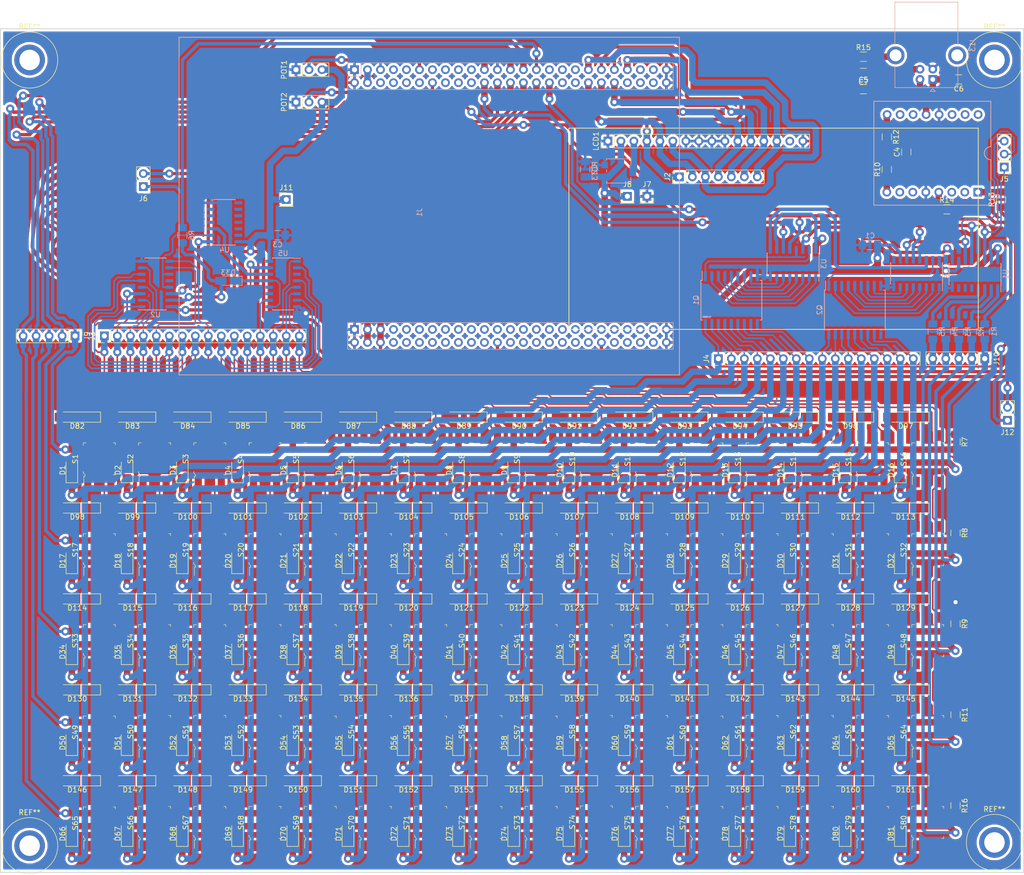
<source format=kicad_pcb>
(kicad_pcb (version 20171130) (host pcbnew "(5.0.0)")
  (layers (0 F.Cu signal) (31 B.Cu signal) (34 B.Paste user) (35 F.Paste user) (36 B.SilkS user) (37 F.SilkS user) (38 B.Mask user) (39 F.Mask user) (44 Edge.Cuts user))
  (net 0 "")
  (net 1 GND)
  (net 2 +3V3)
  (net 3 +5V)
  (net 4 "Net-(C4-Pad2)")
  (net 5 "Net-(C5-Pad2)")
  (net 6 "Net-(C6-Pad2)")
  (net 7 "Net-(C7-Pad1)")
  (net 8 c0)
  (net 9 r0)
  (net 10 c1)
  (net 11 c2)
  (net 12 c3)
  (net 13 c4)
  (net 14 c5)
  (net 15 c6)
  (net 16 c7)
  (net 17 c8)
  (net 18 c9)
  (net 19 c10)
  (net 20 c11)
  (net 21 c12)
  (net 22 c13)
  (net 23 c14)
  (net 24 c15)
  (net 25 r1)
  (net 26 "Net-(D33-Pad1)")
  (net 27 "Net-(D33-Pad2)")
  (net 28 r2)
  (net 29 r3)
  (net 30 r4)
  (net 31 BTN_R0)
  (net 32 "Net-(D82-Pad1)")
  (net 33 "Net-(D83-Pad1)")
  (net 34 "Net-(D84-Pad1)")
  (net 35 "Net-(D85-Pad1)")
  (net 36 "Net-(D86-Pad1)")
  (net 37 "Net-(D87-Pad1)")
  (net 38 "Net-(D88-Pad1)")
  (net 39 "Net-(D89-Pad1)")
  (net 40 "Net-(D90-Pad1)")
  (net 41 "Net-(D91-Pad1)")
  (net 42 "Net-(D92-Pad1)")
  (net 43 "Net-(D93-Pad1)")
  (net 44 "Net-(D94-Pad1)")
  (net 45 "Net-(D95-Pad1)")
  (net 46 "Net-(D96-Pad1)")
  (net 47 "Net-(D97-Pad1)")
  (net 48 "Net-(D98-Pad1)")
  (net 49 BTN_R1)
  (net 50 "Net-(D99-Pad1)")
  (net 51 "Net-(D100-Pad1)")
  (net 52 "Net-(D101-Pad1)")
  (net 53 "Net-(D102-Pad1)")
  (net 54 "Net-(D103-Pad1)")
  (net 55 "Net-(D104-Pad1)")
  (net 56 "Net-(D105-Pad1)")
  (net 57 "Net-(D106-Pad1)")
  (net 58 "Net-(D107-Pad1)")
  (net 59 "Net-(D108-Pad1)")
  (net 60 "Net-(D109-Pad1)")
  (net 61 "Net-(D110-Pad1)")
  (net 62 "Net-(D111-Pad1)")
  (net 63 "Net-(D112-Pad1)")
  (net 64 "Net-(D113-Pad1)")
  (net 65 "Net-(D114-Pad1)")
  (net 66 BTN_R2)
  (net 67 "Net-(D115-Pad1)")
  (net 68 "Net-(D116-Pad1)")
  (net 69 "Net-(D117-Pad1)")
  (net 70 "Net-(D118-Pad1)")
  (net 71 "Net-(D119-Pad1)")
  (net 72 "Net-(D120-Pad1)")
  (net 73 "Net-(D121-Pad1)")
  (net 74 "Net-(D122-Pad1)")
  (net 75 "Net-(D123-Pad1)")
  (net 76 "Net-(D124-Pad1)")
  (net 77 "Net-(D125-Pad1)")
  (net 78 "Net-(D126-Pad1)")
  (net 79 "Net-(D127-Pad1)")
  (net 80 "Net-(D128-Pad1)")
  (net 81 "Net-(D129-Pad1)")
  (net 82 "Net-(D130-Pad1)")
  (net 83 BTN_R3)
  (net 84 "Net-(D131-Pad1)")
  (net 85 "Net-(D132-Pad1)")
  (net 86 "Net-(D133-Pad1)")
  (net 87 "Net-(D134-Pad1)")
  (net 88 "Net-(D135-Pad1)")
  (net 89 "Net-(D136-Pad1)")
  (net 90 "Net-(D137-Pad1)")
  (net 91 "Net-(D138-Pad1)")
  (net 92 "Net-(D139-Pad1)")
  (net 93 "Net-(D140-Pad1)")
  (net 94 "Net-(D141-Pad1)")
  (net 95 "Net-(D142-Pad1)")
  (net 96 "Net-(D143-Pad1)")
  (net 97 "Net-(D144-Pad1)")
  (net 98 "Net-(D145-Pad1)")
  (net 99 "Net-(D146-Pad1)")
  (net 100 BTN_R4)
  (net 101 "Net-(D147-Pad1)")
  (net 102 "Net-(D148-Pad1)")
  (net 103 "Net-(D149-Pad1)")
  (net 104 "Net-(D150-Pad1)")
  (net 105 "Net-(D151-Pad1)")
  (net 106 "Net-(D152-Pad1)")
  (net 107 "Net-(D153-Pad1)")
  (net 108 "Net-(D154-Pad1)")
  (net 109 "Net-(D155-Pad1)")
  (net 110 "Net-(D156-Pad1)")
  (net 111 "Net-(D157-Pad1)")
  (net 112 "Net-(D158-Pad1)")
  (net 113 "Net-(D159-Pad1)")
  (net 114 "Net-(D160-Pad1)")
  (net 115 "Net-(D161-Pad1)")
  (net 116 USB_5V)
  (net 117 "Net-(J1-Pad48)")
  (net 118 "Net-(J1-Pad4)")
  (net 119 "Net-(J1-Pad47)")
  (net 120 "Net-(J1-Pad5)")
  (net 121 "Net-(J1-Pad46)")
  (net 122 ADC_VOLUME)
  (net 123 "Net-(J1-Pad45)")
  (net 124 "Net-(J1-Pad7)")
  (net 125 ADC_TEMPO)
  (net 126 "Net-(J1-Pad8)")
  (net 127 "Net-(J1-Pad43)")
  (net 128 "Net-(J1-Pad9)")
  (net 129 "Net-(J1-Pad42)")
  (net 130 "Net-(J1-Pad10)")
  (net 131 "Net-(J1-Pad41)")
  (net 132 LED_RCLK)
  (net 133 LED_SRCLK)
  (net 134 BTN_RESET)
  (net 135 BTN_SRCLK)
  (net 136 "Net-(J1-Pad16)")
  (net 137 LED_SERIAL)
  (net 138 "Net-(J1-Pad17)")
  (net 139 "Net-(J1-Pad34)")
  (net 140 "Net-(J1-Pad18)")
  (net 141 "Net-(J1-Pad33)")
  (net 142 LCD_E)
  (net 143 LCD_RNW)
  (net 144 LCD_RS)
  (net 145 LCD_DB4)
  (net 146 LCD_DB5)
  (net 147 LCD_DB6)
  (net 148 LCD_DB7)
  (net 149 "Net-(J1-Pad29)")
  (net 150 "Net-(J1-Pad23)")
  (net 151 "Net-(J1-Pad28)")
  (net 152 "Net-(J1-Pad24)")
  (net 153 "Net-(J1-Pad27)")
  (net 154 "Net-(J1-Pad94)")
  (net 155 "Net-(J1-Pad57)")
  (net 156 "Net-(J1-Pad95)")
  (net 157 BTN_SERIAL)
  (net 158 "Net-(J1-Pad97)")
  (net 159 "Net-(J1-Pad54)")
  (net 160 "Net-(J1-Pad96)")
  (net 161 "Net-(J1-Pad55)")
  (net 162 "Net-(J1-Pad80)")
  (net 163 "Net-(J1-Pad82)")
  (net 164 "Net-(J1-Pad64)")
  (net 165 "Net-(J1-Pad87)")
  (net 166 "Net-(J1-Pad83)")
  (net 167 "Net-(J1-Pad73)")
  (net 168 USART1_TX)
  (net 169 "Net-(J1-Pad63)")
  (net 170 "Net-(J1-Pad62)")
  (net 171 "Net-(J1-Pad93)")
  (net 172 "Net-(J1-Pad58)")
  (net 173 "Net-(J1-Pad77)")
  (net 174 "Net-(J1-Pad70)")
  (net 175 "Net-(J1-Pad69)")
  (net 176 "Net-(J1-Pad67)")
  (net 177 "Net-(J1-Pad88)")
  (net 178 "Net-(J1-Pad61)")
  (net 179 "Net-(J1-Pad91)")
  (net 180 "Net-(J1-Pad92)")
  (net 181 "Net-(J1-Pad85)")
  (net 182 "Net-(J1-Pad66)")
  (net 183 "Net-(J1-Pad60)")
  (net 184 "Net-(J1-Pad72)")
  (net 185 "Net-(J1-Pad68)")
  (net 186 "Net-(J1-Pad86)")
  (net 187 "Net-(J1-Pad74)")
  (net 188 "Net-(J1-Pad71)")
  (net 189 "Net-(J1-Pad84)")
  (net 190 "Net-(J1-Pad59)")
  (net 191 "Net-(J1-Pad65)")
  (net 192 "Net-(J1-Pad78)")
  (net 193 USART1_RX)
  (net 194 "Net-(J1-Pad79)")
  (net 195 bc15)
  (net 196 bc14)
  (net 197 bc13)
  (net 198 bc12)
  (net 199 bc11)
  (net 200 bc10)
  (net 201 bc9)
  (net 202 bc8)
  (net 203 bc7)
  (net 204 bc6)
  (net 205 bc5)
  (net 206 bc4)
  (net 207 bc3)
  (net 208 bc2)
  (net 209 bc1)
  (net 210 bc0)
  (net 211 "Net-(LCD1-Pad3)")
  (net 212 "Net-(LCD1-Pad15)")
  (net 213 "Net-(Q1-Pad1)")
  (net 214 "Net-(Q1-Pad2)")
  (net 215 "Net-(Q1-Pad3)")
  (net 216 "Net-(Q1-Pad4)")
  (net 217 "Net-(Q1-Pad5)")
  (net 218 "Net-(Q1-Pad6)")
  (net 219 "Net-(Q1-Pad7)")
  (net 220 "Net-(Q1-Pad8)")
  (net 221 "Net-(Q1-Pad10)")
  (net 222 "Net-(Q2-Pad10)")
  (net 223 "Net-(Q2-Pad8)")
  (net 224 "Net-(Q2-Pad7)")
  (net 225 "Net-(Q2-Pad6)")
  (net 226 "Net-(Q2-Pad5)")
  (net 227 "Net-(Q2-Pad4)")
  (net 228 "Net-(Q2-Pad3)")
  (net 229 "Net-(Q2-Pad2)")
  (net 230 "Net-(Q2-Pad1)")
  (net 231 "Net-(R1-Pad2)")
  (net 232 "Net-(R2-Pad2)")
  (net 233 "Net-(R3-Pad2)")
  (net 234 "Net-(R4-Pad2)")
  (net 235 "Net-(R5-Pad2)")
  (net 236 "Net-(R10-Pad1)")
  (net 237 "Net-(R12-Pad1)")
  (net 238 "Net-(R13-Pad2)")
  (net 239 "Net-(R14-Pad1)")
  (net 240 "Net-(U1-Pad5)")
  (net 241 "Net-(U1-Pad6)")
  (net 242 "Net-(U1-Pad7)")
  (net 243 "Net-(U1-Pad9)")
  (net 244 "Net-(U2-Pad11)")
  (net 245 "Net-(U2-Pad12)")
  (net 246 "Net-(U3-Pad9)")
  (net 247 "Net-(U4-Pad3)")
  (net 248 "Net-(U4-Pad4)")
  (net 249 "Net-(U4-Pad5)")
  (net 250 "Net-(U4-Pad6)")
  (net 251 "Net-(U4-Pad8)")
  (net 252 "Net-(U4-Pad9)")
  (net 253 "Net-(U4-Pad10)")
  (net 254 "Net-(U4-Pad11)")
  (net 255 "Net-(U4-Pad12)")
  (net 256 "Net-(U4-Pad13)")
  (net 257 "Net-(U5-Pad12)")
  (net 258 "Net-(U5-Pad11)")
  (net 259 "Net-(U5-Pad3)")
  (net 260 "Net-(U6-Pad9)")
  (net 261 "Net-(U7-Pad2)")
  (net 262 "Net-(U7-Pad3)")
  (net 263 "Net-(U7-Pad6)")
  (net 264 "Net-(U7-Pad7)")
  (net 265 "Net-(U7-Pad10)")
  (net 266 "Net-(U7-Pad15)")
  (net 267 "Net-(U7-Pad16)")
  (net 268 "Net-(U7-Pad14)")
  (net 269 "Net-(U7-Pad11)")
  (module Connector:Banana_Jack_1Pin (layer F.Cu) (at 23.495 184.785)
    (fp_text reference REF** (at 0 -6.5) (layer F.SilkS))
    (fp_text value Banana_Jack_1Pin)
    (pad 1 thru_hole circle (at 0 0) (size 6 6) (drill 4) (layers *.Cu *.Mask))
  )
  (module Connector:Banana_Jack_1Pin (layer F.Cu) (at 212.09 184.15)
    (fp_text reference REF** (at 0 -6.5) (layer F.SilkS))
    (fp_text value Banana_Jack_1Pin)
    (pad 1 thru_hole circle (at 0 0) (size 6 6) (drill 4) (layers *.Cu *.Mask))
  )
  (module Connector:Banana_Jack_1Pin (layer F.Cu) (at 212.09 31.115)
    (fp_text reference REF** (at 0 -6.5) (layer F.SilkS))
    (fp_text value Banana_Jack_1Pin)
    (pad 1 thru_hole circle (at 0 0) (size 6 6) (drill 4) (layers *.Cu *.Mask))
  )
  (module Connector_PinHeader_2.54mm:PinHeader_1x03_P2.54mm_Vertical (layer F.Cu) (at 213.995 52.07 180)
    (fp_text reference J5 (at 0 -2.33 180) (layer F.SilkS))
    (fp_text value LED_SER_TEST)
    (pad 3 thru_hole oval (at 0 5.08 180) (size 1.7 1.7) (drill 1) (layers *.Cu *.Mask) (net 132 LED_RCLK))
    (pad 2 thru_hole oval (at 0 2.54 180) (size 1.7 1.7) (drill 1) (layers *.Cu *.Mask) (net 133 LED_SRCLK))
    (pad 1 thru_hole rect (at 0 0 180) (size 1.7 1.7) (drill 1) (layers *.Cu *.Mask) (net 137 LED_SERIAL))
  )
  (module Package_SO:SOIC-16_3.9x9.9mm_P1.27mm (layer B.Cu) (at 73.025 74.93 180)
    (fp_text reference U5 (at 0 6 180) (layer B.SilkS) (effects (justify mirror)))
    (fp_text value CD74HC4017)
    (pad 1 smd rect (at -2.7 4.445 180) (size 1.5 0.6) (layers B.Cu B.Paste B.Mask) (net 197 bc13))
    (pad 2 smd rect (at -2.7 3.175 180) (size 1.5 0.6) (layers B.Cu B.Paste B.Mask) (net 201 bc9))
    (pad 3 smd rect (at -2.7 1.905 180) (size 1.5 0.6) (layers B.Cu B.Paste B.Mask) (net 259 "Net-(U5-Pad3)"))
    (pad 4 smd rect (at -2.7 0.635 180) (size 1.5 0.6) (layers B.Cu B.Paste B.Mask) (net 200 bc10))
    (pad 5 smd rect (at -2.7 -0.635 180) (size 1.5 0.6) (layers B.Cu B.Paste B.Mask) (net 196 bc14))
    (pad 6 smd rect (at -2.7 -1.905 180) (size 1.5 0.6) (layers B.Cu B.Paste B.Mask) (net 195 bc15))
    (pad 7 smd rect (at -2.7 -3.175 180) (size 1.5 0.6) (layers B.Cu B.Paste B.Mask) (net 199 bc11))
    (pad 8 smd rect (at -2.7 -4.445 180) (size 1.5 0.6) (layers B.Cu B.Paste B.Mask) (net 1 GND))
    (pad 9 smd rect (at 2.7 -4.445 180) (size 1.5 0.6) (layers B.Cu B.Paste B.Mask) (net 26 "Net-(D33-Pad1)"))
    (pad 10 smd rect (at 2.7 -3.175 180) (size 1.5 0.6) (layers B.Cu B.Paste B.Mask) (net 198 bc12))
    (pad 11 smd rect (at 2.7 -1.905 180) (size 1.5 0.6) (layers B.Cu B.Paste B.Mask) (net 258 "Net-(U5-Pad11)"))
    (pad 12 smd rect (at 2.7 -0.635 180) (size 1.5 0.6) (layers B.Cu B.Paste B.Mask) (net 257 "Net-(U5-Pad12)"))
    (pad 13 smd rect (at 2.7 0.635 180) (size 1.5 0.6) (layers B.Cu B.Paste B.Mask) (net 26 "Net-(D33-Pad1)"))
    (pad 14 smd rect (at 2.7 1.905 180) (size 1.5 0.6) (layers B.Cu B.Paste B.Mask) (net 247 "Net-(U4-Pad3)"))
    (pad 15 smd rect (at 2.7 3.175 180) (size 1.5 0.6) (layers B.Cu B.Paste B.Mask) (net 210 bc0))
    (pad 16 smd rect (at 2.7 4.445 180) (size 1.5 0.6) (layers B.Cu B.Paste B.Mask) (net 2 +3V3))
  )
  (module pieter:PC1601A (layer F.Cu) (at 136.525 46.99 90)
    (fp_text reference LCD1 (at 0 -2.33 90) (layer F.SilkS))
    (fp_text value PC1601A)
    (pad 1 thru_hole rect (at 0 0 90) (size 1.7 1.7) (drill 1) (layers *.Cu *.Mask) (net 1 GND))
    (pad 2 thru_hole oval (at 0 2.54 90) (size 1.7 1.7) (drill 1) (layers *.Cu *.Mask) (net 3 +5V))
    (pad 3 thru_hole oval (at 0 5.08 90) (size 1.7 1.7) (drill 1) (layers *.Cu *.Mask) (net 211 "Net-(LCD1-Pad3)"))
    (pad 4 thru_hole oval (at 0 7.62 90) (size 1.7 1.7) (drill 1) (layers *.Cu *.Mask) (net 144 LCD_RS))
    (pad 5 thru_hole oval (at 0 10.16 90) (size 1.7 1.7) (drill 1) (layers *.Cu *.Mask) (net 143 LCD_RNW))
    (pad 6 thru_hole oval (at 0 12.7 90) (size 1.7 1.7) (drill 1) (layers *.Cu *.Mask) (net 142 LCD_E))
    (pad 7 thru_hole oval (at 0 15.24 90) (size 1.7 1.7) (drill 1) (layers *.Cu *.Mask) (net 1 GND))
    (pad 8 thru_hole oval (at 0 17.78 90) (size 1.7 1.7) (drill 1) (layers *.Cu *.Mask) (net 1 GND))
    (pad 9 thru_hole oval (at 0 20.32 90) (size 1.7 1.7) (drill 1) (layers *.Cu *.Mask) (net 1 GND))
    (pad 10 thru_hole oval (at 0 22.86 90) (size 1.7 1.7) (drill 1) (layers *.Cu *.Mask) (net 1 GND))
    (pad 11 thru_hole oval (at 0 25.4 90) (size 1.7 1.7) (drill 1) (layers *.Cu *.Mask) (net 145 LCD_DB4))
    (pad 12 thru_hole oval (at 0 27.94 90) (size 1.7 1.7) (drill 1) (layers *.Cu *.Mask) (net 146 LCD_DB5))
    (pad 13 thru_hole oval (at 0 30.48 90) (size 1.7 1.7) (drill 1) (layers *.Cu *.Mask) (net 147 LCD_DB6))
    (pad 14 thru_hole oval (at 0 33.02 90) (size 1.7 1.7) (drill 1) (layers *.Cu *.Mask) (net 148 LCD_DB7))
    (pad 15 thru_hole oval (at 0 35.56 90) (size 1.7 1.7) (drill 1) (layers *.Cu *.Mask) (net 212 "Net-(LCD1-Pad15)"))
    (pad 16 thru_hole oval (at 0 38.1 90) (size 1.7 1.7) (drill 1) (layers *.Cu *.Mask) (net 1 GND))
  )
  (module Resistor_SMD:R_1206_3216Metric_Pad1.42x1.75mm_HandSolder (layer F.Cu) (at 202.7825 60.325)
    (fp_text reference R14 (at 0 -1.82) (layer F.SilkS))
    (fp_text value 1K)
    (pad 2 smd roundrect (at 1.4875 0) (size 1.425 1.75) (layers F.Cu F.Paste F.Mask) (roundrect_rratio 0.175439) (net 168 USART1_TX))
    (pad 1 smd roundrect (at -1.4875 0) (size 1.425 1.75) (layers F.Cu F.Paste F.Mask) (roundrect_rratio 0.175439) (net 239 "Net-(R14-Pad1)"))
  )
  (module Package_SO:SOIC-18W_7.5x11.6mm_P1.27mm (layer B.Cu) (at 184.785 80.01 270)
    (fp_text reference Q2 (at 0 6.875 270) (layer B.SilkS) (effects (justify mirror)))
    (fp_text value ULN2803ADWR)
    (pad 1 smd rect (at -4.7 5.08 270) (size 2 0.6) (layers B.Cu B.Paste B.Mask) (net 230 "Net-(Q2-Pad1)"))
    (pad 2 smd rect (at -4.7 3.81 270) (size 2 0.6) (layers B.Cu B.Paste B.Mask) (net 229 "Net-(Q2-Pad2)"))
    (pad 3 smd rect (at -4.7 2.54 270) (size 2 0.6) (layers B.Cu B.Paste B.Mask) (net 228 "Net-(Q2-Pad3)"))
    (pad 4 smd rect (at -4.7 1.27 270) (size 2 0.6) (layers B.Cu B.Paste B.Mask) (net 227 "Net-(Q2-Pad4)"))
    (pad 5 smd rect (at -4.7 0 270) (size 2 0.6) (layers B.Cu B.Paste B.Mask) (net 226 "Net-(Q2-Pad5)"))
    (pad 6 smd rect (at -4.7 -1.27 270) (size 2 0.6) (layers B.Cu B.Paste B.Mask) (net 225 "Net-(Q2-Pad6)"))
    (pad 7 smd rect (at -4.7 -2.54 270) (size 2 0.6) (layers B.Cu B.Paste B.Mask) (net 224 "Net-(Q2-Pad7)"))
    (pad 8 smd rect (at -4.7 -3.81 270) (size 2 0.6) (layers B.Cu B.Paste B.Mask) (net 223 "Net-(Q2-Pad8)"))
    (pad 9 smd rect (at -4.7 -5.08 270) (size 2 0.6) (layers B.Cu B.Paste B.Mask) (net 1 GND))
    (pad 10 smd rect (at 4.7 -5.08 270) (size 2 0.6) (layers B.Cu B.Paste B.Mask) (net 222 "Net-(Q2-Pad10)"))
    (pad 11 smd rect (at 4.7 -3.81 270) (size 2 0.6) (layers B.Cu B.Paste B.Mask) (net 24 c15))
    (pad 12 smd rect (at 4.7 -2.54 270) (size 2 0.6) (layers B.Cu B.Paste B.Mask) (net 23 c14))
    (pad 13 smd rect (at 4.7 -1.27 270) (size 2 0.6) (layers B.Cu B.Paste B.Mask) (net 22 c13))
    (pad 14 smd rect (at 4.7 0 270) (size 2 0.6) (layers B.Cu B.Paste B.Mask) (net 21 c12))
    (pad 15 smd rect (at 4.7 1.27 270) (size 2 0.6) (layers B.Cu B.Paste B.Mask) (net 20 c11))
    (pad 16 smd rect (at 4.7 2.54 270) (size 2 0.6) (layers B.Cu B.Paste B.Mask) (net 19 c10))
    (pad 17 smd rect (at 4.7 3.81 270) (size 2 0.6) (layers B.Cu B.Paste B.Mask) (net 18 c9))
    (pad 18 smd rect (at 4.7 5.08 270) (size 2 0.6) (layers B.Cu B.Paste B.Mask) (net 17 c8))
  )
  (module Connector_PinHeader_2.54mm:PinHeader_1x16_P2.54mm_Vertical (layer F.Cu) (at 158.115 89.535 90)
    (fp_text reference J4 (at 0 -2.33 90) (layer F.SilkS))
    (fp_text value LED_C_TEST)
    (pad 16 thru_hole oval (at 0 38.1 90) (size 1.7 1.7) (drill 1) (layers *.Cu *.Mask) (net 24 c15))
    (pad 15 thru_hole oval (at 0 35.56 90) (size 1.7 1.7) (drill 1) (layers *.Cu *.Mask) (net 23 c14))
    (pad 14 thru_hole oval (at 0 33.02 90) (size 1.7 1.7) (drill 1) (layers *.Cu *.Mask) (net 22 c13))
    (pad 13 thru_hole oval (at 0 30.48 90) (size 1.7 1.7) (drill 1) (layers *.Cu *.Mask) (net 21 c12))
    (pad 12 thru_hole oval (at 0 27.94 90) (size 1.7 1.7) (drill 1) (layers *.Cu *.Mask) (net 20 c11))
    (pad 11 thru_hole oval (at 0 25.4 90) (size 1.7 1.7) (drill 1) (layers *.Cu *.Mask) (net 19 c10))
    (pad 10 thru_hole oval (at 0 22.86 90) (size 1.7 1.7) (drill 1) (layers *.Cu *.Mask) (net 18 c9))
    (pad 9 thru_hole oval (at 0 20.32 90) (size 1.7 1.7) (drill 1) (layers *.Cu *.Mask) (net 17 c8))
    (pad 8 thru_hole oval (at 0 17.78 90) (size 1.7 1.7) (drill 1) (layers *.Cu *.Mask) (net 16 c7))
    (pad 7 thru_hole oval (at 0 15.24 90) (size 1.7 1.7) (drill 1) (layers *.Cu *.Mask) (net 15 c6))
    (pad 6 thru_hole oval (at 0 12.7 90) (size 1.7 1.7) (drill 1) (layers *.Cu *.Mask) (net 14 c5))
    (pad 5 thru_hole oval (at 0 10.16 90) (size 1.7 1.7) (drill 1) (layers *.Cu *.Mask) (net 13 c4))
    (pad 4 thru_hole oval (at 0 7.62 90) (size 1.7 1.7) (drill 1) (layers *.Cu *.Mask) (net 12 c3))
    (pad 3 thru_hole oval (at 0 5.08 90) (size 1.7 1.7) (drill 1) (layers *.Cu *.Mask) (net 11 c2))
    (pad 2 thru_hole oval (at 0 2.54 90) (size 1.7 1.7) (drill 1) (layers *.Cu *.Mask) (net 10 c1))
    (pad 1 thru_hole rect (at 0 0 90) (size 1.7 1.7) (drill 1) (layers *.Cu *.Mask) (net 8 c0))
  )
  (module Potentiometer_SMD:Potentiometer_Bourns_3314G_Vertical (layer B.Cu) (at 138.64 52.825 270)
    (fp_text reference POT3 (at 0 4.65 270) (layer B.SilkS) (effects (justify mirror)))
    (fp_text value 20KE)
    (pad 3 smd rect (at -1.15 2.75 270) (size 1.3 1.3) (layers B.Cu B.Paste B.Mask) (net 1 GND))
    (pad 2 smd rect (at 0 -2.75 270) (size 2 1.3) (layers B.Cu B.Paste B.Mask) (net 211 "Net-(LCD1-Pad3)"))
    (pad 1 smd rect (at 1.15 2.75 270) (size 1.3 1.3) (layers B.Cu B.Paste B.Mask) (net 3 +5V))
  )
  (module pieter:Switch_Tactile_SMD_6x6mm (layer F.Cu) (at 47.915 180.235 90)
    (fp_text reference S66 (at -0.03 -4.69 90) (layer F.SilkS))
    (fp_text value TACT_BTN)
    (pad 1 smd rect (at -4.55 -2.25) (size 1.4 2.1) (layers F.Cu F.Paste F.Mask) (net 101 "Net-(D147-Pad1)"))
    (pad 2 smd rect (at -4.55 2.25) (size 1.4 2.1) (layers F.Cu F.Paste F.Mask) (net 209 bc1))
    (pad 2 smd rect (at 4.55 2.25) (size 1.4 2.1) (layers F.Cu F.Paste F.Mask) (net 209 bc1))
    (pad 1 smd rect (at 4.55 -2.25) (size 1.4 2.1) (layers F.Cu F.Paste F.Mask) (net 101 "Net-(D147-Pad1)"))
  )
  (module LED_SMD:LED_1206_3216Metric_Pad1.42x1.75mm_HandSolder (layer F.Cu) (at 31.75 111.3425 90)
    (fp_text reference D1 (at 0 -1.82 90) (layer F.SilkS))
    (fp_text value LTST-C150KFKT)
    (pad 2 smd roundrect (at 1.4875 0 90) (size 1.425 1.75) (layers F.Cu F.Paste F.Mask) (roundrect_rratio 0.175439) (net 9 r0))
    (pad 1 smd roundrect (at -1.4875 0 90) (size 1.425 1.75) (layers F.Cu F.Paste F.Mask) (roundrect_rratio 0.175439) (net 8 c0))
  )
  (module Capacitor_SMD:C_1206_3216Metric_Pad1.42x1.75mm_HandSolder (layer B.Cu) (at 187.7425 67.31 180)
    (fp_text reference C1 (at 0 1.82 180) (layer B.SilkS) (effects (justify mirror)))
    (fp_text value 10nF)
    (pad 1 smd roundrect (at -1.4875 0 180) (size 1.425 1.75) (layers B.Cu B.Paste B.Mask) (roundrect_rratio 0.175439) (net 2 +3V3))
    (pad 2 smd roundrect (at 1.4875 0 180) (size 1.425 1.75) (layers B.Cu B.Paste B.Mask) (roundrect_rratio 0.175439) (net 1 GND))
  )
  (module Capacitor_SMD:C_1206_3216Metric_Pad1.42x1.75mm_HandSolder (layer B.Cu) (at 132.08 52.4875 90)
    (fp_text reference C2 (at 0 1.82 90) (layer B.SilkS) (effects (justify mirror)))
    (fp_text value 10nF)
    (pad 2 smd roundrect (at 1.4875 0 90) (size 1.425 1.75) (layers B.Cu B.Paste B.Mask) (roundrect_rratio 0.175439) (net 1 GND))
    (pad 1 smd roundrect (at -1.4875 0 90) (size 1.425 1.75) (layers B.Cu B.Paste B.Mask) (roundrect_rratio 0.175439) (net 3 +5V))
  )
  (module Capacitor_SMD:C_1206_3216Metric_Pad1.42x1.75mm_HandSolder (layer B.Cu) (at 71.9725 65.405)
    (fp_text reference C3 (at 0 1.82) (layer B.SilkS) (effects (justify mirror)))
    (fp_text value 10nF)
    (pad 2 smd roundrect (at 1.4875 0) (size 1.425 1.75) (layers B.Cu B.Paste B.Mask) (roundrect_rratio 0.175439) (net 1 GND))
    (pad 1 smd roundrect (at -1.4875 0) (size 1.425 1.75) (layers B.Cu B.Paste B.Mask) (roundrect_rratio 0.175439) (net 2 +3V3))
  )
  (module Capacitor_SMD:C_1206_3216Metric_Pad1.42x1.75mm_HandSolder (layer F.Cu) (at 194.852728 49.13453 90)
    (fp_text reference C4 (at 0 -1.82 90) (layer F.SilkS))
    (fp_text value 47pF)
    (pad 1 smd roundrect (at -1.4875 0 90) (size 1.425 1.75) (layers F.Cu F.Paste F.Mask) (roundrect_rratio 0.175439) (net 1 GND))
    (pad 2 smd roundrect (at 1.4875 0 90) (size 1.425 1.75) (layers F.Cu F.Paste F.Mask) (roundrect_rratio 0.175439) (net 4 "Net-(C4-Pad2)"))
  )
  (module Capacitor_SMD:C_1206_3216Metric_Pad1.42x1.75mm_HandSolder (layer F.Cu) (at 186.4725 36.83)
    (fp_text reference C5 (at 0 -1.82) (layer F.SilkS))
    (fp_text value 47pF)
    (pad 2 smd roundrect (at 1.4875 0) (size 1.425 1.75) (layers F.Cu F.Paste F.Mask) (roundrect_rratio 0.175439) (net 5 "Net-(C5-Pad2)"))
    (pad 1 smd roundrect (at -1.4875 0) (size 1.425 1.75) (layers F.Cu F.Paste F.Mask) (roundrect_rratio 0.175439) (net 1 GND))
  )
  (module Capacitor_SMD:C_1206_3216Metric_Pad1.42x1.75mm_HandSolder (layer F.Cu) (at 205.105 34.925 180)
    (fp_text reference C6 (at 0 -1.82 180) (layer F.SilkS))
    (fp_text value 10nF)
    (pad 1 smd roundrect (at -1.4875 0 180) (size 1.425 1.75) (layers F.Cu F.Paste F.Mask) (roundrect_rratio 0.175439) (net 1 GND))
    (pad 2 smd roundrect (at 1.4875 0 180) (size 1.425 1.75) (layers F.Cu F.Paste F.Mask) (roundrect_rratio 0.175439) (net 6 "Net-(C6-Pad2)"))
  )
  (module Capacitor_SMD:C_1206_3216Metric_Pad1.42x1.75mm_HandSolder (layer F.Cu) (at 186.4725 33.655 180)
    (fp_text reference C7 (at 0 -1.82 180) (layer F.SilkS))
    (fp_text value 1nF)
    (pad 2 smd roundrect (at 1.4875 0 180) (size 1.425 1.75) (layers F.Cu F.Paste F.Mask) (roundrect_rratio 0.175439) (net 1 GND))
    (pad 1 smd roundrect (at -1.4875 0 180) (size 1.425 1.75) (layers F.Cu F.Paste F.Mask) (roundrect_rratio 0.175439) (net 7 "Net-(C7-Pad1)"))
  )
  (module LED_SMD:LED_1206_3216Metric_Pad1.42x1.75mm_HandSolder (layer F.Cu) (at 42.545 111.3425 90)
    (fp_text reference D2 (at 0 -1.82 90) (layer F.SilkS))
    (fp_text value LTST-C150KFKT)
    (pad 2 smd roundrect (at 1.4875 0 90) (size 1.425 1.75) (layers F.Cu F.Paste F.Mask) (roundrect_rratio 0.175439) (net 9 r0))
    (pad 1 smd roundrect (at -1.4875 0 90) (size 1.425 1.75) (layers F.Cu F.Paste F.Mask) (roundrect_rratio 0.175439) (net 10 c1))
  )
  (module LED_SMD:LED_1206_3216Metric_Pad1.42x1.75mm_HandSolder (layer F.Cu) (at 53.34 111.3425 90)
    (fp_text reference D3 (at 0 -1.82 90) (layer F.SilkS))
    (fp_text value LTST-C150KFKT)
    (pad 1 smd roundrect (at -1.4875 0 90) (size 1.425 1.75) (layers F.Cu F.Paste F.Mask) (roundrect_rratio 0.175439) (net 11 c2))
    (pad 2 smd roundrect (at 1.4875 0 90) (size 1.425 1.75) (layers F.Cu F.Paste F.Mask) (roundrect_rratio 0.175439) (net 9 r0))
  )
  (module LED_SMD:LED_1206_3216Metric_Pad1.42x1.75mm_HandSolder (layer F.Cu) (at 64.135 111.3425 90)
    (fp_text reference D4 (at 0 -1.82 90) (layer F.SilkS))
    (fp_text value LTST-C150KFKT)
    (pad 2 smd roundrect (at 1.4875 0 90) (size 1.425 1.75) (layers F.Cu F.Paste F.Mask) (roundrect_rratio 0.175439) (net 9 r0))
    (pad 1 smd roundrect (at -1.4875 0 90) (size 1.425 1.75) (layers F.Cu F.Paste F.Mask) (roundrect_rratio 0.175439) (net 12 c3))
  )
  (module LED_SMD:LED_1206_3216Metric_Pad1.42x1.75mm_HandSolder (layer F.Cu) (at 74.93 111.3425 90)
    (fp_text reference D5 (at 0 -1.82 90) (layer F.SilkS))
    (fp_text value LTST-C150KFKT)
    (pad 1 smd roundrect (at -1.4875 0 90) (size 1.425 1.75) (layers F.Cu F.Paste F.Mask) (roundrect_rratio 0.175439) (net 13 c4))
    (pad 2 smd roundrect (at 1.4875 0 90) (size 1.425 1.75) (layers F.Cu F.Paste F.Mask) (roundrect_rratio 0.175439) (net 9 r0))
  )
  (module LED_SMD:LED_1206_3216Metric_Pad1.42x1.75mm_HandSolder (layer F.Cu) (at 85.725 111.3425 90)
    (fp_text reference D6 (at 0 -1.82 90) (layer F.SilkS))
    (fp_text value LTST-C150KFKT)
    (pad 2 smd roundrect (at 1.4875 0 90) (size 1.425 1.75) (layers F.Cu F.Paste F.Mask) (roundrect_rratio 0.175439) (net 9 r0))
    (pad 1 smd roundrect (at -1.4875 0 90) (size 1.425 1.75) (layers F.Cu F.Paste F.Mask) (roundrect_rratio 0.175439) (net 14 c5))
  )
  (module LED_SMD:LED_1206_3216Metric_Pad1.42x1.75mm_HandSolder (layer F.Cu) (at 96.52 111.3425 90)
    (fp_text reference D7 (at 0 -1.82 90) (layer F.SilkS))
    (fp_text value LTST-C150KFKT)
    (pad 1 smd roundrect (at -1.4875 0 90) (size 1.425 1.75) (layers F.Cu F.Paste F.Mask) (roundrect_rratio 0.175439) (net 15 c6))
    (pad 2 smd roundrect (at 1.4875 0 90) (size 1.425 1.75) (layers F.Cu F.Paste F.Mask) (roundrect_rratio 0.175439) (net 9 r0))
  )
  (module LED_SMD:LED_1206_3216Metric_Pad1.42x1.75mm_HandSolder (layer F.Cu) (at 107.315 111.3425 90)
    (fp_text reference D8 (at 0 -1.82 90) (layer F.SilkS))
    (fp_text value LTST-C150KFKT)
    (pad 2 smd roundrect (at 1.4875 0 90) (size 1.425 1.75) (layers F.Cu F.Paste F.Mask) (roundrect_rratio 0.175439) (net 9 r0))
    (pad 1 smd roundrect (at -1.4875 0 90) (size 1.425 1.75) (layers F.Cu F.Paste F.Mask) (roundrect_rratio 0.175439) (net 16 c7))
  )
  (module LED_SMD:LED_1206_3216Metric_Pad1.42x1.75mm_HandSolder (layer F.Cu) (at 118.11 111.3425 90)
    (fp_text reference D9 (at 0 -1.82 90) (layer F.SilkS))
    (fp_text value LTST-C150KFKT)
    (pad 2 smd roundrect (at 1.4875 0 90) (size 1.425 1.75) (layers F.Cu F.Paste F.Mask) (roundrect_rratio 0.175439) (net 9 r0))
    (pad 1 smd roundrect (at -1.4875 0 90) (size 1.425 1.75) (layers F.Cu F.Paste F.Mask) (roundrect_rratio 0.175439) (net 17 c8))
  )
  (module LED_SMD:LED_1206_3216Metric_Pad1.42x1.75mm_HandSolder (layer F.Cu) (at 128.905 111.3425 90)
    (fp_text reference D10 (at 0 -1.82 90) (layer F.SilkS))
    (fp_text value LTST-C150KFKT)
    (pad 1 smd roundrect (at -1.4875 0 90) (size 1.425 1.75) (layers F.Cu F.Paste F.Mask) (roundrect_rratio 0.175439) (net 18 c9))
    (pad 2 smd roundrect (at 1.4875 0 90) (size 1.425 1.75) (layers F.Cu F.Paste F.Mask) (roundrect_rratio 0.175439) (net 9 r0))
  )
  (module LED_SMD:LED_1206_3216Metric_Pad1.42x1.75mm_HandSolder (layer F.Cu) (at 139.7 111.3425 90)
    (fp_text reference D11 (at 0 -1.82 90) (layer F.SilkS))
    (fp_text value LTST-C150KFKT)
    (pad 2 smd roundrect (at 1.4875 0 90) (size 1.425 1.75) (layers F.Cu F.Paste F.Mask) (roundrect_rratio 0.175439) (net 9 r0))
    (pad 1 smd roundrect (at -1.4875 0 90) (size 1.425 1.75) (layers F.Cu F.Paste F.Mask) (roundrect_rratio 0.175439) (net 19 c10))
  )
  (module LED_SMD:LED_1206_3216Metric_Pad1.42x1.75mm_HandSolder (layer F.Cu) (at 150.495 111.3425 90)
    (fp_text reference D12 (at 0 -1.82 90) (layer F.SilkS))
    (fp_text value LTST-C150KFKT)
    (pad 1 smd roundrect (at -1.4875 0 90) (size 1.425 1.75) (layers F.Cu F.Paste F.Mask) (roundrect_rratio 0.175439) (net 20 c11))
    (pad 2 smd roundrect (at 1.4875 0 90) (size 1.425 1.75) (layers F.Cu F.Paste F.Mask) (roundrect_rratio 0.175439) (net 9 r0))
  )
  (module LED_SMD:LED_1206_3216Metric_Pad1.42x1.75mm_HandSolder (layer F.Cu) (at 161.29 111.3425 90)
    (fp_text reference D13 (at 0 -1.82 90) (layer F.SilkS))
    (fp_text value LTST-C150KFKT)
    (pad 2 smd roundrect (at 1.4875 0 90) (size 1.425 1.75) (layers F.Cu F.Paste F.Mask) (roundrect_rratio 0.175439) (net 9 r0))
    (pad 1 smd roundrect (at -1.4875 0 90) (size 1.425 1.75) (layers F.Cu F.Paste F.Mask) (roundrect_rratio 0.175439) (net 21 c12))
  )
  (module LED_SMD:LED_1206_3216Metric_Pad1.42x1.75mm_HandSolder (layer F.Cu) (at 172.085 111.3425 90)
    (fp_text reference D14 (at 0 -1.82 90) (layer F.SilkS))
    (fp_text value LTST-C150KFKT)
    (pad 1 smd roundrect (at -1.4875 0 90) (size 1.425 1.75) (layers F.Cu F.Paste F.Mask) (roundrect_rratio 0.175439) (net 22 c13))
    (pad 2 smd roundrect (at 1.4875 0 90) (size 1.425 1.75) (layers F.Cu F.Paste F.Mask) (roundrect_rratio 0.175439) (net 9 r0))
  )
  (module LED_SMD:LED_1206_3216Metric_Pad1.42x1.75mm_HandSolder (layer F.Cu) (at 182.88 111.3425 90)
    (fp_text reference D15 (at 0 -1.82 90) (layer F.SilkS))
    (fp_text value LTST-C150KFKT)
    (pad 2 smd roundrect (at 1.4875 0 90) (size 1.425 1.75) (layers F.Cu F.Paste F.Mask) (roundrect_rratio 0.175439) (net 9 r0))
    (pad 1 smd roundrect (at -1.4875 0 90) (size 1.425 1.75) (layers F.Cu F.Paste F.Mask) (roundrect_rratio 0.175439) (net 23 c14))
  )
  (module LED_SMD:LED_1206_3216Metric_Pad1.42x1.75mm_HandSolder (layer F.Cu) (at 193.675 111.3425 90)
    (fp_text reference D16 (at 0 -1.82 90) (layer F.SilkS))
    (fp_text value LTST-C150KFKT)
    (pad 1 smd roundrect (at -1.4875 0 90) (size 1.425 1.75) (layers F.Cu F.Paste F.Mask) (roundrect_rratio 0.175439) (net 24 c15))
    (pad 2 smd roundrect (at 1.4875 0 90) (size 1.425 1.75) (layers F.Cu F.Paste F.Mask) (roundrect_rratio 0.175439) (net 9 r0))
  )
  (module LED_SMD:LED_1206_3216Metric_Pad1.42x1.75mm_HandSolder (layer F.Cu) (at 31.75 129.1225 90)
    (fp_text reference D17 (at 0 -1.82 90) (layer F.SilkS))
    (fp_text value LTST-C150KFKT)
    (pad 1 smd roundrect (at -1.4875 0 90) (size 1.425 1.75) (layers F.Cu F.Paste F.Mask) (roundrect_rratio 0.175439) (net 8 c0))
    (pad 2 smd roundrect (at 1.4875 0 90) (size 1.425 1.75) (layers F.Cu F.Paste F.Mask) (roundrect_rratio 0.175439) (net 25 r1))
  )
  (module LED_SMD:LED_1206_3216Metric_Pad1.42x1.75mm_HandSolder (layer F.Cu) (at 42.545 129.1225 90)
    (fp_text reference D18 (at 0 -1.82 90) (layer F.SilkS))
    (fp_text value LTST-C150KFKT)
    (pad 2 smd roundrect (at 1.4875 0 90) (size 1.425 1.75) (layers F.Cu F.Paste F.Mask) (roundrect_rratio 0.175439) (net 25 r1))
    (pad 1 smd roundrect (at -1.4875 0 90) (size 1.425 1.75) (layers F.Cu F.Paste F.Mask) (roundrect_rratio 0.175439) (net 10 c1))
  )
  (module LED_SMD:LED_1206_3216Metric_Pad1.42x1.75mm_HandSolder (layer F.Cu) (at 53.34 129.1225 90)
    (fp_text reference D19 (at 0 -1.82 90) (layer F.SilkS))
    (fp_text value LTST-C150KFKT)
    (pad 1 smd roundrect (at -1.4875 0 90) (size 1.425 1.75) (layers F.Cu F.Paste F.Mask) (roundrect_rratio 0.175439) (net 11 c2))
    (pad 2 smd roundrect (at 1.4875 0 90) (size 1.425 1.75) (layers F.Cu F.Paste F.Mask) (roundrect_rratio 0.175439) (net 25 r1))
  )
  (module LED_SMD:LED_1206_3216Metric_Pad1.42x1.75mm_HandSolder (layer F.Cu) (at 64.135 129.1225 90)
    (fp_text reference D20 (at 0 -1.82 90) (layer F.SilkS))
    (fp_text value LTST-C150KFKT)
    (pad 2 smd roundrect (at 1.4875 0 90) (size 1.425 1.75) (layers F.Cu F.Paste F.Mask) (roundrect_rratio 0.175439) (net 25 r1))
    (pad 1 smd roundrect (at -1.4875 0 90) (size 1.425 1.75) (layers F.Cu F.Paste F.Mask) (roundrect_rratio 0.175439) (net 12 c3))
  )
  (module LED_SMD:LED_1206_3216Metric_Pad1.42x1.75mm_HandSolder (layer F.Cu) (at 74.93 129.1225 90)
    (fp_text reference D21 (at 0 -1.82 90) (layer F.SilkS))
    (fp_text value LTST-C150KFKT)
    (pad 1 smd roundrect (at -1.4875 0 90) (size 1.425 1.75) (layers F.Cu F.Paste F.Mask) (roundrect_rratio 0.175439) (net 13 c4))
    (pad 2 smd roundrect (at 1.4875 0 90) (size 1.425 1.75) (layers F.Cu F.Paste F.Mask) (roundrect_rratio 0.175439) (net 25 r1))
  )
  (module LED_SMD:LED_1206_3216Metric_Pad1.42x1.75mm_HandSolder (layer F.Cu) (at 85.725 129.1225 90)
    (fp_text reference D22 (at 0 -1.82 90) (layer F.SilkS))
    (fp_text value LTST-C150KFKT)
    (pad 1 smd roundrect (at -1.4875 0 90) (size 1.425 1.75) (layers F.Cu F.Paste F.Mask) (roundrect_rratio 0.175439) (net 14 c5))
    (pad 2 smd roundrect (at 1.4875 0 90) (size 1.425 1.75) (layers F.Cu F.Paste F.Mask) (roundrect_rratio 0.175439) (net 25 r1))
  )
  (module LED_SMD:LED_1206_3216Metric_Pad1.42x1.75mm_HandSolder (layer F.Cu) (at 96.52 129.1225 90)
    (fp_text reference D23 (at 0 -1.82 90) (layer F.SilkS))
    (fp_text value LTST-C150KFKT)
    (pad 1 smd roundrect (at -1.4875 0 90) (size 1.425 1.75) (layers F.Cu F.Paste F.Mask) (roundrect_rratio 0.175439) (net 15 c6))
    (pad 2 smd roundrect (at 1.4875 0 90) (size 1.425 1.75) (layers F.Cu F.Paste F.Mask) (roundrect_rratio 0.175439) (net 25 r1))
  )
  (module LED_SMD:LED_1206_3216Metric_Pad1.42x1.75mm_HandSolder (layer F.Cu) (at 107.315 129.1225 90)
    (fp_text reference D24 (at 0 -1.82 90) (layer F.SilkS))
    (fp_text value LTST-C150KFKT)
    (pad 2 smd roundrect (at 1.4875 0 90) (size 1.425 1.75) (layers F.Cu F.Paste F.Mask) (roundrect_rratio 0.175439) (net 25 r1))
    (pad 1 smd roundrect (at -1.4875 0 90) (size 1.425 1.75) (layers F.Cu F.Paste F.Mask) (roundrect_rratio 0.175439) (net 16 c7))
  )
  (module LED_SMD:LED_1206_3216Metric_Pad1.42x1.75mm_HandSolder (layer F.Cu) (at 118.11 129.1225 90)
    (fp_text reference D25 (at 0 -1.82 90) (layer F.SilkS))
    (fp_text value LTST-C150KFKT)
    (pad 1 smd roundrect (at -1.4875 0 90) (size 1.425 1.75) (layers F.Cu F.Paste F.Mask) (roundrect_rratio 0.175439) (net 17 c8))
    (pad 2 smd roundrect (at 1.4875 0 90) (size 1.425 1.75) (layers F.Cu F.Paste F.Mask) (roundrect_rratio 0.175439) (net 25 r1))
  )
  (module LED_SMD:LED_1206_3216Metric_Pad1.42x1.75mm_HandSolder (layer F.Cu) (at 128.905 129.1225 90)
    (fp_text reference D26 (at 0 -1.82 90) (layer F.SilkS))
    (fp_text value LTST-C150KFKT)
    (pad 1 smd roundrect (at -1.4875 0 90) (size 1.425 1.75) (layers F.Cu F.Paste F.Mask) (roundrect_rratio 0.175439) (net 18 c9))
    (pad 2 smd roundrect (at 1.4875 0 90) (size 1.425 1.75) (layers F.Cu F.Paste F.Mask) (roundrect_rratio 0.175439) (net 25 r1))
  )
  (module LED_SMD:LED_1206_3216Metric_Pad1.42x1.75mm_HandSolder (layer F.Cu) (at 139.7 129.1225 90)
    (fp_text reference D27 (at 0 -1.82 90) (layer F.SilkS))
    (fp_text value LTST-C150KFKT)
    (pad 1 smd roundrect (at -1.4875 0 90) (size 1.425 1.75) (layers F.Cu F.Paste F.Mask) (roundrect_rratio 0.175439) (net 19 c10))
    (pad 2 smd roundrect (at 1.4875 0 90) (size 1.425 1.75) (layers F.Cu F.Paste F.Mask) (roundrect_rratio 0.175439) (net 25 r1))
  )
  (module LED_SMD:LED_1206_3216Metric_Pad1.42x1.75mm_HandSolder (layer F.Cu) (at 150.495 129.1225 90)
    (fp_text reference D28 (at 0 -1.82 90) (layer F.SilkS))
    (fp_text value LTST-C150KFKT)
    (pad 1 smd roundrect (at -1.4875 0 90) (size 1.425 1.75) (layers F.Cu F.Paste F.Mask) (roundrect_rratio 0.175439) (net 20 c11))
    (pad 2 smd roundrect (at 1.4875 0 90) (size 1.425 1.75) (layers F.Cu F.Paste F.Mask) (roundrect_rratio 0.175439) (net 25 r1))
  )
  (module LED_SMD:LED_1206_3216Metric_Pad1.42x1.75mm_HandSolder (layer F.Cu) (at 161.29 129.1225 90)
    (fp_text reference D29 (at 0 -1.82 90) (layer F.SilkS))
    (fp_text value LTST-C150KFKT)
    (pad 2 smd roundrect (at 1.4875 0 90) (size 1.425 1.75) (layers F.Cu F.Paste F.Mask) (roundrect_rratio 0.175439) (net 25 r1))
    (pad 1 smd roundrect (at -1.4875 0 90) (size 1.425 1.75) (layers F.Cu F.Paste F.Mask) (roundrect_rratio 0.175439) (net 21 c12))
  )
  (module LED_SMD:LED_1206_3216Metric_Pad1.42x1.75mm_HandSolder (layer F.Cu) (at 172.085 129.1225 90)
    (fp_text reference D30 (at 0 -1.82 90) (layer F.SilkS))
    (fp_text value LTST-C150KFKT)
    (pad 1 smd roundrect (at -1.4875 0 90) (size 1.425 1.75) (layers F.Cu F.Paste F.Mask) (roundrect_rratio 0.175439) (net 22 c13))
    (pad 2 smd roundrect (at 1.4875 0 90) (size 1.425 1.75) (layers F.Cu F.Paste F.Mask) (roundrect_rratio 0.175439) (net 25 r1))
  )
  (module LED_SMD:LED_1206_3216Metric_Pad1.42x1.75mm_HandSolder (layer F.Cu) (at 182.88 129.1225 90)
    (fp_text reference D31 (at 0 -1.82 90) (layer F.SilkS))
    (fp_text value LTST-C150KFKT)
    (pad 1 smd roundrect (at -1.4875 0 90) (size 1.425 1.75) (layers F.Cu F.Paste F.Mask) (roundrect_rratio 0.175439) (net 23 c14))
    (pad 2 smd roundrect (at 1.4875 0 90) (size 1.425 1.75) (layers F.Cu F.Paste F.Mask) (roundrect_rratio 0.175439) (net 25 r1))
  )
  (module LED_SMD:LED_1206_3216Metric_Pad1.42x1.75mm_HandSolder (layer F.Cu) (at 193.675 129.1225 90)
    (fp_text reference D32 (at 0 -1.82 90) (layer F.SilkS))
    (fp_text value LTST-C150KFKT)
    (pad 2 smd roundrect (at 1.4875 0 90) (size 1.425 1.75) (layers F.Cu F.Paste F.Mask) (roundrect_rratio 0.175439) (net 25 r1))
    (pad 1 smd roundrect (at -1.4875 0 90) (size 1.425 1.75) (layers F.Cu F.Paste F.Mask) (roundrect_rratio 0.175439) (net 24 c15))
  )
  (module Diode_SMD:D_MicroMELF_Hadsoldering (layer B.Cu) (at 62.325 74.295 180)
    (fp_text reference D33 (at 0 1.6 180) (layer B.SilkS) (effects (justify mirror)))
    (fp_text value FDLL4148)
    (pad 2 smd rect (at 1.45 0 180) (size 2.2 1.5) (layers B.Cu B.Paste B.Mask) (net 27 "Net-(D33-Pad2)"))
    (pad 1 smd rect (at -1.45 0 180) (size 2.2 1.5) (layers B.Cu B.Paste B.Mask) (net 26 "Net-(D33-Pad1)"))
  )
  (module LED_SMD:LED_1206_3216Metric_Pad1.42x1.75mm_HandSolder (layer F.Cu) (at 31.75 146.9025 90)
    (fp_text reference D34 (at 0 -1.82 90) (layer F.SilkS))
    (fp_text value LTST-C150KFKT)
    (pad 2 smd roundrect (at 1.4875 0 90) (size 1.425 1.75) (layers F.Cu F.Paste F.Mask) (roundrect_rratio 0.175439) (net 28 r2))
    (pad 1 smd roundrect (at -1.4875 0 90) (size 1.425 1.75) (layers F.Cu F.Paste F.Mask) (roundrect_rratio 0.175439) (net 8 c0))
  )
  (module LED_SMD:LED_1206_3216Metric_Pad1.42x1.75mm_HandSolder (layer F.Cu) (at 42.545 146.9025 90)
    (fp_text reference D35 (at 0 -1.82 90) (layer F.SilkS))
    (fp_text value LTST-C150KFKT)
    (pad 2 smd roundrect (at 1.4875 0 90) (size 1.425 1.75) (layers F.Cu F.Paste F.Mask) (roundrect_rratio 0.175439) (net 28 r2))
    (pad 1 smd roundrect (at -1.4875 0 90) (size 1.425 1.75) (layers F.Cu F.Paste F.Mask) (roundrect_rratio 0.175439) (net 10 c1))
  )
  (module LED_SMD:LED_1206_3216Metric_Pad1.42x1.75mm_HandSolder (layer F.Cu) (at 53.34 146.9025 90)
    (fp_text reference D36 (at 0 -1.82 90) (layer F.SilkS))
    (fp_text value LTST-C150KFKT)
    (pad 2 smd roundrect (at 1.4875 0 90) (size 1.425 1.75) (layers F.Cu F.Paste F.Mask) (roundrect_rratio 0.175439) (net 28 r2))
    (pad 1 smd roundrect (at -1.4875 0 90) (size 1.425 1.75) (layers F.Cu F.Paste F.Mask) (roundrect_rratio 0.175439) (net 11 c2))
  )
  (module LED_SMD:LED_1206_3216Metric_Pad1.42x1.75mm_HandSolder (layer F.Cu) (at 64.135 146.9025 90)
    (fp_text reference D37 (at 0 -1.82 90) (layer F.SilkS))
    (fp_text value LTST-C150KFKT)
    (pad 1 smd roundrect (at -1.4875 0 90) (size 1.425 1.75) (layers F.Cu F.Paste F.Mask) (roundrect_rratio 0.175439) (net 12 c3))
    (pad 2 smd roundrect (at 1.4875 0 90) (size 1.425 1.75) (layers F.Cu F.Paste F.Mask) (roundrect_rratio 0.175439) (net 28 r2))
  )
  (module LED_SMD:LED_1206_3216Metric_Pad1.42x1.75mm_HandSolder (layer F.Cu) (at 74.93 146.9025 90)
    (fp_text reference D38 (at 0 -1.82 90) (layer F.SilkS))
    (fp_text value LTST-C150KFKT)
    (pad 1 smd roundrect (at -1.4875 0 90) (size 1.425 1.75) (layers F.Cu F.Paste F.Mask) (roundrect_rratio 0.175439) (net 13 c4))
    (pad 2 smd roundrect (at 1.4875 0 90) (size 1.425 1.75) (layers F.Cu F.Paste F.Mask) (roundrect_rratio 0.175439) (net 28 r2))
  )
  (module LED_SMD:LED_1206_3216Metric_Pad1.42x1.75mm_HandSolder (layer F.Cu) (at 85.725 146.9025 90)
    (fp_text reference D39 (at 0 -1.82 90) (layer F.SilkS))
    (fp_text value LTST-C150KFKT)
    (pad 2 smd roundrect (at 1.4875 0 90) (size 1.425 1.75) (layers F.Cu F.Paste F.Mask) (roundrect_rratio 0.175439) (net 28 r2))
    (pad 1 smd roundrect (at -1.4875 0 90) (size 1.425 1.75) (layers F.Cu F.Paste F.Mask) (roundrect_rratio 0.175439) (net 14 c5))
  )
  (module LED_SMD:LED_1206_3216Metric_Pad1.42x1.75mm_HandSolder (layer F.Cu) (at 96.52 146.9025 90)
    (fp_text reference D40 (at 0 -1.82 90) (layer F.SilkS))
    (fp_text value LTST-C150KFKT)
    (pad 2 smd roundrect (at 1.4875 0 90) (size 1.425 1.75) (layers F.Cu F.Paste F.Mask) (roundrect_rratio 0.175439) (net 28 r2))
    (pad 1 smd roundrect (at -1.4875 0 90) (size 1.425 1.75) (layers F.Cu F.Paste F.Mask) (roundrect_rratio 0.175439) (net 15 c6))
  )
  (module LED_SMD:LED_1206_3216Metric_Pad1.42x1.75mm_HandSolder (layer F.Cu) (at 107.315 146.9025 90)
    (fp_text reference D41 (at 0 -1.82 90) (layer F.SilkS))
    (fp_text value LTST-C150KFKT)
    (pad 1 smd roundrect (at -1.4875 0 90) (size 1.425 1.75) (layers F.Cu F.Paste F.Mask) (roundrect_rratio 0.175439) (net 16 c7))
    (pad 2 smd roundrect (at 1.4875 0 90) (size 1.425 1.75) (layers F.Cu F.Paste F.Mask) (roundrect_rratio 0.175439) (net 28 r2))
  )
  (module LED_SMD:LED_1206_3216Metric_Pad1.42x1.75mm_HandSolder (layer F.Cu) (at 118.11 146.9025 90)
    (fp_text reference D42 (at 0 -1.82 90) (layer F.SilkS))
    (fp_text value LTST-C150KFKT)
    (pad 1 smd roundrect (at -1.4875 0 90) (size 1.425 1.75) (layers F.Cu F.Paste F.Mask) (roundrect_rratio 0.175439) (net 17 c8))
    (pad 2 smd roundrect (at 1.4875 0 90) (size 1.425 1.75) (layers F.Cu F.Paste F.Mask) (roundrect_rratio 0.175439) (net 28 r2))
  )
  (module LED_SMD:LED_1206_3216Metric_Pad1.42x1.75mm_HandSolder (layer F.Cu) (at 128.905 146.9025 90)
    (fp_text reference D43 (at 0 -1.82 90) (layer F.SilkS))
    (fp_text value LTST-C150KFKT)
    (pad 2 smd roundrect (at 1.4875 0 90) (size 1.425 1.75) (layers F.Cu F.Paste F.Mask) (roundrect_rratio 0.175439) (net 28 r2))
    (pad 1 smd roundrect (at -1.4875 0 90) (size 1.425 1.75) (layers F.Cu F.Paste F.Mask) (roundrect_rratio 0.175439) (net 18 c9))
  )
  (module LED_SMD:LED_1206_3216Metric_Pad1.42x1.75mm_HandSolder (layer F.Cu) (at 139.7 146.9025 90)
    (fp_text reference D44 (at 0 -1.82 90) (layer F.SilkS))
    (fp_text value LTST-C150KFKT)
    (pad 2 smd roundrect (at 1.4875 0 90) (size 1.425 1.75) (layers F.Cu F.Paste F.Mask) (roundrect_rratio 0.175439) (net 28 r2))
    (pad 1 smd roundrect (at -1.4875 0 90) (size 1.425 1.75) (layers F.Cu F.Paste F.Mask) (roundrect_rratio 0.175439) (net 19 c10))
  )
  (module LED_SMD:LED_1206_3216Metric_Pad1.42x1.75mm_HandSolder (layer F.Cu) (at 150.495 146.9025 90)
    (fp_text reference D45 (at 0 -1.82 90) (layer F.SilkS))
    (fp_text value LTST-C150KFKT)
    (pad 1 smd roundrect (at -1.4875 0 90) (size 1.425 1.75) (layers F.Cu F.Paste F.Mask) (roundrect_rratio 0.175439) (net 20 c11))
    (pad 2 smd roundrect (at 1.4875 0 90) (size 1.425 1.75) (layers F.Cu F.Paste F.Mask) (roundrect_rratio 0.175439) (net 28 r2))
  )
  (module LED_SMD:LED_1206_3216Metric_Pad1.42x1.75mm_HandSolder (layer F.Cu) (at 161.29 146.9025 90)
    (fp_text reference D46 (at 0 -1.82 90) (layer F.SilkS))
    (fp_text value LTST-C150KFKT)
    (pad 1 smd roundrect (at -1.4875 0 90) (size 1.425 1.75) (layers F.Cu F.Paste F.Mask) (roundrect_rratio 0.175439) (net 21 c12))
    (pad 2 smd roundrect (at 1.4875 0 90) (size 1.425 1.75) (layers F.Cu F.Paste F.Mask) (roundrect_rratio 0.175439) (net 28 r2))
  )
  (module LED_SMD:LED_1206_3216Metric_Pad1.42x1.75mm_HandSolder (layer F.Cu) (at 172.085 146.9025 90)
    (fp_text reference D47 (at 0 -1.82 90) (layer F.SilkS))
    (fp_text value LTST-C150KFKT)
    (pad 2 smd roundrect (at 1.4875 0 90) (size 1.425 1.75) (layers F.Cu F.Paste F.Mask) (roundrect_rratio 0.175439) (net 28 r2))
    (pad 1 smd roundrect (at -1.4875 0 90) (size 1.425 1.75) (layers F.Cu F.Paste F.Mask) (roundrect_rratio 0.175439) (net 22 c13))
  )
  (module LED_SMD:LED_1206_3216Metric_Pad1.42x1.75mm_HandSolder (layer F.Cu) (at 182.88 146.9025 90)
    (fp_text reference D48 (at 0 -1.82 90) (layer F.SilkS))
    (fp_text value LTST-C150KFKT)
    (pad 2 smd roundrect (at 1.4875 0 90) (size 1.425 1.75) (layers F.Cu F.Paste F.Mask) (roundrect_rratio 0.175439) (net 28 r2))
    (pad 1 smd roundrect (at -1.4875 0 90) (size 1.425 1.75) (layers F.Cu F.Paste F.Mask) (roundrect_rratio 0.175439) (net 23 c14))
  )
  (module LED_SMD:LED_1206_3216Metric_Pad1.42x1.75mm_HandSolder (layer F.Cu) (at 193.675 146.9025 90)
    (fp_text reference D49 (at 0 -1.82 90) (layer F.SilkS))
    (fp_text value LTST-C150KFKT)
    (pad 2 smd roundrect (at 1.4875 0 90) (size 1.425 1.75) (layers F.Cu F.Paste F.Mask) (roundrect_rratio 0.175439) (net 28 r2))
    (pad 1 smd roundrect (at -1.4875 0 90) (size 1.425 1.75) (layers F.Cu F.Paste F.Mask) (roundrect_rratio 0.175439) (net 24 c15))
  )
  (module LED_SMD:LED_1206_3216Metric_Pad1.42x1.75mm_HandSolder (layer F.Cu) (at 31.75 164.6825 90)
    (fp_text reference D50 (at 0 -1.82 90) (layer F.SilkS))
    (fp_text value LTST-C150KFKT)
    (pad 1 smd roundrect (at -1.4875 0 90) (size 1.425 1.75) (layers F.Cu F.Paste F.Mask) (roundrect_rratio 0.175439) (net 8 c0))
    (pad 2 smd roundrect (at 1.4875 0 90) (size 1.425 1.75) (layers F.Cu F.Paste F.Mask) (roundrect_rratio 0.175439) (net 29 r3))
  )
  (module LED_SMD:LED_1206_3216Metric_Pad1.42x1.75mm_HandSolder (layer F.Cu) (at 42.545 164.6825 90)
    (fp_text reference D51 (at 0 -1.82 90) (layer F.SilkS))
    (fp_text value LTST-C150KFKT)
    (pad 2 smd roundrect (at 1.4875 0 90) (size 1.425 1.75) (layers F.Cu F.Paste F.Mask) (roundrect_rratio 0.175439) (net 29 r3))
    (pad 1 smd roundrect (at -1.4875 0 90) (size 1.425 1.75) (layers F.Cu F.Paste F.Mask) (roundrect_rratio 0.175439) (net 10 c1))
  )
  (module LED_SMD:LED_1206_3216Metric_Pad1.42x1.75mm_HandSolder (layer F.Cu) (at 53.34 164.6825 90)
    (fp_text reference D52 (at 0 -1.82 90) (layer F.SilkS))
    (fp_text value LTST-C150KFKT)
    (pad 1 smd roundrect (at -1.4875 0 90) (size 1.425 1.75) (layers F.Cu F.Paste F.Mask) (roundrect_rratio 0.175439) (net 11 c2))
    (pad 2 smd roundrect (at 1.4875 0 90) (size 1.425 1.75) (layers F.Cu F.Paste F.Mask) (roundrect_rratio 0.175439) (net 29 r3))
  )
  (module LED_SMD:LED_1206_3216Metric_Pad1.42x1.75mm_HandSolder (layer F.Cu) (at 64.135 164.6825 90)
    (fp_text reference D53 (at 0 -1.82 90) (layer F.SilkS))
    (fp_text value LTST-C150KFKT)
    (pad 2 smd roundrect (at 1.4875 0 90) (size 1.425 1.75) (layers F.Cu F.Paste F.Mask) (roundrect_rratio 0.175439) (net 29 r3))
    (pad 1 smd roundrect (at -1.4875 0 90) (size 1.425 1.75) (layers F.Cu F.Paste F.Mask) (roundrect_rratio 0.175439) (net 12 c3))
  )
  (module LED_SMD:LED_1206_3216Metric_Pad1.42x1.75mm_HandSolder (layer F.Cu) (at 74.93 164.6825 90)
    (fp_text reference D54 (at 0 -1.82 90) (layer F.SilkS))
    (fp_text value LTST-C150KFKT)
    (pad 1 smd roundrect (at -1.4875 0 90) (size 1.425 1.75) (layers F.Cu F.Paste F.Mask) (roundrect_rratio 0.175439) (net 13 c4))
    (pad 2 smd roundrect (at 1.4875 0 90) (size 1.425 1.75) (layers F.Cu F.Paste F.Mask) (roundrect_rratio 0.175439) (net 29 r3))
  )
  (module LED_SMD:LED_1206_3216Metric_Pad1.42x1.75mm_HandSolder (layer F.Cu) (at 85.725 164.6825 90)
    (fp_text reference D55 (at 0 -1.82 90) (layer F.SilkS))
    (fp_text value LTST-C150KFKT)
    (pad 2 smd roundrect (at 1.4875 0 90) (size 1.425 1.75) (layers F.Cu F.Paste F.Mask) (roundrect_rratio 0.175439) (net 29 r3))
    (pad 1 smd roundrect (at -1.4875 0 90) (size 1.425 1.75) (layers F.Cu F.Paste F.Mask) (roundrect_rratio 0.175439) (net 14 c5))
  )
  (module LED_SMD:LED_1206_3216Metric_Pad1.42x1.75mm_HandSolder (layer F.Cu) (at 96.52 164.6825 90)
    (fp_text reference D56 (at 0 -1.82 90) (layer F.SilkS))
    (fp_text value LTST-C150KFKT)
    (pad 2 smd roundrect (at 1.4875 0 90) (size 1.425 1.75) (layers F.Cu F.Paste F.Mask) (roundrect_rratio 0.175439) (net 29 r3))
    (pad 1 smd roundrect (at -1.4875 0 90) (size 1.425 1.75) (layers F.Cu F.Paste F.Mask) (roundrect_rratio 0.175439) (net 15 c6))
  )
  (module LED_SMD:LED_1206_3216Metric_Pad1.42x1.75mm_HandSolder (layer F.Cu) (at 107.315 164.6825 90)
    (fp_text reference D57 (at 0 -1.82 90) (layer F.SilkS))
    (fp_text value LTST-C150KFKT)
    (pad 2 smd roundrect (at 1.4875 0 90) (size 1.425 1.75) (layers F.Cu F.Paste F.Mask) (roundrect_rratio 0.175439) (net 29 r3))
    (pad 1 smd roundrect (at -1.4875 0 90) (size 1.425 1.75) (layers F.Cu F.Paste F.Mask) (roundrect_rratio 0.175439) (net 16 c7))
  )
  (module LED_SMD:LED_1206_3216Metric_Pad1.42x1.75mm_HandSolder (layer F.Cu) (at 118.11 164.6825 90)
    (fp_text reference D58 (at 0 -1.82 90) (layer F.SilkS))
    (fp_text value LTST-C150KFKT)
    (pad 2 smd roundrect (at 1.4875 0 90) (size 1.425 1.75) (layers F.Cu F.Paste F.Mask) (roundrect_rratio 0.175439) (net 29 r3))
    (pad 1 smd roundrect (at -1.4875 0 90) (size 1.425 1.75) (layers F.Cu F.Paste F.Mask) (roundrect_rratio 0.175439) (net 17 c8))
  )
  (module LED_SMD:LED_1206_3216Metric_Pad1.42x1.75mm_HandSolder (layer F.Cu) (at 128.905 164.6825 90)
    (fp_text reference D59 (at 0 -1.82 90) (layer F.SilkS))
    (fp_text value LTST-C150KFKT)
    (pad 1 smd roundrect (at -1.4875 0 90) (size 1.425 1.75) (layers F.Cu F.Paste F.Mask) (roundrect_rratio 0.175439) (net 18 c9))
    (pad 2 smd roundrect (at 1.4875 0 90) (size 1.425 1.75) (layers F.Cu F.Paste F.Mask) (roundrect_rratio 0.175439) (net 29 r3))
  )
  (module LED_SMD:LED_1206_3216Metric_Pad1.42x1.75mm_HandSolder (layer F.Cu) (at 139.7 164.6825 90)
    (fp_text reference D60 (at 0 -1.82 90) (layer F.SilkS))
    (fp_text value LTST-C150KFKT)
    (pad 1 smd roundrect (at -1.4875 0 90) (size 1.425 1.75) (layers F.Cu F.Paste F.Mask) (roundrect_rratio 0.175439) (net 19 c10))
    (pad 2 smd roundrect (at 1.4875 0 90) (size 1.425 1.75) (layers F.Cu F.Paste F.Mask) (roundrect_rratio 0.175439) (net 29 r3))
  )
  (module LED_SMD:LED_1206_3216Metric_Pad1.42x1.75mm_HandSolder (layer F.Cu) (at 150.495 164.6825 90)
    (fp_text reference D61 (at 0 -1.82 90) (layer F.SilkS))
    (fp_text value LTST-C150KFKT)
    (pad 2 smd roundrect (at 1.4875 0 90) (size 1.425 1.75) (layers F.Cu F.Paste F.Mask) (roundrect_rratio 0.175439) (net 29 r3))
    (pad 1 smd roundrect (at -1.4875 0 90) (size 1.425 1.75) (layers F.Cu F.Paste F.Mask) (roundrect_rratio 0.175439) (net 20 c11))
  )
  (module LED_SMD:LED_1206_3216Metric_Pad1.42x1.75mm_HandSolder (layer F.Cu) (at 161.29 164.6825 90)
    (fp_text reference D62 (at 0 -1.82 90) (layer F.SilkS))
    (fp_text value LTST-C150KFKT)
    (pad 1 smd roundrect (at -1.4875 0 90) (size 1.425 1.75) (layers F.Cu F.Paste F.Mask) (roundrect_rratio 0.175439) (net 21 c12))
    (pad 2 smd roundrect (at 1.4875 0 90) (size 1.425 1.75) (layers F.Cu F.Paste F.Mask) (roundrect_rratio 0.175439) (net 29 r3))
  )
  (module LED_SMD:LED_1206_3216Metric_Pad1.42x1.75mm_HandSolder (layer F.Cu) (at 172.085 164.6825 90)
    (fp_text reference D63 (at 0 -1.82 90) (layer F.SilkS))
    (fp_text value LTST-C150KFKT)
    (pad 2 smd roundrect (at 1.4875 0 90) (size 1.425 1.75) (layers F.Cu F.Paste F.Mask) (roundrect_rratio 0.175439) (net 29 r3))
    (pad 1 smd roundrect (at -1.4875 0 90) (size 1.425 1.75) (layers F.Cu F.Paste F.Mask) (roundrect_rratio 0.175439) (net 22 c13))
  )
  (module LED_SMD:LED_1206_3216Metric_Pad1.42x1.75mm_HandSolder (layer F.Cu) (at 182.88 164.6825 90)
    (fp_text reference D64 (at 0 -1.82 90) (layer F.SilkS))
    (fp_text value LTST-C150KFKT)
    (pad 1 smd roundrect (at -1.4875 0 90) (size 1.425 1.75) (layers F.Cu F.Paste F.Mask) (roundrect_rratio 0.175439) (net 23 c14))
    (pad 2 smd roundrect (at 1.4875 0 90) (size 1.425 1.75) (layers F.Cu F.Paste F.Mask) (roundrect_rratio 0.175439) (net 29 r3))
  )
  (module LED_SMD:LED_1206_3216Metric_Pad1.42x1.75mm_HandSolder (layer F.Cu) (at 193.675 164.6825 90)
    (fp_text reference D65 (at 0 -1.82 90) (layer F.SilkS))
    (fp_text value LTST-C150KFKT)
    (pad 2 smd roundrect (at 1.4875 0 90) (size 1.425 1.75) (layers F.Cu F.Paste F.Mask) (roundrect_rratio 0.175439) (net 29 r3))
    (pad 1 smd roundrect (at -1.4875 0 90) (size 1.425 1.75) (layers F.Cu F.Paste F.Mask) (roundrect_rratio 0.175439) (net 24 c15))
  )
  (module LED_SMD:LED_1206_3216Metric_Pad1.42x1.75mm_HandSolder (layer F.Cu) (at 31.75 182.4625 90)
    (fp_text reference D66 (at 0 -1.82 90) (layer F.SilkS))
    (fp_text value LTST-C150KFKT)
    (pad 2 smd roundrect (at 1.4875 0 90) (size 1.425 1.75) (layers F.Cu F.Paste F.Mask) (roundrect_rratio 0.175439) (net 30 r4))
    (pad 1 smd roundrect (at -1.4875 0 90) (size 1.425 1.75) (layers F.Cu F.Paste F.Mask) (roundrect_rratio 0.175439) (net 8 c0))
  )
  (module LED_SMD:LED_1206_3216Metric_Pad1.42x1.75mm_HandSolder (layer F.Cu) (at 42.545 182.4625 90)
    (fp_text reference D67 (at 0 -1.82 90) (layer F.SilkS))
    (fp_text value LTST-C150KFKT)
    (pad 1 smd roundrect (at -1.4875 0 90) (size 1.425 1.75) (layers F.Cu F.Paste F.Mask) (roundrect_rratio 0.175439) (net 10 c1))
    (pad 2 smd roundrect (at 1.4875 0 90) (size 1.425 1.75) (layers F.Cu F.Paste F.Mask) (roundrect_rratio 0.175439) (net 30 r4))
  )
  (module LED_SMD:LED_1206_3216Metric_Pad1.42x1.75mm_HandSolder (layer F.Cu) (at 53.34 182.4625 90)
    (fp_text reference D68 (at 0 -1.82 90) (layer F.SilkS))
    (fp_text value LTST-C150KFKT)
    (pad 2 smd roundrect (at 1.4875 0 90) (size 1.425 1.75) (layers F.Cu F.Paste F.Mask) (roundrect_rratio 0.175439) (net 30 r4))
    (pad 1 smd roundrect (at -1.4875 0 90) (size 1.425 1.75) (layers F.Cu F.Paste F.Mask) (roundrect_rratio 0.175439) (net 11 c2))
  )
  (module LED_SMD:LED_1206_3216Metric_Pad1.42x1.75mm_HandSolder (layer F.Cu) (at 64.135 182.4625 90)
    (fp_text reference D69 (at 0 -1.82 90) (layer F.SilkS))
    (fp_text value LTST-C150KFKT)
    (pad 1 smd roundrect (at -1.4875 0 90) (size 1.425 1.75) (layers F.Cu F.Paste F.Mask) (roundrect_rratio 0.175439) (net 12 c3))
    (pad 2 smd roundrect (at 1.4875 0 90) (size 1.425 1.75) (layers F.Cu F.Paste F.Mask) (roundrect_rratio 0.175439) (net 30 r4))
  )
  (module LED_SMD:LED_1206_3216Metric_Pad1.42x1.75mm_HandSolder (layer F.Cu) (at 74.93 182.4625 90)
    (fp_text reference D70 (at 0 -1.82 90) (layer F.SilkS))
    (fp_text value LTST-C150KFKT)
    (pad 1 smd roundrect (at -1.4875 0 90) (size 1.425 1.75) (layers F.Cu F.Paste F.Mask) (roundrect_rratio 0.175439) (net 13 c4))
    (pad 2 smd roundrect (at 1.4875 0 90) (size 1.425 1.75) (layers F.Cu F.Paste F.Mask) (roundrect_rratio 0.175439) (net 30 r4))
  )
  (module LED_SMD:LED_1206_3216Metric_Pad1.42x1.75mm_HandSolder (layer F.Cu) (at 85.725 182.4625 90)
    (fp_text reference D71 (at 0 -1.82 90) (layer F.SilkS))
    (fp_text value LTST-C150KFKT)
    (pad 2 smd roundrect (at 1.4875 0 90) (size 1.425 1.75) (layers F.Cu F.Paste F.Mask) (roundrect_rratio 0.175439) (net 30 r4))
    (pad 1 smd roundrect (at -1.4875 0 90) (size 1.425 1.75) (layers F.Cu F.Paste F.Mask) (roundrect_rratio 0.175439) (net 14 c5))
  )
  (module LED_SMD:LED_1206_3216Metric_Pad1.42x1.75mm_HandSolder (layer F.Cu) (at 96.52 182.4625 90)
    (fp_text reference D72 (at 0 -1.82 90) (layer F.SilkS))
    (fp_text value LTST-C150KFKT)
    (pad 1 smd roundrect (at -1.4875 0 90) (size 1.425 1.75) (layers F.Cu F.Paste F.Mask) (roundrect_rratio 0.175439) (net 15 c6))
    (pad 2 smd roundrect (at 1.4875 0 90) (size 1.425 1.75) (layers F.Cu F.Paste F.Mask) (roundrect_rratio 0.175439) (net 30 r4))
  )
  (module LED_SMD:LED_1206_3216Metric_Pad1.42x1.75mm_HandSolder (layer F.Cu) (at 107.315 182.4625 90)
    (fp_text reference D73 (at 0 -1.82 90) (layer F.SilkS))
    (fp_text value LTST-C150KFKT)
    (pad 2 smd roundrect (at 1.4875 0 90) (size 1.425 1.75) (layers F.Cu F.Paste F.Mask) (roundrect_rratio 0.175439) (net 30 r4))
    (pad 1 smd roundrect (at -1.4875 0 90) (size 1.425 1.75) (layers F.Cu F.Paste F.Mask) (roundrect_rratio 0.175439) (net 16 c7))
  )
  (module LED_SMD:LED_1206_3216Metric_Pad1.42x1.75mm_HandSolder (layer F.Cu) (at 118.11 182.4625 90)
    (fp_text reference D74 (at 0 -1.82 90) (layer F.SilkS))
    (fp_text value LTST-C150KFKT)
    (pad 2 smd roundrect (at 1.4875 0 90) (size 1.425 1.75) (layers F.Cu F.Paste F.Mask) (roundrect_rratio 0.175439) (net 30 r4))
    (pad 1 smd roundrect (at -1.4875 0 90) (size 1.425 1.75) (layers F.Cu F.Paste F.Mask) (roundrect_rratio 0.175439) (net 17 c8))
  )
  (module LED_SMD:LED_1206_3216Metric_Pad1.42x1.75mm_HandSolder (layer F.Cu) (at 128.905 182.4625 90)
    (fp_text reference D75 (at 0 -1.82 90) (layer F.SilkS))
    (fp_text value LTST-C150KFKT)
    (pad 1 smd roundrect (at -1.4875 0 90) (size 1.425 1.75) (layers F.Cu F.Paste F.Mask) (roundrect_rratio 0.175439) (net 18 c9))
    (pad 2 smd roundrect (at 1.4875 0 90) (size 1.425 1.75) (layers F.Cu F.Paste F.Mask) (roundrect_rratio 0.175439) (net 30 r4))
  )
  (module LED_SMD:LED_1206_3216Metric_Pad1.42x1.75mm_HandSolder (layer F.Cu) (at 139.7 182.4625 90)
    (fp_text reference D76 (at 0 -1.82 90) (layer F.SilkS))
    (fp_text value LTST-C150KFKT)
    (pad 1 smd roundrect (at -1.4875 0 90) (size 1.425 1.75) (layers F.Cu F.Paste F.Mask) (roundrect_rratio 0.175439) (net 19 c10))
    (pad 2 smd roundrect (at 1.4875 0 90) (size 1.425 1.75) (layers F.Cu F.Paste F.Mask) (roundrect_rratio 0.175439) (net 30 r4))
  )
  (module LED_SMD:LED_1206_3216Metric_Pad1.42x1.75mm_HandSolder (layer F.Cu) (at 150.495 182.4625 90)
    (fp_text reference D77 (at 0 -1.82 90) (layer F.SilkS))
    (fp_text value LTST-C150KFKT)
    (pad 1 smd roundrect (at -1.4875 0 90) (size 1.425 1.75) (layers F.Cu F.Paste F.Mask) (roundrect_rratio 0.175439) (net 20 c11))
    (pad 2 smd roundrect (at 1.4875 0 90) (size 1.425 1.75) (layers F.Cu F.Paste F.Mask) (roundrect_rratio 0.175439) (net 30 r4))
  )
  (module LED_SMD:LED_1206_3216Metric_Pad1.42x1.75mm_HandSolder (layer F.Cu) (at 161.29 182.4625 90)
    (fp_text reference D78 (at 0 -1.82 90) (layer F.SilkS))
    (fp_text value LTST-C150KFKT)
    (pad 1 smd roundrect (at -1.4875 0 90) (size 1.425 1.75) (layers F.Cu F.Paste F.Mask) (roundrect_rratio 0.175439) (net 21 c12))
    (pad 2 smd roundrect (at 1.4875 0 90) (size 1.425 1.75) (layers F.Cu F.Paste F.Mask) (roundrect_rratio 0.175439) (net 30 r4))
  )
  (module LED_SMD:LED_1206_3216Metric_Pad1.42x1.75mm_HandSolder (layer F.Cu) (at 172.085 182.4625 90)
    (fp_text reference D79 (at 0 -1.82 90) (layer F.SilkS))
    (fp_text value LTST-C150KFKT)
    (pad 2 smd roundrect (at 1.4875 0 90) (size 1.425 1.75) (layers F.Cu F.Paste F.Mask) (roundrect_rratio 0.175439) (net 30 r4))
    (pad 1 smd roundrect (at -1.4875 0 90) (size 1.425 1.75) (layers F.Cu F.Paste F.Mask) (roundrect_rratio 0.175439) (net 22 c13))
  )
  (module LED_SMD:LED_1206_3216Metric_Pad1.42x1.75mm_HandSolder (layer F.Cu) (at 182.88 182.4625 90)
    (fp_text reference D80 (at 0 -1.82 90) (layer F.SilkS))
    (fp_text value LTST-C150KFKT)
    (pad 1 smd roundrect (at -1.4875 0 90) (size 1.425 1.75) (layers F.Cu F.Paste F.Mask) (roundrect_rratio 0.175439) (net 23 c14))
    (pad 2 smd roundrect (at 1.4875 0 90) (size 1.425 1.75) (layers F.Cu F.Paste F.Mask) (roundrect_rratio 0.175439) (net 30 r4))
  )
  (module LED_SMD:LED_1206_3216Metric_Pad1.42x1.75mm_HandSolder (layer F.Cu) (at 193.675 182.4625 90)
    (fp_text reference D81 (at 0 -1.82 90) (layer F.SilkS))
    (fp_text value LTST-C150KFKT)
    (pad 2 smd roundrect (at 1.4875 0 90) (size 1.425 1.75) (layers F.Cu F.Paste F.Mask) (roundrect_rratio 0.175439) (net 30 r4))
    (pad 1 smd roundrect (at -1.4875 0 90) (size 1.425 1.75) (layers F.Cu F.Paste F.Mask) (roundrect_rratio 0.175439) (net 24 c15))
  )
  (module Diode_SMD:D_MiniMELF_Handsoldering (layer F.Cu) (at 32.81 100.965 180)
    (fp_text reference D82 (at 0 -1.75 180) (layer F.SilkS))
    (fp_text value FDLL4148)
    (pad 1 smd rect (at -2.75 0 180) (size 3.3 1.7) (layers F.Cu F.Paste F.Mask) (net 32 "Net-(D82-Pad1)"))
    (pad 2 smd rect (at 2.75 0 180) (size 3.3 1.7) (layers F.Cu F.Paste F.Mask) (net 31 BTN_R0))
  )
  (module Diode_SMD:D_MiniMELF_Handsoldering (layer F.Cu) (at 43.605 100.965 180)
    (fp_text reference D83 (at 0 -1.75 180) (layer F.SilkS))
    (fp_text value FDLL4148)
    (pad 1 smd rect (at -2.75 0 180) (size 3.3 1.7) (layers F.Cu F.Paste F.Mask) (net 33 "Net-(D83-Pad1)"))
    (pad 2 smd rect (at 2.75 0 180) (size 3.3 1.7) (layers F.Cu F.Paste F.Mask) (net 31 BTN_R0))
  )
  (module Diode_SMD:D_MiniMELF_Handsoldering (layer F.Cu) (at 54.4 100.965 180)
    (fp_text reference D84 (at 0 -1.75 180) (layer F.SilkS))
    (fp_text value FDLL4148)
    (pad 1 smd rect (at -2.75 0 180) (size 3.3 1.7) (layers F.Cu F.Paste F.Mask) (net 34 "Net-(D84-Pad1)"))
    (pad 2 smd rect (at 2.75 0 180) (size 3.3 1.7) (layers F.Cu F.Paste F.Mask) (net 31 BTN_R0))
  )
  (module Diode_SMD:D_MiniMELF_Handsoldering (layer F.Cu) (at 65.195 100.965 180)
    (fp_text reference D85 (at 0 -1.75 180) (layer F.SilkS))
    (fp_text value FDLL4148)
    (pad 1 smd rect (at -2.75 0 180) (size 3.3 1.7) (layers F.Cu F.Paste F.Mask) (net 35 "Net-(D85-Pad1)"))
    (pad 2 smd rect (at 2.75 0 180) (size 3.3 1.7) (layers F.Cu F.Paste F.Mask) (net 31 BTN_R0))
  )
  (module Diode_SMD:D_MiniMELF_Handsoldering (layer F.Cu) (at 75.99 100.965 180)
    (fp_text reference D86 (at 0 -1.75 180) (layer F.SilkS))
    (fp_text value FDLL4148)
    (pad 1 smd rect (at -2.75 0 180) (size 3.3 1.7) (layers F.Cu F.Paste F.Mask) (net 36 "Net-(D86-Pad1)"))
    (pad 2 smd rect (at 2.75 0 180) (size 3.3 1.7) (layers F.Cu F.Paste F.Mask) (net 31 BTN_R0))
  )
  (module Diode_SMD:D_MiniMELF_Handsoldering (layer F.Cu) (at 86.785 100.965 180)
    (fp_text reference D87 (at 0 -1.75 180) (layer F.SilkS))
    (fp_text value FDLL4148)
    (pad 1 smd rect (at -2.75 0 180) (size 3.3 1.7) (layers F.Cu F.Paste F.Mask) (net 37 "Net-(D87-Pad1)"))
    (pad 2 smd rect (at 2.75 0 180) (size 3.3 1.7) (layers F.Cu F.Paste F.Mask) (net 31 BTN_R0))
  )
  (module Diode_SMD:D_MiniMELF_Handsoldering (layer F.Cu) (at 97.58 100.965 180)
    (fp_text reference D88 (at 0 -1.75 180) (layer F.SilkS))
    (fp_text value FDLL4148)
    (pad 1 smd rect (at -2.75 0 180) (size 3.3 1.7) (layers F.Cu F.Paste F.Mask) (net 38 "Net-(D88-Pad1)"))
    (pad 2 smd rect (at 2.75 0 180) (size 3.3 1.7) (layers F.Cu F.Paste F.Mask) (net 31 BTN_R0))
  )
  (module Diode_SMD:D_MiniMELF_Handsoldering (layer F.Cu) (at 108.375 100.965 180)
    (fp_text reference D89 (at 0 -1.75 180) (layer F.SilkS))
    (fp_text value FDLL4148)
    (pad 1 smd rect (at -2.75 0 180) (size 3.3 1.7) (layers F.Cu F.Paste F.Mask) (net 39 "Net-(D89-Pad1)"))
    (pad 2 smd rect (at 2.75 0 180) (size 3.3 1.7) (layers F.Cu F.Paste F.Mask) (net 31 BTN_R0))
  )
  (module Diode_SMD:D_MiniMELF_Handsoldering (layer F.Cu) (at 119.17 100.965 180)
    (fp_text reference D90 (at 0 -1.75 180) (layer F.SilkS))
    (fp_text value FDLL4148)
    (pad 1 smd rect (at -2.75 0 180) (size 3.3 1.7) (layers F.Cu F.Paste F.Mask) (net 40 "Net-(D90-Pad1)"))
    (pad 2 smd rect (at 2.75 0 180) (size 3.3 1.7) (layers F.Cu F.Paste F.Mask) (net 31 BTN_R0))
  )
  (module Diode_SMD:D_MiniMELF_Handsoldering (layer F.Cu) (at 129.965 100.965 180)
    (fp_text reference D91 (at 0 -1.75 180) (layer F.SilkS))
    (fp_text value FDLL4148)
    (pad 1 smd rect (at -2.75 0 180) (size 3.3 1.7) (layers F.Cu F.Paste F.Mask) (net 41 "Net-(D91-Pad1)"))
    (pad 2 smd rect (at 2.75 0 180) (size 3.3 1.7) (layers F.Cu F.Paste F.Mask) (net 31 BTN_R0))
  )
  (module Diode_SMD:D_MiniMELF_Handsoldering (layer F.Cu) (at 140.76 100.965 180)
    (fp_text reference D92 (at 0 -1.75 180) (layer F.SilkS))
    (fp_text value FDLL4148)
    (pad 1 smd rect (at -2.75 0 180) (size 3.3 1.7) (layers F.Cu F.Paste F.Mask) (net 42 "Net-(D92-Pad1)"))
    (pad 2 smd rect (at 2.75 0 180) (size 3.3 1.7) (layers F.Cu F.Paste F.Mask) (net 31 BTN_R0))
  )
  (module Diode_SMD:D_MiniMELF_Handsoldering (layer F.Cu) (at 151.555 100.965 180)
    (fp_text reference D93 (at 0 -1.75 180) (layer F.SilkS))
    (fp_text value FDLL4148)
    (pad 1 smd rect (at -2.75 0 180) (size 3.3 1.7) (layers F.Cu F.Paste F.Mask) (net 43 "Net-(D93-Pad1)"))
    (pad 2 smd rect (at 2.75 0 180) (size 3.3 1.7) (layers F.Cu F.Paste F.Mask) (net 31 BTN_R0))
  )
  (module Diode_SMD:D_MiniMELF_Handsoldering (layer F.Cu) (at 162.35 100.965 180)
    (fp_text reference D94 (at 0 -1.75 180) (layer F.SilkS))
    (fp_text value FDLL4148)
    (pad 1 smd rect (at -2.75 0 180) (size 3.3 1.7) (layers F.Cu F.Paste F.Mask) (net 44 "Net-(D94-Pad1)"))
    (pad 2 smd rect (at 2.75 0 180) (size 3.3 1.7) (layers F.Cu F.Paste F.Mask) (net 31 BTN_R0))
  )
  (module Diode_SMD:D_MiniMELF_Handsoldering (layer F.Cu) (at 173.145 100.965 180)
    (fp_text reference D95 (at 0 -1.75 180) (layer F.SilkS))
    (fp_text value FDLL4148)
    (pad 1 smd rect (at -2.75 0 180) (size 3.3 1.7) (layers F.Cu F.Paste F.Mask) (net 45 "Net-(D95-Pad1)"))
    (pad 2 smd rect (at 2.75 0 180) (size 3.3 1.7) (layers F.Cu F.Paste F.Mask) (net 31 BTN_R0))
  )
  (module Diode_SMD:D_MiniMELF_Handsoldering (layer F.Cu) (at 183.94 100.965 180)
    (fp_text reference D96 (at 0 -1.75 180) (layer F.SilkS))
    (fp_text value FDLL4148)
    (pad 2 smd rect (at 2.75 0 180) (size 3.3 1.7) (layers F.Cu F.Paste F.Mask) (net 31 BTN_R0))
    (pad 1 smd rect (at -2.75 0 180) (size 3.3 1.7) (layers F.Cu F.Paste F.Mask) (net 46 "Net-(D96-Pad1)"))
  )
  (module Diode_SMD:D_MiniMELF_Handsoldering (layer F.Cu) (at 194.735 100.965 180)
    (fp_text reference D97 (at 0 -1.75 180) (layer F.SilkS))
    (fp_text value FDLL4148)
    (pad 2 smd rect (at 2.75 0 180) (size 3.3 1.7) (layers F.Cu F.Paste F.Mask) (net 31 BTN_R0))
    (pad 1 smd rect (at -2.75 0 180) (size 3.3 1.7) (layers F.Cu F.Paste F.Mask) (net 47 "Net-(D97-Pad1)"))
  )
  (module Diode_SMD:D_MiniMELF_Handsoldering (layer F.Cu) (at 32.81 118.745 180)
    (fp_text reference D98 (at 0 -1.75 180) (layer F.SilkS))
    (fp_text value FDLL4148)
    (pad 2 smd rect (at 2.75 0 180) (size 3.3 1.7) (layers F.Cu F.Paste F.Mask) (net 49 BTN_R1))
    (pad 1 smd rect (at -2.75 0 180) (size 3.3 1.7) (layers F.Cu F.Paste F.Mask) (net 48 "Net-(D98-Pad1)"))
  )
  (module Diode_SMD:D_MiniMELF_Handsoldering (layer F.Cu) (at 43.605 118.745 180)
    (fp_text reference D99 (at 0 -1.75 180) (layer F.SilkS))
    (fp_text value FDLL4148)
    (pad 2 smd rect (at 2.75 0 180) (size 3.3 1.7) (layers F.Cu F.Paste F.Mask) (net 49 BTN_R1))
    (pad 1 smd rect (at -2.75 0 180) (size 3.3 1.7) (layers F.Cu F.Paste F.Mask) (net 50 "Net-(D99-Pad1)"))
  )
  (module Diode_SMD:D_MiniMELF_Handsoldering (layer F.Cu) (at 54.4 118.745 180)
    (fp_text reference D100 (at 0 -1.75 180) (layer F.SilkS))
    (fp_text value FDLL4148)
    (pad 2 smd rect (at 2.75 0 180) (size 3.3 1.7) (layers F.Cu F.Paste F.Mask) (net 49 BTN_R1))
    (pad 1 smd rect (at -2.75 0 180) (size 3.3 1.7) (layers F.Cu F.Paste F.Mask) (net 51 "Net-(D100-Pad1)"))
  )
  (module Diode_SMD:D_MiniMELF_Handsoldering (layer F.Cu) (at 65.195 118.745 180)
    (fp_text reference D101 (at 0 -1.75 180) (layer F.SilkS))
    (fp_text value FDLL4148)
    (pad 2 smd rect (at 2.75 0 180) (size 3.3 1.7) (layers F.Cu F.Paste F.Mask) (net 49 BTN_R1))
    (pad 1 smd rect (at -2.75 0 180) (size 3.3 1.7) (layers F.Cu F.Paste F.Mask) (net 52 "Net-(D101-Pad1)"))
  )
  (module Diode_SMD:D_MiniMELF_Handsoldering (layer F.Cu) (at 75.99 118.745 180)
    (fp_text reference D102 (at 0 -1.75 180) (layer F.SilkS))
    (fp_text value FDLL4148)
    (pad 2 smd rect (at 2.75 0 180) (size 3.3 1.7) (layers F.Cu F.Paste F.Mask) (net 49 BTN_R1))
    (pad 1 smd rect (at -2.75 0 180) (size 3.3 1.7) (layers F.Cu F.Paste F.Mask) (net 53 "Net-(D102-Pad1)"))
  )
  (module Diode_SMD:D_MiniMELF_Handsoldering (layer F.Cu) (at 86.785 118.745 180)
    (fp_text reference D103 (at 0 -1.75 180) (layer F.SilkS))
    (fp_text value FDLL4148)
    (pad 2 smd rect (at 2.75 0 180) (size 3.3 1.7) (layers F.Cu F.Paste F.Mask) (net 49 BTN_R1))
    (pad 1 smd rect (at -2.75 0 180) (size 3.3 1.7) (layers F.Cu F.Paste F.Mask) (net 54 "Net-(D103-Pad1)"))
  )
  (module Diode_SMD:D_MiniMELF_Handsoldering (layer F.Cu) (at 97.58 118.745 180)
    (fp_text reference D104 (at 0 -1.75 180) (layer F.SilkS))
    (fp_text value FDLL4148)
    (pad 2 smd rect (at 2.75 0 180) (size 3.3 1.7) (layers F.Cu F.Paste F.Mask) (net 49 BTN_R1))
    (pad 1 smd rect (at -2.75 0 180) (size 3.3 1.7) (layers F.Cu F.Paste F.Mask) (net 55 "Net-(D104-Pad1)"))
  )
  (module Diode_SMD:D_MiniMELF_Handsoldering (layer F.Cu) (at 108.375 118.745 180)
    (fp_text reference D105 (at 0 -1.75 180) (layer F.SilkS))
    (fp_text value FDLL4148)
    (pad 2 smd rect (at 2.75 0 180) (size 3.3 1.7) (layers F.Cu F.Paste F.Mask) (net 49 BTN_R1))
    (pad 1 smd rect (at -2.75 0 180) (size 3.3 1.7) (layers F.Cu F.Paste F.Mask) (net 56 "Net-(D105-Pad1)"))
  )
  (module Diode_SMD:D_MiniMELF_Handsoldering (layer F.Cu) (at 119.17 118.745 180)
    (fp_text reference D106 (at 0 -1.75 180) (layer F.SilkS))
    (fp_text value FDLL4148)
    (pad 2 smd rect (at 2.75 0 180) (size 3.3 1.7) (layers F.Cu F.Paste F.Mask) (net 49 BTN_R1))
    (pad 1 smd rect (at -2.75 0 180) (size 3.3 1.7) (layers F.Cu F.Paste F.Mask) (net 57 "Net-(D106-Pad1)"))
  )
  (module Diode_SMD:D_MiniMELF_Handsoldering (layer F.Cu) (at 129.965 118.745 180)
    (fp_text reference D107 (at 0 -1.75 180) (layer F.SilkS))
    (fp_text value FDLL4148)
    (pad 2 smd rect (at 2.75 0 180) (size 3.3 1.7) (layers F.Cu F.Paste F.Mask) (net 49 BTN_R1))
    (pad 1 smd rect (at -2.75 0 180) (size 3.3 1.7) (layers F.Cu F.Paste F.Mask) (net 58 "Net-(D107-Pad1)"))
  )
  (module Diode_SMD:D_MiniMELF_Handsoldering (layer F.Cu) (at 140.76 118.745 180)
    (fp_text reference D108 (at 0 -1.75 180) (layer F.SilkS))
    (fp_text value FDLL4148)
    (pad 2 smd rect (at 2.75 0 180) (size 3.3 1.7) (layers F.Cu F.Paste F.Mask) (net 49 BTN_R1))
    (pad 1 smd rect (at -2.75 0 180) (size 3.3 1.7) (layers F.Cu F.Paste F.Mask) (net 59 "Net-(D108-Pad1)"))
  )
  (module Diode_SMD:D_MiniMELF_Handsoldering (layer F.Cu) (at 151.555 118.745 180)
    (fp_text reference D109 (at 0 -1.75 180) (layer F.SilkS))
    (fp_text value FDLL4148)
    (pad 1 smd rect (at -2.75 0 180) (size 3.3 1.7) (layers F.Cu F.Paste F.Mask) (net 60 "Net-(D109-Pad1)"))
    (pad 2 smd rect (at 2.75 0 180) (size 3.3 1.7) (layers F.Cu F.Paste F.Mask) (net 49 BTN_R1))
  )
  (module Diode_SMD:D_MiniMELF_Handsoldering (layer F.Cu) (at 162.35 118.745 180)
    (fp_text reference D110 (at 0 -1.75 180) (layer F.SilkS))
    (fp_text value FDLL4148)
    (pad 2 smd rect (at 2.75 0 180) (size 3.3 1.7) (layers F.Cu F.Paste F.Mask) (net 49 BTN_R1))
    (pad 1 smd rect (at -2.75 0 180) (size 3.3 1.7) (layers F.Cu F.Paste F.Mask) (net 61 "Net-(D110-Pad1)"))
  )
  (module Diode_SMD:D_MiniMELF_Handsoldering (layer F.Cu) (at 173.145 118.745 180)
    (fp_text reference D111 (at 0 -1.75 180) (layer F.SilkS))
    (fp_text value FDLL4148)
    (pad 1 smd rect (at -2.75 0 180) (size 3.3 1.7) (layers F.Cu F.Paste F.Mask) (net 62 "Net-(D111-Pad1)"))
    (pad 2 smd rect (at 2.75 0 180) (size 3.3 1.7) (layers F.Cu F.Paste F.Mask) (net 49 BTN_R1))
  )
  (module Diode_SMD:D_MiniMELF_Handsoldering (layer F.Cu) (at 183.94 118.745 180)
    (fp_text reference D112 (at 0 -1.75 180) (layer F.SilkS))
    (fp_text value FDLL4148)
    (pad 2 smd rect (at 2.75 0 180) (size 3.3 1.7) (layers F.Cu F.Paste F.Mask) (net 49 BTN_R1))
    (pad 1 smd rect (at -2.75 0 180) (size 3.3 1.7) (layers F.Cu F.Paste F.Mask) (net 63 "Net-(D112-Pad1)"))
  )
  (module Diode_SMD:D_MiniMELF_Handsoldering (layer F.Cu) (at 194.735 118.745 180)
    (fp_text reference D113 (at 0 -1.75 180) (layer F.SilkS))
    (fp_text value FDLL4148)
    (pad 1 smd rect (at -2.75 0 180) (size 3.3 1.7) (layers F.Cu F.Paste F.Mask) (net 64 "Net-(D113-Pad1)"))
    (pad 2 smd rect (at 2.75 0 180) (size 3.3 1.7) (layers F.Cu F.Paste F.Mask) (net 49 BTN_R1))
  )
  (module Diode_SMD:D_MiniMELF_Handsoldering (layer F.Cu) (at 32.81 136.525 180)
    (fp_text reference D114 (at 0 -1.75 180) (layer F.SilkS))
    (fp_text value FDLL4148)
    (pad 2 smd rect (at 2.75 0 180) (size 3.3 1.7) (layers F.Cu F.Paste F.Mask) (net 66 BTN_R2))
    (pad 1 smd rect (at -2.75 0 180) (size 3.3 1.7) (layers F.Cu F.Paste F.Mask) (net 65 "Net-(D114-Pad1)"))
  )
  (module Diode_SMD:D_MiniMELF_Handsoldering (layer F.Cu) (at 43.605 136.525 180)
    (fp_text reference D115 (at 0 -1.75 180) (layer F.SilkS))
    (fp_text value FDLL4148)
    (pad 1 smd rect (at -2.75 0 180) (size 3.3 1.7) (layers F.Cu F.Paste F.Mask) (net 67 "Net-(D115-Pad1)"))
    (pad 2 smd rect (at 2.75 0 180) (size 3.3 1.7) (layers F.Cu F.Paste F.Mask) (net 66 BTN_R2))
  )
  (module Diode_SMD:D_MiniMELF_Handsoldering (layer F.Cu) (at 54.4 136.525 180)
    (fp_text reference D116 (at 0 -1.75 180) (layer F.SilkS))
    (fp_text value FDLL4148)
    (pad 2 smd rect (at 2.75 0 180) (size 3.3 1.7) (layers F.Cu F.Paste F.Mask) (net 66 BTN_R2))
    (pad 1 smd rect (at -2.75 0 180) (size 3.3 1.7) (layers F.Cu F.Paste F.Mask) (net 68 "Net-(D116-Pad1)"))
  )
  (module Diode_SMD:D_MiniMELF_Handsoldering (layer F.Cu) (at 65.195 136.525 180)
    (fp_text reference D117 (at 0 -1.75 180) (layer F.SilkS))
    (fp_text value FDLL4148)
    (pad 2 smd rect (at 2.75 0 180) (size 3.3 1.7) (layers F.Cu F.Paste F.Mask) (net 66 BTN_R2))
    (pad 1 smd rect (at -2.75 0 180) (size 3.3 1.7) (layers F.Cu F.Paste F.Mask) (net 69 "Net-(D117-Pad1)"))
  )
  (module Diode_SMD:D_MiniMELF_Handsoldering (layer F.Cu) (at 75.99 136.525 180)
    (fp_text reference D118 (at 0 -1.75 180) (layer F.SilkS))
    (fp_text value FDLL4148)
    (pad 1 smd rect (at -2.75 0 180) (size 3.3 1.7) (layers F.Cu F.Paste F.Mask) (net 70 "Net-(D118-Pad1)"))
    (pad 2 smd rect (at 2.75 0 180) (size 3.3 1.7) (layers F.Cu F.Paste F.Mask) (net 66 BTN_R2))
  )
  (module Diode_SMD:D_MiniMELF_Handsoldering (layer F.Cu) (at 86.785 136.525 180)
    (fp_text reference D119 (at 0 -1.75 180) (layer F.SilkS))
    (fp_text value FDLL4148)
    (pad 2 smd rect (at 2.75 0 180) (size 3.3 1.7) (layers F.Cu F.Paste F.Mask) (net 66 BTN_R2))
    (pad 1 smd rect (at -2.75 0 180) (size 3.3 1.7) (layers F.Cu F.Paste F.Mask) (net 71 "Net-(D119-Pad1)"))
  )
  (module Diode_SMD:D_MiniMELF_Handsoldering (layer F.Cu) (at 97.58 136.525 180)
    (fp_text reference D120 (at 0 -1.75 180) (layer F.SilkS))
    (fp_text value FDLL4148)
    (pad 1 smd rect (at -2.75 0 180) (size 3.3 1.7) (layers F.Cu F.Paste F.Mask) (net 72 "Net-(D120-Pad1)"))
    (pad 2 smd rect (at 2.75 0 180) (size 3.3 1.7) (layers F.Cu F.Paste F.Mask) (net 66 BTN_R2))
  )
  (module Diode_SMD:D_MiniMELF_Handsoldering (layer F.Cu) (at 108.375 136.525 180)
    (fp_text reference D121 (at 0 -1.75 180) (layer F.SilkS))
    (fp_text value FDLL4148)
    (pad 1 smd rect (at -2.75 0 180) (size 3.3 1.7) (layers F.Cu F.Paste F.Mask) (net 73 "Net-(D121-Pad1)"))
    (pad 2 smd rect (at 2.75 0 180) (size 3.3 1.7) (layers F.Cu F.Paste F.Mask) (net 66 BTN_R2))
  )
  (module Diode_SMD:D_MiniMELF_Handsoldering (layer F.Cu) (at 119.17 136.525 180)
    (fp_text reference D122 (at 0 -1.75 180) (layer F.SilkS))
    (fp_text value FDLL4148)
    (pad 2 smd rect (at 2.75 0 180) (size 3.3 1.7) (layers F.Cu F.Paste F.Mask) (net 66 BTN_R2))
    (pad 1 smd rect (at -2.75 0 180) (size 3.3 1.7) (layers F.Cu F.Paste F.Mask) (net 74 "Net-(D122-Pad1)"))
  )
  (module Diode_SMD:D_MiniMELF_Handsoldering (layer F.Cu) (at 129.965 136.525 180)
    (fp_text reference D123 (at 0 -1.75 180) (layer F.SilkS))
    (fp_text value FDLL4148)
    (pad 1 smd rect (at -2.75 0 180) (size 3.3 1.7) (layers F.Cu F.Paste F.Mask) (net 75 "Net-(D123-Pad1)"))
    (pad 2 smd rect (at 2.75 0 180) (size 3.3 1.7) (layers F.Cu F.Paste F.Mask) (net 66 BTN_R2))
  )
  (module Diode_SMD:D_MiniMELF_Handsoldering (layer F.Cu) (at 140.76 136.525 180)
    (fp_text reference D124 (at 0 -1.75 180) (layer F.SilkS))
    (fp_text value FDLL4148)
    (pad 2 smd rect (at 2.75 0 180) (size 3.3 1.7) (layers F.Cu F.Paste F.Mask) (net 66 BTN_R2))
    (pad 1 smd rect (at -2.75 0 180) (size 3.3 1.7) (layers F.Cu F.Paste F.Mask) (net 76 "Net-(D124-Pad1)"))
  )
  (module Diode_SMD:D_MiniMELF_Handsoldering (layer F.Cu) (at 151.555 136.525 180)
    (fp_text reference D125 (at 0 -1.75 180) (layer F.SilkS))
    (fp_text value FDLL4148)
    (pad 1 smd rect (at -2.75 0 180) (size 3.3 1.7) (layers F.Cu F.Paste F.Mask) (net 77 "Net-(D125-Pad1)"))
    (pad 2 smd rect (at 2.75 0 180) (size 3.3 1.7) (layers F.Cu F.Paste F.Mask) (net 66 BTN_R2))
  )
  (module Diode_SMD:D_MiniMELF_Handsoldering (layer F.Cu) (at 162.35 136.525 180)
    (fp_text reference D126 (at 0 -1.75 180) (layer F.SilkS))
    (fp_text value FDLL4148)
    (pad 2 smd rect (at 2.75 0 180) (size 3.3 1.7) (layers F.Cu F.Paste F.Mask) (net 66 BTN_R2))
    (pad 1 smd rect (at -2.75 0 180) (size 3.3 1.7) (layers F.Cu F.Paste F.Mask) (net 78 "Net-(D126-Pad1)"))
  )
  (module Diode_SMD:D_MiniMELF_Handsoldering (layer F.Cu) (at 173.145 136.525 180)
    (fp_text reference D127 (at 0 -1.75 180) (layer F.SilkS))
    (fp_text value FDLL4148)
    (pad 1 smd rect (at -2.75 0 180) (size 3.3 1.7) (layers F.Cu F.Paste F.Mask) (net 79 "Net-(D127-Pad1)"))
    (pad 2 smd rect (at 2.75 0 180) (size 3.3 1.7) (layers F.Cu F.Paste F.Mask) (net 66 BTN_R2))
  )
  (module Diode_SMD:D_MiniMELF_Handsoldering (layer F.Cu) (at 183.94 136.525 180)
    (fp_text reference D128 (at 0 -1.75 180) (layer F.SilkS))
    (fp_text value FDLL4148)
    (pad 2 smd rect (at 2.75 0 180) (size 3.3 1.7) (layers F.Cu F.Paste F.Mask) (net 66 BTN_R2))
    (pad 1 smd rect (at -2.75 0 180) (size 3.3 1.7) (layers F.Cu F.Paste F.Mask) (net 80 "Net-(D128-Pad1)"))
  )
  (module Diode_SMD:D_MiniMELF_Handsoldering (layer F.Cu) (at 194.735 136.525 180)
    (fp_text reference D129 (at 0 -1.75 180) (layer F.SilkS))
    (fp_text value FDLL4148)
    (pad 1 smd rect (at -2.75 0 180) (size 3.3 1.7) (layers F.Cu F.Paste F.Mask) (net 81 "Net-(D129-Pad1)"))
    (pad 2 smd rect (at 2.75 0 180) (size 3.3 1.7) (layers F.Cu F.Paste F.Mask) (net 66 BTN_R2))
  )
  (module Diode_SMD:D_MiniMELF_Handsoldering (layer F.Cu) (at 32.81 154.305 180)
    (fp_text reference D130 (at 0 -1.75 180) (layer F.SilkS))
    (fp_text value FDLL4148)
    (pad 2 smd rect (at 2.75 0 180) (size 3.3 1.7) (layers F.Cu F.Paste F.Mask) (net 83 BTN_R3))
    (pad 1 smd rect (at -2.75 0 180) (size 3.3 1.7) (layers F.Cu F.Paste F.Mask) (net 82 "Net-(D130-Pad1)"))
  )
  (module Diode_SMD:D_MiniMELF_Handsoldering (layer F.Cu) (at 43.605 154.305 180)
    (fp_text reference D131 (at 0 -1.75 180) (layer F.SilkS))
    (fp_text value FDLL4148)
    (pad 1 smd rect (at -2.75 0 180) (size 3.3 1.7) (layers F.Cu F.Paste F.Mask) (net 84 "Net-(D131-Pad1)"))
    (pad 2 smd rect (at 2.75 0 180) (size 3.3 1.7) (layers F.Cu F.Paste F.Mask) (net 83 BTN_R3))
  )
  (module Diode_SMD:D_MiniMELF_Handsoldering (layer F.Cu) (at 54.4 154.305 180)
    (fp_text reference D132 (at 0 -1.75 180) (layer F.SilkS))
    (fp_text value FDLL4148)
    (pad 2 smd rect (at 2.75 0 180) (size 3.3 1.7) (layers F.Cu F.Paste F.Mask) (net 83 BTN_R3))
    (pad 1 smd rect (at -2.75 0 180) (size 3.3 1.7) (layers F.Cu F.Paste F.Mask) (net 85 "Net-(D132-Pad1)"))
  )
  (module Diode_SMD:D_MiniMELF_Handsoldering (layer F.Cu) (at 65.195 154.305 180)
    (fp_text reference D133 (at 0 -1.75 180) (layer F.SilkS))
    (fp_text value FDLL4148)
    (pad 1 smd rect (at -2.75 0 180) (size 3.3 1.7) (layers F.Cu F.Paste F.Mask) (net 86 "Net-(D133-Pad1)"))
    (pad 2 smd rect (at 2.75 0 180) (size 3.3 1.7) (layers F.Cu F.Paste F.Mask) (net 83 BTN_R3))
  )
  (module Diode_SMD:D_MiniMELF_Handsoldering (layer F.Cu) (at 75.99 154.305 180)
    (fp_text reference D134 (at 0 -1.75 180) (layer F.SilkS))
    (fp_text value FDLL4148)
    (pad 2 smd rect (at 2.75 0 180) (size 3.3 1.7) (layers F.Cu F.Paste F.Mask) (net 83 BTN_R3))
    (pad 1 smd rect (at -2.75 0 180) (size 3.3 1.7) (layers F.Cu F.Paste F.Mask) (net 87 "Net-(D134-Pad1)"))
  )
  (module Diode_SMD:D_MiniMELF_Handsoldering (layer F.Cu) (at 86.785 154.305 180)
    (fp_text reference D135 (at 0 -1.75 180) (layer F.SilkS))
    (fp_text value FDLL4148)
    (pad 1 smd rect (at -2.75 0 180) (size 3.3 1.7) (layers F.Cu F.Paste F.Mask) (net 88 "Net-(D135-Pad1)"))
    (pad 2 smd rect (at 2.75 0 180) (size 3.3 1.7) (layers F.Cu F.Paste F.Mask) (net 83 BTN_R3))
  )
  (module Diode_SMD:D_MiniMELF_Handsoldering (layer F.Cu) (at 97.58 154.305 180)
    (fp_text reference D136 (at 0 -1.75 180) (layer F.SilkS))
    (fp_text value FDLL4148)
    (pad 2 smd rect (at 2.75 0 180) (size 3.3 1.7) (layers F.Cu F.Paste F.Mask) (net 83 BTN_R3))
    (pad 1 smd rect (at -2.75 0 180) (size 3.3 1.7) (layers F.Cu F.Paste F.Mask) (net 89 "Net-(D136-Pad1)"))
  )
  (module Diode_SMD:D_MiniMELF_Handsoldering (layer F.Cu) (at 108.375 154.305 180)
    (fp_text reference D137 (at 0 -1.75 180) (layer F.SilkS))
    (fp_text value FDLL4148)
    (pad 1 smd rect (at -2.75 0 180) (size 3.3 1.7) (layers F.Cu F.Paste F.Mask) (net 90 "Net-(D137-Pad1)"))
    (pad 2 smd rect (at 2.75 0 180) (size 3.3 1.7) (layers F.Cu F.Paste F.Mask) (net 83 BTN_R3))
  )
  (module Diode_SMD:D_MiniMELF_Handsoldering (layer F.Cu) (at 119.17 154.305 180)
    (fp_text reference D138 (at 0 -1.75 180) (layer F.SilkS))
    (fp_text value FDLL4148)
    (pad 2 smd rect (at 2.75 0 180) (size 3.3 1.7) (layers F.Cu F.Paste F.Mask) (net 83 BTN_R3))
    (pad 1 smd rect (at -2.75 0 180) (size 3.3 1.7) (layers F.Cu F.Paste F.Mask) (net 91 "Net-(D138-Pad1)"))
  )
  (module Diode_SMD:D_MiniMELF_Handsoldering (layer F.Cu) (at 129.965 154.305 180)
    (fp_text reference D139 (at 0 -1.75 180) (layer F.SilkS))
    (fp_text value FDLL4148)
    (pad 1 smd rect (at -2.75 0 180) (size 3.3 1.7) (layers F.Cu F.Paste F.Mask) (net 92 "Net-(D139-Pad1)"))
    (pad 2 smd rect (at 2.75 0 180) (size 3.3 1.7) (layers F.Cu F.Paste F.Mask) (net 83 BTN_R3))
  )
  (module Diode_SMD:D_MiniMELF_Handsoldering (layer F.Cu) (at 140.76 154.305 180)
    (fp_text reference D140 (at 0 -1.75 180) (layer F.SilkS))
    (fp_text value FDLL4148)
    (pad 2 smd rect (at 2.75 0 180) (size 3.3 1.7) (layers F.Cu F.Paste F.Mask) (net 83 BTN_R3))
    (pad 1 smd rect (at -2.75 0 180) (size 3.3 1.7) (layers F.Cu F.Paste F.Mask) (net 93 "Net-(D140-Pad1)"))
  )
  (module Diode_SMD:D_MiniMELF_Handsoldering (layer F.Cu) (at 151.555 154.305 180)
    (fp_text reference D141 (at 0 -1.75 180) (layer F.SilkS))
    (fp_text value FDLL4148)
    (pad 1 smd rect (at -2.75 0 180) (size 3.3 1.7) (layers F.Cu F.Paste F.Mask) (net 94 "Net-(D141-Pad1)"))
    (pad 2 smd rect (at 2.75 0 180) (size 3.3 1.7) (layers F.Cu F.Paste F.Mask) (net 83 BTN_R3))
  )
  (module Diode_SMD:D_MiniMELF_Handsoldering (layer F.Cu) (at 162.35 154.305 180)
    (fp_text reference D142 (at 0 -1.75 180) (layer F.SilkS))
    (fp_text value FDLL4148)
    (pad 1 smd rect (at -2.75 0 180) (size 3.3 1.7) (layers F.Cu F.Paste F.Mask) (net 95 "Net-(D142-Pad1)"))
    (pad 2 smd rect (at 2.75 0 180) (size 3.3 1.7) (layers F.Cu F.Paste F.Mask) (net 83 BTN_R3))
  )
  (module Diode_SMD:D_MiniMELF_Handsoldering (layer F.Cu) (at 173.145 154.305 180)
    (fp_text reference D143 (at 0 -1.75 180) (layer F.SilkS))
    (fp_text value FDLL4148)
    (pad 2 smd rect (at 2.75 0 180) (size 3.3 1.7) (layers F.Cu F.Paste F.Mask) (net 83 BTN_R3))
    (pad 1 smd rect (at -2.75 0 180) (size 3.3 1.7) (layers F.Cu F.Paste F.Mask) (net 96 "Net-(D143-Pad1)"))
  )
  (module Diode_SMD:D_MiniMELF_Handsoldering (layer F.Cu) (at 183.94 154.305 180)
    (fp_text reference D144 (at 0 -1.75 180) (layer F.SilkS))
    (fp_text value FDLL4148)
    (pad 1 smd rect (at -2.75 0 180) (size 3.3 1.7) (layers F.Cu F.Paste F.Mask) (net 97 "Net-(D144-Pad1)"))
    (pad 2 smd rect (at 2.75 0 180) (size 3.3 1.7) (layers F.Cu F.Paste F.Mask) (net 83 BTN_R3))
  )
  (module Diode_SMD:D_MiniMELF_Handsoldering (layer F.Cu) (at 194.735 154.305 180)
    (fp_text reference D145 (at 0 -1.75 180) (layer F.SilkS))
    (fp_text value FDLL4148)
    (pad 2 smd rect (at 2.75 0 180) (size 3.3 1.7) (layers F.Cu F.Paste F.Mask) (net 83 BTN_R3))
    (pad 1 smd rect (at -2.75 0 180) (size 3.3 1.7) (layers F.Cu F.Paste F.Mask) (net 98 "Net-(D145-Pad1)"))
  )
  (module Diode_SMD:D_MiniMELF_Handsoldering (layer F.Cu) (at 32.81 172.085 180)
    (fp_text reference D146 (at 0 -1.75 180) (layer F.SilkS))
    (fp_text value FDLL4148)
    (pad 2 smd rect (at 2.75 0 180) (size 3.3 1.7) (layers F.Cu F.Paste F.Mask) (net 100 BTN_R4))
    (pad 1 smd rect (at -2.75 0 180) (size 3.3 1.7) (layers F.Cu F.Paste F.Mask) (net 99 "Net-(D146-Pad1)"))
  )
  (module Diode_SMD:D_MiniMELF_Handsoldering (layer F.Cu) (at 43.605 172.085 180)
    (fp_text reference D147 (at 0 -1.75 180) (layer F.SilkS))
    (fp_text value FDLL4148)
    (pad 1 smd rect (at -2.75 0 180) (size 3.3 1.7) (layers F.Cu F.Paste F.Mask) (net 101 "Net-(D147-Pad1)"))
    (pad 2 smd rect (at 2.75 0 180) (size 3.3 1.7) (layers F.Cu F.Paste F.Mask) (net 100 BTN_R4))
  )
  (module Diode_SMD:D_MiniMELF_Handsoldering (layer F.Cu) (at 54.4 172.085 180)
    (fp_text reference D148 (at 0 -1.75 180) (layer F.SilkS))
    (fp_text value FDLL4148)
    (pad 2 smd rect (at 2.75 0 180) (size 3.3 1.7) (layers F.Cu F.Paste F.Mask) (net 100 BTN_R4))
    (pad 1 smd rect (at -2.75 0 180) (size 3.3 1.7) (layers F.Cu F.Paste F.Mask) (net 102 "Net-(D148-Pad1)"))
  )
  (module Diode_SMD:D_MiniMELF_Handsoldering (layer F.Cu) (at 65.195 172.085 180)
    (fp_text reference D149 (at 0 -1.75 180) (layer F.SilkS))
    (fp_text value FDLL4148)
    (pad 2 smd rect (at 2.75 0 180) (size 3.3 1.7) (layers F.Cu F.Paste F.Mask) (net 100 BTN_R4))
    (pad 1 smd rect (at -2.75 0 180) (size 3.3 1.7) (layers F.Cu F.Paste F.Mask) (net 103 "Net-(D149-Pad1)"))
  )
  (module Diode_SMD:D_MiniMELF_Handsoldering (layer F.Cu) (at 75.99 172.085 180)
    (fp_text reference D150 (at 0 -1.75 180) (layer F.SilkS))
    (fp_text value FDLL4148)
    (pad 2 smd rect (at 2.75 0 180) (size 3.3 1.7) (layers F.Cu F.Paste F.Mask) (net 100 BTN_R4))
    (pad 1 smd rect (at -2.75 0 180) (size 3.3 1.7) (layers F.Cu F.Paste F.Mask) (net 104 "Net-(D150-Pad1)"))
  )
  (module Diode_SMD:D_MiniMELF_Handsoldering (layer F.Cu) (at 86.785 172.085 180)
    (fp_text reference D151 (at 0 -1.75 180) (layer F.SilkS))
    (fp_text value FDLL4148)
    (pad 1 smd rect (at -2.75 0 180) (size 3.3 1.7) (layers F.Cu F.Paste F.Mask) (net 105 "Net-(D151-Pad1)"))
    (pad 2 smd rect (at 2.75 0 180) (size 3.3 1.7) (layers F.Cu F.Paste F.Mask) (net 100 BTN_R4))
  )
  (module Diode_SMD:D_MiniMELF_Handsoldering (layer F.Cu) (at 97.58 172.085 180)
    (fp_text reference D152 (at 0 -1.75 180) (layer F.SilkS))
    (fp_text value FDLL4148)
    (pad 1 smd rect (at -2.75 0 180) (size 3.3 1.7) (layers F.Cu F.Paste F.Mask) (net 106 "Net-(D152-Pad1)"))
    (pad 2 smd rect (at 2.75 0 180) (size 3.3 1.7) (layers F.Cu F.Paste F.Mask) (net 100 BTN_R4))
  )
  (module Diode_SMD:D_MiniMELF_Handsoldering (layer F.Cu) (at 108.375 172.085 180)
    (fp_text reference D153 (at 0 -1.75 180) (layer F.SilkS))
    (fp_text value FDLL4148)
    (pad 1 smd rect (at -2.75 0 180) (size 3.3 1.7) (layers F.Cu F.Paste F.Mask) (net 107 "Net-(D153-Pad1)"))
    (pad 2 smd rect (at 2.75 0 180) (size 3.3 1.7) (layers F.Cu F.Paste F.Mask) (net 100 BTN_R4))
  )
  (module Diode_SMD:D_MiniMELF_Handsoldering (layer F.Cu) (at 119.17 172.085 180)
    (fp_text reference D154 (at 0 -1.75 180) (layer F.SilkS))
    (fp_text value FDLL4148)
    (pad 1 smd rect (at -2.75 0 180) (size 3.3 1.7) (layers F.Cu F.Paste F.Mask) (net 108 "Net-(D154-Pad1)"))
    (pad 2 smd rect (at 2.75 0 180) (size 3.3 1.7) (layers F.Cu F.Paste F.Mask) (net 100 BTN_R4))
  )
  (module Diode_SMD:D_MiniMELF_Handsoldering (layer F.Cu) (at 129.965 172.085 180)
    (fp_text reference D155 (at 0 -1.75 180) (layer F.SilkS))
    (fp_text value FDLL4148)
    (pad 2 smd rect (at 2.75 0 180) (size 3.3 1.7) (layers F.Cu F.Paste F.Mask) (net 100 BTN_R4))
    (pad 1 smd rect (at -2.75 0 180) (size 3.3 1.7) (layers F.Cu F.Paste F.Mask) (net 109 "Net-(D155-Pad1)"))
  )
  (module Diode_SMD:D_MiniMELF_Handsoldering (layer F.Cu) (at 140.76 172.085 180)
    (fp_text reference D156 (at 0 -1.75 180) (layer F.SilkS))
    (fp_text value FDLL4148)
    (pad 2 smd rect (at 2.75 0 180) (size 3.3 1.7) (layers F.Cu F.Paste F.Mask) (net 100 BTN_R4))
    (pad 1 smd rect (at -2.75 0 180) (size 3.3 1.7) (layers F.Cu F.Paste F.Mask) (net 110 "Net-(D156-Pad1)"))
  )
  (module Diode_SMD:D_MiniMELF_Handsoldering (layer F.Cu) (at 151.555 172.085 180)
    (fp_text reference D157 (at 0 -1.75 180) (layer F.SilkS))
    (fp_text value FDLL4148)
    (pad 2 smd rect (at 2.75 0 180) (size 3.3 1.7) (layers F.Cu F.Paste F.Mask) (net 100 BTN_R4))
    (pad 1 smd rect (at -2.75 0 180) (size 3.3 1.7) (layers F.Cu F.Paste F.Mask) (net 111 "Net-(D157-Pad1)"))
  )
  (module Diode_SMD:D_MiniMELF_Handsoldering (layer F.Cu) (at 162.35 172.085 180)
    (fp_text reference D158 (at 0 -1.75 180) (layer F.SilkS))
    (fp_text value FDLL4148)
    (pad 2 smd rect (at 2.75 0 180) (size 3.3 1.7) (layers F.Cu F.Paste F.Mask) (net 100 BTN_R4))
    (pad 1 smd rect (at -2.75 0 180) (size 3.3 1.7) (layers F.Cu F.Paste F.Mask) (net 112 "Net-(D158-Pad1)"))
  )
  (module Diode_SMD:D_MiniMELF_Handsoldering (layer F.Cu) (at 173.145 172.085 180)
    (fp_text reference D159 (at 0 -1.75 180) (layer F.SilkS))
    (fp_text value FDLL4148)
    (pad 1 smd rect (at -2.75 0 180) (size 3.3 1.7) (layers F.Cu F.Paste F.Mask) (net 113 "Net-(D159-Pad1)"))
    (pad 2 smd rect (at 2.75 0 180) (size 3.3 1.7) (layers F.Cu F.Paste F.Mask) (net 100 BTN_R4))
  )
  (module Diode_SMD:D_MiniMELF_Handsoldering (layer F.Cu) (at 183.94 172.085 180)
    (fp_text reference D160 (at 0 -1.75 180) (layer F.SilkS))
    (fp_text value FDLL4148)
    (pad 1 smd rect (at -2.75 0 180) (size 3.3 1.7) (layers F.Cu F.Paste F.Mask) (net 114 "Net-(D160-Pad1)"))
    (pad 2 smd rect (at 2.75 0 180) (size 3.3 1.7) (layers F.Cu F.Paste F.Mask) (net 100 BTN_R4))
  )
  (module Diode_SMD:D_MiniMELF_Handsoldering (layer F.Cu) (at 194.735 172.085 180)
    (fp_text reference D161 (at 0 -1.75 180) (layer F.SilkS))
    (fp_text value FDLL4148)
    (pad 2 smd rect (at 2.75 0 180) (size 3.3 1.7) (layers F.Cu F.Paste F.Mask) (net 100 BTN_R4))
    (pad 1 smd rect (at -2.75 0 180) (size 3.3 1.7) (layers F.Cu F.Paste F.Mask) (net 115 "Net-(D161-Pad1)"))
  )
  (module pieter:PinHeader_2x25_P2.54mm_Vertical (layer B.Cu) (at 86.995 33.02 270)
    (fp_text reference J1 (at 27.94 -12.7 270) (layer B.SilkS) (effects (justify mirror)))
    (fp_text value STM32F4_Discovery)
    (pad 79 thru_hole oval (at 53.34 -53.34 270) (size 1.7 1.7) (drill 1) (layers *.Cu *.Mask) (net 194 "Net-(J1-Pad79)"))
    (pad 89 thru_hole oval (at 53.34 -27.94 270) (size 1.7 1.7) (drill 1) (layers *.Cu *.Mask) (net 193 USART1_RX))
    (pad 78 thru_hole oval (at 53.34 -55.88 270) (size 1.7 1.7) (drill 1) (layers *.Cu *.Mask) (net 192 "Net-(J1-Pad78)"))
    (pad 65 thru_hole oval (at 50.8 -35.56 270) (size 1.7 1.7) (drill 1) (layers *.Cu *.Mask) (net 191 "Net-(J1-Pad65)"))
    (pad 59 thru_hole oval (at 50.8 -20.32 270) (size 1.7 1.7) (drill 1) (layers *.Cu *.Mask) (net 190 "Net-(J1-Pad59)"))
    (pad 84 thru_hole oval (at 53.34 -40.64 270) (size 1.7 1.7) (drill 1) (layers *.Cu *.Mask) (net 189 "Net-(J1-Pad84)"))
    (pad 71 thru_hole oval (at 50.8 -50.8 270) (size 1.7 1.7) (drill 1) (layers *.Cu *.Mask) (net 188 "Net-(J1-Pad71)"))
    (pad 90 thru_hole oval (at 53.34 -25.4 270) (size 1.7 1.7) (drill 1) (layers *.Cu *.Mask) (net 116 USB_5V))
    (pad 74 thru_hole oval (at 50.8 -58.42 270) (size 1.7 1.7) (drill 1) (layers *.Cu *.Mask) (net 187 "Net-(J1-Pad74)"))
    (pad 86 thru_hole oval (at 53.34 -35.56 270) (size 1.7 1.7) (drill 1) (layers *.Cu *.Mask) (net 186 "Net-(J1-Pad86)"))
    (pad 75 thru_hole oval (at 50.8 -60.96 270) (size 1.7 1.7) (drill 1) (layers *.Cu *.Mask) (net 1 GND))
    (pad 68 thru_hole oval (at 50.8 -43.18 270) (size 1.7 1.7) (drill 1) (layers *.Cu *.Mask) (net 185 "Net-(J1-Pad68)"))
    (pad 76 thru_hole oval (at 53.34 -60.96 270) (size 1.7 1.7) (drill 1) (layers *.Cu *.Mask) (net 1 GND))
    (pad 72 thru_hole oval (at 50.8 -53.34 270) (size 1.7 1.7) (drill 1) (layers *.Cu *.Mask) (net 184 "Net-(J1-Pad72)"))
    (pad 60 thru_hole oval (at 50.8 -22.86 270) (size 1.7 1.7) (drill 1) (layers *.Cu *.Mask) (net 183 "Net-(J1-Pad60)"))
    (pad 66 thru_hole oval (at 50.8 -38.1 270) (size 1.7 1.7) (drill 1) (layers *.Cu *.Mask) (net 182 "Net-(J1-Pad66)"))
    (pad 85 thru_hole oval (at 53.34 -38.1 270) (size 1.7 1.7) (drill 1) (layers *.Cu *.Mask) (net 181 "Net-(J1-Pad85)"))
    (pad 92 thru_hole oval (at 53.34 -20.32 270) (size 1.7 1.7) (drill 1) (layers *.Cu *.Mask) (net 180 "Net-(J1-Pad92)"))
    (pad 91 thru_hole oval (at 53.34 -22.86 270) (size 1.7 1.7) (drill 1) (layers *.Cu *.Mask) (net 179 "Net-(J1-Pad91)"))
    (pad 61 thru_hole oval (at 50.8 -25.4 270) (size 1.7 1.7) (drill 1) (layers *.Cu *.Mask) (net 178 "Net-(J1-Pad61)"))
    (pad 88 thru_hole oval (at 53.34 -30.48 270) (size 1.7 1.7) (drill 1) (layers *.Cu *.Mask) (net 177 "Net-(J1-Pad88)"))
    (pad 67 thru_hole oval (at 50.8 -40.64 270) (size 1.7 1.7) (drill 1) (layers *.Cu *.Mask) (net 176 "Net-(J1-Pad67)"))
    (pad 69 thru_hole oval (at 50.8 -45.72 270) (size 1.7 1.7) (drill 1) (layers *.Cu *.Mask) (net 175 "Net-(J1-Pad69)"))
    (pad 70 thru_hole oval (at 50.8 -48.26 270) (size 1.7 1.7) (drill 1) (layers *.Cu *.Mask) (net 174 "Net-(J1-Pad70)"))
    (pad 77 thru_hole oval (at 53.34 -58.42 270) (size 1.7 1.7) (drill 1) (layers *.Cu *.Mask) (net 173 "Net-(J1-Pad77)"))
    (pad 58 thru_hole oval (at 50.8 -17.78 270) (size 1.7 1.7) (drill 1) (layers *.Cu *.Mask) (net 172 "Net-(J1-Pad58)"))
    (pad 93 thru_hole oval (at 53.34 -17.78 270) (size 1.7 1.7) (drill 1) (layers *.Cu *.Mask) (net 171 "Net-(J1-Pad93)"))
    (pad 62 thru_hole oval (at 50.8 -27.94 270) (size 1.7 1.7) (drill 1) (layers *.Cu *.Mask) (net 170 "Net-(J1-Pad62)"))
    (pad 63 thru_hole oval (at 50.8 -30.48 270) (size 1.7 1.7) (drill 1) (layers *.Cu *.Mask) (net 169 "Net-(J1-Pad63)"))
    (pad 81 thru_hole oval (at 53.34 -48.26 270) (size 1.7 1.7) (drill 1) (layers *.Cu *.Mask) (net 168 USART1_TX))
    (pad 73 thru_hole oval (at 50.8 -55.88 270) (size 1.7 1.7) (drill 1) (layers *.Cu *.Mask) (net 167 "Net-(J1-Pad73)"))
    (pad 83 thru_hole oval (at 53.34 -43.18 270) (size 1.7 1.7) (drill 1) (layers *.Cu *.Mask) (net 166 "Net-(J1-Pad83)"))
    (pad 87 thru_hole oval (at 53.34 -33.02 270) (size 1.7 1.7) (drill 1) (layers *.Cu *.Mask) (net 165 "Net-(J1-Pad87)"))
    (pad 64 thru_hole oval (at 50.8 -33.02 270) (size 1.7 1.7) (drill 1) (layers *.Cu *.Mask) (net 164 "Net-(J1-Pad64)"))
    (pad 82 thru_hole oval (at 53.34 -45.72 270) (size 1.7 1.7) (drill 1) (layers *.Cu *.Mask) (net 163 "Net-(J1-Pad82)"))
    (pad 80 thru_hole oval (at 53.34 -50.8 270) (size 1.7 1.7) (drill 1) (layers *.Cu *.Mask) (net 162 "Net-(J1-Pad80)"))
    (pad 52 thru_hole oval (at 50.8 -2.54 270) (size 1.7 1.7) (drill 1) (layers *.Cu *.Mask) (net 3 +5V))
    (pad 55 thru_hole oval (at 50.8 -10.16 270) (size 1.7 1.7) (drill 1) (layers *.Cu *.Mask) (net 161 "Net-(J1-Pad55)"))
    (pad 96 thru_hole oval (at 53.34 -10.16 270) (size 1.7 1.7) (drill 1) (layers *.Cu *.Mask) (net 160 "Net-(J1-Pad96)"))
    (pad 54 thru_hole oval (at 50.8 -7.62 270) (size 1.7 1.7) (drill 1) (layers *.Cu *.Mask) (net 159 "Net-(J1-Pad54)"))
    (pad 100 thru_hole oval (at 53.34 0 270) (size 1.7 1.7) (drill 1) (layers *.Cu *.Mask) (net 1 GND))
    (pad 99 thru_hole oval (at 53.34 -2.54 270) (size 1.7 1.7) (drill 1) (layers *.Cu *.Mask) (net 3 +5V))
    (pad 53 thru_hole oval (at 50.8 -5.08 270) (size 1.7 1.7) (drill 1) (layers *.Cu *.Mask) (net 2 +3V3))
    (pad 51 thru_hole rect (at 50.8 0 270) (size 1.7 1.7) (drill 1) (layers *.Cu *.Mask) (net 1 GND))
    (pad 97 thru_hole oval (at 53.34 -7.62 270) (size 1.7 1.7) (drill 1) (layers *.Cu *.Mask) (net 158 "Net-(J1-Pad97)"))
    (pad 56 thru_hole oval (at 50.8 -12.7 270) (size 1.7 1.7) (drill 1) (layers *.Cu *.Mask) (net 157 BTN_SERIAL))
    (pad 98 thru_hole oval (at 53.34 -5.08 270) (size 1.7 1.7) (drill 1) (layers *.Cu *.Mask) (net 2 +3V3))
    (pad 95 thru_hole oval (at 53.34 -12.7 270) (size 1.7 1.7) (drill 1) (layers *.Cu *.Mask) (net 156 "Net-(J1-Pad95)"))
    (pad 57 thru_hole oval (at 50.8 -15.24 270) (size 1.7 1.7) (drill 1) (layers *.Cu *.Mask) (net 155 "Net-(J1-Pad57)"))
    (pad 94 thru_hole oval (at 53.34 -15.24 270) (size 1.7 1.7) (drill 1) (layers *.Cu *.Mask) (net 154 "Net-(J1-Pad94)"))
    (pad 26 thru_hole oval (at 2.54 -60.96 270) (size 1.7 1.7) (drill 1) (layers *.Cu *.Mask) (net 1 GND))
    (pad 25 thru_hole oval (at 0 -60.96 270) (size 1.7 1.7) (drill 1) (layers *.Cu *.Mask) (net 1 GND))
    (pad 27 thru_hole oval (at 2.54 -58.42 270) (size 1.7 1.7) (drill 1) (layers *.Cu *.Mask) (net 153 "Net-(J1-Pad27)"))
    (pad 24 thru_hole oval (at 0 -58.42 270) (size 1.7 1.7) (drill 1) (layers *.Cu *.Mask) (net 152 "Net-(J1-Pad24)"))
    (pad 28 thru_hole oval (at 2.54 -55.88 270) (size 1.7 1.7) (drill 1) (layers *.Cu *.Mask) (net 151 "Net-(J1-Pad28)"))
    (pad 23 thru_hole oval (at 0 -55.88 270) (size 1.7 1.7) (drill 1) (layers *.Cu *.Mask) (net 150 "Net-(J1-Pad23)"))
    (pad 29 thru_hole oval (at 2.54 -53.34 270) (size 1.7 1.7) (drill 1) (layers *.Cu *.Mask) (net 149 "Net-(J1-Pad29)"))
    (pad 22 thru_hole oval (at 0 -53.34 270) (size 1.7 1.7) (drill 1) (layers *.Cu *.Mask) (net 148 LCD_DB7))
    (pad 30 thru_hole oval (at 2.54 -50.8 270) (size 1.7 1.7) (drill 1) (layers *.Cu *.Mask) (net 147 LCD_DB6))
    (pad 21 thru_hole oval (at 0 -50.8 270) (size 1.7 1.7) (drill 1) (layers *.Cu *.Mask) (net 146 LCD_DB5))
    (pad 31 thru_hole oval (at 2.54 -48.26 270) (size 1.7 1.7) (drill 1) (layers *.Cu *.Mask) (net 145 LCD_DB4))
    (pad 20 thru_hole oval (at 0 -48.26 270) (size 1.7 1.7) (drill 1) (layers *.Cu *.Mask) (net 144 LCD_RS))
    (pad 32 thru_hole oval (at 2.54 -45.72 270) (size 1.7 1.7) (drill 1) (layers *.Cu *.Mask) (net 143 LCD_RNW))
    (pad 19 thru_hole oval (at 0 -45.72 270) (size 1.7 1.7) (drill 1) (layers *.Cu *.Mask) (net 142 LCD_E))
    (pad 33 thru_hole oval (at 2.54 -43.18 270) (size 1.7 1.7) (drill 1) (layers *.Cu *.Mask) (net 141 "Net-(J1-Pad33)"))
    (pad 18 thru_hole oval (at 0 -43.18 270) (size 1.7 1.7) (drill 1) (layers *.Cu *.Mask) (net 140 "Net-(J1-Pad18)"))
    (pad 34 thru_hole oval (at 2.54 -40.64 270) (size 1.7 1.7) (drill 1) (layers *.Cu *.Mask) (net 139 "Net-(J1-Pad34)"))
    (pad 17 thru_hole oval (at 0 -40.64 270) (size 1.7 1.7) (drill 1) (layers *.Cu *.Mask) (net 138 "Net-(J1-Pad17)"))
    (pad 35 thru_hole oval (at 2.54 -38.1 270) (size 1.7 1.7) (drill 1) (layers *.Cu *.Mask) (net 137 LED_SERIAL))
    (pad 16 thru_hole oval (at 0 -38.1 270) (size 1.7 1.7) (drill 1) (layers *.Cu *.Mask) (net 136 "Net-(J1-Pad16)"))
    (pad 36 thru_hole oval (at 2.54 -35.56 270) (size 1.7 1.7) (drill 1) (layers *.Cu *.Mask) (net 135 BTN_SRCLK))
    (pad 15 thru_hole oval (at 0 -35.56 270) (size 1.7 1.7) (drill 1) (layers *.Cu *.Mask) (net 134 BTN_RESET))
    (pad 37 thru_hole oval (at 2.54 -33.02 270) (size 1.7 1.7) (drill 1) (layers *.Cu *.Mask) (net 83 BTN_R3))
    (pad 14 thru_hole oval (at 0 -33.02 270) (size 1.7 1.7) (drill 1) (layers *.Cu *.Mask) (net 66 BTN_R2))
    (pad 38 thru_hole oval (at 2.54 -30.48 270) (size 1.7 1.7) (drill 1) (layers *.Cu *.Mask) (net 49 BTN_R1))
    (pad 13 thru_hole oval (at 0 -30.48 270) (size 1.7 1.7) (drill 1) (layers *.Cu *.Mask) (net 31 BTN_R0))
    (pad 39 thru_hole oval (at 2.54 -27.94 270) (size 1.7 1.7) (drill 1) (layers *.Cu *.Mask) (net 100 BTN_R4))
    (pad 12 thru_hole oval (at 0 -27.94 270) (size 1.7 1.7) (drill 1) (layers *.Cu *.Mask) (net 1 GND))
    (pad 40 thru_hole oval (at 2.54 -25.4 270) (size 1.7 1.7) (drill 1) (layers *.Cu *.Mask) (net 133 LED_SRCLK))
    (pad 11 thru_hole oval (at 0 -25.4 270) (size 1.7 1.7) (drill 1) (layers *.Cu *.Mask) (net 132 LED_RCLK))
    (pad 41 thru_hole oval (at 2.54 -22.86 270) (size 1.7 1.7) (drill 1) (layers *.Cu *.Mask) (net 131 "Net-(J1-Pad41)"))
    (pad 10 thru_hole oval (at 0 -22.86 270) (size 1.7 1.7) (drill 1) (layers *.Cu *.Mask) (net 130 "Net-(J1-Pad10)"))
    (pad 42 thru_hole oval (at 2.54 -20.32 270) (size 1.7 1.7) (drill 1) (layers *.Cu *.Mask) (net 129 "Net-(J1-Pad42)"))
    (pad 9 thru_hole oval (at 0 -20.32 270) (size 1.7 1.7) (drill 1) (layers *.Cu *.Mask) (net 128 "Net-(J1-Pad9)"))
    (pad 43 thru_hole oval (at 2.54 -17.78 270) (size 1.7 1.7) (drill 1) (layers *.Cu *.Mask) (net 127 "Net-(J1-Pad43)"))
    (pad 8 thru_hole oval (at 0 -17.78 270) (size 1.7 1.7) (drill 1) (layers *.Cu *.Mask) (net 126 "Net-(J1-Pad8)"))
    (pad 44 thru_hole oval (at 2.54 -15.24 270) (size 1.7 1.7) (drill 1) (layers *.Cu *.Mask) (net 125 ADC_TEMPO))
    (pad 7 thru_hole oval (at 0 -15.24 270) (size 1.7 1.7) (drill 1) (layers *.Cu *.Mask) (net 124 "Net-(J1-Pad7)"))
    (pad 45 thru_hole oval (at 2.54 -12.7 270) (size 1.7 1.7) (drill 1) (layers *.Cu *.Mask) (net 123 "Net-(J1-Pad45)"))
    (pad 6 thru_hole oval (at 0 -12.7 270) (size 1.7 1.7) (drill 1) (layers *.Cu *.Mask) (net 122 ADC_VOLUME))
    (pad 46 thru_hole oval (at 2.54 -10.16 270) (size 1.7 1.7) (drill 1) (layers *.Cu *.Mask) (net 121 "Net-(J1-Pad46)"))
    (pad 5 thru_hole oval (at 0 -10.16 270) (size 1.7 1.7) (drill 1) (layers *.Cu *.Mask) (net 120 "Net-(J1-Pad5)"))
    (pad 47 thru_hole oval (at 2.54 -7.62 270) (size 1.7 1.7) (drill 1) (layers *.Cu *.Mask) (net 119 "Net-(J1-Pad47)"))
    (pad 4 thru_hole oval (at 0 -7.62 270) (size 1.7 1.7) (drill 1) (layers *.Cu *.Mask) (net 118 "Net-(J1-Pad4)"))
    (pad 48 thru_hole oval (at 2.54 -5.08 270) (size 1.7 1.7) (drill 1) (layers *.Cu *.Mask) (net 117 "Net-(J1-Pad48)"))
    (pad 3 thru_hole oval (at 0 -5.08 270) (size 1.7 1.7) (drill 1) (layers *.Cu *.Mask) (net 1 GND))
    (pad 49 thru_hole oval (at 2.54 -2.54 270) (size 1.7 1.7) (drill 1) (layers *.Cu *.Mask) (net 116 USB_5V))
    (pad 2 thru_hole oval (at 0 -2.54 270) (size 1.7 1.7) (drill 1) (layers *.Cu *.Mask) (net 116 USB_5V))
    (pad 50 thru_hole oval (at 2.54 0 270) (size 1.7 1.7) (drill 1) (layers *.Cu *.Mask) (net 1 GND))
    (pad 1 thru_hole rect (at 0 0 270) (size 1.7 1.7) (drill 1) (layers *.Cu *.Mask) (net 1 GND))
  )
  (module Connector_PinHeader_2.54mm:PinHeader_1x07_P2.54mm_Vertical (layer F.Cu) (at 150.495 53.975 90)
    (fp_text reference J2 (at 0 -2.33 90) (layer F.SilkS))
    (fp_text value LCD_TEST)
    (pad 7 thru_hole oval (at 0 15.24 90) (size 1.7 1.7) (drill 1) (layers *.Cu *.Mask) (net 148 LCD_DB7))
    (pad 6 thru_hole oval (at 0 12.7 90) (size 1.7 1.7) (drill 1) (layers *.Cu *.Mask) (net 147 LCD_DB6))
    (pad 5 thru_hole oval (at 0 10.16 90) (size 1.7 1.7) (drill 1) (layers *.Cu *.Mask) (net 146 LCD_DB5))
    (pad 4 thru_hole oval (at 0 7.62 90) (size 1.7 1.7) (drill 1) (layers *.Cu *.Mask) (net 145 LCD_DB4))
    (pad 3 thru_hole oval (at 0 5.08 90) (size 1.7 1.7) (drill 1) (layers *.Cu *.Mask) (net 142 LCD_E))
    (pad 2 thru_hole oval (at 0 2.54 90) (size 1.7 1.7) (drill 1) (layers *.Cu *.Mask) (net 143 LCD_RNW))
    (pad 1 thru_hole rect (at 0 0 90) (size 1.7 1.7) (drill 1) (layers *.Cu *.Mask) (net 144 LCD_RS))
  )
  (module Connector_PinHeader_2.54mm:PinHeader_1x16_P2.54mm_Vertical (layer F.Cu) (at 38.1 85.09 90)
    (fp_text reference J3 (at 0 -2.33 90) (layer F.SilkS))
    (fp_text value BTN_C_TEST)
    (pad 1 thru_hole rect (at 0 0 90) (size 1.7 1.7) (drill 1) (layers *.Cu *.Mask) (net 210 bc0))
    (pad 2 thru_hole oval (at 0 2.54 90) (size 1.7 1.7) (drill 1) (layers *.Cu *.Mask) (net 209 bc1))
    (pad 3 thru_hole oval (at 0 5.08 90) (size 1.7 1.7) (drill 1) (layers *.Cu *.Mask) (net 208 bc2))
    (pad 4 thru_hole oval (at 0 7.62 90) (size 1.7 1.7) (drill 1) (layers *.Cu *.Mask) (net 207 bc3))
    (pad 5 thru_hole oval (at 0 10.16 90) (size 1.7 1.7) (drill 1) (layers *.Cu *.Mask) (net 206 bc4))
    (pad 6 thru_hole oval (at 0 12.7 90) (size 1.7 1.7) (drill 1) (layers *.Cu *.Mask) (net 205 bc5))
    (pad 7 thru_hole oval (at 0 15.24 90) (size 1.7 1.7) (drill 1) (layers *.Cu *.Mask) (net 204 bc6))
    (pad 8 thru_hole oval (at 0 17.78 90) (size 1.7 1.7) (drill 1) (layers *.Cu *.Mask) (net 203 bc7))
    (pad 9 thru_hole oval (at 0 20.32 90) (size 1.7 1.7) (drill 1) (layers *.Cu *.Mask) (net 202 bc8))
    (pad 10 thru_hole oval (at 0 22.86 90) (size 1.7 1.7) (drill 1) (layers *.Cu *.Mask) (net 201 bc9))
    (pad 11 thru_hole oval (at 0 25.4 90) (size 1.7 1.7) (drill 1) (layers *.Cu *.Mask) (net 200 bc10))
    (pad 12 thru_hole oval (at 0 27.94 90) (size 1.7 1.7) (drill 1) (layers *.Cu *.Mask) (net 199 bc11))
    (pad 13 thru_hole oval (at 0 30.48 90) (size 1.7 1.7) (drill 1) (layers *.Cu *.Mask) (net 198 bc12))
    (pad 14 thru_hole oval (at 0 33.02 90) (size 1.7 1.7) (drill 1) (layers *.Cu *.Mask) (net 197 bc13))
    (pad 15 thru_hole oval (at 0 35.56 90) (size 1.7 1.7) (drill 1) (layers *.Cu *.Mask) (net 196 bc14))
    (pad 16 thru_hole oval (at 0 38.1 90) (size 1.7 1.7) (drill 1) (layers *.Cu *.Mask) (net 195 bc15))
  )
  (module Connector_PinHeader_2.54mm:PinHeader_1x02_P2.54mm_Vertical (layer F.Cu) (at 45.72 55.88 180)
    (fp_text reference J6 (at 0 -2.33 180) (layer F.SilkS))
    (fp_text value BTN_SER_TEST)
    (pad 1 thru_hole rect (at 0 0 180) (size 1.7 1.7) (drill 1) (layers *.Cu *.Mask) (net 134 BTN_RESET))
    (pad 2 thru_hole oval (at 0 2.54 180) (size 1.7 1.7) (drill 1) (layers *.Cu *.Mask) (net 135 BTN_SRCLK))
  )
  (module Connector_PinHeader_2.54mm:PinHeader_1x01_P2.54mm_Vertical (layer F.Cu) (at 144.145 57.785)
    (fp_text reference J7 (at 0 -2.33) (layer F.SilkS))
    (fp_text value GND)
    (pad 1 thru_hole rect (at 0 0) (size 1.7 1.7) (drill 1) (layers *.Cu *.Mask) (net 1 GND))
  )
  (module Connector_PinHeader_2.54mm:PinHeader_1x01_P2.54mm_Vertical (layer F.Cu) (at 140.335 57.785)
    (fp_text reference J8 (at 0 -2.33) (layer F.SilkS))
    (fp_text value 5V)
    (pad 1 thru_hole rect (at 0 0) (size 1.7 1.7) (drill 1) (layers *.Cu *.Mask) (net 3 +5V))
  )
  (module Connector_PinHeader_2.54mm:PinHeader_1x05_P2.54mm_Vertical (layer F.Cu) (at 32.385 85.09 270)
    (fp_text reference J9 (at 0 -2.33 270) (layer F.SilkS))
    (fp_text value BTN_R_TEST)
    (pad 1 thru_hole rect (at 0 0 270) (size 1.7 1.7) (drill 1) (layers *.Cu *.Mask) (net 31 BTN_R0))
    (pad 2 thru_hole oval (at 0 2.54 270) (size 1.7 1.7) (drill 1) (layers *.Cu *.Mask) (net 49 BTN_R1))
    (pad 3 thru_hole oval (at 0 5.08 270) (size 1.7 1.7) (drill 1) (layers *.Cu *.Mask) (net 66 BTN_R2))
    (pad 4 thru_hole oval (at 0 7.62 270) (size 1.7 1.7) (drill 1) (layers *.Cu *.Mask) (net 83 BTN_R3))
    (pad 5 thru_hole oval (at 0 10.16 270) (size 1.7 1.7) (drill 1) (layers *.Cu *.Mask) (net 100 BTN_R4))
  )
  (module Connector_PinHeader_2.54mm:PinHeader_1x05_P2.54mm_Vertical (layer F.Cu) (at 210.185 89.535 270)
    (fp_text reference J10 (at 0 -2.33 270) (layer F.SilkS))
    (fp_text value LED_R_TEST)
    (pad 5 thru_hole oval (at 0 10.16 270) (size 1.7 1.7) (drill 1) (layers *.Cu *.Mask) (net 30 r4))
    (pad 4 thru_hole oval (at 0 7.62 270) (size 1.7 1.7) (drill 1) (layers *.Cu *.Mask) (net 29 r3))
    (pad 3 thru_hole oval (at 0 5.08 270) (size 1.7 1.7) (drill 1) (layers *.Cu *.Mask) (net 28 r2))
    (pad 2 thru_hole oval (at 0 2.54 270) (size 1.7 1.7) (drill 1) (layers *.Cu *.Mask) (net 25 r1))
    (pad 1 thru_hole rect (at 0 0 270) (size 1.7 1.7) (drill 1) (layers *.Cu *.Mask) (net 9 r0))
  )
  (module Connector_PinHeader_2.54mm:PinHeader_1x01_P2.54mm_Vertical (layer F.Cu) (at 73.66 58.42)
    (fp_text reference J11 (at 0 -2.33) (layer F.SilkS))
    (fp_text value 3V3)
    (pad 1 thru_hole rect (at 0 0) (size 1.7 1.7) (drill 1) (layers *.Cu *.Mask) (net 2 +3V3))
  )
  (module Connector_PinHeader_2.54mm:PinHeader_1x02_P2.54mm_Vertical (layer F.Cu) (at 214.63 101.6 180)
    (fp_text reference J12 (at 0 -2.33 180) (layer F.SilkS))
    (fp_text value UART_TEST)
    (pad 2 thru_hole oval (at 0 2.54 180) (size 1.7 1.7) (drill 1) (layers *.Cu *.Mask) (net 193 USART1_RX))
    (pad 1 thru_hole rect (at 0 0 180) (size 1.7 1.7) (drill 1) (layers *.Cu *.Mask) (net 168 USART1_TX))
  )
  (module Connector_USB:USB_B_OST_USB-B1HSxx_Horizontal (layer B.Cu) (at 200.025 34.925 90)
    (fp_text reference J13 (at 6.76 7.77 90) (layer B.SilkS) (effects (justify mirror)))
    (fp_text value USB_B)
    (pad 5 thru_hole circle (at 4.71 -7.27 90) (size 3.5 3.5) (drill 2.33) (layers *.Cu *.Mask) (net 7 "Net-(C7-Pad1)"))
    (pad 5 thru_hole circle (at 4.71 4.77 90) (size 3.5 3.5) (drill 2.33) (layers *.Cu *.Mask) (net 7 "Net-(C7-Pad1)"))
    (pad 4 thru_hole circle (at 2 0 90) (size 1.7 1.7) (drill 0.92) (layers *.Cu *.Mask) (net 1 GND))
    (pad 3 thru_hole circle (at 2 -2.5 90) (size 1.7 1.7) (drill 0.92) (layers *.Cu *.Mask) (net 5 "Net-(C5-Pad2)"))
    (pad 2 thru_hole circle (at 0 -2.5 90) (size 1.7 1.7) (drill 0.92) (layers *.Cu *.Mask) (net 4 "Net-(C4-Pad2)"))
    (pad 1 thru_hole rect (at 0 0 90) (size 1.7 1.7) (drill 0.92) (layers *.Cu *.Mask) (net 6 "Net-(C6-Pad2)"))
  )
  (module Connector_PinHeader_2.54mm:PinHeader_1x03_P2.54mm_Vertical (layer F.Cu) (at 75.565 33.02 90)
    (fp_text reference POT1 (at 0 -2.33 90) (layer F.SilkS))
    (fp_text value 10KE)
    (pad 1 thru_hole rect (at 0 0 90) (size 1.7 1.7) (drill 1) (layers *.Cu *.Mask) (net 1 GND))
    (pad 2 thru_hole oval (at 0 2.54 90) (size 1.7 1.7) (drill 1) (layers *.Cu *.Mask) (net 122 ADC_VOLUME))
    (pad 3 thru_hole oval (at 0 5.08 90) (size 1.7 1.7) (drill 1) (layers *.Cu *.Mask) (net 2 +3V3))
  )
  (module Connector_PinHeader_2.54mm:PinHeader_1x03_P2.54mm_Vertical (layer F.Cu) (at 75.565 39.37 90)
    (fp_text reference POT2 (at 0 -2.33 90) (layer F.SilkS))
    (fp_text value 10KE)
    (pad 3 thru_hole oval (at 0 5.08 90) (size 1.7 1.7) (drill 1) (layers *.Cu *.Mask) (net 2 +3V3))
    (pad 2 thru_hole oval (at 0 2.54 90) (size 1.7 1.7) (drill 1) (layers *.Cu *.Mask) (net 125 ADC_TEMPO))
    (pad 1 thru_hole rect (at 0 0 90) (size 1.7 1.7) (drill 1) (layers *.Cu *.Mask) (net 1 GND))
  )
  (module Package_SO:SOIC-18W_7.5x11.6mm_P1.27mm (layer B.Cu) (at 160.655 78.105 270)
    (fp_text reference Q1 (at 0 6.875 270) (layer B.SilkS) (effects (justify mirror)))
    (fp_text value ULN2803ADWR)
    (pad 18 smd rect (at 4.7 5.08 270) (size 2 0.6) (layers B.Cu B.Paste B.Mask) (net 8 c0))
    (pad 17 smd rect (at 4.7 3.81 270) (size 2 0.6) (layers B.Cu B.Paste B.Mask) (net 10 c1))
    (pad 16 smd rect (at 4.7 2.54 270) (size 2 0.6) (layers B.Cu B.Paste B.Mask) (net 11 c2))
    (pad 15 smd rect (at 4.7 1.27 270) (size 2 0.6) (layers B.Cu B.Paste B.Mask) (net 12 c3))
    (pad 14 smd rect (at 4.7 0 270) (size 2 0.6) (layers B.Cu B.Paste B.Mask) (net 13 c4))
    (pad 13 smd rect (at 4.7 -1.27 270) (size 2 0.6) (layers B.Cu B.Paste B.Mask) (net 14 c5))
    (pad 12 smd rect (at 4.7 -2.54 270) (size 2 0.6) (layers B.Cu B.Paste B.Mask) (net 15 c6))
    (pad 11 smd rect (at 4.7 -3.81 270) (size 2 0.6) (layers B.Cu B.Paste B.Mask) (net 16 c7))
    (pad 10 smd rect (at 4.7 -5.08 270) (size 2 0.6) (layers B.Cu B.Paste B.Mask) (net 221 "Net-(Q1-Pad10)"))
    (pad 9 smd rect (at -4.7 -5.08 270) (size 2 0.6) (layers B.Cu B.Paste B.Mask) (net 1 GND))
    (pad 8 smd rect (at -4.7 -3.81 270) (size 2 0.6) (layers B.Cu B.Paste B.Mask) (net 220 "Net-(Q1-Pad8)"))
    (pad 7 smd rect (at -4.7 -2.54 270) (size 2 0.6) (layers B.Cu B.Paste B.Mask) (net 219 "Net-(Q1-Pad7)"))
    (pad 6 smd rect (at -4.7 -1.27 270) (size 2 0.6) (layers B.Cu B.Paste B.Mask) (net 218 "Net-(Q1-Pad6)"))
    (pad 5 smd rect (at -4.7 0 270) (size 2 0.6) (layers B.Cu B.Paste B.Mask) (net 217 "Net-(Q1-Pad5)"))
    (pad 4 smd rect (at -4.7 1.27 270) (size 2 0.6) (layers B.Cu B.Paste B.Mask) (net 216 "Net-(Q1-Pad4)"))
    (pad 3 smd rect (at -4.7 2.54 270) (size 2 0.6) (layers B.Cu B.Paste B.Mask) (net 215 "Net-(Q1-Pad3)"))
    (pad 2 smd rect (at -4.7 3.81 270) (size 2 0.6) (layers B.Cu B.Paste B.Mask) (net 214 "Net-(Q1-Pad2)"))
    (pad 1 smd rect (at -4.7 5.08 270) (size 2 0.6) (layers B.Cu B.Paste B.Mask) (net 213 "Net-(Q1-Pad1)"))
  )
  (module Resistor_SMD:R_1206_3216Metric_Pad1.42x1.75mm_HandSolder (layer B.Cu) (at 210.185 84.2375 90)
    (fp_text reference R1 (at 0 1.82 90) (layer B.SilkS) (effects (justify mirror)))
    (fp_text value 47E)
    (pad 2 smd roundrect (at 1.4875 0 90) (size 1.425 1.75) (layers B.Cu B.Paste B.Mask) (roundrect_rratio 0.175439) (net 231 "Net-(R1-Pad2)"))
    (pad 1 smd roundrect (at -1.4875 0 90) (size 1.425 1.75) (layers B.Cu B.Paste B.Mask) (roundrect_rratio 0.175439) (net 9 r0))
  )
  (module Resistor_SMD:R_1206_3216Metric_Pad1.42x1.75mm_HandSolder (layer B.Cu) (at 207.645 84.2375 90)
    (fp_text reference R2 (at 0 1.82 90) (layer B.SilkS) (effects (justify mirror)))
    (fp_text value 47E)
    (pad 2 smd roundrect (at 1.4875 0 90) (size 1.425 1.75) (layers B.Cu B.Paste B.Mask) (roundrect_rratio 0.175439) (net 232 "Net-(R2-Pad2)"))
    (pad 1 smd roundrect (at -1.4875 0 90) (size 1.425 1.75) (layers B.Cu B.Paste B.Mask) (roundrect_rratio 0.175439) (net 25 r1))
  )
  (module Resistor_SMD:R_1206_3216Metric_Pad1.42x1.75mm_HandSolder (layer B.Cu) (at 205.105 84.2375 90)
    (fp_text reference R3 (at 0 1.82 90) (layer B.SilkS) (effects (justify mirror)))
    (fp_text value 47E)
    (pad 1 smd roundrect (at -1.4875 0 90) (size 1.425 1.75) (layers B.Cu B.Paste B.Mask) (roundrect_rratio 0.175439) (net 28 r2))
    (pad 2 smd roundrect (at 1.4875 0 90) (size 1.425 1.75) (layers B.Cu B.Paste B.Mask) (roundrect_rratio 0.175439) (net 233 "Net-(R3-Pad2)"))
  )
  (module Resistor_SMD:R_1206_3216Metric_Pad1.42x1.75mm_HandSolder (layer B.Cu) (at 202.565 84.2375 90)
    (fp_text reference R4 (at 0 1.82 90) (layer B.SilkS) (effects (justify mirror)))
    (fp_text value 47E)
    (pad 2 smd roundrect (at 1.4875 0 90) (size 1.425 1.75) (layers B.Cu B.Paste B.Mask) (roundrect_rratio 0.175439) (net 234 "Net-(R4-Pad2)"))
    (pad 1 smd roundrect (at -1.4875 0 90) (size 1.425 1.75) (layers B.Cu B.Paste B.Mask) (roundrect_rratio 0.175439) (net 29 r3))
  )
  (module Resistor_SMD:R_1206_3216Metric_Pad1.42x1.75mm_HandSolder (layer B.Cu) (at 200.025 84.2375 90)
    (fp_text reference R5 (at 0 1.82 90) (layer B.SilkS) (effects (justify mirror)))
    (fp_text value 47E)
    (pad 1 smd roundrect (at -1.4875 0 90) (size 1.425 1.75) (layers B.Cu B.Paste B.Mask) (roundrect_rratio 0.175439) (net 30 r4))
    (pad 2 smd roundrect (at 1.4875 0 90) (size 1.425 1.75) (layers B.Cu B.Paste B.Mask) (roundrect_rratio 0.175439) (net 235 "Net-(R5-Pad2)"))
  )
  (module Resistor_SMD:R_1206_3216Metric_Pad1.42x1.75mm_HandSolder (layer B.Cu) (at 53.34 65.405 90)
    (fp_text reference R6 (at 0 1.82 90) (layer B.SilkS) (effects (justify mirror)))
    (fp_text value 1K)
    (pad 1 smd roundrect (at -1.4875 0 90) (size 1.425 1.75) (layers B.Cu B.Paste B.Mask) (roundrect_rratio 0.175439) (net 27 "Net-(D33-Pad2)"))
    (pad 2 smd roundrect (at 1.4875 0 90) (size 1.425 1.75) (layers B.Cu B.Paste B.Mask) (roundrect_rratio 0.175439) (net 134 BTN_RESET))
  )
  (module Resistor_SMD:R_1206_3216Metric_Pad1.42x1.75mm_HandSolder (layer F.Cu) (at 204.47 105.8275 270)
    (fp_text reference R7 (at 0 -1.82 270) (layer F.SilkS))
    (fp_text value 10K)
    (pad 2 smd roundrect (at 1.4875 0 270) (size 1.425 1.75) (layers F.Cu F.Paste F.Mask) (roundrect_rratio 0.175439) (net 31 BTN_R0))
    (pad 1 smd roundrect (at -1.4875 0 270) (size 1.425 1.75) (layers F.Cu F.Paste F.Mask) (roundrect_rratio 0.175439) (net 1 GND))
  )
  (module Resistor_SMD:R_1206_3216Metric_Pad1.42x1.75mm_HandSolder (layer F.Cu) (at 204.47 123.6075 270)
    (fp_text reference R8 (at 0 -1.82 270) (layer F.SilkS))
    (fp_text value 10K)
    (pad 1 smd roundrect (at -1.4875 0 270) (size 1.425 1.75) (layers F.Cu F.Paste F.Mask) (roundrect_rratio 0.175439) (net 1 GND))
    (pad 2 smd roundrect (at 1.4875 0 270) (size 1.425 1.75) (layers F.Cu F.Paste F.Mask) (roundrect_rratio 0.175439) (net 49 BTN_R1))
  )
  (module Resistor_SMD:R_1206_3216Metric_Pad1.42x1.75mm_HandSolder (layer F.Cu) (at 204.47 141.3875 270)
    (fp_text reference R9 (at 0 -1.82 270) (layer F.SilkS))
    (fp_text value 10K)
    (pad 2 smd roundrect (at 1.4875 0 270) (size 1.425 1.75) (layers F.Cu F.Paste F.Mask) (roundrect_rratio 0.175439) (net 66 BTN_R2))
    (pad 1 smd roundrect (at -1.4875 0 270) (size 1.425 1.75) (layers F.Cu F.Paste F.Mask) (roundrect_rratio 0.175439) (net 1 GND))
  )
  (module Resistor_SMD:R_1206_3216Metric_Pad1.42x1.75mm_HandSolder (layer F.Cu) (at 191.042728 52.52703 90)
    (fp_text reference R10 (at 0 -1.82 90) (layer F.SilkS))
    (fp_text value 27E)
    (pad 2 smd roundrect (at 1.4875 0 90) (size 1.425 1.75) (layers F.Cu F.Paste F.Mask) (roundrect_rratio 0.175439) (net 5 "Net-(C5-Pad2)"))
    (pad 1 smd roundrect (at -1.4875 0 90) (size 1.425 1.75) (layers F.Cu F.Paste F.Mask) (roundrect_rratio 0.175439) (net 236 "Net-(R10-Pad1)"))
  )
  (module Resistor_SMD:R_1206_3216Metric_Pad1.42x1.75mm_HandSolder (layer F.Cu) (at 204.47 159.1675 270)
    (fp_text reference R11 (at 0 -1.82 270) (layer F.SilkS))
    (fp_text value 10K)
    (pad 1 smd roundrect (at -1.4875 0 270) (size 1.425 1.75) (layers F.Cu F.Paste F.Mask) (roundrect_rratio 0.175439) (net 1 GND))
    (pad 2 smd roundrect (at 1.4875 0 270) (size 1.425 1.75) (layers F.Cu F.Paste F.Mask) (roundrect_rratio 0.175439) (net 83 BTN_R3))
  )
  (module Resistor_SMD:R_1206_3216Metric_Pad1.42x1.75mm_HandSolder (layer F.Cu) (at 191.042728 46.17703 270)
    (fp_text reference R12 (at 0 -1.82 270) (layer F.SilkS))
    (fp_text value 27E)
    (pad 1 smd roundrect (at -1.4875 0 270) (size 1.425 1.75) (layers F.Cu F.Paste F.Mask) (roundrect_rratio 0.175439) (net 237 "Net-(R12-Pad1)"))
    (pad 2 smd roundrect (at 1.4875 0 270) (size 1.425 1.75) (layers F.Cu F.Paste F.Mask) (roundrect_rratio 0.175439) (net 4 "Net-(C4-Pad2)"))
  )
  (module Resistor_SMD:R_1206_3216Metric_Pad1.42x1.75mm_HandSolder (layer F.Cu) (at 213.36 58.42 90)
    (fp_text reference R13 (at 0 -1.82 90) (layer F.SilkS))
    (fp_text value 1K)
    (pad 1 smd roundrect (at -1.4875 0 90) (size 1.425 1.75) (layers F.Cu F.Paste F.Mask) (roundrect_rratio 0.175439) (net 193 USART1_RX))
    (pad 2 smd roundrect (at 1.4875 0 90) (size 1.425 1.75) (layers F.Cu F.Paste F.Mask) (roundrect_rratio 0.175439) (net 238 "Net-(R13-Pad2)"))
  )
  (module Resistor_SMD:R_1206_3216Metric_Pad1.42x1.75mm_HandSolder (layer F.Cu) (at 186.4725 30.48)
    (fp_text reference R15 (at 0 -1.82) (layer F.SilkS))
    (fp_text value 1M)
    (pad 1 smd roundrect (at -1.4875 0) (size 1.425 1.75) (layers F.Cu F.Paste F.Mask) (roundrect_rratio 0.175439) (net 1 GND))
    (pad 2 smd roundrect (at 1.4875 0) (size 1.425 1.75) (layers F.Cu F.Paste F.Mask) (roundrect_rratio 0.175439) (net 7 "Net-(C7-Pad1)"))
  )
  (module Resistor_SMD:R_1206_3216Metric_Pad1.42x1.75mm_HandSolder (layer F.Cu) (at 204.47 176.9475 270)
    (fp_text reference R16 (at 0 -1.82 270) (layer F.SilkS))
    (fp_text value 10K)
    (pad 2 smd roundrect (at 1.4875 0 270) (size 1.425 1.75) (layers F.Cu F.Paste F.Mask) (roundrect_rratio 0.175439) (net 100 BTN_R4))
    (pad 1 smd roundrect (at -1.4875 0 270) (size 1.425 1.75) (layers F.Cu F.Paste F.Mask) (roundrect_rratio 0.175439) (net 1 GND))
  )
  (module pieter:Switch_Tactile_SMD_6x6mm (layer F.Cu) (at 37.12 109.115 90)
    (fp_text reference S1 (at -0.03 -4.69 90) (layer F.SilkS))
    (fp_text value TACT_BTN)
    (pad 1 smd rect (at -4.55 -2.25) (size 1.4 2.1) (layers F.Cu F.Paste F.Mask) (net 32 "Net-(D82-Pad1)"))
    (pad 2 smd rect (at -4.55 2.25) (size 1.4 2.1) (layers F.Cu F.Paste F.Mask) (net 210 bc0))
    (pad 2 smd rect (at 4.55 2.25) (size 1.4 2.1) (layers F.Cu F.Paste F.Mask) (net 210 bc0))
    (pad 1 smd rect (at 4.55 -2.25) (size 1.4 2.1) (layers F.Cu F.Paste F.Mask) (net 32 "Net-(D82-Pad1)"))
  )
  (module pieter:Switch_Tactile_SMD_6x6mm (layer F.Cu) (at 47.915 109.115 90)
    (fp_text reference S2 (at -0.03 -4.69 90) (layer F.SilkS))
    (fp_text value TACT_BTN)
    (pad 1 smd rect (at -4.55 -2.25) (size 1.4 2.1) (layers F.Cu F.Paste F.Mask) (net 33 "Net-(D83-Pad1)"))
    (pad 2 smd rect (at -4.55 2.25) (size 1.4 2.1) (layers F.Cu F.Paste F.Mask) (net 209 bc1))
    (pad 2 smd rect (at 4.55 2.25) (size 1.4 2.1) (layers F.Cu F.Paste F.Mask) (net 209 bc1))
    (pad 1 smd rect (at 4.55 -2.25) (size 1.4 2.1) (layers F.Cu F.Paste F.Mask) (net 33 "Net-(D83-Pad1)"))
  )
  (module pieter:Switch_Tactile_SMD_6x6mm (layer F.Cu) (at 58.71 109.115 90)
    (fp_text reference S3 (at -0.03 -4.69 90) (layer F.SilkS))
    (fp_text value TACT_BTN)
    (pad 1 smd rect (at -4.55 -2.25) (size 1.4 2.1) (layers F.Cu F.Paste F.Mask) (net 34 "Net-(D84-Pad1)"))
    (pad 2 smd rect (at -4.55 2.25) (size 1.4 2.1) (layers F.Cu F.Paste F.Mask) (net 208 bc2))
    (pad 2 smd rect (at 4.55 2.25) (size 1.4 2.1) (layers F.Cu F.Paste F.Mask) (net 208 bc2))
    (pad 1 smd rect (at 4.55 -2.25) (size 1.4 2.1) (layers F.Cu F.Paste F.Mask) (net 34 "Net-(D84-Pad1)"))
  )
  (module pieter:Switch_Tactile_SMD_6x6mm (layer F.Cu) (at 69.505 109.115 90)
    (fp_text reference S4 (at -0.03 -4.69 90) (layer F.SilkS))
    (fp_text value TACT_BTN)
    (pad 1 smd rect (at -4.55 -2.25) (size 1.4 2.1) (layers F.Cu F.Paste F.Mask) (net 35 "Net-(D85-Pad1)"))
    (pad 2 smd rect (at -4.55 2.25) (size 1.4 2.1) (layers F.Cu F.Paste F.Mask) (net 207 bc3))
    (pad 2 smd rect (at 4.55 2.25) (size 1.4 2.1) (layers F.Cu F.Paste F.Mask) (net 207 bc3))
    (pad 1 smd rect (at 4.55 -2.25) (size 1.4 2.1) (layers F.Cu F.Paste F.Mask) (net 35 "Net-(D85-Pad1)"))
  )
  (module pieter:Switch_Tactile_SMD_6x6mm (layer F.Cu) (at 80.3 109.115 90)
    (fp_text reference S5 (at -0.03 -4.69 90) (layer F.SilkS))
    (fp_text value TACT_BTN)
    (pad 1 smd rect (at -4.55 -2.25) (size 1.4 2.1) (layers F.Cu F.Paste F.Mask) (net 36 "Net-(D86-Pad1)"))
    (pad 2 smd rect (at -4.55 2.25) (size 1.4 2.1) (layers F.Cu F.Paste F.Mask) (net 206 bc4))
    (pad 2 smd rect (at 4.55 2.25) (size 1.4 2.1) (layers F.Cu F.Paste F.Mask) (net 206 bc4))
    (pad 1 smd rect (at 4.55 -2.25) (size 1.4 2.1) (layers F.Cu F.Paste F.Mask) (net 36 "Net-(D86-Pad1)"))
  )
  (module pieter:Switch_Tactile_SMD_6x6mm (layer F.Cu) (at 91.095 109.115 90)
    (fp_text reference S6 (at -0.03 -4.69 90) (layer F.SilkS))
    (fp_text value TACT_BTN)
    (pad 1 smd rect (at -4.55 -2.25) (size 1.4 2.1) (layers F.Cu F.Paste F.Mask) (net 37 "Net-(D87-Pad1)"))
    (pad 2 smd rect (at -4.55 2.25) (size 1.4 2.1) (layers F.Cu F.Paste F.Mask) (net 205 bc5))
    (pad 2 smd rect (at 4.55 2.25) (size 1.4 2.1) (layers F.Cu F.Paste F.Mask) (net 205 bc5))
    (pad 1 smd rect (at 4.55 -2.25) (size 1.4 2.1) (layers F.Cu F.Paste F.Mask) (net 37 "Net-(D87-Pad1)"))
  )
  (module pieter:Switch_Tactile_SMD_6x6mm (layer F.Cu) (at 101.89 109.115 90)
    (fp_text reference S7 (at -0.03 -4.69 90) (layer F.SilkS))
    (fp_text value TACT_BTN)
    (pad 1 smd rect (at -4.55 -2.25) (size 1.4 2.1) (layers F.Cu F.Paste F.Mask) (net 38 "Net-(D88-Pad1)"))
    (pad 2 smd rect (at -4.55 2.25) (size 1.4 2.1) (layers F.Cu F.Paste F.Mask) (net 204 bc6))
    (pad 2 smd rect (at 4.55 2.25) (size 1.4 2.1) (layers F.Cu F.Paste F.Mask) (net 204 bc6))
    (pad 1 smd rect (at 4.55 -2.25) (size 1.4 2.1) (layers F.Cu F.Paste F.Mask) (net 38 "Net-(D88-Pad1)"))
  )
  (module pieter:Switch_Tactile_SMD_6x6mm (layer F.Cu) (at 112.685 109.115 90)
    (fp_text reference S8 (at -0.03 -4.69 90) (layer F.SilkS))
    (fp_text value TACT_BTN)
    (pad 1 smd rect (at -4.55 -2.25) (size 1.4 2.1) (layers F.Cu F.Paste F.Mask) (net 39 "Net-(D89-Pad1)"))
    (pad 2 smd rect (at -4.55 2.25) (size 1.4 2.1) (layers F.Cu F.Paste F.Mask) (net 203 bc7))
    (pad 2 smd rect (at 4.55 2.25) (size 1.4 2.1) (layers F.Cu F.Paste F.Mask) (net 203 bc7))
    (pad 1 smd rect (at 4.55 -2.25) (size 1.4 2.1) (layers F.Cu F.Paste F.Mask) (net 39 "Net-(D89-Pad1)"))
  )
  (module pieter:Switch_Tactile_SMD_6x6mm (layer F.Cu) (at 123.48 109.115 90)
    (fp_text reference S9 (at -0.03 -4.69 90) (layer F.SilkS))
    (fp_text value TACT_BTN)
    (pad 1 smd rect (at -4.55 -2.25) (size 1.4 2.1) (layers F.Cu F.Paste F.Mask) (net 40 "Net-(D90-Pad1)"))
    (pad 2 smd rect (at -4.55 2.25) (size 1.4 2.1) (layers F.Cu F.Paste F.Mask) (net 202 bc8))
    (pad 2 smd rect (at 4.55 2.25) (size 1.4 2.1) (layers F.Cu F.Paste F.Mask) (net 202 bc8))
    (pad 1 smd rect (at 4.55 -2.25) (size 1.4 2.1) (layers F.Cu F.Paste F.Mask) (net 40 "Net-(D90-Pad1)"))
  )
  (module pieter:Switch_Tactile_SMD_6x6mm (layer F.Cu) (at 134.275 109.115 90)
    (fp_text reference S10 (at -0.03 -4.69 90) (layer F.SilkS))
    (fp_text value TACT_BTN)
    (pad 1 smd rect (at -4.55 -2.25) (size 1.4 2.1) (layers F.Cu F.Paste F.Mask) (net 41 "Net-(D91-Pad1)"))
    (pad 2 smd rect (at -4.55 2.25) (size 1.4 2.1) (layers F.Cu F.Paste F.Mask) (net 201 bc9))
    (pad 2 smd rect (at 4.55 2.25) (size 1.4 2.1) (layers F.Cu F.Paste F.Mask) (net 201 bc9))
    (pad 1 smd rect (at 4.55 -2.25) (size 1.4 2.1) (layers F.Cu F.Paste F.Mask) (net 41 "Net-(D91-Pad1)"))
  )
  (module pieter:Switch_Tactile_SMD_6x6mm (layer F.Cu) (at 145.07 109.115 90)
    (fp_text reference S11 (at -0.03 -4.69 90) (layer F.SilkS))
    (fp_text value TACT_BTN)
    (pad 1 smd rect (at -4.55 -2.25) (size 1.4 2.1) (layers F.Cu F.Paste F.Mask) (net 42 "Net-(D92-Pad1)"))
    (pad 2 smd rect (at -4.55 2.25) (size 1.4 2.1) (layers F.Cu F.Paste F.Mask) (net 200 bc10))
    (pad 2 smd rect (at 4.55 2.25) (size 1.4 2.1) (layers F.Cu F.Paste F.Mask) (net 200 bc10))
    (pad 1 smd rect (at 4.55 -2.25) (size 1.4 2.1) (layers F.Cu F.Paste F.Mask) (net 42 "Net-(D92-Pad1)"))
  )
  (module pieter:Switch_Tactile_SMD_6x6mm (layer F.Cu) (at 155.865 109.115 90)
    (fp_text reference S12 (at -0.03 -4.69 90) (layer F.SilkS))
    (fp_text value TACT_BTN)
    (pad 1 smd rect (at -4.55 -2.25) (size 1.4 2.1) (layers F.Cu F.Paste F.Mask) (net 43 "Net-(D93-Pad1)"))
    (pad 2 smd rect (at -4.55 2.25) (size 1.4 2.1) (layers F.Cu F.Paste F.Mask) (net 199 bc11))
    (pad 2 smd rect (at 4.55 2.25) (size 1.4 2.1) (layers F.Cu F.Paste F.Mask) (net 199 bc11))
    (pad 1 smd rect (at 4.55 -2.25) (size 1.4 2.1) (layers F.Cu F.Paste F.Mask) (net 43 "Net-(D93-Pad1)"))
  )
  (module pieter:Switch_Tactile_SMD_6x6mm (layer F.Cu) (at 166.66 109.115 90)
    (fp_text reference S13 (at -0.03 -4.69 90) (layer F.SilkS))
    (fp_text value TACT_BTN)
    (pad 1 smd rect (at -4.55 -2.25) (size 1.4 2.1) (layers F.Cu F.Paste F.Mask) (net 44 "Net-(D94-Pad1)"))
    (pad 2 smd rect (at -4.55 2.25) (size 1.4 2.1) (layers F.Cu F.Paste F.Mask) (net 198 bc12))
    (pad 2 smd rect (at 4.55 2.25) (size 1.4 2.1) (layers F.Cu F.Paste F.Mask) (net 198 bc12))
    (pad 1 smd rect (at 4.55 -2.25) (size 1.4 2.1) (layers F.Cu F.Paste F.Mask) (net 44 "Net-(D94-Pad1)"))
  )
  (module pieter:Switch_Tactile_SMD_6x6mm (layer F.Cu) (at 177.455 109.115 90)
    (fp_text reference S14 (at -0.03 -4.69 90) (layer F.SilkS))
    (fp_text value TACT_BTN)
    (pad 1 smd rect (at 4.55 -2.25) (size 1.4 2.1) (layers F.Cu F.Paste F.Mask) (net 45 "Net-(D95-Pad1)"))
    (pad 2 smd rect (at 4.55 2.25) (size 1.4 2.1) (layers F.Cu F.Paste F.Mask) (net 197 bc13))
    (pad 2 smd rect (at -4.55 2.25) (size 1.4 2.1) (layers F.Cu F.Paste F.Mask) (net 197 bc13))
    (pad 1 smd rect (at -4.55 -2.25) (size 1.4 2.1) (layers F.Cu F.Paste F.Mask) (net 45 "Net-(D95-Pad1)"))
  )
  (module pieter:Switch_Tactile_SMD_6x6mm (layer F.Cu) (at 188.25 109.115 90)
    (fp_text reference S15 (at -0.03 -4.69 90) (layer F.SilkS))
    (fp_text value TACT_BTN)
    (pad 1 smd rect (at 4.55 -2.25) (size 1.4 2.1) (layers F.Cu F.Paste F.Mask) (net 46 "Net-(D96-Pad1)"))
    (pad 2 smd rect (at 4.55 2.25) (size 1.4 2.1) (layers F.Cu F.Paste F.Mask) (net 196 bc14))
    (pad 2 smd rect (at -4.55 2.25) (size 1.4 2.1) (layers F.Cu F.Paste F.Mask) (net 196 bc14))
    (pad 1 smd rect (at -4.55 -2.25) (size 1.4 2.1) (layers F.Cu F.Paste F.Mask) (net 46 "Net-(D96-Pad1)"))
  )
  (module pieter:Switch_Tactile_SMD_6x6mm (layer F.Cu) (at 199.045 109.115 90)
    (fp_text reference S16 (at -0.03 -4.69 90) (layer F.SilkS))
    (fp_text value TACT_BTN)
    (pad 1 smd rect (at 4.55 -2.25) (size 1.4 2.1) (layers F.Cu F.Paste F.Mask) (net 47 "Net-(D97-Pad1)"))
    (pad 2 smd rect (at 4.55 2.25) (size 1.4 2.1) (layers F.Cu F.Paste F.Mask) (net 195 bc15))
    (pad 2 smd rect (at -4.55 2.25) (size 1.4 2.1) (layers F.Cu F.Paste F.Mask) (net 195 bc15))
    (pad 1 smd rect (at -4.55 -2.25) (size 1.4 2.1) (layers F.Cu F.Paste F.Mask) (net 47 "Net-(D97-Pad1)"))
  )
  (module pieter:Switch_Tactile_SMD_6x6mm (layer F.Cu) (at 37.12 126.895 90)
    (fp_text reference S17 (at -0.03 -4.69 90) (layer F.SilkS))
    (fp_text value TACT_BTN)
    (pad 1 smd rect (at 4.55 -2.25) (size 1.4 2.1) (layers F.Cu F.Paste F.Mask) (net 48 "Net-(D98-Pad1)"))
    (pad 2 smd rect (at 4.55 2.25) (size 1.4 2.1) (layers F.Cu F.Paste F.Mask) (net 210 bc0))
    (pad 2 smd rect (at -4.55 2.25) (size 1.4 2.1) (layers F.Cu F.Paste F.Mask) (net 210 bc0))
    (pad 1 smd rect (at -4.55 -2.25) (size 1.4 2.1) (layers F.Cu F.Paste F.Mask) (net 48 "Net-(D98-Pad1)"))
  )
  (module pieter:Switch_Tactile_SMD_6x6mm (layer F.Cu) (at 47.915 126.895 90)
    (fp_text reference S18 (at -0.03 -4.69 90) (layer F.SilkS))
    (fp_text value TACT_BTN)
    (pad 1 smd rect (at 4.55 -2.25) (size 1.4 2.1) (layers F.Cu F.Paste F.Mask) (net 50 "Net-(D99-Pad1)"))
    (pad 2 smd rect (at 4.55 2.25) (size 1.4 2.1) (layers F.Cu F.Paste F.Mask) (net 209 bc1))
    (pad 2 smd rect (at -4.55 2.25) (size 1.4 2.1) (layers F.Cu F.Paste F.Mask) (net 209 bc1))
    (pad 1 smd rect (at -4.55 -2.25) (size 1.4 2.1) (layers F.Cu F.Paste F.Mask) (net 50 "Net-(D99-Pad1)"))
  )
  (module pieter:Switch_Tactile_SMD_6x6mm (layer F.Cu) (at 58.71 126.895 90)
    (fp_text reference S19 (at -0.03 -4.69 90) (layer F.SilkS))
    (fp_text value TACT_BTN)
    (pad 1 smd rect (at 4.55 -2.25) (size 1.4 2.1) (layers F.Cu F.Paste F.Mask) (net 51 "Net-(D100-Pad1)"))
    (pad 2 smd rect (at 4.55 2.25) (size 1.4 2.1) (layers F.Cu F.Paste F.Mask) (net 208 bc2))
    (pad 2 smd rect (at -4.55 2.25) (size 1.4 2.1) (layers F.Cu F.Paste F.Mask) (net 208 bc2))
    (pad 1 smd rect (at -4.55 -2.25) (size 1.4 2.1) (layers F.Cu F.Paste F.Mask) (net 51 "Net-(D100-Pad1)"))
  )
  (module pieter:Switch_Tactile_SMD_6x6mm (layer F.Cu) (at 69.505 126.895 90)
    (fp_text reference S20 (at -0.03 -4.69 90) (layer F.SilkS))
    (fp_text value TACT_BTN)
    (pad 1 smd rect (at 4.55 -2.25) (size 1.4 2.1) (layers F.Cu F.Paste F.Mask) (net 52 "Net-(D101-Pad1)"))
    (pad 2 smd rect (at 4.55 2.25) (size 1.4 2.1) (layers F.Cu F.Paste F.Mask) (net 207 bc3))
    (pad 2 smd rect (at -4.55 2.25) (size 1.4 2.1) (layers F.Cu F.Paste F.Mask) (net 207 bc3))
    (pad 1 smd rect (at -4.55 -2.25) (size 1.4 2.1) (layers F.Cu F.Paste F.Mask) (net 52 "Net-(D101-Pad1)"))
  )
  (module pieter:Switch_Tactile_SMD_6x6mm (layer F.Cu) (at 80.3 126.895 90)
    (fp_text reference S21 (at -0.03 -4.69 90) (layer F.SilkS))
    (fp_text value TACT_BTN)
    (pad 1 smd rect (at 4.55 -2.25) (size 1.4 2.1) (layers F.Cu F.Paste F.Mask) (net 53 "Net-(D102-Pad1)"))
    (pad 2 smd rect (at 4.55 2.25) (size 1.4 2.1) (layers F.Cu F.Paste F.Mask) (net 206 bc4))
    (pad 2 smd rect (at -4.55 2.25) (size 1.4 2.1) (layers F.Cu F.Paste F.Mask) (net 206 bc4))
    (pad 1 smd rect (at -4.55 -2.25) (size 1.4 2.1) (layers F.Cu F.Paste F.Mask) (net 53 "Net-(D102-Pad1)"))
  )
  (module pieter:Switch_Tactile_SMD_6x6mm (layer F.Cu) (at 91.095 126.895 90)
    (fp_text reference S22 (at -0.03 -4.69 90) (layer F.SilkS))
    (fp_text value TACT_BTN)
    (pad 1 smd rect (at 4.55 -2.25) (size 1.4 2.1) (layers F.Cu F.Paste F.Mask) (net 54 "Net-(D103-Pad1)"))
    (pad 2 smd rect (at 4.55 2.25) (size 1.4 2.1) (layers F.Cu F.Paste F.Mask) (net 205 bc5))
    (pad 2 smd rect (at -4.55 2.25) (size 1.4 2.1) (layers F.Cu F.Paste F.Mask) (net 205 bc5))
    (pad 1 smd rect (at -4.55 -2.25) (size 1.4 2.1) (layers F.Cu F.Paste F.Mask) (net 54 "Net-(D103-Pad1)"))
  )
  (module pieter:Switch_Tactile_SMD_6x6mm (layer F.Cu) (at 101.89 126.895 90)
    (fp_text reference S23 (at -0.03 -4.69 90) (layer F.SilkS))
    (fp_text value TACT_BTN)
    (pad 1 smd rect (at 4.55 -2.25) (size 1.4 2.1) (layers F.Cu F.Paste F.Mask) (net 55 "Net-(D104-Pad1)"))
    (pad 2 smd rect (at 4.55 2.25) (size 1.4 2.1) (layers F.Cu F.Paste F.Mask) (net 204 bc6))
    (pad 2 smd rect (at -4.55 2.25) (size 1.4 2.1) (layers F.Cu F.Paste F.Mask) (net 204 bc6))
    (pad 1 smd rect (at -4.55 -2.25) (size 1.4 2.1) (layers F.Cu F.Paste F.Mask) (net 55 "Net-(D104-Pad1)"))
  )
  (module pieter:Switch_Tactile_SMD_6x6mm (layer F.Cu) (at 112.685 126.895 90)
    (fp_text reference S24 (at -0.03 -4.69 90) (layer F.SilkS))
    (fp_text value TACT_BTN)
    (pad 1 smd rect (at 4.55 -2.25) (size 1.4 2.1) (layers F.Cu F.Paste F.Mask) (net 56 "Net-(D105-Pad1)"))
    (pad 2 smd rect (at 4.55 2.25) (size 1.4 2.1) (layers F.Cu F.Paste F.Mask) (net 203 bc7))
    (pad 2 smd rect (at -4.55 2.25) (size 1.4 2.1) (layers F.Cu F.Paste F.Mask) (net 203 bc7))
    (pad 1 smd rect (at -4.55 -2.25) (size 1.4 2.1) (layers F.Cu F.Paste F.Mask) (net 56 "Net-(D105-Pad1)"))
  )
  (module pieter:Switch_Tactile_SMD_6x6mm (layer F.Cu) (at 123.48 126.895 90)
    (fp_text reference S25 (at -0.03 -4.69 90) (layer F.SilkS))
    (fp_text value TACT_BTN)
    (pad 1 smd rect (at 4.55 -2.25) (size 1.4 2.1) (layers F.Cu F.Paste F.Mask) (net 57 "Net-(D106-Pad1)"))
    (pad 2 smd rect (at 4.55 2.25) (size 1.4 2.1) (layers F.Cu F.Paste F.Mask) (net 202 bc8))
    (pad 2 smd rect (at -4.55 2.25) (size 1.4 2.1) (layers F.Cu F.Paste F.Mask) (net 202 bc8))
    (pad 1 smd rect (at -4.55 -2.25) (size 1.4 2.1) (layers F.Cu F.Paste F.Mask) (net 57 "Net-(D106-Pad1)"))
  )
  (module pieter:Switch_Tactile_SMD_6x6mm (layer F.Cu) (at 134.275 126.895 90)
    (fp_text reference S26 (at -0.03 -4.69 90) (layer F.SilkS))
    (fp_text value TACT_BTN)
    (pad 1 smd rect (at 4.55 -2.25) (size 1.4 2.1) (layers F.Cu F.Paste F.Mask) (net 58 "Net-(D107-Pad1)"))
    (pad 2 smd rect (at 4.55 2.25) (size 1.4 2.1) (layers F.Cu F.Paste F.Mask) (net 201 bc9))
    (pad 2 smd rect (at -4.55 2.25) (size 1.4 2.1) (layers F.Cu F.Paste F.Mask) (net 201 bc9))
    (pad 1 smd rect (at -4.55 -2.25) (size 1.4 2.1) (layers F.Cu F.Paste F.Mask) (net 58 "Net-(D107-Pad1)"))
  )
  (module pieter:Switch_Tactile_SMD_6x6mm (layer F.Cu) (at 145.07 126.895 90)
    (fp_text reference S27 (at -0.03 -4.69 90) (layer F.SilkS))
    (fp_text value TACT_BTN)
    (pad 1 smd rect (at -4.55 -2.25) (size 1.4 2.1) (layers F.Cu F.Paste F.Mask) (net 59 "Net-(D108-Pad1)"))
    (pad 2 smd rect (at -4.55 2.25) (size 1.4 2.1) (layers F.Cu F.Paste F.Mask) (net 200 bc10))
    (pad 2 smd rect (at 4.55 2.25) (size 1.4 2.1) (layers F.Cu F.Paste F.Mask) (net 200 bc10))
    (pad 1 smd rect (at 4.55 -2.25) (size 1.4 2.1) (layers F.Cu F.Paste F.Mask) (net 59 "Net-(D108-Pad1)"))
  )
  (module pieter:Switch_Tactile_SMD_6x6mm (layer F.Cu) (at 155.865 126.895 90)
    (fp_text reference S28 (at -0.03 -4.69 90) (layer F.SilkS))
    (fp_text value TACT_BTN)
    (pad 1 smd rect (at 4.55 -2.25) (size 1.4 2.1) (layers F.Cu F.Paste F.Mask) (net 60 "Net-(D109-Pad1)"))
    (pad 2 smd rect (at 4.55 2.25) (size 1.4 2.1) (layers F.Cu F.Paste F.Mask) (net 199 bc11))
    (pad 2 smd rect (at -4.55 2.25) (size 1.4 2.1) (layers F.Cu F.Paste F.Mask) (net 199 bc11))
    (pad 1 smd rect (at -4.55 -2.25) (size 1.4 2.1) (layers F.Cu F.Paste F.Mask) (net 60 "Net-(D109-Pad1)"))
  )
  (module pieter:Switch_Tactile_SMD_6x6mm (layer F.Cu) (at 166.66 126.895 90)
    (fp_text reference S29 (at -0.03 -4.69 90) (layer F.SilkS))
    (fp_text value TACT_BTN)
    (pad 1 smd rect (at -4.55 -2.25) (size 1.4 2.1) (layers F.Cu F.Paste F.Mask) (net 61 "Net-(D110-Pad1)"))
    (pad 2 smd rect (at -4.55 2.25) (size 1.4 2.1) (layers F.Cu F.Paste F.Mask) (net 198 bc12))
    (pad 2 smd rect (at 4.55 2.25) (size 1.4 2.1) (layers F.Cu F.Paste F.Mask) (net 198 bc12))
    (pad 1 smd rect (at 4.55 -2.25) (size 1.4 2.1) (layers F.Cu F.Paste F.Mask) (net 61 "Net-(D110-Pad1)"))
  )
  (module pieter:Switch_Tactile_SMD_6x6mm (layer F.Cu) (at 177.455 126.895 90)
    (fp_text reference S30 (at -0.03 -4.69 90) (layer F.SilkS))
    (fp_text value TACT_BTN)
    (pad 1 smd rect (at 4.55 -2.25) (size 1.4 2.1) (layers F.Cu F.Paste F.Mask) (net 62 "Net-(D111-Pad1)"))
    (pad 2 smd rect (at 4.55 2.25) (size 1.4 2.1) (layers F.Cu F.Paste F.Mask) (net 197 bc13))
    (pad 2 smd rect (at -4.55 2.25) (size 1.4 2.1) (layers F.Cu F.Paste F.Mask) (net 197 bc13))
    (pad 1 smd rect (at -4.55 -2.25) (size 1.4 2.1) (layers F.Cu F.Paste F.Mask) (net 62 "Net-(D111-Pad1)"))
  )
  (module pieter:Switch_Tactile_SMD_6x6mm (layer F.Cu) (at 188.25 126.895 90)
    (fp_text reference S31 (at -0.03 -4.69 90) (layer F.SilkS))
    (fp_text value TACT_BTN)
    (pad 1 smd rect (at -4.55 -2.25) (size 1.4 2.1) (layers F.Cu F.Paste F.Mask) (net 63 "Net-(D112-Pad1)"))
    (pad 2 smd rect (at -4.55 2.25) (size 1.4 2.1) (layers F.Cu F.Paste F.Mask) (net 196 bc14))
    (pad 2 smd rect (at 4.55 2.25) (size 1.4 2.1) (layers F.Cu F.Paste F.Mask) (net 196 bc14))
    (pad 1 smd rect (at 4.55 -2.25) (size 1.4 2.1) (layers F.Cu F.Paste F.Mask) (net 63 "Net-(D112-Pad1)"))
  )
  (module pieter:Switch_Tactile_SMD_6x6mm (layer F.Cu) (at 199.045 126.895 90)
    (fp_text reference S32 (at -0.03 -4.69 90) (layer F.SilkS))
    (fp_text value TACT_BTN)
    (pad 1 smd rect (at 4.55 -2.25) (size 1.4 2.1) (layers F.Cu F.Paste F.Mask) (net 64 "Net-(D113-Pad1)"))
    (pad 2 smd rect (at 4.55 2.25) (size 1.4 2.1) (layers F.Cu F.Paste F.Mask) (net 195 bc15))
    (pad 2 smd rect (at -4.55 2.25) (size 1.4 2.1) (layers F.Cu F.Paste F.Mask) (net 195 bc15))
    (pad 1 smd rect (at -4.55 -2.25) (size 1.4 2.1) (layers F.Cu F.Paste F.Mask) (net 64 "Net-(D113-Pad1)"))
  )
  (module pieter:Switch_Tactile_SMD_6x6mm (layer F.Cu) (at 37.12 144.675 90)
    (fp_text reference S33 (at -0.03 -4.69 90) (layer F.SilkS))
    (fp_text value TACT_BTN)
    (pad 1 smd rect (at -4.55 -2.25) (size 1.4 2.1) (layers F.Cu F.Paste F.Mask) (net 65 "Net-(D114-Pad1)"))
    (pad 2 smd rect (at -4.55 2.25) (size 1.4 2.1) (layers F.Cu F.Paste F.Mask) (net 210 bc0))
    (pad 2 smd rect (at 4.55 2.25) (size 1.4 2.1) (layers F.Cu F.Paste F.Mask) (net 210 bc0))
    (pad 1 smd rect (at 4.55 -2.25) (size 1.4 2.1) (layers F.Cu F.Paste F.Mask) (net 65 "Net-(D114-Pad1)"))
  )
  (module pieter:Switch_Tactile_SMD_6x6mm (layer F.Cu) (at 47.915 144.675 90)
    (fp_text reference S34 (at -0.03 -4.69 90) (layer F.SilkS))
    (fp_text value TACT_BTN)
    (pad 1 smd rect (at 4.55 -2.25) (size 1.4 2.1) (layers F.Cu F.Paste F.Mask) (net 67 "Net-(D115-Pad1)"))
    (pad 2 smd rect (at 4.55 2.25) (size 1.4 2.1) (layers F.Cu F.Paste F.Mask) (net 209 bc1))
    (pad 2 smd rect (at -4.55 2.25) (size 1.4 2.1) (layers F.Cu F.Paste F.Mask) (net 209 bc1))
    (pad 1 smd rect (at -4.55 -2.25) (size 1.4 2.1) (layers F.Cu F.Paste F.Mask) (net 67 "Net-(D115-Pad1)"))
  )
  (module pieter:Switch_Tactile_SMD_6x6mm (layer F.Cu) (at 58.71 144.675 90)
    (fp_text reference S35 (at -0.03 -4.69 90) (layer F.SilkS))
    (fp_text value TACT_BTN)
    (pad 1 smd rect (at -4.55 -2.25) (size 1.4 2.1) (layers F.Cu F.Paste F.Mask) (net 68 "Net-(D116-Pad1)"))
    (pad 2 smd rect (at -4.55 2.25) (size 1.4 2.1) (layers F.Cu F.Paste F.Mask) (net 208 bc2))
    (pad 2 smd rect (at 4.55 2.25) (size 1.4 2.1) (layers F.Cu F.Paste F.Mask) (net 208 bc2))
    (pad 1 smd rect (at 4.55 -2.25) (size 1.4 2.1) (layers F.Cu F.Paste F.Mask) (net 68 "Net-(D116-Pad1)"))
  )
  (module pieter:Switch_Tactile_SMD_6x6mm (layer F.Cu) (at 69.505 144.675 90)
    (fp_text reference S36 (at -0.03 -4.69 90) (layer F.SilkS))
    (fp_text value TACT_BTN)
    (pad 1 smd rect (at 4.55 -2.25) (size 1.4 2.1) (layers F.Cu F.Paste F.Mask) (net 69 "Net-(D117-Pad1)"))
    (pad 2 smd rect (at 4.55 2.25) (size 1.4 2.1) (layers F.Cu F.Paste F.Mask) (net 207 bc3))
    (pad 2 smd rect (at -4.55 2.25) (size 1.4 2.1) (layers F.Cu F.Paste F.Mask) (net 207 bc3))
    (pad 1 smd rect (at -4.55 -2.25) (size 1.4 2.1) (layers F.Cu F.Paste F.Mask) (net 69 "Net-(D117-Pad1)"))
  )
  (module pieter:Switch_Tactile_SMD_6x6mm (layer F.Cu) (at 80.3 144.675 90)
    (fp_text reference S37 (at -0.03 -4.69 90) (layer F.SilkS))
    (fp_text value TACT_BTN)
    (pad 1 smd rect (at -4.55 -2.25) (size 1.4 2.1) (layers F.Cu F.Paste F.Mask) (net 70 "Net-(D118-Pad1)"))
    (pad 2 smd rect (at -4.55 2.25) (size 1.4 2.1) (layers F.Cu F.Paste F.Mask) (net 206 bc4))
    (pad 2 smd rect (at 4.55 2.25) (size 1.4 2.1) (layers F.Cu F.Paste F.Mask) (net 206 bc4))
    (pad 1 smd rect (at 4.55 -2.25) (size 1.4 2.1) (layers F.Cu F.Paste F.Mask) (net 70 "Net-(D118-Pad1)"))
  )
  (module pieter:Switch_Tactile_SMD_6x6mm (layer F.Cu) (at 91.095 144.675 90)
    (fp_text reference S38 (at -0.03 -4.69 90) (layer F.SilkS))
    (fp_text value TACT_BTN)
    (pad 1 smd rect (at 4.55 -2.25) (size 1.4 2.1) (layers F.Cu F.Paste F.Mask) (net 71 "Net-(D119-Pad1)"))
    (pad 2 smd rect (at 4.55 2.25) (size 1.4 2.1) (layers F.Cu F.Paste F.Mask) (net 205 bc5))
    (pad 2 smd rect (at -4.55 2.25) (size 1.4 2.1) (layers F.Cu F.Paste F.Mask) (net 205 bc5))
    (pad 1 smd rect (at -4.55 -2.25) (size 1.4 2.1) (layers F.Cu F.Paste F.Mask) (net 71 "Net-(D119-Pad1)"))
  )
  (module pieter:Switch_Tactile_SMD_6x6mm (layer F.Cu) (at 101.89 144.675 90)
    (fp_text reference S39 (at -0.03 -4.69 90) (layer F.SilkS))
    (fp_text value TACT_BTN)
    (pad 1 smd rect (at -4.55 -2.25) (size 1.4 2.1) (layers F.Cu F.Paste F.Mask) (net 72 "Net-(D120-Pad1)"))
    (pad 2 smd rect (at -4.55 2.25) (size 1.4 2.1) (layers F.Cu F.Paste F.Mask) (net 204 bc6))
    (pad 2 smd rect (at 4.55 2.25) (size 1.4 2.1) (layers F.Cu F.Paste F.Mask) (net 204 bc6))
    (pad 1 smd rect (at 4.55 -2.25) (size 1.4 2.1) (layers F.Cu F.Paste F.Mask) (net 72 "Net-(D120-Pad1)"))
  )
  (module pieter:Switch_Tactile_SMD_6x6mm (layer F.Cu) (at 112.685 144.675 90)
    (fp_text reference S40 (at -0.03 -4.69 90) (layer F.SilkS))
    (fp_text value TACT_BTN)
    (pad 1 smd rect (at 4.55 -2.25) (size 1.4 2.1) (layers F.Cu F.Paste F.Mask) (net 73 "Net-(D121-Pad1)"))
    (pad 2 smd rect (at 4.55 2.25) (size 1.4 2.1) (layers F.Cu F.Paste F.Mask) (net 203 bc7))
    (pad 2 smd rect (at -4.55 2.25) (size 1.4 2.1) (layers F.Cu F.Paste F.Mask) (net 203 bc7))
    (pad 1 smd rect (at -4.55 -2.25) (size 1.4 2.1) (layers F.Cu F.Paste F.Mask) (net 73 "Net-(D121-Pad1)"))
  )
  (module pieter:Switch_Tactile_SMD_6x6mm (layer F.Cu) (at 123.48 144.675 90)
    (fp_text reference S41 (at -0.03 -4.69 90) (layer F.SilkS))
    (fp_text value TACT_BTN)
    (pad 1 smd rect (at -4.55 -2.25) (size 1.4 2.1) (layers F.Cu F.Paste F.Mask) (net 74 "Net-(D122-Pad1)"))
    (pad 2 smd rect (at -4.55 2.25) (size 1.4 2.1) (layers F.Cu F.Paste F.Mask) (net 202 bc8))
    (pad 2 smd rect (at 4.55 2.25) (size 1.4 2.1) (layers F.Cu F.Paste F.Mask) (net 202 bc8))
    (pad 1 smd rect (at 4.55 -2.25) (size 1.4 2.1) (layers F.Cu F.Paste F.Mask) (net 74 "Net-(D122-Pad1)"))
  )
  (module pieter:Switch_Tactile_SMD_6x6mm (layer F.Cu) (at 134.275 144.675 90)
    (fp_text reference S42 (at -0.03 -4.69 90) (layer F.SilkS))
    (fp_text value TACT_BTN)
    (pad 1 smd rect (at 4.55 -2.25) (size 1.4 2.1) (layers F.Cu F.Paste F.Mask) (net 75 "Net-(D123-Pad1)"))
    (pad 2 smd rect (at 4.55 2.25) (size 1.4 2.1) (layers F.Cu F.Paste F.Mask) (net 201 bc9))
    (pad 2 smd rect (at -4.55 2.25) (size 1.4 2.1) (layers F.Cu F.Paste F.Mask) (net 201 bc9))
    (pad 1 smd rect (at -4.55 -2.25) (size 1.4 2.1) (layers F.Cu F.Paste F.Mask) (net 75 "Net-(D123-Pad1)"))
  )
  (module pieter:Switch_Tactile_SMD_6x6mm (layer F.Cu) (at 145.07 144.675 90)
    (fp_text reference S43 (at -0.03 -4.69 90) (layer F.SilkS))
    (fp_text value TACT_BTN)
    (pad 1 smd rect (at -4.55 -2.25) (size 1.4 2.1) (layers F.Cu F.Paste F.Mask) (net 76 "Net-(D124-Pad1)"))
    (pad 2 smd rect (at -4.55 2.25) (size 1.4 2.1) (layers F.Cu F.Paste F.Mask) (net 200 bc10))
    (pad 2 smd rect (at 4.55 2.25) (size 1.4 2.1) (layers F.Cu F.Paste F.Mask) (net 200 bc10))
    (pad 1 smd rect (at 4.55 -2.25) (size 1.4 2.1) (layers F.Cu F.Paste F.Mask) (net 76 "Net-(D124-Pad1)"))
  )
  (module pieter:Switch_Tactile_SMD_6x6mm (layer F.Cu) (at 155.865 144.675 90)
    (fp_text reference S44 (at -0.03 -4.69 90) (layer F.SilkS))
    (fp_text value TACT_BTN)
    (pad 1 smd rect (at 4.55 -2.25) (size 1.4 2.1) (layers F.Cu F.Paste F.Mask) (net 77 "Net-(D125-Pad1)"))
    (pad 2 smd rect (at 4.55 2.25) (size 1.4 2.1) (layers F.Cu F.Paste F.Mask) (net 199 bc11))
    (pad 2 smd rect (at -4.55 2.25) (size 1.4 2.1) (layers F.Cu F.Paste F.Mask) (net 199 bc11))
    (pad 1 smd rect (at -4.55 -2.25) (size 1.4 2.1) (layers F.Cu F.Paste F.Mask) (net 77 "Net-(D125-Pad1)"))
  )
  (module pieter:Switch_Tactile_SMD_6x6mm (layer F.Cu) (at 166.66 144.675 90)
    (fp_text reference S45 (at -0.03 -4.69 90) (layer F.SilkS))
    (fp_text value TACT_BTN)
    (pad 1 smd rect (at -4.55 -2.25) (size 1.4 2.1) (layers F.Cu F.Paste F.Mask) (net 78 "Net-(D126-Pad1)"))
    (pad 2 smd rect (at -4.55 2.25) (size 1.4 2.1) (layers F.Cu F.Paste F.Mask) (net 198 bc12))
    (pad 2 smd rect (at 4.55 2.25) (size 1.4 2.1) (layers F.Cu F.Paste F.Mask) (net 198 bc12))
    (pad 1 smd rect (at 4.55 -2.25) (size 1.4 2.1) (layers F.Cu F.Paste F.Mask) (net 78 "Net-(D126-Pad1)"))
  )
  (module pieter:Switch_Tactile_SMD_6x6mm (layer F.Cu) (at 177.455 144.675 90)
    (fp_text reference S46 (at -0.03 -4.69 90) (layer F.SilkS))
    (fp_text value TACT_BTN)
    (pad 1 smd rect (at 4.55 -2.25) (size 1.4 2.1) (layers F.Cu F.Paste F.Mask) (net 79 "Net-(D127-Pad1)"))
    (pad 2 smd rect (at 4.55 2.25) (size 1.4 2.1) (layers F.Cu F.Paste F.Mask) (net 197 bc13))
    (pad 2 smd rect (at -4.55 2.25) (size 1.4 2.1) (layers F.Cu F.Paste F.Mask) (net 197 bc13))
    (pad 1 smd rect (at -4.55 -2.25) (size 1.4 2.1) (layers F.Cu F.Paste F.Mask) (net 79 "Net-(D127-Pad1)"))
  )
  (module pieter:Switch_Tactile_SMD_6x6mm (layer F.Cu) (at 188.25 144.675 90)
    (fp_text reference S47 (at -0.03 -4.69 90) (layer F.SilkS))
    (fp_text value TACT_BTN)
    (pad 1 smd rect (at -4.55 -2.25) (size 1.4 2.1) (layers F.Cu F.Paste F.Mask) (net 80 "Net-(D128-Pad1)"))
    (pad 2 smd rect (at -4.55 2.25) (size 1.4 2.1) (layers F.Cu F.Paste F.Mask) (net 196 bc14))
    (pad 2 smd rect (at 4.55 2.25) (size 1.4 2.1) (layers F.Cu F.Paste F.Mask) (net 196 bc14))
    (pad 1 smd rect (at 4.55 -2.25) (size 1.4 2.1) (layers F.Cu F.Paste F.Mask) (net 80 "Net-(D128-Pad1)"))
  )
  (module pieter:Switch_Tactile_SMD_6x6mm (layer F.Cu) (at 199.045 144.675 90)
    (fp_text reference S48 (at -0.03 -4.69 90) (layer F.SilkS))
    (fp_text value TACT_BTN)
    (pad 1 smd rect (at 4.55 -2.25) (size 1.4 2.1) (layers F.Cu F.Paste F.Mask) (net 81 "Net-(D129-Pad1)"))
    (pad 2 smd rect (at 4.55 2.25) (size 1.4 2.1) (layers F.Cu F.Paste F.Mask) (net 195 bc15))
    (pad 2 smd rect (at -4.55 2.25) (size 1.4 2.1) (layers F.Cu F.Paste F.Mask) (net 195 bc15))
    (pad 1 smd rect (at -4.55 -2.25) (size 1.4 2.1) (layers F.Cu F.Paste F.Mask) (net 81 "Net-(D129-Pad1)"))
  )
  (module pieter:Switch_Tactile_SMD_6x6mm (layer F.Cu) (at 37.12 162.56 90)
    (fp_text reference S49 (at -0.03 -4.69 90) (layer F.SilkS))
    (fp_text value TACT_BTN)
    (pad 1 smd rect (at -4.55 -2.25) (size 1.4 2.1) (layers F.Cu F.Paste F.Mask) (net 82 "Net-(D130-Pad1)"))
    (pad 2 smd rect (at -4.55 2.25) (size 1.4 2.1) (layers F.Cu F.Paste F.Mask) (net 210 bc0))
    (pad 2 smd rect (at 4.55 2.25) (size 1.4 2.1) (layers F.Cu F.Paste F.Mask) (net 210 bc0))
    (pad 1 smd rect (at 4.55 -2.25) (size 1.4 2.1) (layers F.Cu F.Paste F.Mask) (net 82 "Net-(D130-Pad1)"))
  )
  (module pieter:Switch_Tactile_SMD_6x6mm (layer F.Cu) (at 47.915 162.455 90)
    (fp_text reference S50 (at -0.03 -4.69 90) (layer F.SilkS))
    (fp_text value TACT_BTN)
    (pad 1 smd rect (at 4.55 -2.25) (size 1.4 2.1) (layers F.Cu F.Paste F.Mask) (net 84 "Net-(D131-Pad1)"))
    (pad 2 smd rect (at 4.55 2.25) (size 1.4 2.1) (layers F.Cu F.Paste F.Mask) (net 209 bc1))
    (pad 2 smd rect (at -4.55 2.25) (size 1.4 2.1) (layers F.Cu F.Paste F.Mask) (net 209 bc1))
    (pad 1 smd rect (at -4.55 -2.25) (size 1.4 2.1) (layers F.Cu F.Paste F.Mask) (net 84 "Net-(D131-Pad1)"))
  )
  (module pieter:Switch_Tactile_SMD_6x6mm (layer F.Cu) (at 58.71 162.455 90)
    (fp_text reference S51 (at -0.03 -4.69 90) (layer F.SilkS))
    (fp_text value TACT_BTN)
    (pad 1 smd rect (at -4.55 -2.25) (size 1.4 2.1) (layers F.Cu F.Paste F.Mask) (net 85 "Net-(D132-Pad1)"))
    (pad 2 smd rect (at -4.55 2.25) (size 1.4 2.1) (layers F.Cu F.Paste F.Mask) (net 208 bc2))
    (pad 2 smd rect (at 4.55 2.25) (size 1.4 2.1) (layers F.Cu F.Paste F.Mask) (net 208 bc2))
    (pad 1 smd rect (at 4.55 -2.25) (size 1.4 2.1) (layers F.Cu F.Paste F.Mask) (net 85 "Net-(D132-Pad1)"))
  )
  (module pieter:Switch_Tactile_SMD_6x6mm (layer F.Cu) (at 69.505 162.455 90)
    (fp_text reference S52 (at -0.03 -4.69 90) (layer F.SilkS))
    (fp_text value TACT_BTN)
    (pad 1 smd rect (at 4.55 -2.25) (size 1.4 2.1) (layers F.Cu F.Paste F.Mask) (net 86 "Net-(D133-Pad1)"))
    (pad 2 smd rect (at 4.55 2.25) (size 1.4 2.1) (layers F.Cu F.Paste F.Mask) (net 207 bc3))
    (pad 2 smd rect (at -4.55 2.25) (size 1.4 2.1) (layers F.Cu F.Paste F.Mask) (net 207 bc3))
    (pad 1 smd rect (at -4.55 -2.25) (size 1.4 2.1) (layers F.Cu F.Paste F.Mask) (net 86 "Net-(D133-Pad1)"))
  )
  (module pieter:Switch_Tactile_SMD_6x6mm (layer F.Cu) (at 80.3 162.56 90)
    (fp_text reference S53 (at -0.03 -4.69 90) (layer F.SilkS))
    (fp_text value TACT_BTN)
    (pad 1 smd rect (at -4.55 -2.25) (size 1.4 2.1) (layers F.Cu F.Paste F.Mask) (net 87 "Net-(D134-Pad1)"))
    (pad 2 smd rect (at -4.55 2.25) (size 1.4 2.1) (layers F.Cu F.Paste F.Mask) (net 206 bc4))
    (pad 2 smd rect (at 4.55 2.25) (size 1.4 2.1) (layers F.Cu F.Paste F.Mask) (net 206 bc4))
    (pad 1 smd rect (at 4.55 -2.25) (size 1.4 2.1) (layers F.Cu F.Paste F.Mask) (net 87 "Net-(D134-Pad1)"))
  )
  (module pieter:Switch_Tactile_SMD_6x6mm (layer F.Cu) (at 91.095 162.455 90)
    (fp_text reference S54 (at -0.03 -4.69 90) (layer F.SilkS))
    (fp_text value TACT_BTN)
    (pad 1 smd rect (at 4.55 -2.25) (size 1.4 2.1) (layers F.Cu F.Paste F.Mask) (net 88 "Net-(D135-Pad1)"))
    (pad 2 smd rect (at 4.55 2.25) (size 1.4 2.1) (layers F.Cu F.Paste F.Mask) (net 205 bc5))
    (pad 2 smd rect (at -4.55 2.25) (size 1.4 2.1) (layers F.Cu F.Paste F.Mask) (net 205 bc5))
    (pad 1 smd rect (at -4.55 -2.25) (size 1.4 2.1) (layers F.Cu F.Paste F.Mask) (net 88 "Net-(D135-Pad1)"))
  )
  (module pieter:Switch_Tactile_SMD_6x6mm (layer F.Cu) (at 101.89 162.56 90)
    (fp_text reference S55 (at -0.03 -4.69 90) (layer F.SilkS))
    (fp_text value TACT_BTN)
    (pad 1 smd rect (at 4.55 -2.25) (size 1.4 2.1) (layers F.Cu F.Paste F.Mask) (net 89 "Net-(D136-Pad1)"))
    (pad 2 smd rect (at 4.55 2.25) (size 1.4 2.1) (layers F.Cu F.Paste F.Mask) (net 204 bc6))
    (pad 2 smd rect (at -4.55 2.25) (size 1.4 2.1) (layers F.Cu F.Paste F.Mask) (net 204 bc6))
    (pad 1 smd rect (at -4.55 -2.25) (size 1.4 2.1) (layers F.Cu F.Paste F.Mask) (net 89 "Net-(D136-Pad1)"))
  )
  (module pieter:Switch_Tactile_SMD_6x6mm (layer F.Cu) (at 112.685 162.455 90)
    (fp_text reference S56 (at -0.03 -4.69 90) (layer F.SilkS))
    (fp_text value TACT_BTN)
    (pad 1 smd rect (at -4.55 -2.25) (size 1.4 2.1) (layers F.Cu F.Paste F.Mask) (net 90 "Net-(D137-Pad1)"))
    (pad 2 smd rect (at -4.55 2.25) (size 1.4 2.1) (layers F.Cu F.Paste F.Mask) (net 203 bc7))
    (pad 2 smd rect (at 4.55 2.25) (size 1.4 2.1) (layers F.Cu F.Paste F.Mask) (net 203 bc7))
    (pad 1 smd rect (at 4.55 -2.25) (size 1.4 2.1) (layers F.Cu F.Paste F.Mask) (net 90 "Net-(D137-Pad1)"))
  )
  (module pieter:Switch_Tactile_SMD_6x6mm (layer F.Cu) (at 123.48 162.56 90)
    (fp_text reference S57 (at -0.03 -4.69 90) (layer F.SilkS))
    (fp_text value TACT_BTN)
    (pad 1 smd rect (at 4.55 -2.25) (size 1.4 2.1) (layers F.Cu F.Paste F.Mask) (net 91 "Net-(D138-Pad1)"))
    (pad 2 smd rect (at 4.55 2.25) (size 1.4 2.1) (layers F.Cu F.Paste F.Mask) (net 202 bc8))
    (pad 2 smd rect (at -4.55 2.25) (size 1.4 2.1) (layers F.Cu F.Paste F.Mask) (net 202 bc8))
    (pad 1 smd rect (at -4.55 -2.25) (size 1.4 2.1) (layers F.Cu F.Paste F.Mask) (net 91 "Net-(D138-Pad1)"))
  )
  (module pieter:Switch_Tactile_SMD_6x6mm (layer F.Cu) (at 134.275 162.455 90)
    (fp_text reference S58 (at -0.03 -4.69 90) (layer F.SilkS))
    (fp_text value TACT_BTN)
    (pad 1 smd rect (at -4.55 -2.25) (size 1.4 2.1) (layers F.Cu F.Paste F.Mask) (net 92 "Net-(D139-Pad1)"))
    (pad 2 smd rect (at -4.55 2.25) (size 1.4 2.1) (layers F.Cu F.Paste F.Mask) (net 201 bc9))
    (pad 2 smd rect (at 4.55 2.25) (size 1.4 2.1) (layers F.Cu F.Paste F.Mask) (net 201 bc9))
    (pad 1 smd rect (at 4.55 -2.25) (size 1.4 2.1) (layers F.Cu F.Paste F.Mask) (net 92 "Net-(D139-Pad1)"))
  )
  (module pieter:Switch_Tactile_SMD_6x6mm (layer F.Cu) (at 145.07 162.455 90)
    (fp_text reference S59 (at -0.03 -4.69 90) (layer F.SilkS))
    (fp_text value TACT_BTN)
    (pad 1 smd rect (at 4.55 -2.25) (size 1.4 2.1) (layers F.Cu F.Paste F.Mask) (net 93 "Net-(D140-Pad1)"))
    (pad 2 smd rect (at 4.55 2.25) (size 1.4 2.1) (layers F.Cu F.Paste F.Mask) (net 200 bc10))
    (pad 2 smd rect (at -4.55 2.25) (size 1.4 2.1) (layers F.Cu F.Paste F.Mask) (net 200 bc10))
    (pad 1 smd rect (at -4.55 -2.25) (size 1.4 2.1) (layers F.Cu F.Paste F.Mask) (net 93 "Net-(D140-Pad1)"))
  )
  (module pieter:Switch_Tactile_SMD_6x6mm (layer F.Cu) (at 155.865 162.56 90)
    (fp_text reference S60 (at -0.03 -4.69 90) (layer F.SilkS))
    (fp_text value TACT_BTN)
    (pad 1 smd rect (at -4.55 -2.25) (size 1.4 2.1) (layers F.Cu F.Paste F.Mask) (net 94 "Net-(D141-Pad1)"))
    (pad 2 smd rect (at -4.55 2.25) (size 1.4 2.1) (layers F.Cu F.Paste F.Mask) (net 199 bc11))
    (pad 2 smd rect (at 4.55 2.25) (size 1.4 2.1) (layers F.Cu F.Paste F.Mask) (net 199 bc11))
    (pad 1 smd rect (at 4.55 -2.25) (size 1.4 2.1) (layers F.Cu F.Paste F.Mask) (net 94 "Net-(D141-Pad1)"))
  )
  (module pieter:Switch_Tactile_SMD_6x6mm (layer F.Cu) (at 166.66 162.455 90)
    (fp_text reference S61 (at -0.03 -4.69 90) (layer F.SilkS))
    (fp_text value TACT_BTN)
    (pad 1 smd rect (at 4.55 -2.25) (size 1.4 2.1) (layers F.Cu F.Paste F.Mask) (net 95 "Net-(D142-Pad1)"))
    (pad 2 smd rect (at 4.55 2.25) (size 1.4 2.1) (layers F.Cu F.Paste F.Mask) (net 198 bc12))
    (pad 2 smd rect (at -4.55 2.25) (size 1.4 2.1) (layers F.Cu F.Paste F.Mask) (net 198 bc12))
    (pad 1 smd rect (at -4.55 -2.25) (size 1.4 2.1) (layers F.Cu F.Paste F.Mask) (net 95 "Net-(D142-Pad1)"))
  )
  (module pieter:Switch_Tactile_SMD_6x6mm (layer F.Cu) (at 177.455 162.455 90)
    (fp_text reference S62 (at -0.03 -4.69 90) (layer F.SilkS))
    (fp_text value TACT_BTN)
    (pad 1 smd rect (at -4.55 -2.25) (size 1.4 2.1) (layers F.Cu F.Paste F.Mask) (net 96 "Net-(D143-Pad1)"))
    (pad 2 smd rect (at -4.55 2.25) (size 1.4 2.1) (layers F.Cu F.Paste F.Mask) (net 197 bc13))
    (pad 2 smd rect (at 4.55 2.25) (size 1.4 2.1) (layers F.Cu F.Paste F.Mask) (net 197 bc13))
    (pad 1 smd rect (at 4.55 -2.25) (size 1.4 2.1) (layers F.Cu F.Paste F.Mask) (net 96 "Net-(D143-Pad1)"))
  )
  (module pieter:Switch_Tactile_SMD_6x6mm (layer F.Cu) (at 188.25 162.455 90)
    (fp_text reference S63 (at -0.03 -4.69 90) (layer F.SilkS))
    (fp_text value TACT_BTN)
    (pad 1 smd rect (at 4.55 -2.25) (size 1.4 2.1) (layers F.Cu F.Paste F.Mask) (net 97 "Net-(D144-Pad1)"))
    (pad 2 smd rect (at 4.55 2.25) (size 1.4 2.1) (layers F.Cu F.Paste F.Mask) (net 196 bc14))
    (pad 2 smd rect (at -4.55 2.25) (size 1.4 2.1) (layers F.Cu F.Paste F.Mask) (net 196 bc14))
    (pad 1 smd rect (at -4.55 -2.25) (size 1.4 2.1) (layers F.Cu F.Paste F.Mask) (net 97 "Net-(D144-Pad1)"))
  )
  (module pieter:Switch_Tactile_SMD_6x6mm (layer F.Cu) (at 199.045 162.455 90)
    (fp_text reference S64 (at -0.03 -4.69 90) (layer F.SilkS))
    (fp_text value TACT_BTN)
    (pad 1 smd rect (at -4.55 -2.25) (size 1.4 2.1) (layers F.Cu F.Paste F.Mask) (net 98 "Net-(D145-Pad1)"))
    (pad 2 smd rect (at -4.55 2.25) (size 1.4 2.1) (layers F.Cu F.Paste F.Mask) (net 195 bc15))
    (pad 2 smd rect (at 4.55 2.25) (size 1.4 2.1) (layers F.Cu F.Paste F.Mask) (net 195 bc15))
    (pad 1 smd rect (at 4.55 -2.25) (size 1.4 2.1) (layers F.Cu F.Paste F.Mask) (net 98 "Net-(D145-Pad1)"))
  )
  (module pieter:Switch_Tactile_SMD_6x6mm (layer F.Cu) (at 37.12 180.34 90)
    (fp_text reference S65 (at -0.03 -4.69 90) (layer F.SilkS))
    (fp_text value TACT_BTN)
    (pad 1 smd rect (at 4.55 -2.25) (size 1.4 2.1) (layers F.Cu F.Paste F.Mask) (net 99 "Net-(D146-Pad1)"))
    (pad 2 smd rect (at 4.55 2.25) (size 1.4 2.1) (layers F.Cu F.Paste F.Mask) (net 210 bc0))
    (pad 2 smd rect (at -4.55 2.25) (size 1.4 2.1) (layers F.Cu F.Paste F.Mask) (net 210 bc0))
    (pad 1 smd rect (at -4.55 -2.25) (size 1.4 2.1) (layers F.Cu F.Paste F.Mask) (net 99 "Net-(D146-Pad1)"))
  )
  (module pieter:Switch_Tactile_SMD_6x6mm (layer F.Cu) (at 58.71 180.235 90)
    (fp_text reference S67 (at -0.03 -4.69 90) (layer F.SilkS))
    (fp_text value TACT_BTN)
    (pad 1 smd rect (at -4.55 -2.25) (size 1.4 2.1) (layers F.Cu F.Paste F.Mask) (net 102 "Net-(D148-Pad1)"))
    (pad 2 smd rect (at -4.55 2.25) (size 1.4 2.1) (layers F.Cu F.Paste F.Mask) (net 208 bc2))
    (pad 2 smd rect (at 4.55 2.25) (size 1.4 2.1) (layers F.Cu F.Paste F.Mask) (net 208 bc2))
    (pad 1 smd rect (at 4.55 -2.25) (size 1.4 2.1) (layers F.Cu F.Paste F.Mask) (net 102 "Net-(D148-Pad1)"))
  )
  (module pieter:Switch_Tactile_SMD_6x6mm (layer F.Cu) (at 69.505 180.235 90)
    (fp_text reference S68 (at -0.03 -4.69 90) (layer F.SilkS))
    (fp_text value TACT_BTN)
    (pad 1 smd rect (at 4.55 -2.25) (size 1.4 2.1) (layers F.Cu F.Paste F.Mask) (net 103 "Net-(D149-Pad1)"))
    (pad 2 smd rect (at 4.55 2.25) (size 1.4 2.1) (layers F.Cu F.Paste F.Mask) (net 207 bc3))
    (pad 2 smd rect (at -4.55 2.25) (size 1.4 2.1) (layers F.Cu F.Paste F.Mask) (net 207 bc3))
    (pad 1 smd rect (at -4.55 -2.25) (size 1.4 2.1) (layers F.Cu F.Paste F.Mask) (net 103 "Net-(D149-Pad1)"))
  )
  (module pieter:Switch_Tactile_SMD_6x6mm (layer F.Cu) (at 80.3 180.235 90)
    (fp_text reference S69 (at -0.03 -4.69 90) (layer F.SilkS))
    (fp_text value TACT_BTN)
    (pad 1 smd rect (at -4.55 -2.25) (size 1.4 2.1) (layers F.Cu F.Paste F.Mask) (net 104 "Net-(D150-Pad1)"))
    (pad 2 smd rect (at -4.55 2.25) (size 1.4 2.1) (layers F.Cu F.Paste F.Mask) (net 206 bc4))
    (pad 2 smd rect (at 4.55 2.25) (size 1.4 2.1) (layers F.Cu F.Paste F.Mask) (net 206 bc4))
    (pad 1 smd rect (at 4.55 -2.25) (size 1.4 2.1) (layers F.Cu F.Paste F.Mask) (net 104 "Net-(D150-Pad1)"))
  )
  (module pieter:Switch_Tactile_SMD_6x6mm (layer F.Cu) (at 91.095 180.235 90)
    (fp_text reference S70 (at -0.03 -4.69 90) (layer F.SilkS))
    (fp_text value TACT_BTN)
    (pad 1 smd rect (at 4.55 -2.25) (size 1.4 2.1) (layers F.Cu F.Paste F.Mask) (net 105 "Net-(D151-Pad1)"))
    (pad 2 smd rect (at 4.55 2.25) (size 1.4 2.1) (layers F.Cu F.Paste F.Mask) (net 205 bc5))
    (pad 2 smd rect (at -4.55 2.25) (size 1.4 2.1) (layers F.Cu F.Paste F.Mask) (net 205 bc5))
    (pad 1 smd rect (at -4.55 -2.25) (size 1.4 2.1) (layers F.Cu F.Paste F.Mask) (net 105 "Net-(D151-Pad1)"))
  )
  (module pieter:Switch_Tactile_SMD_6x6mm (layer F.Cu) (at 101.89 180.235 90)
    (fp_text reference S71 (at -0.03 -4.69 90) (layer F.SilkS))
    (fp_text value TACT_BTN)
    (pad 1 smd rect (at -4.55 -2.25) (size 1.4 2.1) (layers F.Cu F.Paste F.Mask) (net 106 "Net-(D152-Pad1)"))
    (pad 2 smd rect (at -4.55 2.25) (size 1.4 2.1) (layers F.Cu F.Paste F.Mask) (net 204 bc6))
    (pad 2 smd rect (at 4.55 2.25) (size 1.4 2.1) (layers F.Cu F.Paste F.Mask) (net 204 bc6))
    (pad 1 smd rect (at 4.55 -2.25) (size 1.4 2.1) (layers F.Cu F.Paste F.Mask) (net 106 "Net-(D152-Pad1)"))
  )
  (module pieter:Switch_Tactile_SMD_6x6mm (layer F.Cu) (at 112.685 180.235 90)
    (fp_text reference S72 (at -0.03 -4.69 90) (layer F.SilkS))
    (fp_text value TACT_BTN)
    (pad 1 smd rect (at 4.55 -2.25) (size 1.4 2.1) (layers F.Cu F.Paste F.Mask) (net 107 "Net-(D153-Pad1)"))
    (pad 2 smd rect (at 4.55 2.25) (size 1.4 2.1) (layers F.Cu F.Paste F.Mask) (net 203 bc7))
    (pad 2 smd rect (at -4.55 2.25) (size 1.4 2.1) (layers F.Cu F.Paste F.Mask) (net 203 bc7))
    (pad 1 smd rect (at -4.55 -2.25) (size 1.4 2.1) (layers F.Cu F.Paste F.Mask) (net 107 "Net-(D153-Pad1)"))
  )
  (module pieter:Switch_Tactile_SMD_6x6mm (layer F.Cu) (at 123.48 180.235 90)
    (fp_text reference S73 (at -0.03 -4.69 90) (layer F.SilkS))
    (fp_text value TACT_BTN)
    (pad 1 smd rect (at -4.55 -2.25) (size 1.4 2.1) (layers F.Cu F.Paste F.Mask) (net 108 "Net-(D154-Pad1)"))
    (pad 2 smd rect (at -4.55 2.25) (size 1.4 2.1) (layers F.Cu F.Paste F.Mask) (net 202 bc8))
    (pad 2 smd rect (at 4.55 2.25) (size 1.4 2.1) (layers F.Cu F.Paste F.Mask) (net 202 bc8))
    (pad 1 smd rect (at 4.55 -2.25) (size 1.4 2.1) (layers F.Cu F.Paste F.Mask) (net 108 "Net-(D154-Pad1)"))
  )
  (module pieter:Switch_Tactile_SMD_6x6mm (layer F.Cu) (at 134.275 180.13654 90)
    (fp_text reference S74 (at -0.03 -4.69 90) (layer F.SilkS))
    (fp_text value TACT_BTN)
    (pad 1 smd rect (at 4.55 -2.25) (size 1.4 2.1) (layers F.Cu F.Paste F.Mask) (net 109 "Net-(D155-Pad1)"))
    (pad 2 smd rect (at 4.55 2.25) (size 1.4 2.1) (layers F.Cu F.Paste F.Mask) (net 201 bc9))
    (pad 2 smd rect (at -4.55 2.25) (size 1.4 2.1) (layers F.Cu F.Paste F.Mask) (net 201 bc9))
    (pad 1 smd rect (at -4.55 -2.25) (size 1.4 2.1) (layers F.Cu F.Paste F.Mask) (net 109 "Net-(D155-Pad1)"))
  )
  (module pieter:Switch_Tactile_SMD_6x6mm (layer F.Cu) (at 145.07 180.235 90)
    (fp_text reference S75 (at -0.03 -4.69 90) (layer F.SilkS))
    (fp_text value TACT_BTN)
    (pad 1 smd rect (at -4.55 -2.25) (size 1.4 2.1) (layers F.Cu F.Paste F.Mask) (net 110 "Net-(D156-Pad1)"))
    (pad 2 smd rect (at -4.55 2.25) (size 1.4 2.1) (layers F.Cu F.Paste F.Mask) (net 200 bc10))
    (pad 2 smd rect (at 4.55 2.25) (size 1.4 2.1) (layers F.Cu F.Paste F.Mask) (net 200 bc10))
    (pad 1 smd rect (at 4.55 -2.25) (size 1.4 2.1) (layers F.Cu F.Paste F.Mask) (net 110 "Net-(D156-Pad1)"))
  )
  (module pieter:Switch_Tactile_SMD_6x6mm (layer F.Cu) (at 155.865 180.235 90)
    (fp_text reference S76 (at -0.03 -4.69 90) (layer F.SilkS))
    (fp_text value TACT_BTN)
    (pad 1 smd rect (at 4.55 -2.25) (size 1.4 2.1) (layers F.Cu F.Paste F.Mask) (net 111 "Net-(D157-Pad1)"))
    (pad 2 smd rect (at 4.55 2.25) (size 1.4 2.1) (layers F.Cu F.Paste F.Mask) (net 199 bc11))
    (pad 2 smd rect (at -4.55 2.25) (size 1.4 2.1) (layers F.Cu F.Paste F.Mask) (net 199 bc11))
    (pad 1 smd rect (at -4.55 -2.25) (size 1.4 2.1) (layers F.Cu F.Paste F.Mask) (net 111 "Net-(D157-Pad1)"))
  )
  (module pieter:Switch_Tactile_SMD_6x6mm (layer F.Cu) (at 166.66 180.235 90)
    (fp_text reference S77 (at -0.03 -4.69 90) (layer F.SilkS))
    (fp_text value TACT_BTN)
    (pad 1 smd rect (at -4.55 -2.25) (size 1.4 2.1) (layers F.Cu F.Paste F.Mask) (net 112 "Net-(D158-Pad1)"))
    (pad 2 smd rect (at -4.55 2.25) (size 1.4 2.1) (layers F.Cu F.Paste F.Mask) (net 198 bc12))
    (pad 2 smd rect (at 4.55 2.25) (size 1.4 2.1) (layers F.Cu F.Paste F.Mask) (net 198 bc12))
    (pad 1 smd rect (at 4.55 -2.25) (size 1.4 2.1) (layers F.Cu F.Paste F.Mask) (net 112 "Net-(D158-Pad1)"))
  )
  (module pieter:Switch_Tactile_SMD_6x6mm (layer F.Cu) (at 177.455 180.235 90)
    (fp_text reference S78 (at -0.03 -4.69 90) (layer F.SilkS))
    (fp_text value TACT_BTN)
    (pad 1 smd rect (at 4.55 -2.25) (size 1.4 2.1) (layers F.Cu F.Paste F.Mask) (net 113 "Net-(D159-Pad1)"))
    (pad 2 smd rect (at 4.55 2.25) (size 1.4 2.1) (layers F.Cu F.Paste F.Mask) (net 197 bc13))
    (pad 2 smd rect (at -4.55 2.25) (size 1.4 2.1) (layers F.Cu F.Paste F.Mask) (net 197 bc13))
    (pad 1 smd rect (at -4.55 -2.25) (size 1.4 2.1) (layers F.Cu F.Paste F.Mask) (net 113 "Net-(D159-Pad1)"))
  )
  (module pieter:Switch_Tactile_SMD_6x6mm (layer F.Cu) (at 188.25 180.235 90)
    (fp_text reference S79 (at -0.03 -4.69 90) (layer F.SilkS))
    (fp_text value TACT_BTN)
    (pad 1 smd rect (at -4.55 -2.25) (size 1.4 2.1) (layers F.Cu F.Paste F.Mask) (net 114 "Net-(D160-Pad1)"))
    (pad 2 smd rect (at -4.55 2.25) (size 1.4 2.1) (layers F.Cu F.Paste F.Mask) (net 196 bc14))
    (pad 2 smd rect (at 4.55 2.25) (size 1.4 2.1) (layers F.Cu F.Paste F.Mask) (net 196 bc14))
    (pad 1 smd rect (at 4.55 -2.25) (size 1.4 2.1) (layers F.Cu F.Paste F.Mask) (net 114 "Net-(D160-Pad1)"))
  )
  (module pieter:Switch_Tactile_SMD_6x6mm (layer F.Cu) (at 199.045 180.235 90)
    (fp_text reference S80 (at -0.03 -4.69 90) (layer F.SilkS))
    (fp_text value TACT_BTN)
    (pad 1 smd rect (at 4.55 -2.25) (size 1.4 2.1) (layers F.Cu F.Paste F.Mask) (net 115 "Net-(D161-Pad1)"))
    (pad 2 smd rect (at 4.55 2.25) (size 1.4 2.1) (layers F.Cu F.Paste F.Mask) (net 195 bc15))
    (pad 2 smd rect (at -4.55 2.25) (size 1.4 2.1) (layers F.Cu F.Paste F.Mask) (net 195 bc15))
    (pad 1 smd rect (at -4.55 -2.25) (size 1.4 2.1) (layers F.Cu F.Paste F.Mask) (net 115 "Net-(D161-Pad1)"))
  )
  (module Package_SO:SOIC-16_3.9x9.9mm_P1.27mm (layer B.Cu) (at 208.28 73.025 90)
    (fp_text reference U1 (at 0 6 90) (layer B.SilkS) (effects (justify mirror)))
    (fp_text value SN74HC595)
    (pad 16 smd rect (at 2.7 4.445 90) (size 1.5 0.6) (layers B.Cu B.Paste B.Mask) (net 2 +3V3))
    (pad 15 smd rect (at 2.7 3.175 90) (size 1.5 0.6) (layers B.Cu B.Paste B.Mask) (net 231 "Net-(R1-Pad2)"))
    (pad 14 smd rect (at 2.7 1.905 90) (size 1.5 0.6) (layers B.Cu B.Paste B.Mask) (net 137 LED_SERIAL))
    (pad 13 smd rect (at 2.7 0.635 90) (size 1.5 0.6) (layers B.Cu B.Paste B.Mask) (net 1 GND))
    (pad 12 smd rect (at 2.7 -0.635 90) (size 1.5 0.6) (layers B.Cu B.Paste B.Mask) (net 132 LED_RCLK))
    (pad 11 smd rect (at 2.7 -1.905 90) (size 1.5 0.6) (layers B.Cu B.Paste B.Mask) (net 133 LED_SRCLK))
    (pad 10 smd rect (at 2.7 -3.175 90) (size 1.5 0.6) (layers B.Cu B.Paste B.Mask) (net 2 +3V3))
    (pad 9 smd rect (at 2.7 -4.445 90) (size 1.5 0.6) (layers B.Cu B.Paste B.Mask) (net 243 "Net-(U1-Pad9)"))
    (pad 8 smd rect (at -2.7 -4.445 90) (size 1.5 0.6) (layers B.Cu B.Paste B.Mask) (net 1 GND))
    (pad 7 smd rect (at -2.7 -3.175 90) (size 1.5 0.6) (layers B.Cu B.Paste B.Mask) (net 242 "Net-(U1-Pad7)"))
    (pad 6 smd rect (at -2.7 -1.905 90) (size 1.5 0.6) (layers B.Cu B.Paste B.Mask) (net 241 "Net-(U1-Pad6)"))
    (pad 5 smd rect (at -2.7 -0.635 90) (size 1.5 0.6) (layers B.Cu B.Paste B.Mask) (net 240 "Net-(U1-Pad5)"))
    (pad 4 smd rect (at -2.7 0.635 90) (size 1.5 0.6) (layers B.Cu B.Paste B.Mask) (net 235 "Net-(R5-Pad2)"))
    (pad 3 smd rect (at -2.7 1.905 90) (size 1.5 0.6) (layers B.Cu B.Paste B.Mask) (net 234 "Net-(R4-Pad2)"))
    (pad 2 smd rect (at -2.7 3.175 90) (size 1.5 0.6) (layers B.Cu B.Paste B.Mask) (net 233 "Net-(R3-Pad2)"))
    (pad 1 smd rect (at -2.7 4.445 90) (size 1.5 0.6) (layers B.Cu B.Paste B.Mask) (net 232 "Net-(R2-Pad2)"))
  )
  (module Package_SO:SOIC-16_3.9x9.9mm_P1.27mm (layer B.Cu) (at 48.1 74.93)
    (fp_text reference U2 (at 0 6) (layer B.SilkS) (effects (justify mirror)))
    (fp_text value CD74HC4017)
    (pad 16 smd rect (at 2.7 4.445) (size 1.5 0.6) (layers B.Cu B.Paste B.Mask) (net 2 +3V3))
    (pad 15 smd rect (at 2.7 3.175) (size 1.5 0.6) (layers B.Cu B.Paste B.Mask) (net 27 "Net-(D33-Pad2)"))
    (pad 14 smd rect (at 2.7 1.905) (size 1.5 0.6) (layers B.Cu B.Paste B.Mask) (net 135 BTN_SRCLK))
    (pad 13 smd rect (at 2.7 0.635) (size 1.5 0.6) (layers B.Cu B.Paste B.Mask) (net 244 "Net-(U2-Pad11)"))
    (pad 12 smd rect (at 2.7 -0.635) (size 1.5 0.6) (layers B.Cu B.Paste B.Mask) (net 245 "Net-(U2-Pad12)"))
    (pad 11 smd rect (at 2.7 -1.905) (size 1.5 0.6) (layers B.Cu B.Paste B.Mask) (net 244 "Net-(U2-Pad11)"))
    (pad 10 smd rect (at 2.7 -3.175) (size 1.5 0.6) (layers B.Cu B.Paste B.Mask) (net 206 bc4))
    (pad 9 smd rect (at 2.7 -4.445) (size 1.5 0.6) (layers B.Cu B.Paste B.Mask) (net 202 bc8))
    (pad 8 smd rect (at -2.7 -4.445) (size 1.5 0.6) (layers B.Cu B.Paste B.Mask) (net 1 GND))
    (pad 7 smd rect (at -2.7 -3.175) (size 1.5 0.6) (layers B.Cu B.Paste B.Mask) (net 207 bc3))
    (pad 6 smd rect (at -2.7 -1.905) (size 1.5 0.6) (layers B.Cu B.Paste B.Mask) (net 203 bc7))
    (pad 5 smd rect (at -2.7 -0.635) (size 1.5 0.6) (layers B.Cu B.Paste B.Mask) (net 204 bc6))
    (pad 4 smd rect (at -2.7 0.635) (size 1.5 0.6) (layers B.Cu B.Paste B.Mask) (net 208 bc2))
    (pad 3 smd rect (at -2.7 1.905) (size 1.5 0.6) (layers B.Cu B.Paste B.Mask) (net 210 bc0))
    (pad 2 smd rect (at -2.7 3.175) (size 1.5 0.6) (layers B.Cu B.Paste B.Mask) (net 209 bc1))
    (pad 1 smd rect (at -2.7 4.445) (size 1.5 0.6) (layers B.Cu B.Paste B.Mask) (net 205 bc5))
  )
  (module Package_SO:SOIC-16_3.9x9.9mm_P1.27mm (layer B.Cu) (at 172.72 70.96 90)
    (fp_text reference U3 (at 0 6 90) (layer B.SilkS) (effects (justify mirror)))
    (fp_text value SN74HC595)
    (pad 16 smd rect (at 2.7 4.445 90) (size 1.5 0.6) (layers B.Cu B.Paste B.Mask) (net 2 +3V3))
    (pad 15 smd rect (at 2.7 3.175 90) (size 1.5 0.6) (layers B.Cu B.Paste B.Mask) (net 213 "Net-(Q1-Pad1)"))
    (pad 14 smd rect (at 2.7 1.905 90) (size 1.5 0.6) (layers B.Cu B.Paste B.Mask) (net 243 "Net-(U1-Pad9)"))
    (pad 13 smd rect (at 2.7 0.635 90) (size 1.5 0.6) (layers B.Cu B.Paste B.Mask) (net 1 GND))
    (pad 12 smd rect (at 2.7 -0.635 90) (size 1.5 0.6) (layers B.Cu B.Paste B.Mask) (net 132 LED_RCLK))
    (pad 11 smd rect (at 2.7 -1.905 90) (size 1.5 0.6) (layers B.Cu B.Paste B.Mask) (net 133 LED_SRCLK))
    (pad 10 smd rect (at 2.7 -3.175 90) (size 1.5 0.6) (layers B.Cu B.Paste B.Mask) (net 2 +3V3))
    (pad 9 smd rect (at 2.7 -4.445 90) (size 1.5 0.6) (layers B.Cu B.Paste B.Mask) (net 246 "Net-(U3-Pad9)"))
    (pad 8 smd rect (at -2.7 -4.445 90) (size 1.5 0.6) (layers B.Cu B.Paste B.Mask) (net 1 GND))
    (pad 7 smd rect (at -2.7 -3.175 90) (size 1.5 0.6) (layers B.Cu B.Paste B.Mask) (net 220 "Net-(Q1-Pad8)"))
    (pad 6 smd rect (at -2.7 -1.905 90) (size 1.5 0.6) (layers B.Cu B.Paste B.Mask) (net 219 "Net-(Q1-Pad7)"))
    (pad 5 smd rect (at -2.7 -0.635 90) (size 1.5 0.6) (layers B.Cu B.Paste B.Mask) (net 218 "Net-(Q1-Pad6)"))
    (pad 4 smd rect (at -2.7 0.635 90) (size 1.5 0.6) (layers B.Cu B.Paste B.Mask) (net 217 "Net-(Q1-Pad5)"))
    (pad 3 smd rect (at -2.7 1.905 90) (size 1.5 0.6) (layers B.Cu B.Paste B.Mask) (net 216 "Net-(Q1-Pad4)"))
    (pad 2 smd rect (at -2.7 3.175 90) (size 1.5 0.6) (layers B.Cu B.Paste B.Mask) (net 215 "Net-(Q1-Pad3)"))
    (pad 1 smd rect (at -2.7 4.445 90) (size 1.5 0.6) (layers B.Cu B.Paste B.Mask) (net 214 "Net-(Q1-Pad2)"))
  )
  (module Package_SO:SOIC-14_3.9x8.7mm_P1.27mm (layer B.Cu) (at 61.595 62.865)
    (fp_text reference U4 (at 0 5.375) (layer B.SilkS) (effects (justify mirror)))
    (fp_text value SN74HC08N)
    (pad 14 smd rect (at 2.7 3.81) (size 1.5 0.6) (layers B.Cu B.Paste B.Mask) (net 2 +3V3))
    (pad 13 smd rect (at 2.7 2.54) (size 1.5 0.6) (layers B.Cu B.Paste B.Mask) (net 256 "Net-(U4-Pad13)"))
    (pad 12 smd rect (at 2.7 1.27) (size 1.5 0.6) (layers B.Cu B.Paste B.Mask) (net 255 "Net-(U4-Pad12)"))
    (pad 11 smd rect (at 2.7 0) (size 1.5 0.6) (layers B.Cu B.Paste B.Mask) (net 254 "Net-(U4-Pad11)"))
    (pad 10 smd rect (at 2.7 -1.27) (size 1.5 0.6) (layers B.Cu B.Paste B.Mask) (net 253 "Net-(U4-Pad10)"))
    (pad 9 smd rect (at 2.7 -2.54) (size 1.5 0.6) (layers B.Cu B.Paste B.Mask) (net 252 "Net-(U4-Pad9)"))
    (pad 8 smd rect (at 2.7 -3.81) (size 1.5 0.6) (layers B.Cu B.Paste B.Mask) (net 251 "Net-(U4-Pad8)"))
    (pad 7 smd rect (at -2.7 -3.81) (size 1.5 0.6) (layers B.Cu B.Paste B.Mask) (net 1 GND))
    (pad 6 smd rect (at -2.7 -2.54) (size 1.5 0.6) (layers B.Cu B.Paste B.Mask) (net 250 "Net-(U4-Pad6)"))
    (pad 5 smd rect (at -2.7 -1.27) (size 1.5 0.6) (layers B.Cu B.Paste B.Mask) (net 249 "Net-(U4-Pad5)"))
    (pad 4 smd rect (at -2.7 0) (size 1.5 0.6) (layers B.Cu B.Paste B.Mask) (net 248 "Net-(U4-Pad4)"))
    (pad 3 smd rect (at -2.7 1.27) (size 1.5 0.6) (layers B.Cu B.Paste B.Mask) (net 247 "Net-(U4-Pad3)"))
    (pad 2 smd rect (at -2.7 2.54) (size 1.5 0.6) (layers B.Cu B.Paste B.Mask) (net 244 "Net-(U2-Pad11)"))
    (pad 1 smd rect (at -2.7 3.81) (size 1.5 0.6) (layers B.Cu B.Paste B.Mask) (net 135 BTN_SRCLK))
  )
  (module Package_SO:SOIC-16_3.9x9.9mm_P1.27mm (layer B.Cu) (at 196.85 72.865 90)
    (fp_text reference U6 (at 0 6 90) (layer B.SilkS) (effects (justify mirror)))
    (fp_text value SN74HC595)
    (pad 1 smd rect (at -2.7 4.445 90) (size 1.5 0.6) (layers B.Cu B.Paste B.Mask) (net 229 "Net-(Q2-Pad2)"))
    (pad 2 smd rect (at -2.7 3.175 90) (size 1.5 0.6) (layers B.Cu B.Paste B.Mask) (net 228 "Net-(Q2-Pad3)"))
    (pad 3 smd rect (at -2.7 1.905 90) (size 1.5 0.6) (layers B.Cu B.Paste B.Mask) (net 227 "Net-(Q2-Pad4)"))
    (pad 4 smd rect (at -2.7 0.635 90) (size 1.5 0.6) (layers B.Cu B.Paste B.Mask) (net 226 "Net-(Q2-Pad5)"))
    (pad 5 smd rect (at -2.7 -0.635 90) (size 1.5 0.6) (layers B.Cu B.Paste B.Mask) (net 225 "Net-(Q2-Pad6)"))
    (pad 6 smd rect (at -2.7 -1.905 90) (size 1.5 0.6) (layers B.Cu B.Paste B.Mask) (net 224 "Net-(Q2-Pad7)"))
    (pad 7 smd rect (at -2.7 -3.175 90) (size 1.5 0.6) (layers B.Cu B.Paste B.Mask) (net 223 "Net-(Q2-Pad8)"))
    (pad 8 smd rect (at -2.7 -4.445 90) (size 1.5 0.6) (layers B.Cu B.Paste B.Mask) (net 1 GND))
    (pad 9 smd rect (at 2.7 -4.445 90) (size 1.5 0.6) (layers B.Cu B.Paste B.Mask) (net 260 "Net-(U6-Pad9)"))
    (pad 10 smd rect (at 2.7 -3.175 90) (size 1.5 0.6) (layers B.Cu B.Paste B.Mask) (net 2 +3V3))
    (pad 11 smd rect (at 2.7 -1.905 90) (size 1.5 0.6) (layers B.Cu B.Paste B.Mask) (net 133 LED_SRCLK))
    (pad 12 smd rect (at 2.7 -0.635 90) (size 1.5 0.6) (layers B.Cu B.Paste B.Mask) (net 132 LED_RCLK))
    (pad 13 smd rect (at 2.7 0.635 90) (size 1.5 0.6) (layers B.Cu B.Paste B.Mask) (net 1 GND))
    (pad 14 smd rect (at 2.7 1.905 90) (size 1.5 0.6) (layers B.Cu B.Paste B.Mask) (net 246 "Net-(U3-Pad9)"))
    (pad 15 smd rect (at 2.7 3.175 90) (size 1.5 0.6) (layers B.Cu B.Paste B.Mask) (net 230 "Net-(Q2-Pad1)"))
    (pad 16 smd rect (at 2.7 4.445 90) (size 1.5 0.6) (layers B.Cu B.Paste B.Mask) (net 2 +3V3))
  )
  (module pieter:FT230XS-HEADER (layer B.Cu) (at 208.822728 56.97203 90)
    (fp_text reference U7 (at -1.27 3.81 90) (layer B.SilkS) (effects (justify mirror)))
    (fp_text value FT230XS-U)
    (pad 11 thru_hole oval (at 15.18 -12.64 90) (size 1.7 1.7) (drill 1) (layers *.Cu *.Mask) (net 269 "Net-(U7-Pad11)"))
    (pad 12 thru_hole oval (at 15.18 -10.1 90) (size 1.7 1.7) (drill 1) (layers *.Cu *.Mask) (net 6 "Net-(C6-Pad2)"))
    (pad 14 thru_hole oval (at 15.18 -5.02 90) (size 1.7 1.7) (drill 1) (layers *.Cu *.Mask) (net 268 "Net-(U7-Pad14)"))
    (pad 16 thru_hole circle (at 15.18 0.06 90) (size 1.7 1.7) (drill 1) (layers *.Cu *.Mask) (net 267 "Net-(U7-Pad16)"))
    (pad 15 thru_hole oval (at 15.18 -2.48 90) (size 1.7 1.7) (drill 1) (layers *.Cu *.Mask) (net 266 "Net-(U7-Pad15)"))
    (pad 9 thru_hole oval (at 15.18 -17.72 90) (size 1.7 1.7) (drill 1) (layers *.Cu *.Mask) (net 237 "Net-(R12-Pad1)"))
    (pad 10 thru_hole oval (at 15.18 -15.18 90) (size 1.7 1.7) (drill 1) (layers *.Cu *.Mask) (net 265 "Net-(U7-Pad10)"))
    (pad 13 thru_hole oval (at 15.18 -7.56 90) (size 1.7 1.7) (drill 1) (layers *.Cu *.Mask) (net 1 GND))
    (pad 8 thru_hole oval (at 0 -17.78 90) (size 1.7 1.7) (drill 1) (layers *.Cu *.Mask) (net 236 "Net-(R10-Pad1)"))
    (pad 7 thru_hole oval (at 0 -15.24 90) (size 1.7 1.7) (drill 1) (layers *.Cu *.Mask) (net 264 "Net-(U7-Pad7)"))
    (pad 6 thru_hole oval (at 0 -12.7 90) (size 1.7 1.7) (drill 1) (layers *.Cu *.Mask) (net 263 "Net-(U7-Pad6)"))
    (pad 5 thru_hole oval (at 0 -10.16 90) (size 1.7 1.7) (drill 1) (layers *.Cu *.Mask) (net 1 GND))
    (pad 4 thru_hole oval (at 0 -7.62 90) (size 1.7 1.7) (drill 1) (layers *.Cu *.Mask) (net 239 "Net-(R14-Pad1)"))
    (pad 3 thru_hole oval (at 0 -5.08 90) (size 1.7 1.7) (drill 1) (layers *.Cu *.Mask) (net 262 "Net-(U7-Pad3)"))
    (pad 2 thru_hole oval (at 0 -2.54 90) (size 1.7 1.7) (drill 1) (layers *.Cu *.Mask) (net 261 "Net-(U7-Pad2)"))
    (pad 1 thru_hole rect (at 0 0 90) (size 1.7 1.7) (drill 1) (layers *.Cu *.Mask) (net 238 "Net-(R13-Pad2)"))
  )
  (module pieter:gor_sml (layer F.Cu) (at 31.75 62.865)
    (fp_text reference G*** hide)
    (fp_text value LOGO hide)
    (fp_poly (pts (xy 2.856997 -1.994808) (xy 2.88678 -1.984997) (xy 3.198101 -1.856918) (xy 3.448337 -1.708433) (xy 3.62786 -1.548303) (xy 3.727042 -1.385294) (xy 3.736256 -1.228167) (xy 3.732526 -1.215187) (xy 3.679606 -1.151055) (xy 3.558662 -1.047169) (xy 3.388436 -0.916634) (xy 3.187668 -0.772555) (xy 2.975103 -0.628035) (xy 2.769482 -0.49618) (xy 2.589548 -0.390095) (xy 2.459679 -0.325205) (xy 2.338034 -0.280453) (xy 2.232026 -0.264188) (xy 2.118818 -0.28157) (xy 1.975574 -0.337761) (xy 1.779458 -0.437924) (xy 1.651 -0.508) (xy 1.399274 -0.638921) (xy 1.207877 -0.71873) (xy 1.054726 -0.755737) (xy 0.979071 -0.760856) (xy 0.824393 -0.775542) (xy 0.728526 -0.82908) (xy 0.681371 -0.88863) (xy 0.62618 -1.023419) (xy 0.644304 -1.163104) (xy 0.701072 -1.256718) (xy 1.758028 -1.256718) (xy 1.777567 -1.208336) (xy 1.866454 -1.142456) (xy 1.938084 -1.098551) (xy 2.075472 -1.022054) (xy 2.180493 -0.973999) (xy 2.212554 -0.965681) (xy 2.281848 -0.990922) (xy 2.405209 -1.056645) (xy 2.515274 -1.123217) (xy 2.65252 -1.213245) (xy 2.715143 -1.26942) (xy 2.715317 -1.310698) (xy 2.665213 -1.356036) (xy 2.664919 -1.356257) (xy 2.551853 -1.396794) (xy 2.377463 -1.413339) (xy 2.17729 -1.407875) (xy 1.986877 -1.382381) (xy 1.841764 -1.338836) (xy 1.793965 -1.307737) (xy 1.758028 -1.256718) (xy 0.701072 -1.256718) (xy 0.741192 -1.322877) (xy 0.898879 -1.495067) (xy 1.240004 -1.765881) (xy 1.623143 -1.955393) (xy 2.031531 -2.059473) (xy 2.448404 -2.073989) (xy 2.856997 -1.994808)) (layer F.Cu) (width 0.01))
    (fp_poly (pts (xy -2.058707 -2.040276) (xy -1.643008 -1.906702) (xy -1.247279 -1.679698) (xy -1.126289 -1.587511) (xy -0.912901 -1.378194) (xy -0.800528 -1.178526) (xy -0.789068 -0.988287) (xy -0.809815 -0.921607) (xy -0.848392 -0.847163) (xy -0.906065 -0.782384) (xy -0.997764 -0.718822) (xy -1.138419 -0.648027) (xy -1.342958 -0.561551) (xy -1.62631 -0.450945) (xy -1.673004 -0.433097) (xy -1.915704 -0.343053) (xy -2.087564 -0.288448) (xy -2.211447 -0.265448) (xy -2.310216 -0.270217) (xy -2.406732 -0.298918) (xy -2.426505 -0.306681) (xy -2.515695 -0.35643) (xy -2.661308 -0.452338) (xy -2.839484 -0.578305) (xy -2.948701 -0.659061) (xy -3.198474 -0.834333) (xy -3.383926 -0.93567) (xy -3.499845 -0.9652) (xy -3.656279 -1.000879) (xy -3.797466 -1.090926) (xy -3.891265 -1.209855) (xy -3.9116 -1.29167) (xy -3.884699 -1.373443) (xy -2.716662 -1.373443) (xy -2.695819 -1.320682) (xy -2.61265 -1.236224) (xy -2.492701 -1.139366) (xy -2.361519 -1.049409) (xy -2.244653 -0.98565) (xy -2.177904 -0.96646) (xy -2.078659 -0.984496) (xy -1.93966 -1.030595) (xy -1.911204 -1.042082) (xy -1.793998 -1.103185) (xy -1.730775 -1.15976) (xy -1.7272 -1.171566) (xy -1.773571 -1.237963) (xy -1.895029 -1.301598) (xy -2.0651 -1.357067) (xy -2.257307 -1.39897) (xy -2.445171 -1.421903) (xy -2.602217 -1.420466) (xy -2.701968 -1.389256) (xy -2.716662 -1.373443) (xy -3.884699 -1.373443) (xy -3.864869 -1.43372) (xy -3.735917 -1.586055) (xy -3.541605 -1.736482) (xy -3.298795 -1.872811) (xy -3.024348 -1.982849) (xy -2.908315 -2.017082) (xy -2.483951 -2.077907) (xy -2.058707 -2.040276)) (layer F.Cu) (width 0.01))
    (fp_poly (pts (xy -0.883021 1.360961) (xy -0.748454 1.462517) (xy -0.669371 1.597081) (xy -0.6604 1.658118) (xy -0.706994 1.786858) (xy -0.830186 1.900716) (xy -1.005093 1.979902) (xy -1.087816 1.998034) (xy -1.27148 2.048313) (xy -1.359331 2.124905) (xy -1.352056 2.222343) (xy -1.250343 2.33516) (xy -1.054881 2.457887) (xy -1.028248 2.471476) (xy -0.860671 2.570601) (xy -0.725591 2.67771) (xy -0.664799 2.750046) (xy -0.618792 2.856315) (xy -0.633739 2.943102) (xy -0.677294 3.016746) (xy -0.80166 3.119906) (xy -0.981773 3.153123) (xy -1.199654 3.11636) (xy -1.4224 3.018211) (xy -1.730918 2.803491) (xy -1.941707 2.566761) (xy -2.054054 2.309099) (xy -2.068748 2.044101) (xy -1.994573 1.815357) (xy -1.837469 1.616649) (xy -1.614495 1.459983) (xy -1.342709 1.357365) (xy -1.041035 1.3208) (xy -0.883021 1.360961)) (layer F.Cu) (width 0.01))
    (fp_poly (pts (xy 1.185334 1.350856) (xy 1.440751 1.429787) (xy 1.673766 1.540731) (xy 1.801014 1.630319) (xy 1.97671 1.841279) (xy 2.060571 2.073838) (xy 2.056021 2.314262) (xy 1.966482 2.548816) (xy 1.795377 2.763764) (xy 1.546129 2.945371) (xy 1.462555 2.988494) (xy 1.158826 3.114772) (xy 0.923178 3.172534) (xy 0.762 3.162309) (xy 0.598017 3.07024) (xy 0.519277 2.947218) (xy 0.521505 2.810344) (xy 0.600427 2.67672) (xy 0.751768 2.563448) (xy 0.928188 2.497423) (xy 1.162007 2.417321) (xy 1.304679 2.323281) (xy 1.354775 2.224002) (xy 1.310862 2.128186) (xy 1.171511 2.044534) (xy 1.010557 1.996561) (xy 0.79002 1.920596) (xy 0.63546 1.811202) (xy 0.562488 1.680597) (xy 0.5588 1.643063) (xy 0.601867 1.534839) (xy 0.708126 1.426502) (xy 0.843161 1.346138) (xy 0.95367 1.3208) (xy 1.185334 1.350856)) (layer F.Cu) (width 0.01))
    (fp_poly (pts (xy 3.566957 -4.598106) (xy 3.707461 -4.547086) (xy 3.823772 -4.478719) (xy 3.99994 -4.365343) (xy 4.215765 -4.220983) (xy 4.451047 -4.059662) (xy 4.685587 -3.895404) (xy 4.899185 -3.742233) (xy 5.071642 -3.614171) (xy 5.182759 -3.525243) (xy 5.1943 -3.514836) (xy 5.300354 -3.365211) (xy 5.326291 -3.209441) (xy 5.279403 -3.071725) (xy 5.166978 -2.976259) (xy 5.02304 -2.9464) (xy 4.933209 -2.976008) (xy 4.773566 -3.06045) (xy 4.555245 -3.193159) (xy 4.289381 -3.367564) (xy 4.16344 -3.453587) (xy 3.919796 -3.618814) (xy 3.700851 -3.761617) (xy 3.521813 -3.872525) (xy 3.397888 -3.942067) (xy 3.347795 -3.961587) (xy 3.267156 -3.951504) (xy 3.111325 -3.923566) (xy 2.904217 -3.882288) (xy 2.712795 -3.841633) (xy 2.465404 -3.789187) (xy 2.150948 -3.724752) (xy 1.802244 -3.654935) (xy 1.452111 -3.586342) (xy 1.285768 -3.55438) (xy 0.970034 -3.494768) (xy 0.738031 -3.453479) (xy 0.573796 -3.429256) (xy 0.461365 -3.42084) (xy 0.384774 -3.426973) (xy 0.328059 -3.446396) (xy 0.279483 -3.475074) (xy 0.179201 -3.592271) (xy 0.160122 -3.738818) (xy 0.220726 -3.885087) (xy 0.3048 -3.967923) (xy 0.383875 -3.999544) (xy 0.547213 -4.046347) (xy 0.779171 -4.105026) (xy 1.06411 -4.172271) (xy 1.386386 -4.244777) (xy 1.730361 -4.319235) (xy 2.080391 -4.392338) (xy 2.420837 -4.460778) (xy 2.736056 -4.521249) (xy 3.010407 -4.570443) (xy 3.22825 -4.605051) (xy 3.373943 -4.621768) (xy 3.401797 -4.6228) (xy 3.566957 -4.598106)) (layer F.Cu) (width 0.01))
    (fp_poly (pts (xy -3.249211 -4.599234) (xy -3.031778 -4.564651) (xy -2.745046 -4.507255) (xy -2.4293 -4.438401) (xy -2.133154 -4.373065) (xy -1.854113 -4.312467) (xy -1.614935 -4.261477) (xy -1.438372 -4.224969) (xy -1.3716 -4.211975) (xy -1.057843 -4.147344) (xy -0.829493 -4.082434) (xy -0.670524 -4.01117) (xy -0.564907 -3.927477) (xy -0.539384 -3.896572) (xy -0.472038 -3.791976) (xy -0.466083 -3.712652) (xy -0.51064 -3.617172) (xy -0.559066 -3.550827) (xy -0.626532 -3.504465) (xy -0.723925 -3.478701) (xy -0.862135 -3.474151) (xy -1.052049 -3.491431) (xy -1.304557 -3.531155) (xy -1.630547 -3.593939) (xy -2.040908 -3.680398) (xy -2.185702 -3.711831) (xy -3.396677 -3.975962) (xy -4.152894 -3.438039) (xy -4.404293 -3.261691) (xy -4.636268 -3.103565) (xy -4.83263 -2.974342) (xy -4.977186 -2.884704) (xy -5.048663 -2.847058) (xy -5.151197 -2.808556) (xy -5.205321 -2.801825) (xy -5.259224 -2.827153) (xy -5.295278 -2.848521) (xy -5.423794 -2.972269) (xy -5.464112 -3.130705) (xy -5.438645 -3.243109) (xy -5.38241 -3.310536) (xy -5.257844 -3.423746) (xy -5.080386 -3.571032) (xy -4.865475 -3.740687) (xy -4.628549 -3.921004) (xy -4.385046 -4.100274) (xy -4.150407 -4.266791) (xy -3.940069 -4.408848) (xy -3.769471 -4.514737) (xy -3.739251 -4.531771) (xy -3.642367 -4.577273) (xy -3.538841 -4.604428) (xy -3.413011 -4.612121) (xy -3.249211 -4.599234)) (layer F.Cu) (width 0.01))
    (fp_poly (pts (xy 2.438179 -2.969588) (xy 2.732641 -2.91937) (xy 3.239713 -2.772957) (xy 3.716241 -2.546443) (xy 4.138997 -2.252055) (xy 4.324908 -2.081248) (xy 4.637569 -1.727334) (xy 4.874248 -1.36748) (xy 5.048454 -0.974887) (xy 5.173695 -0.522757) (xy 5.213105 -0.319246) (xy 5.24476 -0.129239) (xy 5.260281 0.025468) (xy 5.251311 0.156168) (xy 5.209493 0.274154) (xy 5.126473 0.390718) (xy 4.993895 0.517153) (xy 4.803401 0.664752) (xy 4.546637 0.844807) (xy 4.215247 1.068611) (xy 4.157449 1.107415) (xy 3.872447 1.300444) (xy 3.611836 1.480141) (xy 3.388912 1.637081) (xy 3.216972 1.761842) (xy 3.109312 1.844998) (xy 3.082666 1.869194) (xy 3.023459 1.972243) (xy 2.962954 2.136691) (xy 2.921909 2.293793) (xy 2.881273 2.474693) (xy 2.843949 2.623044) (xy 2.821091 2.697845) (xy 2.836445 2.790721) (xy 2.931249 2.940785) (xy 3.016789 3.046708) (xy 3.290229 3.426317) (xy 3.520921 3.863244) (xy 3.687215 4.315423) (xy 3.706474 4.386672) (xy 3.75514 4.591256) (xy 3.776046 4.739965) (xy 3.770568 4.874256) (xy 3.740083 5.035586) (xy 3.729532 5.081507) (xy 3.563509 5.589076) (xy 3.308648 6.089925) (xy 2.976845 6.564087) (xy 2.606199 6.966891) (xy 2.11313 7.371698) (xy 1.583487 7.681849) (xy 1.015017 7.898289) (xy 0.405471 8.021965) (xy 0.0254 8.051815) (xy -0.20582 8.057267) (xy -0.410788 8.056981) (xy -0.560265 8.051243) (xy -0.6096 8.045609) (xy -1.276231 7.877394) (xy -1.869646 7.641974) (xy -2.395444 7.336259) (xy -2.859226 6.957159) (xy -3.154327 6.641288) (xy -3.381713 6.339618) (xy -3.588928 6.007014) (xy -3.750861 5.693878) (xy -2.9972 5.693878) (xy -2.961641 5.791701) (xy -2.864141 5.940079) (xy -2.718464 6.121812) (xy -2.538375 6.319698) (xy -2.342535 6.512008) (xy -1.886811 6.872872) (xy -1.400801 7.137903) (xy -0.879965 7.308686) (xy -0.319768 7.386806) (xy 0.1524 7.384125) (xy 0.384164 7.360435) (xy 0.616297 7.322106) (xy 0.7874 7.280529) (xy 1.186984 7.123506) (xy 1.585657 6.909823) (xy 1.945911 6.661421) (xy 2.150817 6.482879) (xy 2.336497 6.287957) (xy 2.507627 6.084395) (xy 2.650163 5.891408) (xy 2.750059 5.728211) (xy 2.793272 5.614019) (xy 2.794 5.602885) (xy 2.746392 5.539432) (xy 2.611234 5.458733) (xy 2.400019 5.366178) (xy 2.124243 5.267159) (xy 1.9812 5.221639) (xy 1.174764 5.026393) (xy 0.358439 4.931712) (xy -0.463317 4.937577) (xy -1.286046 5.043972) (xy -2.062265 5.237463) (xy -2.288882 5.315404) (xy -2.513719 5.406443) (xy -2.716621 5.500743) (xy -2.877435 5.588464) (xy -2.976007 5.659769) (xy -2.9972 5.693878) (xy -3.750861 5.693878) (xy -3.765799 5.664993) (xy -3.902154 5.335072) (xy -3.98782 5.038767) (xy -4.012417 4.831263) (xy -3.3528 4.831263) (xy -3.337124 4.938597) (xy -3.274819 4.976276) (xy -3.237104 4.9784) (xy -3.101268 4.949042) (xy -3.021093 4.908137) (xy -2.920513 4.856337) (xy -2.746213 4.78464) (xy -2.522058 4.701424) (xy -2.271914 4.615066) (xy -2.019646 4.533944) (xy -1.789121 4.466436) (xy -1.686744 4.439734) (xy -1.519196 4.405323) (xy -1.283207 4.365699) (xy -1.011408 4.325993) (xy -0.762 4.294296) (xy -0.091453 4.25439) (xy 0.610136 4.282951) (xy 1.314193 4.376021) (xy 1.992143 4.529641) (xy 2.615413 4.739853) (xy 2.696304 4.773413) (xy 2.880778 4.848517) (xy 2.993462 4.883227) (xy 3.054051 4.881343) (xy 3.081803 4.847818) (xy 3.094217 4.703607) (xy 3.054981 4.498654) (xy 2.972218 4.254373) (xy 2.854048 3.992181) (xy 2.708594 3.733494) (xy 2.596544 3.568207) (xy 2.497405 3.442293) (xy 2.420718 3.382706) (xy 2.33246 3.371317) (xy 2.247224 3.382049) (xy 2.104119 3.390367) (xy 2.003002 3.346181) (xy 1.936886 3.283754) (xy 1.856414 3.161187) (xy 1.850124 3.02994) (xy 1.921035 2.871763) (xy 2.030148 2.720129) (xy 2.1946 2.442005) (xy 2.277974 2.13644) (xy 2.285716 2.016777) (xy 2.238484 1.792285) (xy 2.108149 1.577925) (xy 1.913102 1.388565) (xy 1.67173 1.239071) (xy 1.40242 1.144313) (xy 1.173964 1.117883) (xy 0.965741 1.155145) (xy 0.738965 1.25337) (xy 0.534767 1.391299) (xy 0.422541 1.506223) (xy 0.363537 1.594928) (xy 0.326602 1.69062) (xy 0.306356 1.820191) (xy 0.29742 2.010533) (xy 0.295467 2.141463) (xy 0.277744 2.480899) (xy 0.230876 2.728399) (xy 0.15293 2.889917) (xy 0.041971 2.971406) (xy 0.024082 2.97667) (xy -0.139547 2.970328) (xy -0.281559 2.881866) (xy -0.358032 2.762204) (xy -0.379724 2.655198) (xy -0.396382 2.477933) (xy -0.405461 2.261717) (xy -0.4064 2.1676) (xy -0.418377 1.861906) (xy -0.46076 1.630557) (xy -0.543229 1.448435) (xy -0.675464 1.290419) (xy -0.779548 1.199293) (xy -1.014737 1.070075) (xy -1.28213 1.021205) (xy -1.557222 1.048733) (xy -1.815505 1.148708) (xy -2.032473 1.317178) (xy -2.109736 1.413747) (xy -2.221208 1.611102) (xy -2.308724 1.828327) (xy -2.361818 2.032767) (xy -2.370023 2.191772) (xy -2.365942 2.212977) (xy -2.31693 2.311967) (xy -2.217778 2.453849) (xy -2.089387 2.608885) (xy -2.081648 2.617472) (xy -1.942012 2.776314) (xy -1.863639 2.885039) (xy -1.837052 2.966457) (xy -1.852773 3.043378) (xy -1.880765 3.100975) (xy -1.99787 3.231299) (xy -2.161567 3.271411) (xy -2.289995 3.250054) (xy -2.412274 3.227031) (xy -2.503987 3.255727) (xy -2.603369 3.339441) (xy -2.755089 3.515259) (xy -2.912533 3.748777) (xy -3.063052 4.014815) (xy -3.193998 4.288196) (xy -3.292722 4.543741) (xy -3.346575 4.756274) (xy -3.3528 4.831263) (xy -4.012417 4.831263) (xy -4.0132 4.824665) (xy -3.980139 4.56124) (xy -3.88772 4.246366) (xy -3.746096 3.902701) (xy -3.565417 3.552897) (xy -3.355833 3.219612) (xy -3.201861 3.013819) (xy -2.94935 2.701746) (xy -2.976524 2.354173) (xy -2.99365 2.15982) (xy -3.011726 1.993164) (xy -3.025835 1.896211) (xy -3.058092 1.844713) (xy -3.143129 1.770631) (xy -3.288544 1.668942) (xy -3.501933 1.534622) (xy -3.790892 1.362646) (xy -4.120465 1.172311) (xy -4.419729 1.001938) (xy -4.689803 0.849745) (xy -4.918204 0.722639) (xy -5.092453 0.627526) (xy -5.200069 0.571311) (xy -5.229223 0.558799) (xy -5.29725 0.519367) (xy -5.383795 0.424308) (xy -5.46117 0.30848) (xy -5.49926 0.218854) (xy -5.505882 0.102958) (xy -5.491476 -0.060898) (xy -5.491252 -0.062251) (xy -4.799388 -0.062251) (xy -4.788699 -0.025925) (xy -4.732784 0.021919) (xy -4.603833 0.109096) (xy -4.417976 0.226233) (xy -4.191341 0.363958) (xy -3.940058 0.5129) (xy -3.680255 0.663685) (xy -3.428063 0.806942) (xy -3.199609 0.933299) (xy -3.011023 1.033383) (xy -2.878435 1.097821) (xy -2.82075 1.1176) (xy -2.752594 1.083666) (xy -2.637811 0.994044) (xy -2.49944 0.867001) (xy -2.478239 0.846012) (xy -2.15733 0.590688) (xy -1.805295 0.427694) (xy -1.433959 0.357287) (xy -1.055148 0.379721) (xy -0.680686 0.495254) (xy -0.3224 0.704141) (xy -0.205928 0.79685) (xy 0.006114 0.97835) (xy 0.142757 0.850364) (xy 0.371605 0.67095) (xy 0.617224 0.5565) (xy 0.907181 0.497391) (xy 1.1938 0.483471) (xy 1.437599 0.487853) (xy 1.616665 0.506419) (xy 1.76757 0.545647) (xy 1.926888 0.612019) (xy 1.931478 0.614168) (xy 2.128733 0.728881) (xy 2.332087 0.881176) (xy 2.439478 0.979889) (xy 2.569035 1.101889) (xy 2.680498 1.187066) (xy 2.7432 1.215342) (xy 2.808423 1.188332) (xy 2.941873 1.112627) (xy 3.128372 0.997544) (xy 3.352739 0.852404) (xy 3.556 0.716362) (xy 3.807321 0.54471) (xy 4.03866 0.384929) (xy 4.232899 0.248977) (xy 4.372921 0.148813) (xy 4.4323 0.104177) (xy 4.531046 -0.01129) (xy 4.569738 -0.161849) (xy 4.549317 -0.363946) (xy 4.473981 -0.62459) (xy 4.264983 -1.094426) (xy 3.985904 -1.490817) (xy 3.635252 -1.815262) (xy 3.211538 -2.069262) (xy 2.919338 -2.189276) (xy 2.704616 -2.241487) (xy 2.42865 -2.276166) (xy 2.126822 -2.292055) (xy 1.834514 -2.287903) (xy 1.587109 -2.262452) (xy 1.486876 -2.240071) (xy 1.390669 -2.189675) (xy 1.238304 -2.08397) (xy 1.048109 -1.936744) (xy 0.838411 -1.761786) (xy 0.7603 -1.693448) (xy 0.555818 -1.513838) (xy 0.373555 -1.356825) (xy 0.229168 -1.235672) (xy 0.138317 -1.163636) (xy 0.120136 -1.151354) (xy 0.016688 -1.119422) (xy -0.106196 -1.136401) (xy -0.259292 -1.20807) (xy -0.453375 -1.340205) (xy -0.699217 -1.538586) (xy -0.857839 -1.675775) (xy -1.132219 -1.908515) (xy -1.360024 -2.084017) (xy -1.532833 -2.196102) (xy -1.619012 -2.234217) (xy -1.819264 -2.268163) (xy -2.083858 -2.283688) (xy -2.37736 -2.281539) (xy -2.664338 -2.262465) (xy -2.909359 -2.227212) (xy -3.00068 -2.205053) (xy -3.45637 -2.019866) (xy -3.863496 -1.750208) (xy -4.213419 -1.405035) (xy -4.497498 -0.993305) (xy -4.707091 -0.523973) (xy -4.748369 -0.393442) (xy -4.793117 -0.198228) (xy -4.799388 -0.062251) (xy -5.491252 -0.062251) (xy -5.478907 -0.136746) (xy -5.323578 -0.736094) (xy -5.101587 -1.261941) (xy -4.808583 -1.721039) (xy -4.440211 -2.12014) (xy -3.992118 -2.465994) (xy -3.966065 -2.482965) (xy -3.555542 -2.699298) (xy -3.09545 -2.858425) (xy -2.615958 -2.953583) (xy -2.147234 -2.978013) (xy -1.866901 -2.953416) (xy -1.591823 -2.907809) (xy -1.380231 -2.858516) (xy -1.205518 -2.792485) (xy -1.041081 -2.696661) (xy -0.860314 -2.557993) (xy -0.636611 -2.363426) (xy -0.602873 -2.333241) (xy -0.413793 -2.166096) (xy -0.251317 -2.026765) (xy -0.130458 -1.927807) (xy -0.066227 -1.88178) (xy -0.061015 -1.880002) (xy -0.011515 -1.912185) (xy 0.097125 -1.999566) (xy 0.248972 -2.128881) (xy 0.428093 -2.286869) (xy 0.4318 -2.29019) (xy 0.663669 -2.494792) (xy 0.844117 -2.642139) (xy 0.995311 -2.745026) (xy 1.139421 -2.816247) (xy 1.298616 -2.868597) (xy 1.495067 -2.914869) (xy 1.525345 -2.921284) (xy 1.849248 -2.976637) (xy 2.138491 -2.992762) (xy 2.438179 -2.969588)) (layer F.Cu) (width 0.01))
    (fp_poly (pts (xy 0.950124 -11.659446) (xy 1.732563 -11.507221) (xy 2.500621 -11.27091) (xy 3.239049 -10.954695) (xy 3.932598 -10.562761) (xy 4.205814 -10.377309) (xy 4.429722 -10.207582) (xy 4.663141 -10.014709) (xy 4.888393 -9.815005) (xy 5.087802 -9.624787) (xy 5.24369 -9.460373) (xy 5.338382 -9.338078) (xy 5.345922 -9.324924) (xy 5.377149 -9.252351) (xy 5.419768 -9.127381) (xy 5.476323 -8.941264) (xy 5.549357 -8.685249) (xy 5.641415 -8.350583) (xy 5.755042 -7.928517) (xy 5.78992 -7.7978) (xy 5.860031 -7.534928) (xy 5.930164 -7.272488) (xy 5.990546 -7.047027) (xy 6.020857 -6.9342) (xy 6.083855 -6.692548) (xy 6.162347 -6.379407) (xy 6.252556 -6.010924) (xy 6.350703 -5.603245) (xy 6.453014 -5.172518) (xy 6.55571 -4.73489) (xy 6.655014 -4.306507) (xy 6.747151 -3.903516) (xy 6.828342 -3.542064) (xy 6.894811 -3.238298) (xy 6.942781 -3.008366) (xy 6.959588 -2.921) (xy 7.034712 -2.502124) (xy 7.117302 -2.030437) (xy 7.203726 -1.527596) (xy 7.290353 -1.015261) (xy 7.373553 -0.515091) (xy 7.449693 -0.048745) (xy 7.515143 0.362119) (xy 7.566271 0.695842) (xy 7.568546 0.7112) (xy 7.655815 1.310939) (xy 7.728737 1.83511) (xy 7.790421 2.308234) (xy 7.843975 2.754831) (xy 7.892508 3.199422) (xy 7.925945 3.5306) (xy 7.954669 3.811258) (xy 7.986637 4.10419) (xy 8.016917 4.364914) (xy 8.031073 4.478539) (xy 8.051317 4.687476) (xy 8.057695 4.875062) (xy 8.049062 5.003718) (xy 8.047319 5.011939) (xy 8.005071 5.128005) (xy 7.921012 5.31169) (xy 7.805459 5.543404) (xy 7.668731 5.803559) (xy 7.521146 6.072566) (xy 7.37302 6.330836) (xy 7.234673 6.55878) (xy 7.222125 6.5786) (xy 6.643163 7.399784) (xy 5.978704 8.182497) (xy 5.241087 8.915661) (xy 4.442652 9.588198) (xy 3.59574 10.189031) (xy 2.712688 10.707084) (xy 2.503434 10.81453) (xy 2.213137 10.951625) (xy 1.88405 11.093786) (xy 1.53293 11.235069) (xy 1.176533 11.369529) (xy 0.831616 11.491223) (xy 0.514936 11.594205) (xy 0.243249 11.672532) (xy 0.033312 11.720259) (xy -0.083781 11.732335) (xy -0.166558 11.716442) (xy -0.323717 11.674897) (xy -0.533164 11.613899) (xy -0.772802 11.539644) (xy -0.7874 11.534985) (xy -1.166001 11.412291) (xy -1.472583 11.307957) (xy -1.73264 11.21181) (xy -1.971667 11.113679) (xy -2.215155 11.00339) (xy -2.4886 10.870773) (xy -2.634311 10.79804) (xy -3.555534 10.280011) (xy -4.4209 9.680914) (xy -5.224575 9.006589) (xy -5.960727 8.262874) (xy -6.623525 7.455608) (xy -7.207136 6.590631) (xy -7.660767 5.7658) (xy -7.81606 5.446797) (xy -7.92882 5.199318) (xy -8.004578 5.005374) (xy -8.046936 4.853869) (xy -7.379069 4.853869) (xy -7.143795 5.326611) (xy -6.827664 5.931051) (xy -6.520232 6.45431) (xy -6.233291 6.8834) (xy -5.604707 7.678242) (xy -4.90201 8.410098) (xy -4.133733 9.072468) (xy -3.308409 9.658856) (xy -2.434571 10.162764) (xy -1.520753 10.577692) (xy -1.2446 10.682218) (xy -0.886862 10.810221) (xy -0.606083 10.904883) (xy -0.384082 10.96851) (xy -0.202678 11.003407) (xy -0.043689 11.011878) (xy 0.111067 10.99623) (xy 0.279772 10.958767) (xy 0.480608 10.901795) (xy 0.4826 10.901206) (xy 1.432121 10.56834) (xy 2.356484 10.141345) (xy 3.245092 9.62664) (xy 4.087349 9.030647) (xy 4.872658 8.359786) (xy 5.193405 8.046633) (xy 5.675769 7.530993) (xy 6.098657 7.020952) (xy 6.483719 6.487319) (xy 6.852606 5.900904) (xy 7.07993 5.503002) (xy 7.205339 5.271737) (xy 7.287788 5.102244) (xy 7.336124 4.968897) (xy 7.359198 4.84607) (xy 7.365858 4.708138) (xy 7.365999 4.674587) (xy 7.357952 4.445918) (xy 7.337223 4.186486) (xy 7.317814 4.022985) (xy 7.292399 3.826588) (xy 7.262254 3.567818) (xy 7.231779 3.28549) (xy 7.213011 3.0988) (xy 7.171072 2.6993) (xy 7.119946 2.264111) (xy 7.064095 1.828182) (xy 7.007983 1.426464) (xy 6.96004 1.1176) (xy 6.933378 0.949889) (xy 6.89783 0.716144) (xy 6.858597 0.450944) (xy 6.83014 0.254) (xy 6.752914 -0.25414) (xy 6.663746 -0.785522) (xy 6.566151 -1.322816) (xy 6.463646 -1.848695) (xy 6.359744 -2.345829) (xy 6.257962 -2.796889) (xy 6.161814 -3.184548) (xy 6.074816 -3.491475) (xy 6.062411 -3.5306) (xy 5.784164 -4.229955) (xy 5.416245 -4.892886) (xy 4.967575 -5.507498) (xy 4.447077 -6.061896) (xy 3.863671 -6.544187) (xy 3.73336 -6.635629) (xy 3.487205 -6.795438) (xy 3.214176 -6.960461) (xy 2.95864 -7.104283) (xy 2.85953 -7.155875) (xy 2.591302 -7.306253) (xy 2.419097 -7.442749) (xy 2.339261 -7.571155) (xy 2.34814 -7.69726) (xy 2.4384 -7.8232) (xy 2.530868 -7.892284) (xy 2.63928 -7.916682) (xy 2.781989 -7.893962) (xy 2.977352 -7.821693) (xy 3.189972 -7.723628) (xy 3.905683 -7.321141) (xy 4.574347 -6.828805) (xy 5.002793 -6.441938) (xy 5.187774 -6.266114) (xy 5.347886 -6.123101) (xy 5.469163 -6.024683) (xy 5.537637 -5.982645) (xy 5.546406 -5.983287) (xy 5.551583 -6.046429) (xy 5.532238 -6.180628) (xy 5.492465 -6.359455) (xy 5.481728 -6.400853) (xy 5.329814 -6.971565) (xy 5.201134 -7.452555) (xy 5.092958 -7.852326) (xy 5.002559 -8.179385) (xy 4.927208 -8.442234) (xy 4.864178 -8.64938) (xy 4.810739 -8.809326) (xy 4.764165 -8.930577) (xy 4.721726 -9.021637) (xy 4.680695 -9.091012) (xy 4.638343 -9.147206) (xy 4.591942 -9.198724) (xy 4.580286 -9.210935) (xy 4.244367 -9.517881) (xy 3.832509 -9.825131) (xy 3.369295 -10.118225) (xy 2.879305 -10.382704) (xy 2.387124 -10.604108) (xy 1.949014 -10.758671) (xy 1.532499 -10.874958) (xy 1.168165 -10.955933) (xy 0.817922 -11.007143) (xy 0.443682 -11.034135) (xy 0.007354 -11.042454) (xy 0 -11.042465) (xy -0.437479 -11.035302) (xy -0.812827 -11.008843) (xy -1.164582 -10.95753) (xy -1.53128 -10.875803) (xy -1.932976 -10.76362) (xy -2.358985 -10.616475) (xy -2.789455 -10.430757) (xy -3.211526 -10.215149) (xy -3.612333 -9.978331) (xy -3.979016 -9.728984) (xy -4.298712 -9.475789) (xy -4.558558 -9.227427) (xy -4.745692 -8.992578) (xy -4.84097 -8.801017) (xy -5.036811 -8.184909) (xy -5.212958 -7.61892) (xy -5.367148 -7.110752) (xy -5.497117 -6.66811) (xy -5.600602 -6.298696) (xy -5.675339 -6.010213) (xy -5.717931 -5.8166) (xy -5.755248 -5.6134) (xy -5.469929 -5.9182) (xy -5.338079 -6.062472) (xy -5.238104 -6.178367) (xy -5.186621 -6.246391) (xy -5.183105 -6.254704) (xy -5.14464 -6.303533) (xy -5.04203 -6.400838) (xy -4.891597 -6.533064) (xy -4.709663 -6.686658) (xy -4.512549 -6.848063) (xy -4.316579 -7.003727) (xy -4.138072 -7.140095) (xy -3.993351 -7.243612) (xy -3.9878 -7.247344) (xy -3.735311 -7.406938) (xy -3.469627 -7.558648) (xy -3.210655 -7.69268) (xy -2.978304 -7.799237) (xy -2.792481 -7.868525) (xy -2.679817 -7.890934) (xy -2.526055 -7.84857) (xy -2.42366 -7.740442) (xy -2.385957 -7.594997) (xy -2.426274 -7.440681) (xy -2.4511 -7.402721) (xy -2.520583 -7.344555) (xy -2.658474 -7.253581) (xy -2.842909 -7.143611) (xy -2.9972 -7.057746) (xy -3.43373 -6.807679) (xy -3.808585 -6.557547) (xy -4.156854 -6.281154) (xy -4.513622 -5.952307) (xy -4.623398 -5.843676) (xy -5.051889 -5.381297) (xy -5.409177 -4.917834) (xy -5.714141 -4.424492) (xy -5.985661 -3.872474) (xy -6.111108 -3.574602) (xy -6.195011 -3.346344) (xy -6.290704 -3.054693) (xy -6.389997 -2.728065) (xy -6.484705 -2.394873) (xy -6.56664 -2.083532) (xy -6.627615 -1.822456) (xy -6.650726 -1.7018) (xy -6.683178 -1.506258) (xy -6.724808 -1.256294) (xy -6.767988 -0.997687) (xy -6.779535 -0.928665) (xy -6.944208 0.123532) (xy -7.085286 1.166819) (xy -7.200381 2.179973) (xy -7.287106 3.141766) (xy -7.343073 4.030973) (xy -7.346928 4.116034) (xy -7.379069 4.853869) (xy -8.046936 4.853869) (xy -8.048864 4.846975) (xy -8.067209 4.706134) (xy -8.065144 4.56486) (xy -8.056947 4.477183) (xy -8.041642 4.319656) (xy -8.022208 4.089043) (xy -8.000902 3.813656) (xy -7.979982 3.521808) (xy -7.975399 3.4544) (xy -7.926118 2.825926) (xy -7.859386 2.131915) (xy -7.778591 1.399735) (xy -7.687119 0.656752) (xy -7.588359 -0.069665) (xy -7.485698 -0.752148) (xy -7.382523 -1.363332) (xy -7.371771 -1.4224) (xy -7.343486 -1.577812) (xy -7.302449 -1.804882) (xy -7.253773 -2.075248) (xy -7.202571 -2.360552) (xy -7.193178 -2.413) (xy -7.136598 -2.717533) (xy -7.07485 -3.031092) (xy -7.015136 -3.318134) (xy -6.964659 -3.543113) (xy -6.961566 -3.556) (xy -6.877408 -3.908663) (xy -6.793287 -4.268538) (xy -6.717284 -4.600696) (xy -6.657477 -4.870207) (xy -6.656052 -4.8768) (xy -6.625821 -5.004307) (xy -6.576927 -5.197276) (xy -6.51768 -5.423214) (xy -6.487096 -5.5372) (xy -6.356562 -6.020153) (xy -6.238225 -6.459071) (xy -6.117532 -6.907935) (xy -6.096837 -6.985) (xy -6.024277 -7.243523) (xy -5.935197 -7.542672) (xy -5.835101 -7.86578) (xy -5.729496 -8.196179) (xy -5.623887 -8.5172) (xy -5.523782 -8.812175) (xy -5.434685 -9.064435) (xy -5.362102 -9.257313) (xy -5.311539 -9.374139) (xy -5.302133 -9.390865) (xy -5.193278 -9.526245) (xy -5.018836 -9.702462) (xy -4.797353 -9.903394) (xy -4.547376 -10.112923) (xy -4.28745 -10.314928) (xy -4.036122 -10.493289) (xy -4.026069 -10.499997) (xy -3.359419 -10.898408) (xy -2.677265 -11.213072) (xy -1.961919 -11.450154) (xy -1.195696 -11.615814) (xy -0.5969 -11.694903) (xy 0.168553 -11.723402) (xy 0.950124 -11.659446)) (layer F.Cu) (width 0.01))
  )
  (module Connector:Banana_Jack_1Pin (layer F.Cu) (at 23.495 31.115)
    (fp_text reference REF** (at 0 -6.5) (layer F.SilkS))
    (fp_text value Banana_Jack_1Pin)
    (pad 1 thru_hole circle (at 0 0) (size 6 6) (drill 4) (layers *.Cu *.Mask))
  )
  (gr_text "Skripsie Drum Machine\nPieter Goos (19231466)\nUnder Dr L. Visagie\nRev. C - 27/03/2019" (at 101.6 61.595) (layer F.Cu) (effects (font (size 1.5 1.5) (thickness 0.3))))
  (gr_line (start 17.78 25.005) (end 217.78 25.005) (layer Edge.Cuts) (width 0.15))
  (gr_line (start 17.78 190.005) (end 217.78 190.005) (layer Edge.Cuts) (width 0.15))
  (gr_line (start 217.78 25.005) (end 217.78 190.005) (layer Edge.Cuts) (width 0.15))
  (gr_line (start 17.78 25.005) (end 17.78 190.005) (layer Edge.Cuts) (width 0.15))
  (via (at 77.47 80.645) (size 1.6002) (drill 0.8001) (layers F.Cu B.Cu) (net 1))
  (segment (start 76.2 79.375) (end 77.47 80.645) (width 0.635) (layer B.Cu) (net 1))
  (segment (start 75.725 79.375) (end 76.2 79.375) (width 0.635) (layer B.Cu) (net 1))
  (via (at 204.47 137.16) (size 1.6002) (drill 0.8001) (layers F.Cu B.Cu) (net 1))
  (segment (start 192.205 67.31) (end 189.23 67.31) (width 0.635) (layer B.Cu) (net 2))
  (segment (start 193.675 70.165) (end 193.675 68.78) (width 0.635) (layer B.Cu) (net 2))
  (segment (start 193.675 68.78) (end 192.205 67.31) (width 0.635) (layer B.Cu) (net 2))
  (segment (start 70.325 65.565) (end 70.485 65.405) (width 0.635) (layer B.Cu) (net 2))
  (segment (start 70.325 70.485) (end 70.325 65.565) (width 0.635) (layer B.Cu) (net 2))
  (segment (start 81.847081 39.37) (end 80.645 39.37) (width 1.27) (layer B.Cu) (net 2))
  (segment (start 83.257646 39.37) (end 81.847081 39.37) (width 1.27) (layer B.Cu) (net 2))
  (segment (start 84.455 38.172646) (end 83.257646 39.37) (width 1.27) (layer B.Cu) (net 2))
  (segment (start 84.455 34.29) (end 84.455 38.172646) (width 1.27) (layer B.Cu) (net 2))
  (segment (start 80.645 33.02) (end 83.185 33.02) (width 1.27) (layer B.Cu) (net 2))
  (segment (start 83.185 33.02) (end 84.455 34.29) (width 1.27) (layer B.Cu) (net 2))
  (segment (start 64.295 66.675) (end 66.675 66.675) (width 0.635) (layer B.Cu) (net 2))
  (segment (start 52.185 79.375) (end 52.82 80.01) (width 0.635) (layer B.Cu) (net 2))
  (segment (start 50.8 79.375) (end 52.185 79.375) (width 0.635) (layer B.Cu) (net 2))
  (segment (start 52.82 80.01) (end 53.975 80.01) (width 0.635) (layer B.Cu) (net 2))
  (segment (start 53.975 80.01) (end 53.975 80.01) (width 0.635) (layer B.Cu) (net 2))
  (via (at 53.975 80.01) (size 1.6002) (drill 0.8001) (layers F.Cu B.Cu) (net 2))
  (segment (start 66.04 68.58) (end 66.675 68.58) (width 0.635) (layer F.Cu) (net 2))
  (segment (start 66.675 68.58) (end 66.04 68.58) (width 0.635) (layer F.Cu) (net 2))
  (via (at 66.675 68.58) (size 1.6002) (drill 0.8001) (layers F.Cu B.Cu) (net 2))
  (segment (start 92.075 83.82) (end 92.075 86.36) (width 1.27) (layer F.Cu) (net 2))
  (segment (start 208.28 72.39) (end 212.725 67.945) (width 1.27) (layer F.Cu) (net 2))
  (segment (start 189.23 72.39) (end 201.295 72.39) (width 1.27) (layer F.Cu) (net 2))
  (segment (start 189.23 72.39) (end 189.23 69.85) (width 1.27) (layer F.Cu) (net 2))
  (segment (start 189.23 70.485) (end 189.23 69.85) (width 1.27) (layer F.Cu) (net 2))
  (segment (start 189.23 71.12) (end 187.96 72.39) (width 1.27) (layer F.Cu) (net 2))
  (segment (start 189.23 70.485) (end 189.23 71.12) (width 1.27) (layer F.Cu) (net 2))
  (segment (start 189.23 72.39) (end 187.96 72.39) (width 1.27) (layer F.Cu) (net 2))
  (segment (start 189.23 69.85) (end 189.23 70.485) (width 1.27) (layer F.Cu) (net 2))
  (via (at 189.23 69.85) (size 1.6002) (drill 0.8001) (layers F.Cu B.Cu) (net 2))
  (segment (start 189.23 69.85) (end 189.23 67.31) (width 1.27) (layer B.Cu) (net 2))
  (segment (start 156.21 80.34021) (end 164.16021 72.39) (width 1.27) (layer F.Cu) (net 2))
  (segment (start 93.345 80.34021) (end 156.21 80.34021) (width 1.27) (layer F.Cu) (net 2))
  (segment (start 92.075 81.61021) (end 93.345 80.34021) (width 1.27) (layer F.Cu) (net 2))
  (segment (start 92.075 83.82) (end 92.075 81.61021) (width 1.27) (layer F.Cu) (net 2))
  (via (at 212.725 67.945) (size 1.6002) (drill 0.8001) (layers F.Cu B.Cu) (net 2))
  (segment (start 212.725 67.945) (end 212.725 70.325) (width 0.635) (layer B.Cu) (net 2))
  (segment (start 169.545 68.26) (end 169.545 66.34479) (width 0.635) (layer B.Cu) (net 2))
  (segment (start 169.545 66.34479) (end 169.24021 66.04) (width 0.635) (layer B.Cu) (net 2))
  (segment (start 169.24021 66.04) (end 169.24021 62.629802) (width 0.635) (layer B.Cu) (net 2))
  (segment (start 169.24021 62.629802) (end 170.579802 61.29021) (width 0.635) (layer B.Cu) (net 2))
  (segment (start 170.579802 61.29021) (end 176.22521 61.29021) (width 0.635) (layer B.Cu) (net 2))
  (segment (start 176.22521 61.29021) (end 177.165 62.23) (width 0.635) (layer B.Cu) (net 2))
  (segment (start 164.16021 72.39) (end 173.355 72.39) (width 1.27) (layer F.Cu) (net 2))
  (via (at 178.435 66.04) (size 1.6002) (drill 0.8001) (layers F.Cu B.Cu) (net 2))
  (segment (start 177.165 62.23) (end 177.165 66.04) (width 0.635) (layer B.Cu) (net 2))
  (segment (start 177.165 66.04) (end 177.165 68.26) (width 0.635) (layer B.Cu) (net 2))
  (segment (start 73.025 48.895) (end 70.485 51.435) (width 1.27) (layer B.Cu) (net 2))
  (segment (start 75.565 48.895) (end 73.025 48.895) (width 1.27) (layer B.Cu) (net 2))
  (segment (start 80.645 39.37) (end 80.645 43.815) (width 1.27) (layer B.Cu) (net 2))
  (segment (start 80.645 43.815) (end 75.565 48.895) (width 1.27) (layer B.Cu) (net 2))
  (segment (start 66.675 68.58) (end 66.675 66.675) (width 1.27) (layer B.Cu) (net 2))
  (segment (start 66.675 66.675) (end 67.945 65.405) (width 1.27) (layer B.Cu) (net 2))
  (segment (start 67.945 65.405) (end 70.485 65.405) (width 1.27) (layer B.Cu) (net 2))
  (segment (start 70.485 58.42) (end 73.66 58.42) (width 1.27) (layer B.Cu) (net 2))
  (segment (start 70.485 58.42) (end 70.485 65.405) (width 1.27) (layer B.Cu) (net 2))
  (segment (start 70.485 51.435) (end 70.485 58.42) (width 1.27) (layer B.Cu) (net 2))
  (segment (start 65.405 68.58) (end 66.675 68.58) (width 0.635) (layer F.Cu) (net 2))
  (segment (start 64.135 68.58) (end 65.405 68.58) (width 0.635) (layer F.Cu) (net 2))
  (segment (start 63.5 69.215) (end 64.135 68.58) (width 0.635) (layer F.Cu) (net 2))
  (segment (start 63.5 78.74) (end 63.5 69.215) (width 0.635) (layer F.Cu) (net 2))
  (segment (start 53.975 80.01) (end 62.23 80.01) (width 0.635) (layer F.Cu) (net 2))
  (segment (start 62.23 80.01) (end 63.5 78.74) (width 0.635) (layer F.Cu) (net 2))
  (segment (start 92.075 88.265) (end 92.075 86.36) (width 0.635) (layer F.Cu) (net 2))
  (segment (start 91.44 88.9) (end 92.075 88.265) (width 0.635) (layer F.Cu) (net 2))
  (segment (start 81.28 88.9) (end 91.44 88.9) (width 0.635) (layer F.Cu) (net 2))
  (segment (start 80.01 87.63) (end 81.28 88.9) (width 0.635) (layer F.Cu) (net 2))
  (segment (start 80.01 83.185) (end 80.01 87.63) (width 0.635) (layer F.Cu) (net 2))
  (segment (start 68.58 68.58) (end 69.215 69.215) (width 0.635) (layer F.Cu) (net 2))
  (segment (start 66.675 68.58) (end 68.58 68.58) (width 0.635) (layer F.Cu) (net 2))
  (segment (start 69.215 69.215) (end 69.215 81.28) (width 0.635) (layer F.Cu) (net 2))
  (segment (start 69.215 81.28) (end 69.85 81.915) (width 0.635) (layer F.Cu) (net 2))
  (segment (start 69.85 81.915) (end 78.74 81.915) (width 0.635) (layer F.Cu) (net 2))
  (segment (start 78.74 81.915) (end 80.01 83.185) (width 0.635) (layer F.Cu) (net 2))
  (segment (start 178.435 66.04) (end 177.165 66.04) (width 0.635) (layer B.Cu) (net 2))
  (segment (start 177.165 67.31) (end 178.435 66.04) (width 1.27) (layer F.Cu) (net 2))
  (segment (start 177.165 72.39) (end 177.165 67.31) (width 1.27) (layer F.Cu) (net 2))
  (segment (start 177.165 72.39) (end 187.96 72.39) (width 1.27) (layer F.Cu) (net 2))
  (segment (start 173.355 72.39) (end 177.165 72.39) (width 1.27) (layer F.Cu) (net 2))
  (segment (start 205.105 72.39) (end 208.28 72.39) (width 1.27) (layer F.Cu) (net 2))
  (segment (start 201.295 72.39) (end 205.105 72.39) (width 1.27) (layer F.Cu) (net 2))
  (segment (start 201.295 71.12) (end 201.93 71.755) (width 0.635) (layer B.Cu) (net 2))
  (segment (start 205.105 70.325) (end 205.105 71.12) (width 0.635) (layer B.Cu) (net 2))
  (segment (start 201.295 72.39) (end 201.295 72.39) (width 1.27) (layer F.Cu) (net 2))
  (via (at 202.565 72.39) (size 1.6002) (drill 0.8001) (layers F.Cu B.Cu) (net 2))
  (segment (start 201.295 71.12) (end 202.565 72.39) (width 0.635) (layer B.Cu) (net 2))
  (segment (start 201.295 70.165) (end 201.295 71.12) (width 0.635) (layer B.Cu) (net 2))
  (segment (start 205.105 71.71) (end 205.105 70.325) (width 0.635) (layer B.Cu) (net 2))
  (segment (start 204.425 72.39) (end 205.105 71.71) (width 0.635) (layer B.Cu) (net 2))
  (segment (start 202.565 72.39) (end 204.425 72.39) (width 0.635) (layer B.Cu) (net 2))
  (segment (start 132.08 53.975) (end 135.89 53.975) (width 1.27) (layer B.Cu) (net 3))
  (segment (start 139.065 48.192081) (end 139.065 46.99) (width 1.27) (layer B.Cu) (net 3))
  (segment (start 139.065 51.537362) (end 139.065 48.192081) (width 1.27) (layer B.Cu) (net 3))
  (segment (start 136.627362 53.975) (end 139.065 51.537362) (width 1.27) (layer B.Cu) (net 3))
  (segment (start 135.89 53.975) (end 136.627362 53.975) (width 1.27) (layer B.Cu) (net 3))
  (segment (start 135.89 57.15) (end 135.89 57.15) (width 1.27) (layer F.Cu) (net 3))
  (via (at 135.89 57.15) (size 1.6002) (drill 0.8001) (layers F.Cu B.Cu) (net 3))
  (segment (start 135.89 57.15) (end 135.89 53.975) (width 1.27) (layer B.Cu) (net 3))
  (segment (start 89.535 86.36) (end 89.535 83.82) (width 1.27) (layer F.Cu) (net 3))
  (segment (start 135.89 74.295) (end 135.89 57.15) (width 1.27) (layer F.Cu) (net 3))
  (segment (start 135.89 77.47) (end 135.89 74.295) (width 1.27) (layer F.Cu) (net 3))
  (segment (start 134.62 78.74) (end 135.89 77.47) (width 1.27) (layer F.Cu) (net 3))
  (segment (start 91.44 78.74) (end 134.62 78.74) (width 1.27) (layer F.Cu) (net 3))
  (segment (start 89.535 83.82) (end 89.535 80.645) (width 1.27) (layer F.Cu) (net 3))
  (segment (start 89.535 80.645) (end 91.44 78.74) (width 1.27) (layer F.Cu) (net 3))
  (segment (start 135.89 57.15) (end 137.795 57.15) (width 1.27) (layer B.Cu) (net 3))
  (segment (start 137.795 57.15) (end 138.43 57.785) (width 1.27) (layer B.Cu) (net 3))
  (segment (start 138.43 57.785) (end 140.335 57.785) (width 1.27) (layer B.Cu) (net 3))
  (segment (start 189.90453 47.66453) (end 191.042728 47.66453) (width 1.27) (layer F.Cu) (net 4))
  (segment (start 197.525 38.14) (end 196.93 38.735) (width 1.27) (layer F.Cu) (net 4))
  (segment (start 197.525 34.925) (end 197.525 38.14) (width 1.27) (layer F.Cu) (net 4))
  (segment (start 196.93 38.735) (end 190.223038 38.735) (width 1.27) (layer F.Cu) (net 4))
  (segment (start 190.223038 38.735) (end 188.595 40.363038) (width 1.27) (layer F.Cu) (net 4))
  (segment (start 188.595 40.363038) (end 188.595 46.355) (width 1.27) (layer F.Cu) (net 4))
  (segment (start 188.595 46.355) (end 189.90453 47.66453) (width 1.27) (layer F.Cu) (net 4))
  (segment (start 194.835228 47.66453) (end 194.852728 47.64703) (width 1.27) (layer F.Cu) (net 4))
  (segment (start 191.042728 47.66453) (end 194.835228 47.66453) (width 1.27) (layer F.Cu) (net 4))
  (segment (start 196.322919 32.925) (end 197.525 32.925) (width 1.27) (layer F.Cu) (net 5))
  (segment (start 194.945 34.302919) (end 196.322919 32.925) (width 1.27) (layer F.Cu) (net 5))
  (segment (start 193.675 36.83) (end 194.945 36.83) (width 1.27) (layer F.Cu) (net 5))
  (segment (start 191.3525 36.83) (end 193.675 36.83) (width 1.27) (layer F.Cu) (net 5))
  (segment (start 194.31 36.83) (end 194.945 36.195) (width 1.27) (layer F.Cu) (net 5))
  (segment (start 193.675 36.83) (end 194.31 36.83) (width 1.27) (layer F.Cu) (net 5))
  (segment (start 194.945 36.83) (end 194.945 36.195) (width 1.27) (layer F.Cu) (net 5))
  (segment (start 194.945 36.195) (end 194.945 34.302919) (width 1.27) (layer F.Cu) (net 5))
  (segment (start 187.96 36.83) (end 191.3525 36.83) (width 1.27) (layer F.Cu) (net 5))
  (segment (start 190.067728 51.03953) (end 191.042728 51.03953) (width 1.27) (layer F.Cu) (net 5))
  (segment (start 186.69 47.661802) (end 190.067728 51.03953) (width 1.27) (layer F.Cu) (net 5))
  (segment (start 186.69 40.005) (end 186.69 47.661802) (width 1.27) (layer F.Cu) (net 5))
  (segment (start 187.96 38.735) (end 186.69 40.005) (width 1.27) (layer F.Cu) (net 5))
  (segment (start 187.96 36.83) (end 187.96 38.735) (width 1.27) (layer F.Cu) (net 5))
  (segment (start 200.025 34.925) (end 203.6175 34.925) (width 1.27) (layer F.Cu) (net 6))
  (segment (start 198.722728 41.79203) (end 198.722728 40.037272) (width 1.27) (layer F.Cu) (net 6))
  (segment (start 200.025 38.735) (end 200.025 34.925) (width 1.27) (layer F.Cu) (net 6))
  (segment (start 198.722728 40.037272) (end 200.025 38.735) (width 1.27) (layer F.Cu) (net 6))
  (segment (start 187.96 30.48) (end 187.96 33.655) (width 1.27) (layer F.Cu) (net 7))
  (segment (start 192.49 30.48) (end 192.755 30.215) (width 1.27) (layer F.Cu) (net 7))
  (segment (start 187.96 30.48) (end 192.49 30.48) (width 1.27) (layer F.Cu) (net 7))
  (segment (start 33.655 187.325) (end 34.29 186.69) (width 1.27) (layer B.Cu) (net 8))
  (segment (start 31.75 187.325) (end 33.655 187.325) (width 1.27) (layer B.Cu) (net 8))
  (segment (start 33.02 151.765) (end 34.29 150.495) (width 1.27) (layer B.Cu) (net 8))
  (segment (start 34.29 167.64) (end 34.29 150.495) (width 1.27) (layer B.Cu) (net 8))
  (segment (start 33.02 133.985) (end 34.29 132.715) (width 1.27) (layer B.Cu) (net 8))
  (segment (start 33.02 169.545) (end 34.29 168.275) (width 1.27) (layer B.Cu) (net 8))
  (segment (start 31.75 116.205) (end 33.02 116.205) (width 1.27) (layer B.Cu) (net 8))
  (segment (start 31.75 151.765) (end 33.02 151.765) (width 1.27) (layer B.Cu) (net 8))
  (segment (start 31.75 169.545) (end 33.02 169.545) (width 1.27) (layer B.Cu) (net 8))
  (segment (start 31.75 133.985) (end 33.02 133.985) (width 1.27) (layer B.Cu) (net 8))
  (segment (start 34.29 132.715) (end 34.29 114.935) (width 1.27) (layer B.Cu) (net 8))
  (segment (start 33.02 116.205) (end 34.29 114.935) (width 1.27) (layer B.Cu) (net 8))
  (segment (start 34.29 186.69) (end 34.29 168.275) (width 1.27) (layer B.Cu) (net 8))
  (segment (start 34.29 150.495) (end 34.29 132.715) (width 1.27) (layer B.Cu) (net 8))
  (via (at 31.75 133.985) (size 1.6002) (drill 0.8001) (layers F.Cu B.Cu) (net 8))
  (via (at 31.75 151.765) (size 1.6002) (drill 0.8001) (layers F.Cu B.Cu) (net 8))
  (via (at 31.75 169.545) (size 1.6002) (drill 0.8001) (layers F.Cu B.Cu) (net 8))
  (via (at 31.75 187.325) (size 1.6002) (drill 0.8001) (layers F.Cu B.Cu) (net 8))
  (via (at 31.75 116.205) (size 1.6002) (drill 0.8001) (layers F.Cu B.Cu) (net 8))
  (segment (start 31.75 185.0025) (end 31.75 187.325) (width 1.27) (layer F.Cu) (net 8))
  (segment (start 31.75 185.0025) (end 31.75 183.95) (width 1.27) (layer F.Cu) (net 8))
  (segment (start 31.75 166.17) (end 31.75 169.545) (width 1.27) (layer F.Cu) (net 8))
  (segment (start 31.75 151.765) (end 31.75 148.39) (width 1.27) (layer F.Cu) (net 8))
  (segment (start 31.75 130.61) (end 31.75 133.985) (width 1.27) (layer F.Cu) (net 8))
  (segment (start 31.75 116.205) (end 31.75 112.83) (width 1.27) (layer F.Cu) (net 8))
  (segment (start 34.29 168.275) (end 34.29 167.64) (width 1.27) (layer B.Cu) (net 8))
  (segment (start 134.261962 95.885) (end 142.24 95.885) (width 1.27) (layer B.Cu) (net 8))
  (segment (start 132.356962 97.79) (end 134.261962 95.885) (width 1.27) (layer B.Cu) (net 8))
  (segment (start 142.24 95.885) (end 144.145 93.98) (width 1.27) (layer B.Cu) (net 8))
  (segment (start 123.19 97.79) (end 132.356962 97.79) (width 1.27) (layer B.Cu) (net 8))
  (segment (start 113.03 99.695) (end 121.285 99.695) (width 1.27) (layer B.Cu) (net 8))
  (segment (start 151.13 93.98) (end 153.035 92.075) (width 1.27) (layer B.Cu) (net 8))
  (segment (start 63.5 110.49) (end 64.77 109.22) (width 1.27) (layer B.Cu) (net 8))
  (segment (start 53.34 110.49) (end 63.5 110.49) (width 1.27) (layer B.Cu) (net 8))
  (segment (start 153.035 92.075) (end 156.845 92.075) (width 1.27) (layer B.Cu) (net 8))
  (segment (start 91.44 105.41) (end 93.345 103.505) (width 1.27) (layer B.Cu) (net 8))
  (segment (start 50.8 113.03) (end 53.34 110.49) (width 1.27) (layer B.Cu) (net 8))
  (segment (start 42.545 113.03) (end 50.8 113.03) (width 1.27) (layer B.Cu) (net 8))
  (segment (start 121.285 99.695) (end 123.19 97.79) (width 1.27) (layer B.Cu) (net 8))
  (segment (start 34.29 114.935) (end 40.64 114.935) (width 1.27) (layer B.Cu) (net 8))
  (segment (start 71.12 109.22) (end 73.025 107.315) (width 1.27) (layer B.Cu) (net 8))
  (segment (start 93.345 103.505) (end 100.965 103.505) (width 1.27) (layer B.Cu) (net 8))
  (segment (start 40.64 114.935) (end 42.545 113.03) (width 1.27) (layer B.Cu) (net 8))
  (segment (start 64.77 109.22) (end 71.12 109.22) (width 1.27) (layer B.Cu) (net 8))
  (segment (start 73.025 107.315) (end 81.28 107.315) (width 1.27) (layer B.Cu) (net 8))
  (segment (start 81.28 107.315) (end 83.185 105.41) (width 1.27) (layer B.Cu) (net 8))
  (segment (start 102.87 101.6) (end 111.125 101.6) (width 1.27) (layer B.Cu) (net 8))
  (segment (start 83.185 105.41) (end 91.44 105.41) (width 1.27) (layer B.Cu) (net 8))
  (segment (start 144.145 93.98) (end 151.13 93.98) (width 1.27) (layer B.Cu) (net 8))
  (segment (start 100.965 103.505) (end 102.87 101.6) (width 1.27) (layer B.Cu) (net 8))
  (segment (start 111.125 101.6) (end 113.03 99.695) (width 1.27) (layer B.Cu) (net 8))
  (segment (start 158.115 91.655) (end 158.115 89.535) (width 1.27) (layer B.Cu) (net 8))
  (segment (start 157.695 92.075) (end 158.115 91.655) (width 1.27) (layer B.Cu) (net 8))
  (segment (start 156.845 92.075) (end 157.695 92.075) (width 1.27) (layer B.Cu) (net 8))
  (segment (start 155.575 84.1098) (end 155.575 82.805) (width 0.3048) (layer B.Cu) (net 8))
  (segment (start 158.115 89.535) (end 158.115 86.995) (width 0.3048) (layer B.Cu) (net 8))
  (segment (start 158.115 86.995) (end 155.575 84.455) (width 0.3048) (layer B.Cu) (net 8))
  (segment (start 155.575 84.455) (end 155.575 84.1098) (width 0.3048) (layer B.Cu) (net 8))
  (via (at 204.47 111.125) (size 1.6002) (drill 0.8001) (layers F.Cu B.Cu) (net 9))
  (segment (start 31.75 109.855) (end 193.675 109.855) (width 1.27) (layer F.Cu) (net 9))
  (segment (start 203.2 109.855) (end 204.47 111.125) (width 1.27) (layer F.Cu) (net 9))
  (segment (start 193.675 109.855) (end 203.2 109.855) (width 1.27) (layer F.Cu) (net 9))
  (segment (start 203.2 98.425) (end 210.185 91.44) (width 0.635) (layer B.Cu) (net 9))
  (segment (start 203.2 109.855) (end 203.2 98.425) (width 0.635) (layer B.Cu) (net 9))
  (segment (start 204.47 111.125) (end 203.2 109.855) (width 0.635) (layer B.Cu) (net 9))
  (segment (start 210.185 89.535) (end 210.185 91.44) (width 1.27) (layer B.Cu) (net 9))
  (segment (start 210.185 85.725) (end 210.185 89.535) (width 1.27) (layer B.Cu) (net 9))
  (segment (start 42.545 187.325) (end 44.45 187.325) (width 1.27) (layer B.Cu) (net 10))
  (segment (start 44.45 187.325) (end 45.085 186.69) (width 1.27) (layer B.Cu) (net 10))
  (via (at 42.545 133.985) (size 1.6002) (drill 0.8001) (layers F.Cu B.Cu) (net 10))
  (via (at 42.545 151.765) (size 1.6002) (drill 0.8001) (layers F.Cu B.Cu) (net 10))
  (via (at 42.545 169.545) (size 1.6002) (drill 0.8001) (layers F.Cu B.Cu) (net 10))
  (via (at 42.545 187.325) (size 1.6002) (drill 0.8001) (layers F.Cu B.Cu) (net 10))
  (via (at 42.545 116.205) (size 1.6002) (drill 0.8001) (layers F.Cu B.Cu) (net 10))
  (segment (start 42.545 185.0025) (end 42.545 187.325) (width 1.27) (layer F.Cu) (net 10))
  (segment (start 42.545 185.0025) (end 42.545 183.95) (width 1.27) (layer F.Cu) (net 10))
  (segment (start 42.545 166.17) (end 42.545 169.545) (width 1.27) (layer F.Cu) (net 10))
  (segment (start 42.545 151.765) (end 42.545 148.39) (width 1.27) (layer F.Cu) (net 10))
  (segment (start 42.545 133.985) (end 42.545 130.61) (width 1.27) (layer F.Cu) (net 10))
  (segment (start 42.545 116.205) (end 42.545 112.83) (width 1.27) (layer F.Cu) (net 10))
  (segment (start 43.815 169.545) (end 45.085 168.275) (width 1.27) (layer B.Cu) (net 10))
  (segment (start 42.545 169.545) (end 43.815 169.545) (width 1.27) (layer B.Cu) (net 10))
  (segment (start 45.085 186.69) (end 45.085 168.275) (width 1.27) (layer B.Cu) (net 10))
  (segment (start 45.085 168.275) (end 45.085 167.64) (width 1.27) (layer B.Cu) (net 10))
  (segment (start 42.545 151.765) (end 43.815 151.765) (width 1.27) (layer B.Cu) (net 10))
  (segment (start 43.815 151.765) (end 45.085 150.495) (width 1.27) (layer B.Cu) (net 10))
  (segment (start 45.085 167.64) (end 45.085 150.495) (width 1.27) (layer B.Cu) (net 10))
  (segment (start 42.545 116.205) (end 43.815 116.205) (width 1.27) (layer B.Cu) (net 10))
  (segment (start 43.815 116.205) (end 45.085 114.935) (width 1.27) (layer B.Cu) (net 10))
  (segment (start 42.545 133.985) (end 43.815 133.985) (width 1.27) (layer B.Cu) (net 10))
  (segment (start 43.815 133.985) (end 45.085 132.715) (width 1.27) (layer B.Cu) (net 10))
  (segment (start 45.085 150.495) (end 45.085 132.715) (width 1.27) (layer B.Cu) (net 10))
  (segment (start 45.085 132.715) (end 45.085 114.935) (width 1.27) (layer B.Cu) (net 10))
  (segment (start 160.02 93.98) (end 160.655 93.345) (width 1.27) (layer B.Cu) (net 10))
  (segment (start 153.67 93.98) (end 160.02 93.98) (width 1.27) (layer B.Cu) (net 10))
  (segment (start 151.765 95.885) (end 153.67 93.98) (width 1.27) (layer B.Cu) (net 10))
  (segment (start 143.151962 97.79) (end 145.056962 95.885) (width 1.27) (layer B.Cu) (net 10))
  (segment (start 134.62 97.79) (end 143.151962 97.79) (width 1.27) (layer B.Cu) (net 10))
  (segment (start 145.056962 95.885) (end 151.765 95.885) (width 1.27) (layer B.Cu) (net 10))
  (segment (start 132.715 99.695) (end 134.62 97.79) (width 1.27) (layer B.Cu) (net 10))
  (segment (start 123.825 99.695) (end 132.715 99.695) (width 1.27) (layer B.Cu) (net 10))
  (segment (start 72.031962 111.125) (end 73.936962 109.22) (width 1.27) (layer B.Cu) (net 10))
  (segment (start 65.405 111.125) (end 72.031962 111.125) (width 1.27) (layer B.Cu) (net 10))
  (segment (start 64.135 112.395) (end 65.405 111.125) (width 1.27) (layer B.Cu) (net 10))
  (segment (start 53.975 112.395) (end 64.135 112.395) (width 1.27) (layer B.Cu) (net 10))
  (segment (start 121.92 101.6) (end 123.825 99.695) (width 1.27) (layer B.Cu) (net 10))
  (segment (start 82.191962 109.22) (end 84.096962 107.315) (width 1.27) (layer B.Cu) (net 10))
  (segment (start 51.435 114.935) (end 53.975 112.395) (width 1.27) (layer B.Cu) (net 10))
  (segment (start 84.096962 107.315) (end 92.075 107.315) (width 1.27) (layer B.Cu) (net 10))
  (segment (start 103.781962 103.505) (end 111.76 103.505) (width 1.27) (layer B.Cu) (net 10))
  (segment (start 93.98 105.41) (end 101.876962 105.41) (width 1.27) (layer B.Cu) (net 10))
  (segment (start 73.936962 109.22) (end 82.191962 109.22) (width 1.27) (layer B.Cu) (net 10))
  (segment (start 101.876962 105.41) (end 103.781962 103.505) (width 1.27) (layer B.Cu) (net 10))
  (segment (start 45.085 114.935) (end 51.435 114.935) (width 1.27) (layer B.Cu) (net 10))
  (segment (start 111.76 103.505) (end 113.665 101.6) (width 1.27) (layer B.Cu) (net 10))
  (segment (start 92.075 107.315) (end 93.98 105.41) (width 1.27) (layer B.Cu) (net 10))
  (segment (start 113.665 101.6) (end 121.92 101.6) (width 1.27) (layer B.Cu) (net 10))
  (segment (start 160.655 93.345) (end 160.655 89.535) (width 1.27) (layer B.Cu) (net 10))
  (segment (start 156.845 84.1098) (end 156.845 82.805) (width 0.3048) (layer B.Cu) (net 10))
  (segment (start 160.3652 87.63) (end 156.845 84.1098) (width 0.3048) (layer B.Cu) (net 10))
  (segment (start 160.655 89.535) (end 160.655 87.63) (width 0.3048) (layer B.Cu) (net 10))
  (segment (start 160.3652 87.63) (end 160.655 87.63) (width 0.3048) (layer B.Cu) (net 10))
  (segment (start 53.34 187.325) (end 55.245 187.325) (width 1.27) (layer B.Cu) (net 11))
  (segment (start 55.245 187.325) (end 55.88 186.69) (width 1.27) (layer B.Cu) (net 11))
  (via (at 53.34 133.985) (size 1.6002) (drill 0.8001) (layers F.Cu B.Cu) (net 11))
  (via (at 53.34 116.205) (size 1.6002) (drill 0.8001) (layers F.Cu B.Cu) (net 11))
  (via (at 53.34 151.765) (size 1.6002) (drill 0.8001) (layers F.Cu B.Cu) (net 11))
  (via (at 53.34 169.545) (size 1.6002) (drill 0.8001) (layers F.Cu B.Cu) (net 11))
  (via (at 53.34 187.325) (size 1.6002) (drill 0.8001) (layers F.Cu B.Cu) (net 11))
  (segment (start 53.34 185.0025) (end 53.34 187.325) (width 1.27) (layer F.Cu) (net 11))
  (segment (start 53.34 185.0025) (end 53.34 183.95) (width 1.27) (layer F.Cu) (net 11))
  (segment (start 53.34 166.17) (end 53.34 169.545) (width 1.27) (layer F.Cu) (net 11))
  (segment (start 53.34 151.765) (end 53.34 148.39) (width 1.27) (layer F.Cu) (net 11))
  (segment (start 53.34 133.985) (end 53.34 130.61) (width 1.27) (layer F.Cu) (net 11))
  (segment (start 53.34 116.205) (end 53.34 112.83) (width 1.27) (layer F.Cu) (net 11))
  (segment (start 54.61 151.765) (end 55.88 150.495) (width 1.27) (layer B.Cu) (net 11))
  (segment (start 53.34 151.765) (end 54.61 151.765) (width 1.27) (layer B.Cu) (net 11))
  (segment (start 55.88 167.64) (end 55.88 150.495) (width 1.27) (layer B.Cu) (net 11))
  (segment (start 54.61 169.545) (end 55.88 168.275) (width 1.27) (layer B.Cu) (net 11))
  (segment (start 53.34 169.545) (end 54.61 169.545) (width 1.27) (layer B.Cu) (net 11))
  (segment (start 55.88 186.69) (end 55.88 168.275) (width 1.27) (layer B.Cu) (net 11))
  (segment (start 55.88 168.275) (end 55.88 167.64) (width 1.27) (layer B.Cu) (net 11))
  (segment (start 53.34 133.985) (end 54.61 133.985) (width 1.27) (layer B.Cu) (net 11))
  (segment (start 54.61 133.985) (end 55.88 132.715) (width 1.27) (layer B.Cu) (net 11))
  (segment (start 55.88 150.495) (end 55.88 132.715) (width 1.27) (layer B.Cu) (net 11))
  (segment (start 53.34 116.205) (end 54.61 116.205) (width 1.27) (layer B.Cu) (net 11))
  (segment (start 54.61 116.205) (end 55.88 114.935) (width 1.27) (layer B.Cu) (net 11))
  (segment (start 55.88 132.715) (end 55.88 114.935) (width 1.27) (layer B.Cu) (net 11))
  (segment (start 55.88 114.935) (end 62.23 114.935) (width 1.27) (layer B.Cu) (net 11))
  (segment (start 62.23 114.935) (end 62.865 114.3) (width 1.27) (layer B.Cu) (net 11))
  (segment (start 62.865 114.3) (end 64.77 114.3) (width 1.27) (layer B.Cu) (net 11))
  (segment (start 64.77 114.3) (end 66.04 113.03) (width 1.27) (layer B.Cu) (net 11))
  (segment (start 66.04 113.03) (end 72.39 113.03) (width 1.27) (layer B.Cu) (net 11))
  (segment (start 72.39 113.03) (end 74.295 111.125) (width 1.27) (layer B.Cu) (net 11))
  (segment (start 74.295 111.125) (end 82.55 111.125) (width 1.27) (layer B.Cu) (net 11))
  (segment (start 82.55 111.125) (end 83.82 109.855) (width 1.27) (layer B.Cu) (net 11))
  (segment (start 83.82 109.855) (end 84.455 109.22) (width 1.27) (layer B.Cu) (net 11))
  (segment (start 84.455 109.22) (end 92.71 109.22) (width 1.27) (layer B.Cu) (net 11))
  (segment (start 92.71 109.22) (end 94.615 107.315) (width 1.27) (layer B.Cu) (net 11))
  (segment (start 94.615 107.315) (end 102.235 107.315) (width 1.27) (layer B.Cu) (net 11))
  (segment (start 102.235 107.315) (end 104.14 105.41) (width 1.27) (layer B.Cu) (net 11))
  (segment (start 104.14 105.41) (end 112.395 105.41) (width 1.27) (layer B.Cu) (net 11))
  (segment (start 112.395 105.41) (end 112.671962 105.41) (width 1.27) (layer B.Cu) (net 11))
  (segment (start 161.925 95.885) (end 163.195 94.615) (width 1.27) (layer B.Cu) (net 11))
  (segment (start 145.415 97.79) (end 152.4 97.79) (width 1.27) (layer B.Cu) (net 11))
  (segment (start 143.51 99.695) (end 145.415 97.79) (width 1.27) (layer B.Cu) (net 11))
  (segment (start 114.3 103.505) (end 122.555 103.505) (width 1.27) (layer B.Cu) (net 11))
  (segment (start 152.4 97.79) (end 154.305 95.885) (width 1.27) (layer B.Cu) (net 11))
  (segment (start 112.395 105.41) (end 114.3 103.505) (width 1.27) (layer B.Cu) (net 11))
  (segment (start 154.305 95.885) (end 161.925 95.885) (width 1.27) (layer B.Cu) (net 11))
  (segment (start 124.46 101.6) (end 133.35 101.6) (width 1.27) (layer B.Cu) (net 11))
  (segment (start 133.35 101.6) (end 135.255 99.695) (width 1.27) (layer B.Cu) (net 11))
  (segment (start 122.555 103.505) (end 124.46 101.6) (width 1.27) (layer B.Cu) (net 11))
  (segment (start 135.255 99.695) (end 143.51 99.695) (width 1.27) (layer B.Cu) (net 11))
  (segment (start 163.195 94.615) (end 163.195 89.535) (width 1.27) (layer B.Cu) (net 11))
  (segment (start 163.195 88.332919) (end 162.56 87.697919) (width 0.3048) (layer B.Cu) (net 11))
  (segment (start 163.195 89.535) (end 163.195 88.332919) (width 0.3048) (layer B.Cu) (net 11))
  (segment (start 158.115 84.1098) (end 158.115 82.805) (width 0.3048) (layer B.Cu) (net 11))
  (segment (start 161.703119 87.697919) (end 158.115 84.1098) (width 0.3048) (layer B.Cu) (net 11))
  (segment (start 162.56 87.697919) (end 161.703119 87.697919) (width 0.3048) (layer B.Cu) (net 11))
  (segment (start 64.135 187.325) (end 66.04 187.325) (width 1.27) (layer B.Cu) (net 12))
  (segment (start 66.04 187.325) (end 66.675 186.69) (width 1.27) (layer B.Cu) (net 12))
  (via (at 64.135 133.985) (size 1.6002) (drill 0.8001) (layers F.Cu B.Cu) (net 12))
  (via (at 64.135 116.205) (size 1.6002) (drill 0.8001) (layers F.Cu B.Cu) (net 12))
  (via (at 64.135 151.765) (size 1.6002) (drill 0.8001) (layers F.Cu B.Cu) (net 12))
  (via (at 64.135 169.545) (size 1.6002) (drill 0.8001) (layers F.Cu B.Cu) (net 12))
  (via (at 64.135 187.325) (size 1.6002) (drill 0.8001) (layers F.Cu B.Cu) (net 12))
  (segment (start 64.135 185.0025) (end 64.135 187.325) (width 1.27) (layer F.Cu) (net 12))
  (segment (start 64.135 185.0025) (end 64.135 183.95) (width 1.27) (layer F.Cu) (net 12))
  (segment (start 64.135 166.17) (end 64.135 169.545) (width 1.27) (layer F.Cu) (net 12))
  (segment (start 64.135 151.765) (end 64.135 148.39) (width 1.27) (layer F.Cu) (net 12))
  (segment (start 64.135 133.985) (end 64.135 130.61) (width 1.27) (layer F.Cu) (net 12))
  (segment (start 64.135 116.205) (end 64.135 112.83) (width 1.27) (layer F.Cu) (net 12))
  (segment (start 65.405 169.545) (end 66.675 168.275) (width 1.27) (layer B.Cu) (net 12))
  (segment (start 64.135 169.545) (end 65.405 169.545) (width 1.27) (layer B.Cu) (net 12))
  (segment (start 66.675 186.69) (end 66.675 168.275) (width 1.27) (layer B.Cu) (net 12))
  (segment (start 66.675 168.275) (end 66.675 167.64) (width 1.27) (layer B.Cu) (net 12))
  (segment (start 64.135 151.765) (end 64.77 151.765) (width 1.27) (layer B.Cu) (net 12))
  (segment (start 65.405 151.765) (end 66.675 150.495) (width 1.27) (layer B.Cu) (net 12))
  (segment (start 64.135 151.765) (end 65.405 151.765) (width 1.27) (layer B.Cu) (net 12))
  (segment (start 66.675 167.64) (end 66.675 150.495) (width 1.27) (layer B.Cu) (net 12))
  (segment (start 64.135 133.985) (end 65.405 133.985) (width 1.27) (layer B.Cu) (net 12))
  (segment (start 65.405 133.985) (end 66.675 132.715) (width 1.27) (layer B.Cu) (net 12))
  (segment (start 66.675 150.495) (end 66.675 132.715) (width 1.27) (layer B.Cu) (net 12))
  (segment (start 64.135 116.205) (end 65.405 116.205) (width 1.27) (layer B.Cu) (net 12))
  (segment (start 65.405 116.205) (end 66.675 114.935) (width 1.27) (layer B.Cu) (net 12))
  (segment (start 66.675 132.715) (end 66.675 114.935) (width 1.27) (layer B.Cu) (net 12))
  (segment (start 163.195 97.79) (end 165.735 95.25) (width 1.27) (layer B.Cu) (net 12))
  (segment (start 154.94 97.79) (end 163.195 97.79) (width 1.27) (layer B.Cu) (net 12))
  (segment (start 93.345 111.125) (end 95.25 109.22) (width 1.27) (layer B.Cu) (net 12))
  (segment (start 85.09 111.125) (end 93.345 111.125) (width 1.27) (layer B.Cu) (net 12))
  (segment (start 123.19 105.41) (end 125.095 103.505) (width 1.27) (layer B.Cu) (net 12))
  (segment (start 83.185 113.03) (end 85.09 111.125) (width 1.27) (layer B.Cu) (net 12))
  (segment (start 153.035 99.695) (end 154.94 97.79) (width 1.27) (layer B.Cu) (net 12))
  (segment (start 66.675 114.935) (end 73.025 114.935) (width 1.27) (layer B.Cu) (net 12))
  (segment (start 73.025 114.935) (end 74.93 113.03) (width 1.27) (layer B.Cu) (net 12))
  (segment (start 113.03 107.315) (end 114.935 105.41) (width 1.27) (layer B.Cu) (net 12))
  (segment (start 114.935 105.41) (end 123.19 105.41) (width 1.27) (layer B.Cu) (net 12))
  (segment (start 95.25 109.22) (end 102.87 109.22) (width 1.27) (layer B.Cu) (net 12))
  (segment (start 146.05 99.695) (end 153.035 99.695) (width 1.27) (layer B.Cu) (net 12))
  (segment (start 102.87 109.22) (end 104.775 107.315) (width 1.27) (layer B.Cu) (net 12))
  (segment (start 74.93 113.03) (end 83.185 113.03) (width 1.27) (layer B.Cu) (net 12))
  (segment (start 104.775 107.315) (end 113.03 107.315) (width 1.27) (layer B.Cu) (net 12))
  (segment (start 125.095 103.505) (end 133.985 103.505) (width 1.27) (layer B.Cu) (net 12))
  (segment (start 133.985 103.505) (end 135.89 101.6) (width 1.27) (layer B.Cu) (net 12))
  (segment (start 135.89 101.6) (end 144.145 101.6) (width 1.27) (layer B.Cu) (net 12))
  (segment (start 144.145 101.6) (end 146.05 99.695) (width 1.27) (layer B.Cu) (net 12))
  (segment (start 165.735 95.25) (end 165.735 89.535) (width 1.27) (layer B.Cu) (net 12))
  (segment (start 159.385 84.1098) (end 159.385 82.805) (width 0.3048) (layer B.Cu) (net 12))
  (segment (start 162.2702 86.995) (end 164.465 86.995) (width 0.3048) (layer B.Cu) (net 12))
  (segment (start 162.2702 86.995) (end 159.385 84.1098) (width 0.3048) (layer B.Cu) (net 12))
  (segment (start 164.465 86.995) (end 165.735 88.265) (width 0.3048) (layer B.Cu) (net 12))
  (segment (start 165.735 88.265) (end 165.735 89.535) (width 0.3048) (layer B.Cu) (net 12))
  (segment (start 74.93 187.325) (end 76.835 187.325) (width 1.27) (layer B.Cu) (net 13))
  (segment (start 76.835 187.325) (end 77.47 186.69) (width 1.27) (layer B.Cu) (net 13))
  (via (at 74.93 133.985) (size 1.6002) (drill 0.8001) (layers F.Cu B.Cu) (net 13))
  (via (at 74.93 116.205) (size 1.6002) (drill 0.8001) (layers F.Cu B.Cu) (net 13))
  (via (at 74.93 151.765) (size 1.6002) (drill 0.8001) (layers F.Cu B.Cu) (net 13))
  (via (at 74.93 169.545) (size 1.6002) (drill 0.8001) (layers F.Cu B.Cu) (net 13))
  (via (at 74.93 187.325) (size 1.6002) (drill 0.8001) (layers F.Cu B.Cu) (net 13))
  (segment (start 74.93 185.0025) (end 74.93 187.325) (width 1.27) (layer F.Cu) (net 13))
  (segment (start 74.93 185.0025) (end 74.93 183.95) (width 1.27) (layer F.Cu) (net 13))
  (segment (start 74.93 166.17) (end 74.93 169.545) (width 1.27) (layer F.Cu) (net 13))
  (segment (start 74.93 151.765) (end 74.93 148.39) (width 1.27) (layer F.Cu) (net 13))
  (segment (start 74.93 116.205) (end 74.93 112.83) (width 1.27) (layer F.Cu) (net 13))
  (segment (start 74.93 133.985) (end 74.93 130.61) (width 1.27) (layer F.Cu) (net 13))
  (segment (start 76.2 169.545) (end 77.47 168.275) (width 1.27) (layer B.Cu) (net 13))
  (segment (start 74.93 169.545) (end 76.2 169.545) (width 1.27) (layer B.Cu) (net 13))
  (segment (start 77.47 186.69) (end 77.47 168.275) (width 1.27) (layer B.Cu) (net 13))
  (segment (start 77.47 168.275) (end 77.47 167.64) (width 1.27) (layer B.Cu) (net 13))
  (segment (start 76.2 151.765) (end 77.47 150.495) (width 1.27) (layer B.Cu) (net 13))
  (segment (start 74.93 151.765) (end 76.2 151.765) (width 1.27) (layer B.Cu) (net 13))
  (segment (start 77.47 167.64) (end 77.47 150.495) (width 1.27) (layer B.Cu) (net 13))
  (segment (start 74.93 116.205) (end 76.2 116.205) (width 1.27) (layer B.Cu) (net 13))
  (segment (start 76.2 116.205) (end 77.47 114.935) (width 1.27) (layer B.Cu) (net 13))
  (segment (start 74.93 133.985) (end 76.2 133.985) (width 1.27) (layer B.Cu) (net 13))
  (segment (start 76.2 133.985) (end 77.47 132.715) (width 1.27) (layer B.Cu) (net 13))
  (segment (start 77.47 150.495) (end 77.47 132.715) (width 1.27) (layer B.Cu) (net 13))
  (segment (start 77.47 132.715) (end 77.47 114.935) (width 1.27) (layer B.Cu) (net 13))
  (segment (start 167.64 97.79) (end 168.275 97.155) (width 1.27) (layer B.Cu) (net 13))
  (segment (start 163.83 99.695) (end 165.735 97.79) (width 1.27) (layer B.Cu) (net 13))
  (segment (start 155.575 99.695) (end 163.83 99.695) (width 1.27) (layer B.Cu) (net 13))
  (segment (start 95.885 111.125) (end 103.505 111.125) (width 1.27) (layer B.Cu) (net 13))
  (segment (start 85.725 113.03) (end 93.98 113.03) (width 1.27) (layer B.Cu) (net 13))
  (segment (start 93.98 113.03) (end 95.885 111.125) (width 1.27) (layer B.Cu) (net 13))
  (segment (start 144.78 103.505) (end 146.685 101.6) (width 1.27) (layer B.Cu) (net 13))
  (segment (start 77.47 114.935) (end 83.82 114.935) (width 1.27) (layer B.Cu) (net 13))
  (segment (start 83.82 114.935) (end 85.725 113.03) (width 1.27) (layer B.Cu) (net 13))
  (segment (start 105.41 109.22) (end 113.665 109.22) (width 1.27) (layer B.Cu) (net 13))
  (segment (start 113.665 109.22) (end 115.57 107.315) (width 1.27) (layer B.Cu) (net 13))
  (segment (start 103.505 111.125) (end 105.41 109.22) (width 1.27) (layer B.Cu) (net 13))
  (segment (start 115.57 107.315) (end 124.46 107.315) (width 1.27) (layer B.Cu) (net 13))
  (segment (start 124.46 107.315) (end 126.365 105.41) (width 1.27) (layer B.Cu) (net 13))
  (segment (start 126.365 105.41) (end 134.62 105.41) (width 1.27) (layer B.Cu) (net 13))
  (segment (start 134.62 105.41) (end 136.525 103.505) (width 1.27) (layer B.Cu) (net 13))
  (segment (start 136.525 103.505) (end 144.78 103.505) (width 1.27) (layer B.Cu) (net 13))
  (segment (start 146.685 101.6) (end 153.67 101.6) (width 1.27) (layer B.Cu) (net 13))
  (segment (start 165.735 97.79) (end 167.64 97.79) (width 1.27) (layer B.Cu) (net 13))
  (segment (start 153.67 101.6) (end 155.575 99.695) (width 1.27) (layer B.Cu) (net 13))
  (segment (start 168.275 97.155) (end 168.275 89.535) (width 1.27) (layer B.Cu) (net 13))
  (segment (start 160.655 84.1098) (end 160.655 82.805) (width 0.3048) (layer B.Cu) (net 13))
  (segment (start 162.737831 86.192631) (end 160.655 84.1098) (width 0.3048) (layer B.Cu) (net 13))
  (segment (start 164.932631 86.192631) (end 162.737831 86.192631) (width 0.3048) (layer B.Cu) (net 13))
  (segment (start 168.275 89.535) (end 164.932631 86.192631) (width 0.3048) (layer B.Cu) (net 13))
  (segment (start 85.725 187.325) (end 87.63 187.325) (width 1.27) (layer B.Cu) (net 14))
  (segment (start 87.63 187.325) (end 88.265 186.69) (width 1.27) (layer B.Cu) (net 14))
  (via (at 85.725 133.985) (size 1.6002) (drill 0.8001) (layers F.Cu B.Cu) (net 14))
  (via (at 85.725 116.205) (size 1.6002) (drill 0.8001) (layers F.Cu B.Cu) (net 14))
  (via (at 85.725 151.765) (size 1.6002) (drill 0.8001) (layers F.Cu B.Cu) (net 14))
  (via (at 85.725 169.545) (size 1.6002) (drill 0.8001) (layers F.Cu B.Cu) (net 14))
  (via (at 85.725 187.325) (size 1.6002) (drill 0.8001) (layers F.Cu B.Cu) (net 14))
  (segment (start 85.725 185.0025) (end 85.725 187.325) (width 1.27) (layer F.Cu) (net 14))
  (segment (start 85.725 185.0025) (end 85.725 183.95) (width 1.27) (layer F.Cu) (net 14))
  (segment (start 85.725 166.17) (end 85.725 169.545) (width 1.27) (layer F.Cu) (net 14))
  (segment (start 85.725 151.765) (end 85.725 148.39) (width 1.27) (layer F.Cu) (net 14))
  (segment (start 85.725 133.985) (end 85.725 130.61) (width 1.27) (layer F.Cu) (net 14))
  (segment (start 85.725 116.205) (end 85.725 112.83) (width 1.27) (layer F.Cu) (net 14))
  (segment (start 86.995 169.545) (end 88.265 168.275) (width 1.27) (layer B.Cu) (net 14))
  (segment (start 85.725 169.545) (end 86.995 169.545) (width 1.27) (layer B.Cu) (net 14))
  (segment (start 88.265 186.69) (end 88.265 168.275) (width 1.27) (layer B.Cu) (net 14))
  (segment (start 88.265 168.275) (end 88.265 167.64) (width 1.27) (layer B.Cu) (net 14))
  (segment (start 86.995 151.765) (end 88.265 150.495) (width 1.27) (layer B.Cu) (net 14))
  (segment (start 85.725 151.765) (end 86.995 151.765) (width 1.27) (layer B.Cu) (net 14))
  (segment (start 88.265 167.64) (end 88.265 150.495) (width 1.27) (layer B.Cu) (net 14))
  (segment (start 85.725 116.205) (end 86.995 116.205) (width 1.27) (layer B.Cu) (net 14))
  (segment (start 86.995 116.205) (end 88.265 114.935) (width 1.27) (layer B.Cu) (net 14))
  (segment (start 85.725 133.985) (end 86.995 133.985) (width 1.27) (layer B.Cu) (net 14))
  (segment (start 86.995 133.985) (end 88.265 132.715) (width 1.27) (layer B.Cu) (net 14))
  (segment (start 88.265 150.495) (end 88.265 132.715) (width 1.27) (layer B.Cu) (net 14))
  (segment (start 88.265 132.715) (end 88.265 114.935) (width 1.27) (layer B.Cu) (net 14))
  (segment (start 169.545 99.695) (end 170.815 98.425) (width 1.27) (layer B.Cu) (net 14))
  (segment (start 166.37 99.695) (end 169.545 99.695) (width 1.27) (layer B.Cu) (net 14))
  (segment (start 106.68 111.125) (end 114.3 111.125) (width 1.27) (layer B.Cu) (net 14))
  (segment (start 147.596962 103.505) (end 154.94 103.505) (width 1.27) (layer B.Cu) (net 14))
  (segment (start 156.845 101.6) (end 164.465 101.6) (width 1.27) (layer B.Cu) (net 14))
  (segment (start 104.775 113.03) (end 106.68 111.125) (width 1.27) (layer B.Cu) (net 14))
  (segment (start 116.205 109.22) (end 125.095 109.22) (width 1.27) (layer B.Cu) (net 14))
  (segment (start 164.465 101.6) (end 166.37 99.695) (width 1.27) (layer B.Cu) (net 14))
  (segment (start 97.082354 113.03) (end 104.775 113.03) (width 1.27) (layer B.Cu) (net 14))
  (segment (start 88.265 114.935) (end 95.177354 114.935) (width 1.27) (layer B.Cu) (net 14))
  (segment (start 95.177354 114.935) (end 97.082354 113.03) (width 1.27) (layer B.Cu) (net 14))
  (segment (start 125.095 109.22) (end 127 107.315) (width 1.27) (layer B.Cu) (net 14))
  (segment (start 154.94 103.505) (end 156.845 101.6) (width 1.27) (layer B.Cu) (net 14))
  (segment (start 127 107.315) (end 135.255 107.315) (width 1.27) (layer B.Cu) (net 14))
  (segment (start 135.255 107.315) (end 137.16 105.41) (width 1.27) (layer B.Cu) (net 14))
  (segment (start 145.691962 105.41) (end 147.596962 103.505) (width 1.27) (layer B.Cu) (net 14))
  (segment (start 114.3 111.125) (end 116.205 109.22) (width 1.27) (layer B.Cu) (net 14))
  (segment (start 137.16 105.41) (end 145.691962 105.41) (width 1.27) (layer B.Cu) (net 14))
  (segment (start 170.815 98.425) (end 170.815 89.535) (width 1.27) (layer B.Cu) (net 14))
  (segment (start 161.925 84.1098) (end 161.925 82.805) (width 0.3048) (layer B.Cu) (net 14))
  (segment (start 163.372821 85.557621) (end 161.925 84.1098) (width 0.3048) (layer B.Cu) (net 14))
  (segment (start 166.837621 85.557621) (end 163.372821 85.557621) (width 0.3048) (layer B.Cu) (net 14))
  (segment (start 170.815 89.535) (end 166.837621 85.557621) (width 0.3048) (layer B.Cu) (net 14))
  (segment (start 96.52 187.325) (end 98.425 187.325) (width 1.27) (layer B.Cu) (net 15))
  (segment (start 98.425 187.325) (end 99.06 186.69) (width 1.27) (layer B.Cu) (net 15))
  (via (at 96.52 133.985) (size 1.6002) (drill 0.8001) (layers F.Cu B.Cu) (net 15))
  (via (at 96.52 116.205) (size 1.6002) (drill 0.8001) (layers F.Cu B.Cu) (net 15))
  (via (at 96.52 151.765) (size 1.6002) (drill 0.8001) (layers F.Cu B.Cu) (net 15))
  (via (at 96.52 169.545) (size 1.6002) (drill 0.8001) (layers F.Cu B.Cu) (net 15))
  (via (at 96.52 187.325) (size 1.6002) (drill 0.8001) (layers F.Cu B.Cu) (net 15))
  (segment (start 96.52 187.325) (end 96.52 185.0025) (width 1.27) (layer F.Cu) (net 15))
  (segment (start 96.52 185.0025) (end 96.52 183.95) (width 1.27) (layer F.Cu) (net 15))
  (segment (start 96.52 166.17) (end 96.52 169.545) (width 1.27) (layer F.Cu) (net 15))
  (segment (start 96.52 151.765) (end 96.52 148.39) (width 1.27) (layer F.Cu) (net 15))
  (segment (start 96.52 133.985) (end 96.52 130.61) (width 1.27) (layer F.Cu) (net 15))
  (segment (start 96.52 116.205) (end 96.52 112.83) (width 1.27) (layer F.Cu) (net 15))
  (segment (start 97.79 169.545) (end 99.06 168.275) (width 1.27) (layer B.Cu) (net 15))
  (segment (start 96.52 169.545) (end 97.79 169.545) (width 1.27) (layer B.Cu) (net 15))
  (segment (start 99.06 186.69) (end 99.06 168.275) (width 1.27) (layer B.Cu) (net 15))
  (segment (start 99.06 168.275) (end 99.06 167.64) (width 1.27) (layer B.Cu) (net 15))
  (segment (start 97.79 151.765) (end 99.06 150.495) (width 1.27) (layer B.Cu) (net 15))
  (segment (start 96.52 151.765) (end 97.79 151.765) (width 1.27) (layer B.Cu) (net 15))
  (segment (start 99.06 167.64) (end 99.06 150.495) (width 1.27) (layer B.Cu) (net 15))
  (segment (start 96.52 133.985) (end 97.79 133.985) (width 1.27) (layer B.Cu) (net 15))
  (segment (start 97.79 133.985) (end 99.06 132.715) (width 1.27) (layer B.Cu) (net 15))
  (segment (start 99.06 150.495) (end 99.06 132.715) (width 1.27) (layer B.Cu) (net 15))
  (segment (start 96.52 116.205) (end 97.79 116.205) (width 1.27) (layer B.Cu) (net 15))
  (segment (start 97.79 116.205) (end 99.06 114.935) (width 1.27) (layer B.Cu) (net 15))
  (segment (start 99.06 132.715) (end 99.06 114.935) (width 1.27) (layer B.Cu) (net 15))
  (segment (start 125.73 111.125) (end 127.635 109.22) (width 1.27) (layer B.Cu) (net 15))
  (segment (start 147.955 105.41) (end 155.575 105.41) (width 1.27) (layer B.Cu) (net 15))
  (segment (start 117.475 111.125) (end 125.73 111.125) (width 1.27) (layer B.Cu) (net 15))
  (segment (start 115.57 113.03) (end 117.475 111.125) (width 1.27) (layer B.Cu) (net 15))
  (segment (start 107.315 113.03) (end 115.57 113.03) (width 1.27) (layer B.Cu) (net 15))
  (segment (start 99.06 114.935) (end 105.41 114.935) (width 1.27) (layer B.Cu) (net 15))
  (segment (start 105.41 114.935) (end 107.315 113.03) (width 1.27) (layer B.Cu) (net 15))
  (segment (start 167.005 101.6) (end 172.085 101.6) (width 1.27) (layer B.Cu) (net 15))
  (segment (start 137.795 107.315) (end 146.05 107.315) (width 1.27) (layer B.Cu) (net 15))
  (segment (start 146.05 107.315) (end 147.955 105.41) (width 1.27) (layer B.Cu) (net 15))
  (segment (start 135.89 109.22) (end 137.795 107.315) (width 1.27) (layer B.Cu) (net 15))
  (segment (start 172.085 101.6) (end 173.355 100.33) (width 1.27) (layer B.Cu) (net 15))
  (segment (start 155.575 105.41) (end 157.48 103.505) (width 1.27) (layer B.Cu) (net 15))
  (segment (start 127.635 109.22) (end 135.89 109.22) (width 1.27) (layer B.Cu) (net 15))
  (segment (start 157.48 103.505) (end 165.1 103.505) (width 1.27) (layer B.Cu) (net 15))
  (segment (start 165.1 103.505) (end 167.005 101.6) (width 1.27) (layer B.Cu) (net 15))
  (segment (start 173.355 100.33) (end 173.355 89.535) (width 1.27) (layer B.Cu) (net 15))
  (segment (start 163.195 84.1098) (end 163.195 82.805) (width 0.3048) (layer B.Cu) (net 15))
  (segment (start 164.007811 84.922611) (end 163.195 84.1098) (width 0.3048) (layer B.Cu) (net 15))
  (segment (start 168.742611 84.922611) (end 164.007811 84.922611) (width 0.3048) (layer B.Cu) (net 15))
  (segment (start 173.355 89.535) (end 168.742611 84.922611) (width 0.3048) (layer B.Cu) (net 15))
  (segment (start 107.315 187.325) (end 109.22 187.325) (width 1.27) (layer B.Cu) (net 16))
  (segment (start 109.22 187.325) (end 109.855 186.69) (width 1.27) (layer B.Cu) (net 16))
  (via (at 107.315 133.985) (size 1.6002) (drill 0.8001) (layers F.Cu B.Cu) (net 16))
  (via (at 107.315 116.205) (size 1.6002) (drill 0.8001) (layers F.Cu B.Cu) (net 16))
  (via (at 107.315 151.765) (size 1.6002) (drill 0.8001) (layers F.Cu B.Cu) (net 16))
  (via (at 107.315 169.545) (size 1.6002) (drill 0.8001) (layers F.Cu B.Cu) (net 16))
  (via (at 107.315 187.325) (size 1.6002) (drill 0.8001) (layers F.Cu B.Cu) (net 16))
  (segment (start 107.315 185.0025) (end 107.315 187.325) (width 1.27) (layer F.Cu) (net 16))
  (segment (start 107.315 185.0025) (end 107.315 183.95) (width 1.27) (layer F.Cu) (net 16))
  (segment (start 107.315 166.17) (end 107.315 169.545) (width 1.27) (layer F.Cu) (net 16))
  (segment (start 107.315 151.765) (end 107.315 148.39) (width 1.27) (layer F.Cu) (net 16))
  (segment (start 107.315 116.205) (end 107.315 112.83) (width 1.27) (layer F.Cu) (net 16))
  (segment (start 107.315 133.985) (end 107.315 130.61) (width 1.27) (layer F.Cu) (net 16))
  (segment (start 108.585 169.545) (end 109.855 168.275) (width 1.27) (layer B.Cu) (net 16))
  (segment (start 107.315 169.545) (end 108.585 169.545) (width 1.27) (layer B.Cu) (net 16))
  (segment (start 109.855 186.69) (end 109.855 168.275) (width 1.27) (layer B.Cu) (net 16))
  (segment (start 109.855 168.275) (end 109.855 167.64) (width 1.27) (layer B.Cu) (net 16))
  (segment (start 108.585 151.765) (end 109.855 150.495) (width 1.27) (layer B.Cu) (net 16))
  (segment (start 107.315 151.765) (end 108.585 151.765) (width 1.27) (layer B.Cu) (net 16))
  (segment (start 109.855 167.64) (end 109.855 150.495) (width 1.27) (layer B.Cu) (net 16))
  (segment (start 107.315 133.985) (end 108.585 133.985) (width 1.27) (layer B.Cu) (net 16))
  (segment (start 108.585 133.985) (end 109.855 132.715) (width 1.27) (layer B.Cu) (net 16))
  (segment (start 109.855 150.495) (end 109.855 132.715) (width 1.27) (layer B.Cu) (net 16))
  (segment (start 107.315 116.205) (end 108.585 116.205) (width 1.27) (layer B.Cu) (net 16))
  (segment (start 108.585 116.205) (end 109.855 114.935) (width 1.27) (layer B.Cu) (net 16))
  (segment (start 109.855 132.715) (end 109.855 114.935) (width 1.27) (layer B.Cu) (net 16))
  (segment (start 109.855 114.935) (end 116.205 114.935) (width 1.27) (layer B.Cu) (net 16))
  (segment (start 116.205 114.935) (end 118.11 113.03) (width 1.27) (layer B.Cu) (net 16))
  (segment (start 118.11 113.03) (end 126.365 113.03) (width 1.27) (layer B.Cu) (net 16))
  (segment (start 126.365 113.03) (end 128.27 111.125) (width 1.27) (layer B.Cu) (net 16))
  (segment (start 128.27 111.125) (end 136.525 111.125) (width 1.27) (layer B.Cu) (net 16))
  (segment (start 136.525 111.125) (end 138.43 109.22) (width 1.27) (layer B.Cu) (net 16))
  (segment (start 138.43 109.22) (end 146.685 109.22) (width 1.27) (layer B.Cu) (net 16))
  (segment (start 146.685 109.22) (end 148.59 107.315) (width 1.27) (layer B.Cu) (net 16))
  (segment (start 148.59 107.315) (end 156.21 107.315) (width 1.27) (layer B.Cu) (net 16))
  (segment (start 157.81021 105.71479) (end 165.43021 105.71479) (width 1.27) (layer B.Cu) (net 16))
  (segment (start 156.21 107.315) (end 157.81021 105.71479) (width 1.27) (layer B.Cu) (net 16))
  (segment (start 165.43021 105.71479) (end 167.64 103.505) (width 1.27) (layer B.Cu) (net 16))
  (segment (start 167.64 103.505) (end 174.625 103.505) (width 1.27) (layer B.Cu) (net 16))
  (segment (start 174.625 103.505) (end 175.895 102.235) (width 1.27) (layer B.Cu) (net 16))
  (segment (start 175.895 102.235) (end 175.895 89.535) (width 1.27) (layer B.Cu) (net 16))
  (segment (start 164.465 84.1098) (end 164.465 82.805) (width 0.3048) (layer B.Cu) (net 16))
  (segment (start 164.642801 84.287601) (end 164.465 84.1098) (width 0.3048) (layer B.Cu) (net 16))
  (segment (start 170.647601 84.287601) (end 164.642801 84.287601) (width 0.3048) (layer B.Cu) (net 16))
  (segment (start 175.895 89.535) (end 170.647601 84.287601) (width 0.3048) (layer B.Cu) (net 16))
  (segment (start 118.11 187.325) (end 120.015 187.325) (width 1.27) (layer B.Cu) (net 17))
  (segment (start 120.015 187.325) (end 120.65 186.69) (width 1.27) (layer B.Cu) (net 17))
  (via (at 118.11 133.985) (size 1.6002) (drill 0.8001) (layers F.Cu B.Cu) (net 17))
  (via (at 118.11 116.205) (size 1.6002) (drill 0.8001) (layers F.Cu B.Cu) (net 17))
  (via (at 118.11 151.765) (size 1.6002) (drill 0.8001) (layers F.Cu B.Cu) (net 17))
  (via (at 118.11 169.545) (size 1.6002) (drill 0.8001) (layers F.Cu B.Cu) (net 17))
  (via (at 118.11 187.325) (size 1.6002) (drill 0.8001) (layers F.Cu B.Cu) (net 17))
  (segment (start 118.11 185.0025) (end 118.11 187.325) (width 1.27) (layer F.Cu) (net 17))
  (segment (start 118.11 185.0025) (end 118.11 183.95) (width 1.27) (layer F.Cu) (net 17))
  (segment (start 118.11 166.17) (end 118.11 169.545) (width 1.27) (layer F.Cu) (net 17))
  (segment (start 118.11 151.765) (end 118.11 148.39) (width 1.27) (layer F.Cu) (net 17))
  (segment (start 118.11 133.985) (end 118.11 130.61) (width 1.27) (layer F.Cu) (net 17))
  (segment (start 118.11 116.205) (end 118.11 112.83) (width 1.27) (layer F.Cu) (net 17))
  (segment (start 119.38 116.205) (end 120.65 114.935) (width 1.27) (layer B.Cu) (net 17))
  (segment (start 118.11 116.205) (end 119.38 116.205) (width 1.27) (layer B.Cu) (net 17))
  (segment (start 119.38 133.985) (end 120.65 132.715) (width 1.27) (layer B.Cu) (net 17))
  (segment (start 118.11 133.985) (end 119.38 133.985) (width 1.27) (layer B.Cu) (net 17))
  (segment (start 120.65 132.715) (end 120.65 114.935) (width 1.27) (layer B.Cu) (net 17))
  (segment (start 119.38 151.765) (end 120.65 150.495) (width 1.27) (layer B.Cu) (net 17))
  (segment (start 118.11 151.765) (end 119.38 151.765) (width 1.27) (layer B.Cu) (net 17))
  (segment (start 120.65 167.64) (end 120.65 150.495) (width 1.27) (layer B.Cu) (net 17))
  (segment (start 120.65 150.495) (end 120.65 132.715) (width 1.27) (layer B.Cu) (net 17))
  (segment (start 119.38 169.545) (end 120.65 168.275) (width 1.27) (layer B.Cu) (net 17))
  (segment (start 118.11 169.545) (end 119.38 169.545) (width 1.27) (layer B.Cu) (net 17))
  (segment (start 120.65 186.69) (end 120.65 168.275) (width 1.27) (layer B.Cu) (net 17))
  (segment (start 120.65 168.275) (end 120.65 167.64) (width 1.27) (layer B.Cu) (net 17))
  (segment (start 120.65 114.935) (end 127 114.935) (width 1.27) (layer B.Cu) (net 17))
  (segment (start 127 114.935) (end 128.905 113.03) (width 1.27) (layer B.Cu) (net 17))
  (segment (start 128.905 113.03) (end 137.16 113.03) (width 1.27) (layer B.Cu) (net 17))
  (segment (start 137.16 113.03) (end 139.065 111.125) (width 1.27) (layer B.Cu) (net 17))
  (segment (start 139.065 111.125) (end 147.32 111.125) (width 1.27) (layer B.Cu) (net 17))
  (segment (start 147.32 111.125) (end 149.225 109.22) (width 1.27) (layer B.Cu) (net 17))
  (segment (start 149.225 109.22) (end 156.845 109.22) (width 1.27) (layer B.Cu) (net 17))
  (segment (start 156.845 109.22) (end 158.75 107.315) (width 1.27) (layer B.Cu) (net 17))
  (segment (start 158.75 107.315) (end 166.37 107.315) (width 1.27) (layer B.Cu) (net 17))
  (segment (start 166.37 107.315) (end 168.275 105.41) (width 1.27) (layer B.Cu) (net 17))
  (segment (start 168.275 105.41) (end 175.895 105.41) (width 1.27) (layer B.Cu) (net 17))
  (segment (start 175.895 105.41) (end 178.435 102.87) (width 1.27) (layer B.Cu) (net 17))
  (segment (start 178.435 102.87) (end 178.435 89.535) (width 1.27) (layer B.Cu) (net 17))
  (segment (start 178.435 89.535) (end 178.435 88.265) (width 0.3048) (layer B.Cu) (net 17))
  (segment (start 179.705 86.995) (end 179.705 84.71) (width 0.3048) (layer B.Cu) (net 17))
  (segment (start 178.435 88.265) (end 179.705 86.995) (width 0.3048) (layer B.Cu) (net 17))
  (segment (start 128.905 187.325) (end 130.81 187.325) (width 1.27) (layer B.Cu) (net 18))
  (segment (start 130.81 187.325) (end 131.445 186.69) (width 1.27) (layer B.Cu) (net 18))
  (via (at 128.905 133.985) (size 1.6002) (drill 0.8001) (layers F.Cu B.Cu) (net 18))
  (via (at 128.905 116.205) (size 1.6002) (drill 0.8001) (layers F.Cu B.Cu) (net 18))
  (via (at 128.905 151.765) (size 1.6002) (drill 0.8001) (layers F.Cu B.Cu) (net 18))
  (via (at 128.905 169.545) (size 1.6002) (drill 0.8001) (layers F.Cu B.Cu) (net 18))
  (via (at 128.905 187.325) (size 1.6002) (drill 0.8001) (layers F.Cu B.Cu) (net 18))
  (segment (start 128.905 185.0025) (end 128.905 187.325) (width 1.27) (layer F.Cu) (net 18))
  (segment (start 128.905 185.0025) (end 128.905 183.95) (width 1.27) (layer F.Cu) (net 18))
  (segment (start 128.905 166.17) (end 128.905 169.545) (width 1.27) (layer F.Cu) (net 18))
  (segment (start 128.905 151.765) (end 128.905 148.39) (width 1.27) (layer F.Cu) (net 18))
  (segment (start 128.905 116.205) (end 128.905 112.83) (width 1.27) (layer F.Cu) (net 18))
  (segment (start 128.905 133.985) (end 128.905 130.61) (width 1.27) (layer F.Cu) (net 18))
  (segment (start 130.175 151.765) (end 131.445 150.495) (width 1.27) (layer B.Cu) (net 18))
  (segment (start 128.905 151.765) (end 130.175 151.765) (width 1.27) (layer B.Cu) (net 18))
  (segment (start 131.445 167.64) (end 131.445 150.495) (width 1.27) (layer B.Cu) (net 18))
  (segment (start 128.905 133.985) (end 130.175 133.985) (width 1.27) (layer B.Cu) (net 18))
  (segment (start 130.175 133.985) (end 131.445 132.715) (width 1.27) (layer B.Cu) (net 18))
  (segment (start 131.445 150.495) (end 131.445 132.715) (width 1.27) (layer B.Cu) (net 18))
  (segment (start 128.905 116.205) (end 129.54 116.205) (width 1.27) (layer B.Cu) (net 18))
  (segment (start 130.175 116.205) (end 131.445 114.935) (width 1.27) (layer B.Cu) (net 18))
  (segment (start 128.905 116.205) (end 130.175 116.205) (width 1.27) (layer B.Cu) (net 18))
  (segment (start 131.445 132.715) (end 131.445 114.935) (width 1.27) (layer B.Cu) (net 18))
  (segment (start 130.175 169.545) (end 131.445 168.275) (width 1.27) (layer B.Cu) (net 18))
  (segment (start 128.905 169.545) (end 130.175 169.545) (width 1.27) (layer B.Cu) (net 18))
  (segment (start 131.445 186.69) (end 131.445 168.275) (width 1.27) (layer B.Cu) (net 18))
  (segment (start 131.445 168.275) (end 131.445 167.64) (width 1.27) (layer B.Cu) (net 18))
  (segment (start 168.91 107.315) (end 177.165 107.315) (width 1.27) (layer B.Cu) (net 18))
  (segment (start 167.005 109.22) (end 168.91 107.315) (width 1.27) (layer B.Cu) (net 18))
  (segment (start 159.385 109.22) (end 167.005 109.22) (width 1.27) (layer B.Cu) (net 18))
  (segment (start 137.795 114.935) (end 139.7 113.03) (width 1.27) (layer B.Cu) (net 18))
  (segment (start 131.445 114.935) (end 137.795 114.935) (width 1.27) (layer B.Cu) (net 18))
  (segment (start 177.165 107.315) (end 180.975 103.505) (width 1.27) (layer B.Cu) (net 18))
  (segment (start 139.7 113.03) (end 147.955 113.03) (width 1.27) (layer B.Cu) (net 18))
  (segment (start 149.86 111.125) (end 157.48 111.125) (width 1.27) (layer B.Cu) (net 18))
  (segment (start 147.955 113.03) (end 149.86 111.125) (width 1.27) (layer B.Cu) (net 18))
  (segment (start 157.48 111.125) (end 159.385 109.22) (width 1.27) (layer B.Cu) (net 18))
  (segment (start 180.975 103.505) (end 180.975 89.535) (width 1.27) (layer B.Cu) (net 18))
  (segment (start 180.975 89.535) (end 180.975 84.71) (width 0.3048) (layer B.Cu) (net 18))
  (segment (start 139.7 187.325) (end 141.605 187.325) (width 1.27) (layer B.Cu) (net 19))
  (segment (start 141.605 187.325) (end 142.24 186.69) (width 1.27) (layer B.Cu) (net 19))
  (via (at 139.7 133.985) (size 1.6002) (drill 0.8001) (layers F.Cu B.Cu) (net 19))
  (via (at 139.7 116.205) (size 1.6002) (drill 0.8001) (layers F.Cu B.Cu) (net 19))
  (via (at 139.7 151.765) (size 1.6002) (drill 0.8001) (layers F.Cu B.Cu) (net 19))
  (via (at 139.7 169.545) (size 1.6002) (drill 0.8001) (layers F.Cu B.Cu) (net 19))
  (via (at 139.7 187.325) (size 1.6002) (drill 0.8001) (layers F.Cu B.Cu) (net 19))
  (segment (start 139.7 185.0025) (end 139.7 187.325) (width 1.27) (layer F.Cu) (net 19))
  (segment (start 139.7 185.0025) (end 139.7 183.95) (width 1.27) (layer F.Cu) (net 19))
  (segment (start 139.7 166.17) (end 139.7 169.545) (width 1.27) (layer F.Cu) (net 19))
  (segment (start 139.7 151.765) (end 139.7 148.39) (width 1.27) (layer F.Cu) (net 19))
  (segment (start 139.7 133.985) (end 139.7 130.61) (width 1.27) (layer F.Cu) (net 19))
  (segment (start 139.7 116.205) (end 139.7 112.83) (width 1.27) (layer F.Cu) (net 19))
  (segment (start 140.97 116.205) (end 142.24 114.935) (width 1.27) (layer B.Cu) (net 19))
  (segment (start 139.7 116.205) (end 140.97 116.205) (width 1.27) (layer B.Cu) (net 19))
  (segment (start 140.97 133.985) (end 142.24 132.715) (width 1.27) (layer B.Cu) (net 19))
  (segment (start 139.7 133.985) (end 140.97 133.985) (width 1.27) (layer B.Cu) (net 19))
  (segment (start 142.24 132.715) (end 142.24 114.935) (width 1.27) (layer B.Cu) (net 19))
  (segment (start 140.97 151.765) (end 142.24 150.495) (width 1.27) (layer B.Cu) (net 19))
  (segment (start 139.7 151.765) (end 140.97 151.765) (width 1.27) (layer B.Cu) (net 19))
  (segment (start 142.24 167.64) (end 142.24 150.495) (width 1.27) (layer B.Cu) (net 19))
  (segment (start 142.24 150.495) (end 142.24 132.715) (width 1.27) (layer B.Cu) (net 19))
  (segment (start 140.97 169.545) (end 142.24 168.275) (width 1.27) (layer B.Cu) (net 19))
  (segment (start 139.7 169.545) (end 140.97 169.545) (width 1.27) (layer B.Cu) (net 19))
  (segment (start 142.24 186.69) (end 142.24 168.275) (width 1.27) (layer B.Cu) (net 19))
  (segment (start 142.24 168.275) (end 142.24 167.64) (width 1.27) (layer B.Cu) (net 19))
  (segment (start 142.24 114.935) (end 148.59 114.935) (width 1.27) (layer B.Cu) (net 19))
  (segment (start 148.59 114.935) (end 150.495 113.03) (width 1.27) (layer B.Cu) (net 19))
  (segment (start 150.495 113.03) (end 158.115 113.03) (width 1.27) (layer B.Cu) (net 19))
  (segment (start 158.115 113.03) (end 160.02 111.125) (width 1.27) (layer B.Cu) (net 19))
  (segment (start 160.02 111.125) (end 167.64 111.125) (width 1.27) (layer B.Cu) (net 19))
  (segment (start 167.64 111.125) (end 169.545 109.22) (width 1.27) (layer B.Cu) (net 19))
  (segment (start 169.545 109.22) (end 177.8 109.22) (width 1.27) (layer B.Cu) (net 19))
  (segment (start 177.8 109.22) (end 179.705 107.315) (width 1.27) (layer B.Cu) (net 19))
  (segment (start 179.705 107.315) (end 182.245 107.315) (width 1.27) (layer B.Cu) (net 19))
  (segment (start 182.245 107.315) (end 183.515 106.045) (width 1.27) (layer B.Cu) (net 19))
  (segment (start 183.515 106.045) (end 183.515 89.535) (width 1.27) (layer B.Cu) (net 19))
  (segment (start 182.245 86.0148) (end 182.245 84.71) (width 0.3048) (layer B.Cu) (net 19))
  (segment (start 182.245 87.062919) (end 182.245 86.0148) (width 0.3048) (layer B.Cu) (net 19))
  (segment (start 183.515 88.332919) (end 182.245 87.062919) (width 0.3048) (layer B.Cu) (net 19))
  (segment (start 183.515 89.535) (end 183.515 88.332919) (width 0.3048) (layer B.Cu) (net 19))
  (segment (start 150.495 187.325) (end 152.4 187.325) (width 1.27) (layer B.Cu) (net 20))
  (segment (start 152.4 187.325) (end 153.035 186.69) (width 1.27) (layer B.Cu) (net 20))
  (via (at 150.495 133.985) (size 1.6002) (drill 0.8001) (layers F.Cu B.Cu) (net 20))
  (via (at 150.495 116.205) (size 1.6002) (drill 0.8001) (layers F.Cu B.Cu) (net 20))
  (via (at 150.495 151.765) (size 1.6002) (drill 0.8001) (layers F.Cu B.Cu) (net 20))
  (via (at 150.495 169.545) (size 1.6002) (drill 0.8001) (layers F.Cu B.Cu) (net 20))
  (via (at 150.495 187.325) (size 1.6002) (drill 0.8001) (layers F.Cu B.Cu) (net 20))
  (segment (start 150.495 185.0025) (end 150.495 187.325) (width 1.27) (layer F.Cu) (net 20))
  (segment (start 150.495 185.0025) (end 150.495 183.95) (width 1.27) (layer F.Cu) (net 20))
  (segment (start 150.495 166.17) (end 150.495 169.545) (width 1.27) (layer F.Cu) (net 20))
  (segment (start 150.495 151.765) (end 150.495 148.39) (width 1.27) (layer F.Cu) (net 20))
  (segment (start 150.495 116.205) (end 150.495 112.83) (width 1.27) (layer F.Cu) (net 20))
  (segment (start 150.495 133.985) (end 150.495 130.61) (width 1.27) (layer F.Cu) (net 20))
  (segment (start 151.765 169.545) (end 153.035 168.275) (width 1.27) (layer B.Cu) (net 20))
  (segment (start 150.495 169.545) (end 151.765 169.545) (width 1.27) (layer B.Cu) (net 20))
  (segment (start 153.035 186.69) (end 153.035 168.275) (width 1.27) (layer B.Cu) (net 20))
  (segment (start 153.035 168.275) (end 153.035 167.64) (width 1.27) (layer B.Cu) (net 20))
  (segment (start 151.765 151.765) (end 153.035 150.495) (width 1.27) (layer B.Cu) (net 20))
  (segment (start 150.495 151.765) (end 151.765 151.765) (width 1.27) (layer B.Cu) (net 20))
  (segment (start 153.035 167.64) (end 153.035 150.495) (width 1.27) (layer B.Cu) (net 20))
  (segment (start 151.765 133.985) (end 153.035 132.715) (width 1.27) (layer B.Cu) (net 20))
  (segment (start 150.495 133.985) (end 151.765 133.985) (width 1.27) (layer B.Cu) (net 20))
  (segment (start 153.035 150.495) (end 153.035 132.715) (width 1.27) (layer B.Cu) (net 20))
  (segment (start 151.765 116.205) (end 153.035 114.935) (width 1.27) (layer B.Cu) (net 20))
  (segment (start 150.495 116.205) (end 151.765 116.205) (width 1.27) (layer B.Cu) (net 20))
  (segment (start 153.035 132.715) (end 153.035 114.935) (width 1.27) (layer B.Cu) (net 20))
  (segment (start 180.34 109.22) (end 184.785 109.22) (width 1.27) (layer B.Cu) (net 20))
  (segment (start 159.385 114.935) (end 161.29 113.03) (width 1.27) (layer B.Cu) (net 20))
  (segment (start 153.035 114.935) (end 159.385 114.935) (width 1.27) (layer B.Cu) (net 20))
  (segment (start 161.29 113.03) (end 168.91 113.03) (width 1.27) (layer B.Cu) (net 20))
  (segment (start 184.785 109.22) (end 186.055 107.95) (width 1.27) (layer B.Cu) (net 20))
  (segment (start 168.91 113.03) (end 170.815 111.125) (width 1.27) (layer B.Cu) (net 20))
  (segment (start 170.815 111.125) (end 178.435 111.125) (width 1.27) (layer B.Cu) (net 20))
  (segment (start 178.435 111.125) (end 180.34 109.22) (width 1.27) (layer B.Cu) (net 20))
  (segment (start 186.055 107.95) (end 186.055 89.535) (width 1.27) (layer B.Cu) (net 20))
  (segment (start 183.515 86.995) (end 183.515 84.71) (width 0.3048) (layer B.Cu) (net 20))
  (segment (start 186.055 89.535) (end 183.515 86.995) (width 0.3048) (layer B.Cu) (net 20))
  (segment (start 161.29 187.325) (end 163.195 187.325) (width 1.27) (layer B.Cu) (net 21))
  (segment (start 163.195 187.325) (end 163.83 186.69) (width 1.27) (layer B.Cu) (net 21))
  (via (at 161.29 133.985) (size 1.6002) (drill 0.8001) (layers F.Cu B.Cu) (net 21))
  (via (at 161.29 116.205) (size 1.6002) (drill 0.8001) (layers F.Cu B.Cu) (net 21))
  (via (at 161.29 151.765) (size 1.6002) (drill 0.8001) (layers F.Cu B.Cu) (net 21))
  (via (at 161.29 169.545) (size 1.6002) (drill 0.8001) (layers F.Cu B.Cu) (net 21))
  (via (at 161.29 187.325) (size 1.6002) (drill 0.8001) (layers F.Cu B.Cu) (net 21))
  (segment (start 161.29 185.0025) (end 161.29 187.325) (width 1.27) (layer F.Cu) (net 21))
  (segment (start 161.29 185.0025) (end 161.29 183.95) (width 1.27) (layer F.Cu) (net 21))
  (segment (start 161.29 166.17) (end 161.29 169.545) (width 1.27) (layer F.Cu) (net 21))
  (segment (start 161.29 151.765) (end 161.29 148.39) (width 1.27) (layer F.Cu) (net 21))
  (segment (start 161.29 133.985) (end 161.29 130.61) (width 1.27) (layer F.Cu) (net 21))
  (segment (start 161.29 116.205) (end 161.29 112.83) (width 1.27) (layer F.Cu) (net 21))
  (segment (start 162.56 169.545) (end 163.83 168.275) (width 1.27) (layer B.Cu) (net 21))
  (segment (start 161.29 169.545) (end 162.56 169.545) (width 1.27) (layer B.Cu) (net 21))
  (segment (start 163.83 186.69) (end 163.83 168.275) (width 1.27) (layer B.Cu) (net 21))
  (segment (start 163.83 168.275) (end 163.83 167.64) (width 1.27) (layer B.Cu) (net 21))
  (segment (start 162.56 151.765) (end 163.83 150.495) (width 1.27) (layer B.Cu) (net 21))
  (segment (start 161.29 151.765) (end 162.56 151.765) (width 1.27) (layer B.Cu) (net 21))
  (segment (start 163.83 167.64) (end 163.83 150.495) (width 1.27) (layer B.Cu) (net 21))
  (segment (start 162.56 133.985) (end 163.83 132.715) (width 1.27) (layer B.Cu) (net 21))
  (segment (start 161.29 133.985) (end 162.56 133.985) (width 1.27) (layer B.Cu) (net 21))
  (segment (start 163.83 150.495) (end 163.83 132.715) (width 1.27) (layer B.Cu) (net 21))
  (segment (start 162.56 116.205) (end 163.83 114.935) (width 1.27) (layer B.Cu) (net 21))
  (segment (start 161.29 116.205) (end 162.56 116.205) (width 1.27) (layer B.Cu) (net 21))
  (segment (start 163.83 132.715) (end 163.83 114.935) (width 1.27) (layer B.Cu) (net 21))
  (segment (start 163.83 114.935) (end 170.18 114.935) (width 1.27) (layer B.Cu) (net 21))
  (segment (start 170.18 114.935) (end 172.085 113.03) (width 1.27) (layer B.Cu) (net 21))
  (segment (start 172.085 113.03) (end 179.705 113.03) (width 1.27) (layer B.Cu) (net 21))
  (segment (start 179.705 113.03) (end 181.61 111.125) (width 1.27) (layer B.Cu) (net 21))
  (segment (start 187.325 111.125) (end 188.595 109.855) (width 1.27) (layer B.Cu) (net 21))
  (segment (start 181.61 111.125) (end 187.325 111.125) (width 1.27) (layer B.Cu) (net 21))
  (segment (start 188.595 109.855) (end 188.595 89.535) (width 1.27) (layer B.Cu) (net 21))
  (segment (start 188.595 89.535) (end 186.69 87.63) (width 0.3048) (layer B.Cu) (net 21))
  (segment (start 186.69 87.63) (end 186.055 87.63) (width 0.3048) (layer B.Cu) (net 21))
  (segment (start 184.785 86.36) (end 184.785 84.71) (width 0.3048) (layer B.Cu) (net 21))
  (segment (start 186.055 87.63) (end 184.785 86.36) (width 0.3048) (layer B.Cu) (net 21))
  (segment (start 174.625 186.69) (end 174.625 167.64) (width 1.27) (layer B.Cu) (net 22))
  (segment (start 172.085 187.325) (end 173.99 187.325) (width 1.27) (layer B.Cu) (net 22))
  (segment (start 173.99 187.325) (end 174.625 186.69) (width 1.27) (layer B.Cu) (net 22))
  (via (at 172.085 133.985) (size 1.6002) (drill 0.8001) (layers F.Cu B.Cu) (net 22))
  (via (at 172.085 116.205) (size 1.6002) (drill 0.8001) (layers F.Cu B.Cu) (net 22))
  (via (at 172.085 151.765) (size 1.6002) (drill 0.8001) (layers F.Cu B.Cu) (net 22))
  (via (at 172.085 169.545) (size 1.6002) (drill 0.8001) (layers F.Cu B.Cu) (net 22))
  (via (at 172.085 187.325) (size 1.6002) (drill 0.8001) (layers F.Cu B.Cu) (net 22))
  (segment (start 172.085 185.0025) (end 172.085 187.325) (width 1.27) (layer F.Cu) (net 22))
  (segment (start 172.085 185.0025) (end 172.085 183.95) (width 1.27) (layer F.Cu) (net 22))
  (segment (start 172.085 166.17) (end 172.085 169.545) (width 1.27) (layer F.Cu) (net 22))
  (segment (start 172.085 151.765) (end 172.085 148.39) (width 1.27) (layer F.Cu) (net 22))
  (segment (start 172.085 116.205) (end 172.085 112.83) (width 1.27) (layer F.Cu) (net 22))
  (segment (start 172.085 133.985) (end 172.085 130.61) (width 1.27) (layer F.Cu) (net 22))
  (segment (start 172.085 116.205) (end 173.355 116.205) (width 1.27) (layer B.Cu) (net 22))
  (segment (start 173.355 116.205) (end 174.625 114.935) (width 1.27) (layer B.Cu) (net 22))
  (segment (start 173.355 133.985) (end 174.625 132.715) (width 1.27) (layer B.Cu) (net 22))
  (segment (start 172.085 133.985) (end 173.355 133.985) (width 1.27) (layer B.Cu) (net 22))
  (segment (start 174.625 132.715) (end 174.625 114.935) (width 1.27) (layer B.Cu) (net 22))
  (segment (start 173.355 151.765) (end 174.625 150.495) (width 1.27) (layer B.Cu) (net 22))
  (segment (start 172.085 151.765) (end 173.355 151.765) (width 1.27) (layer B.Cu) (net 22))
  (segment (start 174.625 167.64) (end 174.625 150.495) (width 1.27) (layer B.Cu) (net 22))
  (segment (start 174.625 150.495) (end 174.625 132.715) (width 1.27) (layer B.Cu) (net 22))
  (segment (start 174.625 168.275) (end 174.625 167.64) (width 1.27) (layer B.Cu) (net 22))
  (segment (start 172.085 169.545) (end 173.355 169.545) (width 1.27) (layer B.Cu) (net 22))
  (segment (start 173.355 169.545) (end 174.625 168.275) (width 1.27) (layer B.Cu) (net 22))
  (segment (start 174.625 114.935) (end 180.975 114.935) (width 1.27) (layer B.Cu) (net 22))
  (segment (start 180.975 114.935) (end 182.88 113.03) (width 1.27) (layer B.Cu) (net 22))
  (segment (start 182.88 113.03) (end 189.865 113.03) (width 1.27) (layer B.Cu) (net 22))
  (segment (start 189.865 113.03) (end 191.135 111.76) (width 1.27) (layer B.Cu) (net 22))
  (segment (start 191.135 111.76) (end 191.135 89.535) (width 1.27) (layer B.Cu) (net 22))
  (segment (start 186.055 86.0148) (end 186.055 84.71) (width 0.3048) (layer B.Cu) (net 22))
  (segment (start 187.502821 87.462621) (end 186.055 86.0148) (width 0.3048) (layer B.Cu) (net 22))
  (segment (start 189.062621 87.462621) (end 187.502821 87.462621) (width 0.3048) (layer B.Cu) (net 22))
  (segment (start 191.135 89.535) (end 189.062621 87.462621) (width 0.3048) (layer B.Cu) (net 22))
  (segment (start 182.88 187.325) (end 184.785 187.325) (width 1.27) (layer B.Cu) (net 23))
  (segment (start 184.785 187.325) (end 185.42 186.69) (width 1.27) (layer B.Cu) (net 23))
  (via (at 182.88 133.985) (size 1.6002) (drill 0.8001) (layers F.Cu B.Cu) (net 23))
  (via (at 182.88 116.205) (size 1.6002) (drill 0.8001) (layers F.Cu B.Cu) (net 23))
  (via (at 182.88 151.765) (size 1.6002) (drill 0.8001) (layers F.Cu B.Cu) (net 23))
  (via (at 182.88 169.545) (size 1.6002) (drill 0.8001) (layers F.Cu B.Cu) (net 23))
  (via (at 182.88 187.325) (size 1.6002) (drill 0.8001) (layers F.Cu B.Cu) (net 23))
  (segment (start 182.88 185.0025) (end 182.88 187.325) (width 1.27) (layer F.Cu) (net 23))
  (segment (start 182.88 185.0025) (end 182.88 183.95) (width 1.27) (layer F.Cu) (net 23))
  (segment (start 182.88 166.17) (end 182.88 169.545) (width 1.27) (layer F.Cu) (net 23))
  (segment (start 182.88 151.765) (end 182.88 148.39) (width 1.27) (layer F.Cu) (net 23))
  (segment (start 182.88 133.985) (end 182.88 130.61) (width 1.27) (layer F.Cu) (net 23))
  (segment (start 182.88 116.205) (end 182.88 112.83) (width 1.27) (layer F.Cu) (net 23))
  (segment (start 184.15 169.545) (end 185.42 168.275) (width 1.27) (layer B.Cu) (net 23))
  (segment (start 182.88 169.545) (end 184.15 169.545) (width 1.27) (layer B.Cu) (net 23))
  (segment (start 185.42 186.69) (end 185.42 168.275) (width 1.27) (layer B.Cu) (net 23))
  (segment (start 185.42 168.275) (end 185.42 167.64) (width 1.27) (layer B.Cu) (net 23))
  (segment (start 184.15 151.765) (end 185.42 150.495) (width 1.27) (layer B.Cu) (net 23))
  (segment (start 182.88 151.765) (end 184.15 151.765) (width 1.27) (layer B.Cu) (net 23))
  (segment (start 185.42 167.64) (end 185.42 150.495) (width 1.27) (layer B.Cu) (net 23))
  (segment (start 184.15 133.985) (end 185.42 132.715) (width 1.27) (layer B.Cu) (net 23))
  (segment (start 182.88 133.985) (end 184.15 133.985) (width 1.27) (layer B.Cu) (net 23))
  (segment (start 185.42 150.495) (end 185.42 132.715) (width 1.27) (layer B.Cu) (net 23))
  (segment (start 184.15 116.205) (end 185.42 114.935) (width 1.27) (layer B.Cu) (net 23))
  (segment (start 182.88 116.205) (end 184.15 116.205) (width 1.27) (layer B.Cu) (net 23))
  (segment (start 185.42 132.715) (end 185.42 114.935) (width 1.27) (layer B.Cu) (net 23))
  (segment (start 191.135 114.935) (end 193.675 112.395) (width 1.27) (layer B.Cu) (net 23))
  (segment (start 185.42 114.935) (end 191.135 114.935) (width 1.27) (layer B.Cu) (net 23))
  (segment (start 193.675 112.395) (end 193.675 89.535) (width 1.27) (layer B.Cu) (net 23))
  (segment (start 187.325 86.0148) (end 187.325 84.71) (width 0.3048) (layer B.Cu) (net 23))
  (segment (start 188.137811 86.827611) (end 187.325 86.0148) (width 0.3048) (layer B.Cu) (net 23))
  (segment (start 190.967611 86.827611) (end 188.137811 86.827611) (width 0.3048) (layer B.Cu) (net 23))
  (segment (start 193.675 89.535) (end 190.967611 86.827611) (width 0.3048) (layer B.Cu) (net 23))
  (via (at 193.675 133.985) (size 1.6002) (drill 0.8001) (layers F.Cu B.Cu) (net 24))
  (via (at 193.675 116.205) (size 1.6002) (drill 0.8001) (layers F.Cu B.Cu) (net 24))
  (via (at 193.675 151.765) (size 1.6002) (drill 0.8001) (layers F.Cu B.Cu) (net 24))
  (via (at 193.675 169.545) (size 1.6002) (drill 0.8001) (layers F.Cu B.Cu) (net 24))
  (via (at 193.675 187.325) (size 1.6002) (drill 0.8001) (layers F.Cu B.Cu) (net 24))
  (segment (start 193.675 185.0025) (end 193.675 187.325) (width 1.27) (layer F.Cu) (net 24))
  (segment (start 193.675 187.325) (end 193.675 183.95) (width 1.27) (layer F.Cu) (net 24))
  (segment (start 193.675 166.17) (end 193.675 169.545) (width 1.27) (layer F.Cu) (net 24))
  (segment (start 193.675 151.765) (end 193.675 148.39) (width 1.27) (layer F.Cu) (net 24))
  (segment (start 193.675 187.325) (end 195.58 187.325) (width 1.27) (layer B.Cu) (net 24))
  (segment (start 195.58 187.325) (end 196.215 186.69) (width 1.27) (layer B.Cu) (net 24))
  (segment (start 196.215 168.275) (end 196.215 167.64) (width 1.27) (layer B.Cu) (net 24))
  (segment (start 194.945 169.545) (end 196.215 168.275) (width 1.27) (layer B.Cu) (net 24))
  (segment (start 193.675 169.545) (end 194.945 169.545) (width 1.27) (layer B.Cu) (net 24))
  (segment (start 196.215 186.69) (end 196.215 167.64) (width 1.27) (layer B.Cu) (net 24))
  (segment (start 196.215 167.64) (end 196.215 165.735) (width 1.27) (layer B.Cu) (net 24))
  (segment (start 193.675 151.765) (end 194.945 151.765) (width 1.27) (layer B.Cu) (net 24))
  (segment (start 194.945 151.765) (end 196.215 150.495) (width 1.27) (layer B.Cu) (net 24))
  (segment (start 196.215 165.735) (end 196.215 150.495) (width 1.27) (layer B.Cu) (net 24))
  (segment (start 196.215 150.495) (end 196.215 147.32) (width 1.27) (layer B.Cu) (net 24))
  (segment (start 193.675 116.205) (end 193.675 112.83) (width 1.27) (layer F.Cu) (net 24))
  (segment (start 193.675 133.985) (end 193.675 130.61) (width 1.27) (layer F.Cu) (net 24))
  (segment (start 193.675 133.985) (end 194.945 133.985) (width 1.27) (layer B.Cu) (net 24))
  (segment (start 194.945 133.985) (end 196.215 132.715) (width 1.27) (layer B.Cu) (net 24))
  (segment (start 196.215 147.32) (end 196.215 132.715) (width 1.27) (layer B.Cu) (net 24))
  (segment (start 193.675 116.205) (end 194.945 116.205) (width 1.27) (layer B.Cu) (net 24))
  (segment (start 194.945 116.205) (end 196.215 114.935) (width 1.27) (layer B.Cu) (net 24))
  (segment (start 196.215 132.715) (end 196.215 114.935) (width 1.27) (layer B.Cu) (net 24))
  (segment (start 196.215 114.935) (end 196.215 89.535) (width 1.27) (layer B.Cu) (net 24))
  (segment (start 188.595 86.0148) (end 188.595 84.71) (width 0.3048) (layer B.Cu) (net 24))
  (segment (start 188.772801 86.192601) (end 188.595 86.0148) (width 0.3048) (layer B.Cu) (net 24))
  (segment (start 192.872601 86.192601) (end 188.772801 86.192601) (width 0.3048) (layer B.Cu) (net 24))
  (segment (start 196.215 89.535) (end 192.872601 86.192601) (width 0.3048) (layer B.Cu) (net 24))
  (via (at 204.47 128.905) (size 1.6002) (drill 0.8001) (layers F.Cu B.Cu) (net 25))
  (segment (start 193.675 127.635) (end 96.52 127.635) (width 1.27) (layer F.Cu) (net 25))
  (segment (start 96.52 127.635) (end 31.75 127.635) (width 1.27) (layer F.Cu) (net 25))
  (segment (start 203.2 127.635) (end 204.47 128.905) (width 1.27) (layer F.Cu) (net 25))
  (segment (start 193.675 127.635) (end 203.2 127.635) (width 1.27) (layer F.Cu) (net 25))
  (segment (start 201.93 97.155) (end 207.645 91.44) (width 0.635) (layer B.Cu) (net 25))
  (segment (start 201.93 128.57479) (end 201.93 97.155) (width 0.635) (layer B.Cu) (net 25))
  (segment (start 202.26021 128.905) (end 201.93 128.57479) (width 0.635) (layer B.Cu) (net 25))
  (segment (start 204.47 128.905) (end 202.26021 128.905) (width 0.635) (layer B.Cu) (net 25))
  (segment (start 207.645 89.535) (end 207.645 91.44) (width 1.27) (layer B.Cu) (net 25))
  (segment (start 207.645 85.725) (end 207.645 89.535) (width 1.27) (layer B.Cu) (net 25))
  (segment (start 63.5 74.57) (end 63.775 74.295) (width 0.635) (layer B.Cu) (net 26))
  (segment (start 70.325 74.295) (end 63.775 74.295) (width 0.635) (layer B.Cu) (net 26))
  (segment (start 70.325 79.375) (end 71.755 79.375) (width 0.3048) (layer B.Cu) (net 26))
  (segment (start 71.755 79.375) (end 72.39 78.74) (width 0.3048) (layer B.Cu) (net 26))
  (segment (start 72.39 78.74) (end 72.39 74.93) (width 0.3048) (layer B.Cu) (net 26))
  (segment (start 72.39 74.93) (end 71.755 74.295) (width 0.3048) (layer B.Cu) (net 26))
  (segment (start 71.755 74.295) (end 70.325 74.295) (width 0.3048) (layer B.Cu) (net 26))
  (segment (start 54.61 77.47) (end 53.975 78.105) (width 0.635) (layer B.Cu) (net 27))
  (segment (start 52.07 78.105) (end 50.8 78.105) (width 0.635) (layer B.Cu) (net 27))
  (segment (start 54.61 77.47) (end 53.975 78.105) (width 0.635) (layer B.Cu) (net 27))
  (segment (start 53.975 78.105) (end 52.07 78.105) (width 0.635) (layer B.Cu) (net 27))
  (via (at 60.96 77.47) (size 1.6002) (drill 0.8001) (layers F.Cu B.Cu) (net 27))
  (via (at 54.61 77.47) (size 1.6002) (drill 0.8001) (layers F.Cu B.Cu) (net 27))
  (segment (start 60.96 74.38) (end 60.875 74.295) (width 0.635) (layer B.Cu) (net 27))
  (segment (start 60.96 77.47) (end 60.96 74.38) (width 0.635) (layer B.Cu) (net 27))
  (segment (start 54.61 77.47) (end 60.96 77.47) (width 0.635) (layer F.Cu) (net 27))
  (segment (start 53.34 66.8925) (end 53.34 68.58) (width 0.635) (layer B.Cu) (net 27))
  (segment (start 53.34 68.58) (end 53.975 69.215) (width 0.635) (layer B.Cu) (net 27))
  (segment (start 53.975 69.215) (end 55.445 69.215) (width 0.635) (layer B.Cu) (net 27))
  (segment (start 58.42 72.19) (end 55.445 69.215) (width 0.635) (layer B.Cu) (net 27))
  (segment (start 58.42 73.66) (end 59.055 74.295) (width 0.635) (layer B.Cu) (net 27))
  (segment (start 59.055 74.295) (end 60.875 74.295) (width 0.635) (layer B.Cu) (net 27))
  (segment (start 58.42 72.19) (end 58.42 73.66) (width 0.635) (layer B.Cu) (net 27))
  (via (at 204.47 146.685) (size 1.6002) (drill 0.8001) (layers F.Cu B.Cu) (net 28))
  (segment (start 31.75 145.415) (end 42.545 145.415) (width 1.27) (layer F.Cu) (net 28))
  (segment (start 42.545 145.415) (end 53.34 145.415) (width 1.27) (layer F.Cu) (net 28))
  (segment (start 53.34 145.415) (end 64.135 145.415) (width 1.27) (layer F.Cu) (net 28))
  (segment (start 64.135 145.415) (end 74.93 145.415) (width 1.27) (layer F.Cu) (net 28))
  (segment (start 74.93 145.415) (end 85.725 145.415) (width 1.27) (layer F.Cu) (net 28))
  (segment (start 85.725 145.415) (end 97.79 145.415) (width 1.27) (layer F.Cu) (net 28))
  (segment (start 97.79 145.415) (end 193.675 145.415) (width 1.27) (layer F.Cu) (net 28))
  (segment (start 203.2 145.415) (end 204.47 146.685) (width 1.27) (layer F.Cu) (net 28))
  (segment (start 193.675 145.415) (end 203.2 145.415) (width 1.27) (layer F.Cu) (net 28))
  (segment (start 200.66 95.885) (end 205.105 91.44) (width 0.635) (layer B.Cu) (net 28))
  (segment (start 200.66 146.05) (end 200.66 95.885) (width 0.635) (layer B.Cu) (net 28))
  (segment (start 201.295 146.685) (end 200.66 146.05) (width 0.635) (layer B.Cu) (net 28))
  (segment (start 204.47 146.685) (end 201.295 146.685) (width 0.635) (layer B.Cu) (net 28))
  (segment (start 205.105 89.535) (end 205.105 91.44) (width 1.27) (layer B.Cu) (net 28))
  (segment (start 205.105 85.725) (end 205.105 89.535) (width 1.27) (layer B.Cu) (net 28))
  (via (at 204.47 164.465) (size 1.6002) (drill 0.8001) (layers F.Cu B.Cu) (net 29))
  (segment (start 31.75 163.195) (end 42.545 163.195) (width 1.27) (layer F.Cu) (net 29))
  (segment (start 42.545 163.195) (end 53.34 163.195) (width 1.27) (layer F.Cu) (net 29))
  (segment (start 53.34 163.195) (end 64.135 163.195) (width 1.27) (layer F.Cu) (net 29))
  (segment (start 64.135 163.195) (end 74.93 163.195) (width 1.27) (layer F.Cu) (net 29))
  (segment (start 74.93 163.195) (end 85.725 163.195) (width 1.27) (layer F.Cu) (net 29))
  (segment (start 85.725 163.195) (end 96.52 163.195) (width 1.27) (layer F.Cu) (net 29))
  (segment (start 96.52 163.195) (end 107.315 163.195) (width 1.27) (layer F.Cu) (net 29))
  (segment (start 107.315 163.195) (end 117.475 163.195) (width 1.27) (layer F.Cu) (net 29))
  (segment (start 117.475 163.195) (end 118.11 163.195) (width 1.27) (layer F.Cu) (net 29))
  (segment (start 118.11 163.195) (end 128.905 163.195) (width 1.27) (layer F.Cu) (net 29))
  (segment (start 128.905 163.195) (end 140.335 163.195) (width 1.27) (layer F.Cu) (net 29))
  (segment (start 140.335 163.195) (end 139.7 163.195) (width 1.27) (layer F.Cu) (net 29))
  (segment (start 139.7 163.195) (end 150.495 163.195) (width 1.27) (layer F.Cu) (net 29))
  (segment (start 150.495 163.195) (end 161.29 163.195) (width 1.27) (layer F.Cu) (net 29))
  (segment (start 161.29 163.195) (end 172.085 163.195) (width 1.27) (layer F.Cu) (net 29))
  (segment (start 172.085 163.195) (end 182.88 163.195) (width 1.27) (layer F.Cu) (net 29))
  (segment (start 182.88 163.195) (end 193.675 163.195) (width 1.27) (layer F.Cu) (net 29))
  (segment (start 203.2 163.195) (end 204.47 164.465) (width 1.27) (layer F.Cu) (net 29))
  (segment (start 193.675 163.195) (end 203.2 163.195) (width 1.27) (layer F.Cu) (net 29))
  (segment (start 199.39 94.615) (end 202.565 91.44) (width 0.635) (layer B.Cu) (net 29))
  (segment (start 199.39 163.83) (end 199.39 94.615) (width 0.635) (layer B.Cu) (net 29))
  (segment (start 200.025 164.465) (end 199.39 163.83) (width 0.635) (layer B.Cu) (net 29))
  (segment (start 204.47 164.465) (end 200.025 164.465) (width 0.635) (layer B.Cu) (net 29))
  (segment (start 202.565 89.535) (end 202.565 91.44) (width 1.27) (layer B.Cu) (net 29))
  (segment (start 202.565 85.725) (end 202.565 89.535) (width 1.27) (layer B.Cu) (net 29))
  (via (at 204.47 182.245) (size 1.6002) (drill 0.8001) (layers F.Cu B.Cu) (net 30))
  (segment (start 193.675 180.975) (end 182.88 180.975) (width 1.27) (layer F.Cu) (net 30))
  (segment (start 172.085 180.975) (end 182.88 180.975) (width 1.27) (layer F.Cu) (net 30))
  (segment (start 172.085 180.975) (end 161.29 180.975) (width 1.27) (layer F.Cu) (net 30))
  (segment (start 161.29 180.975) (end 150.495 180.975) (width 1.27) (layer F.Cu) (net 30))
  (segment (start 139.7 180.975) (end 150.495 180.975) (width 1.27) (layer F.Cu) (net 30))
  (segment (start 139.7 180.975) (end 128.905 180.975) (width 1.27) (layer F.Cu) (net 30))
  (segment (start 128.905 180.975) (end 118.11 180.975) (width 1.27) (layer F.Cu) (net 30))
  (segment (start 118.11 180.975) (end 107.315 180.975) (width 1.27) (layer F.Cu) (net 30))
  (segment (start 31.75 180.975) (end 42.545 180.975) (width 1.27) (layer F.Cu) (net 30))
  (segment (start 42.545 180.975) (end 53.34 180.975) (width 1.27) (layer F.Cu) (net 30))
  (segment (start 53.34 180.975) (end 64.135 180.975) (width 1.27) (layer F.Cu) (net 30))
  (segment (start 64.135 180.975) (end 74.93 180.975) (width 1.27) (layer F.Cu) (net 30))
  (segment (start 74.93 180.975) (end 85.725 180.975) (width 1.27) (layer F.Cu) (net 30))
  (segment (start 85.725 180.975) (end 96.52 180.975) (width 1.27) (layer F.Cu) (net 30))
  (segment (start 96.52 180.975) (end 107.315 180.975) (width 1.27) (layer F.Cu) (net 30))
  (segment (start 203.2 180.975) (end 204.47 182.245) (width 1.27) (layer F.Cu) (net 30))
  (segment (start 193.675 180.975) (end 203.2 180.975) (width 1.27) (layer F.Cu) (net 30))
  (segment (start 198.12 93.345) (end 200.025 91.44) (width 0.635) (layer B.Cu) (net 30))
  (segment (start 198.12 181.61) (end 198.12 93.345) (width 0.635) (layer B.Cu) (net 30))
  (segment (start 198.755 182.245) (end 198.12 181.61) (width 0.635) (layer B.Cu) (net 30))
  (segment (start 204.47 182.245) (end 198.755 182.245) (width 0.635) (layer B.Cu) (net 30))
  (segment (start 200.025 89.535) (end 200.025 91.44) (width 1.27) (layer B.Cu) (net 30))
  (segment (start 200.025 89.535) (end 200.025 85.725) (width 1.27) (layer B.Cu) (net 30))
  (via (at 30.48 107.315) (size 1.6002) (drill 0.8001) (layers F.Cu B.Cu) (net 31))
  (segment (start 181.19 101.815) (end 181.19 100.965) (width 1.27) (layer F.Cu) (net 31))
  (segment (start 191.985 101.815) (end 193.675 103.505) (width 1.27) (layer F.Cu) (net 31))
  (segment (start 191.985 100.965) (end 191.985 101.815) (width 1.27) (layer F.Cu) (net 31))
  (segment (start 193.675 107.315) (end 182.88 107.315) (width 1.27) (layer F.Cu) (net 31))
  (segment (start 193.675 103.505) (end 193.675 107.315) (width 1.27) (layer F.Cu) (net 31))
  (segment (start 182.88 107.315) (end 182.88 103.505) (width 1.27) (layer F.Cu) (net 31))
  (segment (start 182.88 103.505) (end 181.19 101.815) (width 1.27) (layer F.Cu) (net 31))
  (segment (start 172.085 107.315) (end 182.88 107.315) (width 1.27) (layer F.Cu) (net 31))
  (segment (start 172.085 103.505) (end 172.085 107.315) (width 1.27) (layer F.Cu) (net 31))
  (segment (start 170.395 101.815) (end 172.085 103.505) (width 1.27) (layer F.Cu) (net 31))
  (segment (start 170.395 100.965) (end 170.395 101.815) (width 1.27) (layer F.Cu) (net 31))
  (segment (start 159.6 101.815) (end 159.6 100.965) (width 1.27) (layer F.Cu) (net 31))
  (segment (start 161.29 103.505) (end 159.6 101.815) (width 1.27) (layer F.Cu) (net 31))
  (segment (start 172.085 107.315) (end 161.29 107.315) (width 1.27) (layer F.Cu) (net 31))
  (segment (start 161.29 107.315) (end 161.29 103.505) (width 1.27) (layer F.Cu) (net 31))
  (segment (start 148.805 101.815) (end 148.805 100.965) (width 1.27) (layer F.Cu) (net 31))
  (segment (start 150.495 103.505) (end 148.805 101.815) (width 1.27) (layer F.Cu) (net 31))
  (segment (start 161.29 107.315) (end 150.495 107.315) (width 1.27) (layer F.Cu) (net 31))
  (segment (start 150.495 107.315) (end 150.495 103.505) (width 1.27) (layer F.Cu) (net 31))
  (segment (start 138.01 101.815) (end 138.01 100.965) (width 1.27) (layer F.Cu) (net 31))
  (segment (start 139.7 103.505) (end 138.01 101.815) (width 1.27) (layer F.Cu) (net 31))
  (segment (start 150.495 107.315) (end 139.7 107.315) (width 1.27) (layer F.Cu) (net 31))
  (segment (start 139.7 107.315) (end 139.7 103.505) (width 1.27) (layer F.Cu) (net 31))
  (segment (start 127.215 101.815) (end 127.215 100.965) (width 1.27) (layer F.Cu) (net 31))
  (segment (start 128.905 103.505) (end 127.215 101.815) (width 1.27) (layer F.Cu) (net 31))
  (segment (start 139.7 107.315) (end 128.905 107.315) (width 1.27) (layer F.Cu) (net 31))
  (segment (start 128.905 107.315) (end 128.905 103.505) (width 1.27) (layer F.Cu) (net 31))
  (segment (start 116.42 101.815) (end 116.42 100.965) (width 1.27) (layer F.Cu) (net 31))
  (segment (start 118.11 103.505) (end 116.42 101.815) (width 1.27) (layer F.Cu) (net 31))
  (segment (start 128.905 107.315) (end 118.11 107.315) (width 1.27) (layer F.Cu) (net 31))
  (segment (start 118.11 107.315) (end 118.11 103.505) (width 1.27) (layer F.Cu) (net 31))
  (segment (start 105.625 101.815) (end 105.625 100.965) (width 1.27) (layer F.Cu) (net 31))
  (segment (start 107.315 103.505) (end 105.625 101.815) (width 1.27) (layer F.Cu) (net 31))
  (segment (start 118.11 107.315) (end 107.315 107.315) (width 1.27) (layer F.Cu) (net 31))
  (segment (start 107.315 107.315) (end 107.315 103.505) (width 1.27) (layer F.Cu) (net 31))
  (segment (start 94.83 101.815) (end 94.83 100.965) (width 1.27) (layer F.Cu) (net 31))
  (segment (start 96.52 103.505) (end 94.83 101.815) (width 1.27) (layer F.Cu) (net 31))
  (segment (start 107.315 107.315) (end 96.52 107.315) (width 1.27) (layer F.Cu) (net 31))
  (segment (start 96.52 107.315) (end 96.52 103.505) (width 1.27) (layer F.Cu) (net 31))
  (segment (start 84.035 101.815) (end 84.035 100.965) (width 1.27) (layer F.Cu) (net 31))
  (segment (start 85.725 103.505) (end 84.035 101.815) (width 1.27) (layer F.Cu) (net 31))
  (segment (start 96.52 107.315) (end 85.725 107.315) (width 1.27) (layer F.Cu) (net 31))
  (segment (start 85.725 107.315) (end 85.725 103.505) (width 1.27) (layer F.Cu) (net 31))
  (segment (start 73.24 101.815) (end 73.24 100.965) (width 1.27) (layer F.Cu) (net 31))
  (segment (start 74.93 103.505) (end 73.24 101.815) (width 1.27) (layer F.Cu) (net 31))
  (segment (start 85.725 107.315) (end 74.93 107.315) (width 1.27) (layer F.Cu) (net 31))
  (segment (start 74.93 107.315) (end 74.93 103.505) (width 1.27) (layer F.Cu) (net 31))
  (segment (start 62.445 101.815) (end 62.445 100.965) (width 1.27) (layer F.Cu) (net 31))
  (segment (start 64.135 103.505) (end 62.445 101.815) (width 1.27) (layer F.Cu) (net 31))
  (segment (start 74.93 107.315) (end 64.135 107.315) (width 1.27) (layer F.Cu) (net 31))
  (segment (start 64.135 107.315) (end 64.135 103.505) (width 1.27) (layer F.Cu) (net 31))
  (segment (start 51.65 101.815) (end 51.65 100.965) (width 1.27) (layer F.Cu) (net 31))
  (segment (start 53.34 103.505) (end 51.65 101.815) (width 1.27) (layer F.Cu) (net 31))
  (segment (start 64.135 107.315) (end 53.34 107.315) (width 1.27) (layer F.Cu) (net 31))
  (segment (start 53.34 107.315) (end 53.34 103.505) (width 1.27) (layer F.Cu) (net 31))
  (segment (start 40.855 101.815) (end 40.855 100.965) (width 1.27) (layer F.Cu) (net 31))
  (segment (start 42.545 103.505) (end 40.855 101.815) (width 1.27) (layer F.Cu) (net 31))
  (segment (start 53.34 107.315) (end 42.545 107.315) (width 1.27) (layer F.Cu) (net 31))
  (segment (start 42.545 107.315) (end 42.545 103.505) (width 1.27) (layer F.Cu) (net 31))
  (segment (start 30.06 101.815) (end 30.06 100.965) (width 1.27) (layer F.Cu) (net 31))
  (segment (start 31.75 103.505) (end 30.06 101.815) (width 1.27) (layer F.Cu) (net 31))
  (segment (start 42.545 107.315) (end 31.75 107.315) (width 1.27) (layer F.Cu) (net 31))
  (segment (start 31.75 107.315) (end 31.75 103.505) (width 1.27) (layer F.Cu) (net 31))
  (segment (start 193.675 107.315) (end 204.47 107.315) (width 1.27) (layer F.Cu) (net 31))
  (segment (start 30.48 107.315) (end 31.75 107.315) (width 1.27) (layer F.Cu) (net 31))
  (segment (start 32.385 85.09) (end 32.385 86.995) (width 1.27) (layer B.Cu) (net 31))
  (segment (start 117.475 33.02) (end 117.475 31.115) (width 1.27) (layer F.Cu) (net 31))
  (segment (start 117.475 31.115) (end 117.475 29.845) (width 1.27) (layer F.Cu) (net 31))
  (segment (start 26.36521 40.33521) (end 26.035 40.005) (width 0.635) (layer F.Cu) (net 31))
  (segment (start 26.035 40.005) (end 25.4 39.37) (width 0.635) (layer F.Cu) (net 31))
  (segment (start 25.4 39.37) (end 26.36521 40.33521) (width 0.635) (layer F.Cu) (net 31))
  (via (at 25.4 39.37) (size 1.6002) (drill 0.8001) (layers F.Cu B.Cu) (net 31))
  (segment (start 117.475 29.21) (end 117.475 29.845) (width 0.635) (layer F.Cu) (net 31))
  (segment (start 116.82729 28.56229) (end 117.475 29.21) (width 0.635) (layer F.Cu) (net 31))
  (segment (start 90.81771 28.56229) (end 116.82729 28.56229) (width 0.635) (layer F.Cu) (net 31))
  (segment (start 90.19542 27.94) (end 90.81771 28.56229) (width 0.635) (layer F.Cu) (net 31))
  (segment (start 68.344803 40.33521) (end 70.18021 38.499803) (width 0.635) (layer F.Cu) (net 31))
  (segment (start 71.659987 27.94) (end 90.19542 27.94) (width 0.635) (layer F.Cu) (net 31))
  (segment (start 26.36521 40.33521) (end 68.344803 40.33521) (width 0.635) (layer F.Cu) (net 31))
  (segment (start 70.18021 38.499803) (end 70.18021 29.51479) (width 0.635) (layer F.Cu) (net 31))
  (segment (start 70.18021 29.51479) (end 70.485 29.21) (width 0.635) (layer F.Cu) (net 31))
  (segment (start 70.485 29.21) (end 70.485 29.114987) (width 0.635) (layer F.Cu) (net 31))
  (segment (start 70.485 29.114987) (end 71.659987 27.94) (width 0.635) (layer F.Cu) (net 31))
  (segment (start 27.94 90.805) (end 30.48 88.265) (width 0.635) (layer B.Cu) (net 31))
  (segment (start 27.94 106.045) (end 27.94 90.805) (width 0.635) (layer B.Cu) (net 31))
  (segment (start 30.48 107.315) (end 29.21 107.315) (width 0.635) (layer B.Cu) (net 31))
  (segment (start 29.21 107.315) (end 27.94 106.045) (width 0.635) (layer B.Cu) (net 31))
  (segment (start 31.75 88.265) (end 32.385 87.63) (width 0.635) (layer B.Cu) (net 31))
  (segment (start 32.385 87.63) (end 32.385 86.995) (width 0.635) (layer B.Cu) (net 31))
  (segment (start 30.48 88.265) (end 31.75 88.265) (width 0.635) (layer B.Cu) (net 31))
  (segment (start 31.75 82.55) (end 32.385 83.185) (width 0.635) (layer B.Cu) (net 31))
  (segment (start 30.14979 81.58479) (end 31.115 82.55) (width 0.635) (layer B.Cu) (net 31))
  (segment (start 28.974802 81.58479) (end 30.14979 81.58479) (width 0.635) (layer B.Cu) (net 31))
  (segment (start 32.385 83.185) (end 32.385 85.09) (width 0.635) (layer B.Cu) (net 31))
  (segment (start 31.115 82.55) (end 31.75 82.55) (width 0.635) (layer B.Cu) (net 31))
  (segment (start 25.4 41.814987) (end 27.63521 44.050197) (width 0.635) (layer B.Cu) (net 31))
  (segment (start 25.4 39.37) (end 25.4 41.814987) (width 0.635) (layer B.Cu) (net 31))
  (segment (start 27.63521 44.050197) (end 27.63521 45.765171) (width 0.635) (layer B.Cu) (net 31))
  (segment (start 27.63521 45.765171) (end 27.99084 46.120801) (width 0.635) (layer B.Cu) (net 31))
  (segment (start 27.99084 46.120801) (end 27.99084 80.600828) (width 0.635) (layer B.Cu) (net 31))
  (segment (start 27.99084 80.600828) (end 28.974802 81.58479) (width 0.635) (layer B.Cu) (net 31))
  (segment (start 34.87 101.655) (end 35.56 100.965) (width 1.27) (layer F.Cu) (net 32))
  (segment (start 34.87 104.565) (end 34.87 101.655) (width 1.27) (layer F.Cu) (net 32))
  (segment (start 45.665 101.655) (end 46.355 100.965) (width 1.27) (layer F.Cu) (net 33))
  (segment (start 45.665 104.565) (end 45.665 101.655) (width 1.27) (layer F.Cu) (net 33))
  (segment (start 56.46 101.655) (end 57.15 100.965) (width 1.27) (layer F.Cu) (net 34))
  (segment (start 56.46 104.565) (end 56.46 101.655) (width 1.27) (layer F.Cu) (net 34))
  (segment (start 67.255 101.655) (end 67.945 100.965) (width 1.27) (layer F.Cu) (net 35))
  (segment (start 67.255 104.565) (end 67.255 101.655) (width 1.27) (layer F.Cu) (net 35))
  (segment (start 78.05 101.655) (end 78.74 100.965) (width 1.27) (layer F.Cu) (net 36))
  (segment (start 78.05 104.565) (end 78.05 101.655) (width 1.27) (layer F.Cu) (net 36))
  (segment (start 88.845 101.655) (end 89.535 100.965) (width 1.27) (layer F.Cu) (net 37))
  (segment (start 88.845 104.565) (end 88.845 101.655) (width 1.27) (layer F.Cu) (net 37))
  (segment (start 99.64 101.655) (end 100.33 100.965) (width 1.27) (layer F.Cu) (net 38))
  (segment (start 99.64 104.565) (end 99.64 101.655) (width 1.27) (layer F.Cu) (net 38))
  (segment (start 110.435 101.655) (end 111.125 100.965) (width 1.27) (layer F.Cu) (net 39))
  (segment (start 110.435 104.565) (end 110.435 101.655) (width 1.27) (layer F.Cu) (net 39))
  (segment (start 121.23 101.655) (end 121.92 100.965) (width 1.27) (layer F.Cu) (net 40))
  (segment (start 121.23 104.565) (end 121.23 101.655) (width 1.27) (layer F.Cu) (net 40))
  (segment (start 132.025 101.655) (end 132.715 100.965) (width 1.27) (layer F.Cu) (net 41))
  (segment (start 132.025 104.565) (end 132.025 101.655) (width 1.27) (layer F.Cu) (net 41))
  (segment (start 142.82 101.655) (end 143.51 100.965) (width 1.27) (layer F.Cu) (net 42))
  (segment (start 142.82 104.565) (end 142.82 101.655) (width 1.27) (layer F.Cu) (net 42))
  (segment (start 153.615 101.655) (end 154.305 100.965) (width 1.27) (layer F.Cu) (net 43))
  (segment (start 153.615 104.565) (end 153.615 101.655) (width 1.27) (layer F.Cu) (net 43))
  (segment (start 164.41 101.655) (end 165.1 100.965) (width 1.27) (layer F.Cu) (net 44))
  (segment (start 164.41 104.565) (end 164.41 101.655) (width 1.27) (layer F.Cu) (net 44))
  (segment (start 175.205 101.655) (end 175.895 100.965) (width 1.27) (layer F.Cu) (net 45))
  (segment (start 175.205 104.565) (end 175.205 101.655) (width 1.27) (layer F.Cu) (net 45))
  (segment (start 186 101.655) (end 186.69 100.965) (width 1.27) (layer F.Cu) (net 46))
  (segment (start 186 104.565) (end 186 101.655) (width 1.27) (layer F.Cu) (net 46))
  (segment (start 196.795 101.655) (end 197.485 100.965) (width 1.27) (layer F.Cu) (net 47))
  (segment (start 196.795 104.565) (end 196.795 101.655) (width 1.27) (layer F.Cu) (net 47))
  (segment (start 34.87 119.435) (end 35.56 118.745) (width 1.27) (layer F.Cu) (net 48))
  (segment (start 34.87 122.345) (end 34.87 119.435) (width 1.27) (layer F.Cu) (net 48))
  (via (at 30.48 125.095) (size 1.6002) (drill 0.8001) (layers F.Cu B.Cu) (net 49))
  (segment (start 181.19 119.595) (end 181.19 118.745) (width 1.27) (layer F.Cu) (net 49))
  (segment (start 191.985 119.595) (end 193.675 121.285) (width 1.27) (layer F.Cu) (net 49))
  (segment (start 193.675 121.285) (end 193.675 125.095) (width 1.27) (layer F.Cu) (net 49))
  (segment (start 193.675 125.095) (end 182.88 125.095) (width 1.27) (layer F.Cu) (net 49))
  (segment (start 191.985 118.745) (end 191.985 119.595) (width 1.27) (layer F.Cu) (net 49))
  (segment (start 182.88 125.095) (end 182.88 121.285) (width 1.27) (layer F.Cu) (net 49))
  (segment (start 182.88 121.285) (end 181.19 119.595) (width 1.27) (layer F.Cu) (net 49))
  (segment (start 170.395 119.595) (end 170.395 118.745) (width 1.27) (layer F.Cu) (net 49))
  (segment (start 172.085 121.285) (end 170.395 119.595) (width 1.27) (layer F.Cu) (net 49))
  (segment (start 182.88 125.095) (end 172.085 125.095) (width 1.27) (layer F.Cu) (net 49))
  (segment (start 172.085 125.095) (end 172.085 121.285) (width 1.27) (layer F.Cu) (net 49))
  (segment (start 159.6 119.595) (end 159.6 118.745) (width 1.27) (layer F.Cu) (net 49))
  (segment (start 161.29 121.285) (end 159.6 119.595) (width 1.27) (layer F.Cu) (net 49))
  (segment (start 172.085 125.095) (end 161.29 125.095) (width 1.27) (layer F.Cu) (net 49))
  (segment (start 161.29 125.095) (end 161.29 121.285) (width 1.27) (layer F.Cu) (net 49))
  (segment (start 148.805 119.595) (end 148.805 118.745) (width 1.27) (layer F.Cu) (net 49))
  (segment (start 150.495 121.285) (end 148.805 119.595) (width 1.27) (layer F.Cu) (net 49))
  (segment (start 161.29 125.095) (end 150.495 125.095) (width 1.27) (layer F.Cu) (net 49))
  (segment (start 150.495 125.095) (end 150.495 121.285) (width 1.27) (layer F.Cu) (net 49))
  (segment (start 138.01 119.595) (end 138.01 118.745) (width 1.27) (layer F.Cu) (net 49))
  (segment (start 139.7 121.285) (end 138.01 119.595) (width 1.27) (layer F.Cu) (net 49))
  (segment (start 150.495 125.095) (end 139.7 125.095) (width 1.27) (layer F.Cu) (net 49))
  (segment (start 139.7 125.095) (end 139.7 121.285) (width 1.27) (layer F.Cu) (net 49))
  (segment (start 127.215 119.595) (end 127.215 118.745) (width 1.27) (layer F.Cu) (net 49))
  (segment (start 128.905 121.285) (end 127.215 119.595) (width 1.27) (layer F.Cu) (net 49))
  (segment (start 139.7 125.095) (end 128.905 125.095) (width 1.27) (layer F.Cu) (net 49))
  (segment (start 128.905 125.095) (end 128.905 121.285) (width 1.27) (layer F.Cu) (net 49))
  (segment (start 116.42 119.595) (end 116.42 118.745) (width 1.27) (layer F.Cu) (net 49))
  (segment (start 118.11 121.285) (end 116.42 119.595) (width 1.27) (layer F.Cu) (net 49))
  (segment (start 128.905 125.095) (end 118.11 125.095) (width 1.27) (layer F.Cu) (net 49))
  (segment (start 118.11 125.095) (end 118.11 121.285) (width 1.27) (layer F.Cu) (net 49))
  (segment (start 105.625 119.595) (end 105.625 118.745) (width 1.27) (layer F.Cu) (net 49))
  (segment (start 107.315 121.285) (end 105.625 119.595) (width 1.27) (layer F.Cu) (net 49))
  (segment (start 118.11 125.095) (end 107.315 125.095) (width 1.27) (layer F.Cu) (net 49))
  (segment (start 107.315 125.095) (end 107.315 121.285) (width 1.27) (layer F.Cu) (net 49))
  (segment (start 94.83 119.595) (end 94.83 118.745) (width 1.27) (layer F.Cu) (net 49))
  (segment (start 96.52 121.285) (end 94.83 119.595) (width 1.27) (layer F.Cu) (net 49))
  (segment (start 107.315 125.095) (end 96.52 125.095) (width 1.27) (layer F.Cu) (net 49))
  (segment (start 96.52 125.095) (end 96.52 121.285) (width 1.27) (layer F.Cu) (net 49))
  (segment (start 84.035 119.595) (end 84.035 118.745) (width 1.27) (layer F.Cu) (net 49))
  (segment (start 85.725 121.285) (end 84.035 119.595) (width 1.27) (layer F.Cu) (net 49))
  (segment (start 96.52 125.095) (end 85.725 125.095) (width 1.27) (layer F.Cu) (net 49))
  (segment (start 85.725 125.095) (end 85.725 121.285) (width 1.27) (layer F.Cu) (net 49))
  (segment (start 73.24 119.595) (end 73.24 118.745) (width 1.27) (layer F.Cu) (net 49))
  (segment (start 74.93 121.285) (end 73.24 119.595) (width 1.27) (layer F.Cu) (net 49))
  (segment (start 85.725 125.095) (end 74.93 125.095) (width 1.27) (layer F.Cu) (net 49))
  (segment (start 74.93 125.095) (end 74.93 121.285) (width 1.27) (layer F.Cu) (net 49))
  (segment (start 62.445 119.595) (end 62.445 118.745) (width 1.27) (layer F.Cu) (net 49))
  (segment (start 64.135 121.285) (end 62.445 119.595) (width 1.27) (layer F.Cu) (net 49))
  (segment (start 74.93 125.095) (end 64.135 125.095) (width 1.27) (layer F.Cu) (net 49))
  (segment (start 64.135 125.095) (end 64.135 121.285) (width 1.27) (layer F.Cu) (net 49))
  (segment (start 51.65 119.595) (end 51.65 118.745) (width 1.27) (layer F.Cu) (net 49))
  (segment (start 53.34 121.285) (end 51.65 119.595) (width 1.27) (layer F.Cu) (net 49))
  (segment (start 64.135 125.095) (end 53.34 125.095) (width 1.27) (layer F.Cu) (net 49))
  (segment (start 53.34 125.095) (end 53.34 121.285) (width 1.27) (layer F.Cu) (net 49))
  (segment (start 40.855 119.595) (end 40.855 118.745) (width 1.27) (layer F.Cu) (net 49))
  (segment (start 42.545 121.285) (end 40.855 119.595) (width 1.27) (layer F.Cu) (net 49))
  (segment (start 53.34 125.095) (end 42.545 125.095) (width 1.27) (layer F.Cu) (net 49))
  (segment (start 42.545 125.095) (end 42.545 121.285) (width 1.27) (layer F.Cu) (net 49))
  (segment (start 30.06 119.595) (end 30.06 118.745) (width 1.27) (layer F.Cu) (net 49))
  (segment (start 31.75 121.285) (end 30.06 119.595) (width 1.27) (layer F.Cu) (net 49))
  (segment (start 42.545 125.095) (end 31.75 125.095) (width 1.27) (layer F.Cu) (net 49))
  (segment (start 31.75 125.095) (end 31.75 121.285) (width 1.27) (layer F.Cu) (net 49))
  (segment (start 193.675 125.095) (end 204.47 125.095) (width 1.27) (layer F.Cu) (net 49))
  (segment (start 30.48 125.095) (end 31.75 125.095) (width 1.27) (layer F.Cu) (net 49))
  (segment (start 29.845 85.09) (end 29.845 86.995) (width 1.27) (layer B.Cu) (net 49))
  (segment (start 117.475 36.83) (end 117.475 38.735) (width 1.27) (layer F.Cu) (net 49))
  (segment (start 117.475 35.56) (end 117.475 36.83) (width 1.27) (layer F.Cu) (net 49))
  (via (at 23.495 43.18) (size 1.6002) (drill 0.8001) (layers F.Cu B.Cu) (net 49))
  (segment (start 23.495 43.18) (end 24.40937 42.26563) (width 0.635) (layer F.Cu) (net 49))
  (segment (start 24.40937 42.26563) (end 23.495 43.18) (width 0.635) (layer F.Cu) (net 49))
  (segment (start 67.760643 42.26563) (end 24.40937 42.26563) (width 0.635) (layer F.Cu) (net 49))
  (segment (start 69.640223 44.14521) (end 67.760643 42.26563) (width 0.635) (layer F.Cu) (net 49))
  (segment (start 83.044815 44.14521) (end 69.640223 44.14521) (width 0.635) (layer F.Cu) (net 49))
  (segment (start 117.475 40.735012) (end 114.064803 44.14521) (width 0.635) (layer F.Cu) (net 49))
  (segment (start 117.475 38.735) (end 117.475 40.735012) (width 0.635) (layer F.Cu) (net 49))
  (segment (start 114.064803 44.14521) (end 108.820197 44.14521) (width 0.635) (layer F.Cu) (net 49))
  (segment (start 108.820197 44.14521) (end 105.975407 41.30042) (width 0.635) (layer F.Cu) (net 49))
  (segment (start 105.975407 41.30042) (end 85.889604 41.30042) (width 0.635) (layer F.Cu) (net 49))
  (segment (start 85.889604 41.30042) (end 83.044815 44.14521) (width 0.635) (layer F.Cu) (net 49))
  (segment (start 29.845 87.534988) (end 29.845 86.995) (width 0.635) (layer B.Cu) (net 49))
  (segment (start 26.670001 90.709987) (end 29.845 87.534988) (width 0.635) (layer B.Cu) (net 49))
  (segment (start 26.67 123.19) (end 26.670001 90.709987) (width 0.635) (layer B.Cu) (net 49))
  (segment (start 30.48 125.095) (end 28.575 125.095) (width 0.635) (layer B.Cu) (net 49))
  (segment (start 28.575 125.095) (end 26.67 123.19) (width 0.635) (layer B.Cu) (net 49))
  (segment (start 29.845 83.185) (end 29.845 85.09) (width 0.635) (layer B.Cu) (net 49))
  (segment (start 29.21 82.55) (end 29.845 83.185) (width 0.635) (layer B.Cu) (net 49))
  (segment (start 28.575 82.55) (end 29.21 82.55) (width 0.635) (layer B.Cu) (net 49))
  (segment (start 23.495 43.18) (end 25.4 43.18) (width 0.635) (layer B.Cu) (net 49))
  (segment (start 25.4 43.18) (end 26.67 44.45) (width 0.635) (layer B.Cu) (net 49))
  (segment (start 26.67 44.45) (end 26.67 46.164974) (width 0.635) (layer B.Cu) (net 49))
  (segment (start 26.67 46.164974) (end 27.02563 46.520604) (width 0.635) (layer B.Cu) (net 49))
  (segment (start 27.02563 46.520604) (end 27.02563 81.00063) (width 0.635) (layer B.Cu) (net 49))
  (segment (start 27.02563 81.00063) (end 28.575 82.55) (width 0.635) (layer B.Cu) (net 49))
  (segment (start 45.665 119.435) (end 46.355 118.745) (width 1.27) (layer F.Cu) (net 50))
  (segment (start 45.665 122.345) (end 45.665 119.435) (width 1.27) (layer F.Cu) (net 50))
  (segment (start 56.46 119.435) (end 57.15 118.745) (width 1.27) (layer F.Cu) (net 51))
  (segment (start 56.46 122.345) (end 56.46 119.435) (width 1.27) (layer F.Cu) (net 51))
  (segment (start 67.255 119.435) (end 67.945 118.745) (width 1.27) (layer F.Cu) (net 52))
  (segment (start 67.255 122.345) (end 67.255 119.435) (width 1.27) (layer F.Cu) (net 52))
  (segment (start 78.05 119.435) (end 78.74 118.745) (width 1.27) (layer F.Cu) (net 53))
  (segment (start 78.05 122.345) (end 78.05 119.435) (width 1.27) (layer F.Cu) (net 53))
  (segment (start 88.845 119.435) (end 89.535 118.745) (width 1.27) (layer F.Cu) (net 54))
  (segment (start 88.845 122.345) (end 88.845 119.435) (width 1.27) (layer F.Cu) (net 54))
  (segment (start 99.64 119.435) (end 100.33 118.745) (width 1.27) (layer F.Cu) (net 55))
  (segment (start 99.64 122.345) (end 99.64 119.435) (width 1.27) (layer F.Cu) (net 55))
  (segment (start 110.435 119.435) (end 111.125 118.745) (width 1.27) (layer F.Cu) (net 56))
  (segment (start 110.435 122.345) (end 110.435 119.435) (width 1.27) (layer F.Cu) (net 56))
  (segment (start 121.23 119.435) (end 121.92 118.745) (width 1.27) (layer F.Cu) (net 57))
  (segment (start 121.23 122.345) (end 121.23 119.435) (width 1.27) (layer F.Cu) (net 57))
  (segment (start 132.025 119.435) (end 132.715 118.745) (width 1.27) (layer F.Cu) (net 58))
  (segment (start 132.025 122.345) (end 132.025 119.435) (width 1.27) (layer F.Cu) (net 58))
  (segment (start 142.82 119.435) (end 143.51 118.745) (width 1.27) (layer F.Cu) (net 59))
  (segment (start 142.82 122.345) (end 142.82 119.435) (width 1.27) (layer F.Cu) (net 59))
  (segment (start 153.615 119.435) (end 154.305 118.745) (width 1.27) (layer F.Cu) (net 60))
  (segment (start 153.615 122.345) (end 153.615 119.435) (width 1.27) (layer F.Cu) (net 60))
  (segment (start 164.41 119.435) (end 165.1 118.745) (width 1.27) (layer F.Cu) (net 61))
  (segment (start 164.41 122.345) (end 164.41 119.435) (width 1.27) (layer F.Cu) (net 61))
  (segment (start 175.205 119.435) (end 175.895 118.745) (width 1.27) (layer F.Cu) (net 62))
  (segment (start 175.205 122.345) (end 175.205 119.435) (width 1.27) (layer F.Cu) (net 62))
  (segment (start 186 119.435) (end 186.69 118.745) (width 1.27) (layer F.Cu) (net 63))
  (segment (start 186 122.345) (end 186 119.435) (width 1.27) (layer F.Cu) (net 63))
  (segment (start 196.795 119.435) (end 197.485 118.745) (width 1.27) (layer F.Cu) (net 64))
  (segment (start 196.795 122.345) (end 196.795 119.435) (width 1.27) (layer F.Cu) (net 64))
  (segment (start 34.87 137.215) (end 35.56 136.525) (width 1.27) (layer F.Cu) (net 65))
  (segment (start 34.87 140.125) (end 34.87 137.215) (width 1.27) (layer F.Cu) (net 65))
  (via (at 30.48 142.875) (size 1.6002) (drill 0.8001) (layers F.Cu B.Cu) (net 66))
  (segment (start 181.19 136.525) (end 181.19 136.74) (width 1.27) (layer F.Cu) (net 66))
  (segment (start 191.985 136.74) (end 191.985 136.525) (width 1.27) (layer F.Cu) (net 66))
  (segment (start 181.19 137.375) (end 181.19 136.525) (width 1.27) (layer F.Cu) (net 66))
  (segment (start 191.985 137.375) (end 193.675 139.065) (width 1.27) (layer F.Cu) (net 66))
  (segment (start 191.985 136.525) (end 191.985 137.375) (width 1.27) (layer F.Cu) (net 66))
  (segment (start 193.675 139.065) (end 193.675 142.875) (width 1.27) (layer F.Cu) (net 66))
  (segment (start 193.675 142.875) (end 182.88 142.875) (width 1.27) (layer F.Cu) (net 66))
  (segment (start 182.88 142.875) (end 182.88 139.065) (width 1.27) (layer F.Cu) (net 66))
  (segment (start 182.88 139.065) (end 181.19 137.375) (width 1.27) (layer F.Cu) (net 66))
  (segment (start 170.395 137.375) (end 170.395 136.525) (width 1.27) (layer F.Cu) (net 66))
  (segment (start 172.085 139.065) (end 170.395 137.375) (width 1.27) (layer F.Cu) (net 66))
  (segment (start 182.88 142.875) (end 172.085 142.875) (width 1.27) (layer F.Cu) (net 66))
  (segment (start 172.085 142.875) (end 172.085 139.065) (width 1.27) (layer F.Cu) (net 66))
  (segment (start 159.6 137.375) (end 159.6 136.525) (width 1.27) (layer F.Cu) (net 66))
  (segment (start 161.29 139.065) (end 159.6 137.375) (width 1.27) (layer F.Cu) (net 66))
  (segment (start 172.085 142.875) (end 161.29 142.875) (width 1.27) (layer F.Cu) (net 66))
  (segment (start 161.29 142.875) (end 161.29 139.065) (width 1.27) (layer F.Cu) (net 66))
  (segment (start 148.805 137.375) (end 148.805 136.525) (width 1.27) (layer F.Cu) (net 66))
  (segment (start 150.495 139.065) (end 148.805 137.375) (width 1.27) (layer F.Cu) (net 66))
  (segment (start 161.29 142.875) (end 150.495 142.875) (width 1.27) (layer F.Cu) (net 66))
  (segment (start 150.495 142.875) (end 150.495 139.065) (width 1.27) (layer F.Cu) (net 66))
  (segment (start 138.01 137.375) (end 138.01 136.525) (width 1.27) (layer F.Cu) (net 66))
  (segment (start 139.7 139.065) (end 138.01 137.375) (width 1.27) (layer F.Cu) (net 66))
  (segment (start 150.495 142.875) (end 139.7 142.875) (width 1.27) (layer F.Cu) (net 66))
  (segment (start 139.7 142.875) (end 139.7 139.065) (width 1.27) (layer F.Cu) (net 66))
  (segment (start 139.7 142.875) (end 128.905 142.875) (width 1.27) (layer F.Cu) (net 66))
  (segment (start 128.905 142.875) (end 128.905 139.065) (width 1.27) (layer F.Cu) (net 66))
  (segment (start 128.905 139.065) (end 127 137.16) (width 1.27) (layer F.Cu) (net 66))
  (segment (start 127.215 136.945) (end 127.215 136.525) (width 1.27) (layer F.Cu) (net 66))
  (segment (start 127 137.16) (end 127.215 136.945) (width 1.27) (layer F.Cu) (net 66))
  (segment (start 116.42 137.375) (end 116.42 136.525) (width 1.27) (layer F.Cu) (net 66))
  (segment (start 118.11 139.065) (end 116.42 137.375) (width 1.27) (layer F.Cu) (net 66))
  (segment (start 128.905 142.875) (end 118.11 142.875) (width 1.27) (layer F.Cu) (net 66))
  (segment (start 118.11 142.875) (end 118.11 139.065) (width 1.27) (layer F.Cu) (net 66))
  (segment (start 105.625 137.375) (end 105.625 136.525) (width 1.27) (layer F.Cu) (net 66))
  (segment (start 107.315 139.065) (end 105.625 137.375) (width 1.27) (layer F.Cu) (net 66))
  (segment (start 118.11 142.875) (end 107.315 142.875) (width 1.27) (layer F.Cu) (net 66))
  (segment (start 107.315 142.875) (end 107.315 139.065) (width 1.27) (layer F.Cu) (net 66))
  (segment (start 94.83 137.375) (end 94.83 136.525) (width 1.27) (layer F.Cu) (net 66))
  (segment (start 96.52 139.065) (end 94.83 137.375) (width 1.27) (layer F.Cu) (net 66))
  (segment (start 107.315 142.875) (end 96.52 142.875) (width 1.27) (layer F.Cu) (net 66))
  (segment (start 96.52 142.875) (end 96.52 139.065) (width 1.27) (layer F.Cu) (net 66))
  (segment (start 84.035 137.375) (end 84.035 136.525) (width 1.27) (layer F.Cu) (net 66))
  (segment (start 85.725 139.065) (end 84.035 137.375) (width 1.27) (layer F.Cu) (net 66))
  (segment (start 96.52 142.875) (end 85.725 142.875) (width 1.27) (layer F.Cu) (net 66))
  (segment (start 85.725 142.875) (end 85.725 139.065) (width 1.27) (layer F.Cu) (net 66))
  (segment (start 73.24 137.375) (end 73.24 136.525) (width 1.27) (layer F.Cu) (net 66))
  (segment (start 74.93 139.065) (end 73.24 137.375) (width 1.27) (layer F.Cu) (net 66))
  (segment (start 85.725 142.875) (end 74.93 142.875) (width 1.27) (layer F.Cu) (net 66))
  (segment (start 74.93 142.875) (end 74.93 139.065) (width 1.27) (layer F.Cu) (net 66))
  (segment (start 62.445 137.375) (end 62.445 136.525) (width 1.27) (layer F.Cu) (net 66))
  (segment (start 64.135 139.065) (end 62.445 137.375) (width 1.27) (layer F.Cu) (net 66))
  (segment (start 74.93 142.875) (end 64.135 142.875) (width 1.27) (layer F.Cu) (net 66))
  (segment (start 64.135 142.875) (end 64.135 139.065) (width 1.27) (layer F.Cu) (net 66))
  (segment (start 51.65 137.375) (end 51.65 136.525) (width 1.27) (layer F.Cu) (net 66))
  (segment (start 53.34 139.065) (end 51.65 137.375) (width 1.27) (layer F.Cu) (net 66))
  (segment (start 64.135 142.875) (end 53.34 142.875) (width 1.27) (layer F.Cu) (net 66))
  (segment (start 53.34 142.875) (end 53.34 139.065) (width 1.27) (layer F.Cu) (net 66))
  (segment (start 40.855 137.375) (end 40.855 136.525) (width 1.27) (layer F.Cu) (net 66))
  (segment (start 42.545 139.065) (end 40.855 137.375) (width 1.27) (layer F.Cu) (net 66))
  (segment (start 53.34 142.875) (end 42.545 142.875) (width 1.27) (layer F.Cu) (net 66))
  (segment (start 42.545 142.875) (end 42.545 139.065) (width 1.27) (layer F.Cu) (net 66))
  (segment (start 30.06 137.375) (end 30.06 136.525) (width 1.27) (layer F.Cu) (net 66))
  (segment (start 31.75 139.065) (end 30.06 137.375) (width 1.27) (layer F.Cu) (net 66))
  (segment (start 42.545 142.875) (end 31.75 142.875) (width 1.27) (layer F.Cu) (net 66))
  (segment (start 31.75 142.875) (end 31.75 139.065) (width 1.27) (layer F.Cu) (net 66))
  (segment (start 193.408932 142.875) (end 204.47 142.875) (width 1.27) (layer F.Cu) (net 66))
  (segment (start 193.675 142.875) (end 193.408932 142.875) (width 1.27) (layer F.Cu) (net 66))
  (segment (start 30.48 142.875) (end 31.75 142.875) (width 1.27) (layer F.Cu) (net 66))
  (segment (start 27.305 85.09) (end 27.305 86.995) (width 1.27) (layer B.Cu) (net 66))
  (segment (start 120.015 31.115) (end 120.015 30.48) (width 1.27) (layer F.Cu) (net 66))
  (segment (start 120.015 30.48) (end 120.015 29.845) (width 1.27) (layer F.Cu) (net 66))
  (segment (start 120.015 33.02) (end 120.015 31.115) (width 1.27) (layer F.Cu) (net 66))
  (segment (start 117.475 27.305) (end 118.11 27.94) (width 0.635) (layer F.Cu) (net 66))
  (segment (start 118.11 27.94) (end 120.015 29.845) (width 0.635) (layer F.Cu) (net 66))
  (segment (start 67.945 39.37) (end 69.215 38.1) (width 0.635) (layer F.Cu) (net 66))
  (segment (start 69.215 38.1) (end 69.215 29.019975) (width 0.635) (layer F.Cu) (net 66))
  (segment (start 69.215 29.019975) (end 71.564975 26.67) (width 0.635) (layer F.Cu) (net 66))
  (segment (start 91.44 27.305) (end 117.475 27.305) (width 0.635) (layer F.Cu) (net 66))
  (segment (start 71.564975 26.67) (end 90.805 26.67) (width 0.635) (layer F.Cu) (net 66))
  (segment (start 90.805 26.67) (end 91.44 27.305) (width 0.635) (layer F.Cu) (net 66))
  (segment (start 27.94 38.1) (end 22.225 38.1) (width 0.635) (layer F.Cu) (net 66))
  (segment (start 27.94 38.1) (end 29.21 39.37) (width 0.635) (layer F.Cu) (net 66))
  (segment (start 29.21 39.37) (end 67.945 39.37) (width 0.635) (layer F.Cu) (net 66))
  (segment (start 22.225 38.1) (end 22.225 38.1) (width 0.635) (layer F.Cu) (net 66))
  (via (at 22.225 38.1) (size 1.6002) (drill 0.8001) (layers F.Cu B.Cu) (net 66))
  (segment (start 27.305 88.265) (end 27.305 86.995) (width 0.635) (layer B.Cu) (net 66))
  (segment (start 25.4 90.17) (end 27.305 88.265) (width 0.635) (layer B.Cu) (net 66))
  (segment (start 25.4 139.065) (end 25.4 90.17) (width 0.635) (layer B.Cu) (net 66))
  (segment (start 30.48 142.875) (end 29.21 142.875) (width 0.635) (layer B.Cu) (net 66))
  (segment (start 29.21 142.875) (end 25.4 139.065) (width 0.635) (layer B.Cu) (net 66))
  (segment (start 27.305 83.185) (end 27.305 85.09) (width 0.635) (layer B.Cu) (net 66))
  (segment (start 26.06042 81.94042) (end 27.305 83.185) (width 0.635) (layer B.Cu) (net 66))
  (segment (start 26.06042 46.920407) (end 26.06042 81.94042) (width 0.635) (layer B.Cu) (net 66))
  (segment (start 21.424901 38.900099) (end 21.424901 43.252647) (width 0.635) (layer B.Cu) (net 66))
  (segment (start 23.257254 45.085) (end 25.70479 45.085) (width 0.635) (layer B.Cu) (net 66))
  (segment (start 22.225 38.1) (end 21.424901 38.900099) (width 0.635) (layer B.Cu) (net 66))
  (segment (start 25.70479 45.085) (end 25.70479 46.564777) (width 0.635) (layer B.Cu) (net 66))
  (segment (start 21.424901 43.252647) (end 23.257254 45.085) (width 0.635) (layer B.Cu) (net 66))
  (segment (start 25.70479 46.564777) (end 26.06042 46.920407) (width 0.635) (layer B.Cu) (net 66))
  (segment (start 45.665 137.215) (end 46.355 136.525) (width 1.27) (layer F.Cu) (net 67))
  (segment (start 45.665 140.125) (end 45.665 137.215) (width 1.27) (layer F.Cu) (net 67))
  (segment (start 56.46 137.215) (end 57.15 136.525) (width 1.27) (layer F.Cu) (net 68))
  (segment (start 56.46 140.125) (end 56.46 137.215) (width 1.27) (layer F.Cu) (net 68))
  (segment (start 67.255 137.215) (end 67.945 136.525) (width 1.27) (layer F.Cu) (net 69))
  (segment (start 67.255 140.125) (end 67.255 137.215) (width 1.27) (layer F.Cu) (net 69))
  (segment (start 78.05 137.215) (end 78.74 136.525) (width 1.27) (layer F.Cu) (net 70))
  (segment (start 78.05 140.125) (end 78.05 137.215) (width 1.27) (layer F.Cu) (net 70))
  (segment (start 88.845 137.215) (end 89.535 136.525) (width 1.27) (layer F.Cu) (net 71))
  (segment (start 88.845 140.125) (end 88.845 137.215) (width 1.27) (layer F.Cu) (net 71))
  (segment (start 99.64 137.215) (end 100.33 136.525) (width 1.27) (layer F.Cu) (net 72))
  (segment (start 99.64 140.125) (end 99.64 137.215) (width 1.27) (layer F.Cu) (net 72))
  (segment (start 110.435 137.215) (end 111.125 136.525) (width 1.27) (layer F.Cu) (net 73))
  (segment (start 110.435 140.125) (end 110.435 137.215) (width 1.27) (layer F.Cu) (net 73))
  (segment (start 121.23 137.215) (end 121.92 136.525) (width 1.27) (layer F.Cu) (net 74))
  (segment (start 121.23 140.125) (end 121.23 137.215) (width 1.27) (layer F.Cu) (net 74))
  (segment (start 132.025 137.215) (end 132.715 136.525) (width 1.27) (layer F.Cu) (net 75))
  (segment (start 132.025 140.125) (end 132.025 137.215) (width 1.27) (layer F.Cu) (net 75))
  (segment (start 142.82 137.215) (end 143.51 136.525) (width 1.27) (layer F.Cu) (net 76))
  (segment (start 142.82 140.125) (end 142.82 137.215) (width 1.27) (layer F.Cu) (net 76))
  (segment (start 153.615 137.215) (end 154.305 136.525) (width 1.27) (layer F.Cu) (net 77))
  (segment (start 153.615 140.125) (end 153.615 137.215) (width 1.27) (layer F.Cu) (net 77))
  (segment (start 164.41 137.215) (end 165.1 136.525) (width 1.27) (layer F.Cu) (net 78))
  (segment (start 164.41 140.125) (end 164.41 137.215) (width 1.27) (layer F.Cu) (net 78))
  (segment (start 175.205 137.215) (end 175.895 136.525) (width 1.27) (layer F.Cu) (net 79))
  (segment (start 175.205 140.125) (end 175.205 137.215) (width 1.27) (layer F.Cu) (net 79))
  (segment (start 186 137.215) (end 186.69 136.525) (width 1.27) (layer F.Cu) (net 80))
  (segment (start 186 140.125) (end 186 137.215) (width 1.27) (layer F.Cu) (net 80))
  (segment (start 196.795 137.215) (end 197.485 136.525) (width 1.27) (layer F.Cu) (net 81))
  (segment (start 196.795 140.125) (end 196.795 137.215) (width 1.27) (layer F.Cu) (net 81))
  (segment (start 34.87 154.995) (end 35.56 154.305) (width 1.27) (layer F.Cu) (net 82))
  (segment (start 34.87 158.01) (end 34.87 154.995) (width 1.27) (layer F.Cu) (net 82))
  (via (at 30.48 160.655) (size 1.6002) (drill 0.8001) (layers F.Cu B.Cu) (net 83))
  (segment (start 170.395 155.155) (end 170.395 154.305) (width 1.27) (layer F.Cu) (net 83))
  (segment (start 191.985 155.155) (end 193.675 156.845) (width 1.27) (layer F.Cu) (net 83))
  (segment (start 191.985 154.305) (end 191.985 155.155) (width 1.27) (layer F.Cu) (net 83))
  (segment (start 193.675 156.845) (end 193.675 160.655) (width 1.27) (layer F.Cu) (net 83))
  (segment (start 172.085 160.655) (end 172.085 156.845) (width 1.27) (layer F.Cu) (net 83))
  (segment (start 172.085 156.845) (end 170.395 155.155) (width 1.27) (layer F.Cu) (net 83))
  (segment (start 181.19 154.305) (end 181.19 155.155) (width 1.27) (layer F.Cu) (net 83))
  (segment (start 182.88 156.845) (end 182.88 160.655) (width 1.27) (layer F.Cu) (net 83))
  (segment (start 181.19 155.155) (end 182.88 156.845) (width 1.27) (layer F.Cu) (net 83))
  (segment (start 193.675 160.655) (end 182.88 160.655) (width 1.27) (layer F.Cu) (net 83))
  (segment (start 182.88 160.655) (end 172.085 160.655) (width 1.27) (layer F.Cu) (net 83))
  (segment (start 159.6 154.305) (end 159.6 155.155) (width 1.27) (layer F.Cu) (net 83))
  (segment (start 159.6 155.155) (end 161.29 156.845) (width 1.27) (layer F.Cu) (net 83))
  (segment (start 161.29 156.845) (end 161.29 160.655) (width 1.27) (layer F.Cu) (net 83))
  (segment (start 161.29 160.655) (end 172.085 160.655) (width 1.27) (layer F.Cu) (net 83))
  (segment (start 148.805 154.305) (end 148.805 155.155) (width 1.27) (layer F.Cu) (net 83))
  (segment (start 148.805 155.155) (end 150.495 156.845) (width 1.27) (layer F.Cu) (net 83))
  (segment (start 150.495 156.845) (end 150.495 160.655) (width 1.27) (layer F.Cu) (net 83))
  (segment (start 157.48 160.655) (end 161.29 160.655) (width 1.27) (layer F.Cu) (net 83))
  (segment (start 150.495 160.655) (end 157.48 160.655) (width 1.27) (layer F.Cu) (net 83))
  (segment (start 138.01 154.305) (end 138.01 155.155) (width 1.27) (layer F.Cu) (net 83))
  (segment (start 138.01 155.155) (end 139.7 156.845) (width 1.27) (layer F.Cu) (net 83))
  (segment (start 139.7 156.845) (end 139.7 160.655) (width 1.27) (layer F.Cu) (net 83))
  (segment (start 139.7 160.655) (end 150.495 160.655) (width 1.27) (layer F.Cu) (net 83))
  (segment (start 128.905 160.655) (end 139.7 160.655) (width 1.27) (layer F.Cu) (net 83))
  (segment (start 128.905 156.845) (end 128.905 160.655) (width 1.27) (layer F.Cu) (net 83))
  (segment (start 127.215 154.305) (end 127.215 155.155) (width 1.27) (layer F.Cu) (net 83))
  (segment (start 127.215 155.155) (end 128.905 156.845) (width 1.27) (layer F.Cu) (net 83))
  (segment (start 116.42 154.305) (end 116.42 155.155) (width 1.27) (layer F.Cu) (net 83))
  (segment (start 116.42 155.155) (end 118.11 156.845) (width 1.27) (layer F.Cu) (net 83))
  (segment (start 118.11 156.845) (end 118.11 160.655) (width 1.27) (layer F.Cu) (net 83))
  (segment (start 118.11 160.655) (end 128.905 160.655) (width 1.27) (layer F.Cu) (net 83))
  (segment (start 105.625 154.305) (end 105.625 155.155) (width 1.27) (layer F.Cu) (net 83))
  (segment (start 105.625 155.155) (end 107.315 156.845) (width 1.27) (layer F.Cu) (net 83))
  (segment (start 107.315 156.845) (end 107.315 160.655) (width 1.27) (layer F.Cu) (net 83))
  (segment (start 94.83 154.305) (end 94.83 155.155) (width 1.27) (layer F.Cu) (net 83))
  (segment (start 94.83 155.155) (end 96.52 156.845) (width 1.27) (layer F.Cu) (net 83))
  (segment (start 96.52 156.845) (end 96.52 160.655) (width 1.27) (layer F.Cu) (net 83))
  (segment (start 96.52 160.655) (end 107.315 160.655) (width 1.27) (layer F.Cu) (net 83))
  (segment (start 107.315 160.655) (end 118.11 160.655) (width 1.27) (layer F.Cu) (net 83))
  (segment (start 84.035 154.305) (end 84.035 155.155) (width 1.27) (layer F.Cu) (net 83))
  (segment (start 84.035 155.155) (end 85.725 156.845) (width 1.27) (layer F.Cu) (net 83))
  (segment (start 85.725 156.845) (end 85.725 160.655) (width 1.27) (layer F.Cu) (net 83))
  (segment (start 85.725 160.655) (end 96.52 160.655) (width 1.27) (layer F.Cu) (net 83))
  (segment (start 73.24 154.305) (end 73.24 155.155) (width 1.27) (layer F.Cu) (net 83))
  (segment (start 73.24 155.155) (end 74.93 156.845) (width 1.27) (layer F.Cu) (net 83))
  (segment (start 74.93 156.845) (end 74.93 160.655) (width 1.27) (layer F.Cu) (net 83))
  (segment (start 74.93 160.655) (end 85.725 160.655) (width 1.27) (layer F.Cu) (net 83))
  (segment (start 62.445 154.305) (end 62.445 154.52) (width 1.27) (layer F.Cu) (net 83))
  (segment (start 62.445 154.305) (end 62.445 155.155) (width 1.27) (layer F.Cu) (net 83))
  (segment (start 62.445 155.155) (end 64.135 156.845) (width 1.27) (layer F.Cu) (net 83))
  (segment (start 64.135 156.845) (end 64.135 160.655) (width 1.27) (layer F.Cu) (net 83))
  (segment (start 64.135 160.655) (end 74.93 160.655) (width 1.27) (layer F.Cu) (net 83))
  (segment (start 51.65 154.305) (end 51.65 155.155) (width 1.27) (layer F.Cu) (net 83))
  (segment (start 51.65 155.155) (end 53.34 156.845) (width 1.27) (layer F.Cu) (net 83))
  (segment (start 53.34 156.845) (end 53.34 160.655) (width 1.27) (layer F.Cu) (net 83))
  (segment (start 53.34 160.655) (end 64.135 160.655) (width 1.27) (layer F.Cu) (net 83))
  (segment (start 40.855 154.305) (end 40.855 155.155) (width 1.27) (layer F.Cu) (net 83))
  (segment (start 40.855 155.155) (end 42.545 156.845) (width 1.27) (layer F.Cu) (net 83))
  (segment (start 42.545 156.845) (end 42.545 160.655) (width 1.27) (layer F.Cu) (net 83))
  (segment (start 42.545 160.655) (end 53.34 160.655) (width 1.27) (layer F.Cu) (net 83))
  (segment (start 30.06 154.305) (end 30.06 155.155) (width 1.27) (layer F.Cu) (net 83))
  (segment (start 30.06 155.155) (end 31.75 156.845) (width 1.27) (layer F.Cu) (net 83))
  (segment (start 31.75 156.845) (end 31.75 160.655) (width 1.27) (layer F.Cu) (net 83))
  (segment (start 31.75 160.655) (end 42.545 160.655) (width 1.27) (layer F.Cu) (net 83))
  (segment (start 193.675 160.655) (end 204.47 160.655) (width 1.27) (layer F.Cu) (net 83))
  (segment (start 30.48 160.655) (end 31.75 160.655) (width 1.27) (layer F.Cu) (net 83))
  (segment (start 24.765 85.09) (end 24.765 86.995) (width 1.27) (layer B.Cu) (net 83))
  (segment (start 120.015 36.83) (end 120.015 38.735) (width 1.27) (layer F.Cu) (net 83))
  (segment (start 120.015 35.56) (end 120.015 36.83) (width 1.27) (layer F.Cu) (net 83))
  (via (at 20.955 45.72) (size 1.6002) (drill 0.8001) (layers F.Cu B.Cu) (net 83))
  (segment (start 21.755099 46.520099) (end 24.295099 46.520099) (width 0.635) (layer B.Cu) (net 83))
  (segment (start 20.955 45.72) (end 21.755099 46.520099) (width 0.635) (layer B.Cu) (net 83))
  (segment (start 25.09521 47.32021) (end 25.09521 48.895) (width 0.635) (layer B.Cu) (net 83))
  (segment (start 24.295099 46.520099) (end 25.09521 47.32021) (width 0.635) (layer B.Cu) (net 83))
  (segment (start 25.09521 48.495197) (end 25.09521 48.895) (width 0.635) (layer B.Cu) (net 83))
  (segment (start 23.495 45.72) (end 20.955 45.72) (width 0.635) (layer F.Cu) (net 83))
  (segment (start 67.36084 43.23084) (end 25.98416 43.23084) (width 0.635) (layer F.Cu) (net 83))
  (segment (start 25.98416 43.23084) (end 23.495 45.72) (width 0.635) (layer F.Cu) (net 83))
  (segment (start 83.444618 45.11042) (end 69.215 45.11042) (width 0.635) (layer F.Cu) (net 83))
  (segment (start 86.289407 42.26563) (end 83.444618 45.11042) (width 0.635) (layer F.Cu) (net 83))
  (segment (start 120.015 38.735) (end 118.44021 40.30979) (width 0.635) (layer F.Cu) (net 83))
  (segment (start 118.44021 40.30979) (end 118.44021 41.134815) (width 0.635) (layer F.Cu) (net 83))
  (segment (start 118.44021 41.134815) (end 114.464606 45.11042) (width 0.635) (layer F.Cu) (net 83))
  (segment (start 114.464606 45.11042) (end 108.420394 45.11042) (width 0.635) (layer F.Cu) (net 83))
  (segment (start 69.215 45.11042) (end 69.215 45.085) (width 0.635) (layer F.Cu) (net 83))
  (segment (start 108.420394 45.11042) (end 105.575604 42.26563) (width 0.635) (layer F.Cu) (net 83))
  (segment (start 69.215 45.085) (end 67.36084 43.23084) (width 0.635) (layer F.Cu) (net 83))
  (segment (start 105.575604 42.26563) (end 86.289407 42.26563) (width 0.635) (layer F.Cu) (net 83))
  (segment (start 24.765 88.9) (end 24.765 86.995) (width 0.635) (layer B.Cu) (net 83))
  (segment (start 24.13 89.535) (end 24.765 88.9) (width 0.635) (layer B.Cu) (net 83))
  (segment (start 24.13 155.575) (end 24.13 89.535) (width 0.635) (layer B.Cu) (net 83))
  (segment (start 30.48 160.655) (end 29.21 160.655) (width 0.635) (layer B.Cu) (net 83))
  (segment (start 29.21 160.655) (end 24.13 155.575) (width 0.635) (layer B.Cu) (net 83))
  (segment (start 24.765 83.185) (end 24.765 85.09) (width 0.635) (layer B.Cu) (net 83))
  (segment (start 25.09521 48.895) (end 25.09521 82.85479) (width 0.635) (layer B.Cu) (net 83))
  (segment (start 25.09521 82.85479) (end 24.765 83.185) (width 0.635) (layer B.Cu) (net 83))
  (segment (start 45.665 154.995) (end 46.355 154.305) (width 1.27) (layer F.Cu) (net 84))
  (segment (start 45.665 157.905) (end 45.665 154.995) (width 1.27) (layer F.Cu) (net 84))
  (segment (start 56.46 154.995) (end 57.15 154.305) (width 1.27) (layer F.Cu) (net 85))
  (segment (start 56.46 157.905) (end 56.46 154.995) (width 1.27) (layer F.Cu) (net 85))
  (segment (start 67.255 154.995) (end 67.945 154.305) (width 1.27) (layer F.Cu) (net 86))
  (segment (start 67.255 157.905) (end 67.255 154.995) (width 1.27) (layer F.Cu) (net 86))
  (segment (start 78.05 154.995) (end 78.74 154.305) (width 1.27) (layer F.Cu) (net 87))
  (segment (start 78.05 158.01) (end 78.05 154.995) (width 1.27) (layer F.Cu) (net 87))
  (segment (start 88.845 154.995) (end 89.535 154.305) (width 1.27) (layer F.Cu) (net 88))
  (segment (start 88.845 157.905) (end 88.845 154.995) (width 1.27) (layer F.Cu) (net 88))
  (segment (start 99.64 154.995) (end 100.33 154.305) (width 1.27) (layer F.Cu) (net 89))
  (segment (start 99.64 158.01) (end 99.64 154.995) (width 1.27) (layer F.Cu) (net 89))
  (segment (start 110.435 154.995) (end 111.125 154.305) (width 1.27) (layer F.Cu) (net 90))
  (segment (start 110.435 157.905) (end 110.435 154.995) (width 1.27) (layer F.Cu) (net 90))
  (segment (start 121.23 154.995) (end 121.92 154.305) (width 1.27) (layer F.Cu) (net 91))
  (segment (start 121.23 158.01) (end 121.23 154.995) (width 1.27) (layer F.Cu) (net 91))
  (segment (start 132.025 154.995) (end 132.715 154.305) (width 1.27) (layer F.Cu) (net 92))
  (segment (start 132.025 157.905) (end 132.025 154.995) (width 1.27) (layer F.Cu) (net 92))
  (segment (start 142.82 154.995) (end 143.51 154.305) (width 1.27) (layer F.Cu) (net 93))
  (segment (start 142.82 157.905) (end 142.82 154.995) (width 1.27) (layer F.Cu) (net 93))
  (segment (start 153.615 154.995) (end 154.305 154.305) (width 1.27) (layer F.Cu) (net 94))
  (segment (start 153.615 158.01) (end 153.615 154.995) (width 1.27) (layer F.Cu) (net 94))
  (segment (start 164.41 154.995) (end 165.1 154.305) (width 1.27) (layer F.Cu) (net 95))
  (segment (start 164.41 157.905) (end 164.41 154.995) (width 1.27) (layer F.Cu) (net 95))
  (segment (start 175.205 154.995) (end 175.895 154.305) (width 1.27) (layer F.Cu) (net 96))
  (segment (start 175.205 157.905) (end 175.205 154.995) (width 1.27) (layer F.Cu) (net 96))
  (segment (start 186 154.995) (end 186.69 154.305) (width 1.27) (layer F.Cu) (net 97))
  (segment (start 186 157.905) (end 186 154.995) (width 1.27) (layer F.Cu) (net 97))
  (segment (start 196.795 154.995) (end 197.485 154.305) (width 1.27) (layer F.Cu) (net 98))
  (segment (start 196.795 157.905) (end 196.795 154.995) (width 1.27) (layer F.Cu) (net 98))
  (segment (start 34.87 172.775) (end 35.56 172.085) (width 1.27) (layer F.Cu) (net 99))
  (segment (start 34.87 175.79) (end 34.87 172.775) (width 1.27) (layer F.Cu) (net 99))
  (via (at 30.48 178.435) (size 1.6002) (drill 0.8001) (layers F.Cu B.Cu) (net 100))
  (segment (start 191.985 172.935) (end 191.985 172.085) (width 1.27) (layer F.Cu) (net 100))
  (segment (start 181.19 172.935) (end 182.88 174.625) (width 1.27) (layer F.Cu) (net 100))
  (segment (start 182.88 174.625) (end 182.88 178.435) (width 1.27) (layer F.Cu) (net 100))
  (segment (start 182.88 178.435) (end 193.675 178.435) (width 1.27) (layer F.Cu) (net 100))
  (segment (start 181.19 172.085) (end 181.19 172.935) (width 1.27) (layer F.Cu) (net 100))
  (segment (start 193.675 178.435) (end 193.675 174.625) (width 1.27) (layer F.Cu) (net 100))
  (segment (start 193.675 174.625) (end 191.985 172.935) (width 1.27) (layer F.Cu) (net 100))
  (segment (start 170.395 172.935) (end 170.395 172.085) (width 1.27) (layer F.Cu) (net 100))
  (segment (start 172.085 174.625) (end 170.395 172.935) (width 1.27) (layer F.Cu) (net 100))
  (segment (start 182.88 178.435) (end 172.085 178.435) (width 1.27) (layer F.Cu) (net 100))
  (segment (start 172.085 178.435) (end 172.085 174.625) (width 1.27) (layer F.Cu) (net 100))
  (segment (start 159.6 172.935) (end 159.6 172.085) (width 1.27) (layer F.Cu) (net 100))
  (segment (start 161.29 174.625) (end 159.6 172.935) (width 1.27) (layer F.Cu) (net 100))
  (segment (start 172.085 178.435) (end 161.29 178.435) (width 1.27) (layer F.Cu) (net 100))
  (segment (start 161.29 178.435) (end 161.29 174.625) (width 1.27) (layer F.Cu) (net 100))
  (segment (start 148.805 172.935) (end 148.805 172.085) (width 1.27) (layer F.Cu) (net 100))
  (segment (start 150.495 174.625) (end 148.805 172.935) (width 1.27) (layer F.Cu) (net 100))
  (segment (start 161.29 178.435) (end 150.495 178.435) (width 1.27) (layer F.Cu) (net 100))
  (segment (start 150.495 178.435) (end 150.495 174.625) (width 1.27) (layer F.Cu) (net 100))
  (segment (start 138.01 172.935) (end 138.01 172.085) (width 1.27) (layer F.Cu) (net 100))
  (segment (start 139.7 174.625) (end 138.01 172.935) (width 1.27) (layer F.Cu) (net 100))
  (segment (start 150.495 178.435) (end 139.7 178.435) (width 1.27) (layer F.Cu) (net 100))
  (segment (start 139.7 178.435) (end 139.7 174.625) (width 1.27) (layer F.Cu) (net 100))
  (segment (start 127.215 172.935) (end 127.215 172.085) (width 1.27) (layer F.Cu) (net 100))
  (segment (start 128.905 174.625) (end 127.215 172.935) (width 1.27) (layer F.Cu) (net 100))
  (segment (start 139.7 178.435) (end 128.905 178.435) (width 1.27) (layer F.Cu) (net 100))
  (segment (start 128.905 178.435) (end 128.905 174.625) (width 1.27) (layer F.Cu) (net 100))
  (segment (start 116.42 172.935) (end 116.42 172.085) (width 1.27) (layer F.Cu) (net 100))
  (segment (start 118.11 174.625) (end 116.42 172.935) (width 1.27) (layer F.Cu) (net 100))
  (segment (start 128.905 178.435) (end 118.11 178.435) (width 1.27) (layer F.Cu) (net 100))
  (segment (start 118.11 178.435) (end 118.11 174.625) (width 1.27) (layer F.Cu) (net 100))
  (segment (start 105.625 172.935) (end 105.625 172.085) (width 1.27) (layer F.Cu) (net 100))
  (segment (start 107.315 174.625) (end 105.625 172.935) (width 1.27) (layer F.Cu) (net 100))
  (segment (start 118.11 178.435) (end 107.315 178.435) (width 1.27) (layer F.Cu) (net 100))
  (segment (start 107.315 178.435) (end 107.315 174.625) (width 1.27) (layer F.Cu) (net 100))
  (segment (start 94.83 172.935) (end 94.83 172.085) (width 1.27) (layer F.Cu) (net 100))
  (segment (start 96.52 174.625) (end 94.83 172.935) (width 1.27) (layer F.Cu) (net 100))
  (segment (start 107.315 178.435) (end 96.52 178.435) (width 1.27) (layer F.Cu) (net 100))
  (segment (start 96.52 178.435) (end 96.52 174.625) (width 1.27) (layer F.Cu) (net 100))
  (segment (start 84.035 172.935) (end 84.035 172.085) (width 1.27) (layer F.Cu) (net 100))
  (segment (start 85.725 174.625) (end 84.035 172.935) (width 1.27) (layer F.Cu) (net 100))
  (segment (start 96.52 178.435) (end 85.725 178.435) (width 1.27) (layer F.Cu) (net 100))
  (segment (start 85.725 178.435) (end 85.725 174.625) (width 1.27) (layer F.Cu) (net 100))
  (segment (start 73.24 172.935) (end 73.24 172.085) (width 1.27) (layer F.Cu) (net 100))
  (segment (start 74.93 174.625) (end 73.24 172.935) (width 1.27) (layer F.Cu) (net 100))
  (segment (start 85.725 178.435) (end 74.93 178.435) (width 1.27) (layer F.Cu) (net 100))
  (segment (start 74.93 178.435) (end 74.93 174.625) (width 1.27) (layer F.Cu) (net 100))
  (segment (start 62.445 172.935) (end 62.445 172.085) (width 1.27) (layer F.Cu) (net 100))
  (segment (start 64.135 174.625) (end 62.445 172.935) (width 1.27) (layer F.Cu) (net 100))
  (segment (start 74.93 178.435) (end 64.135 178.435) (width 1.27) (layer F.Cu) (net 100))
  (segment (start 64.135 178.435) (end 64.135 174.625) (width 1.27) (layer F.Cu) (net 100))
  (segment (start 51.65 172.935) (end 51.65 172.085) (width 1.27) (layer F.Cu) (net 100))
  (segment (start 53.34 174.625) (end 51.65 172.935) (width 1.27) (layer F.Cu) (net 100))
  (segment (start 64.135 178.435) (end 53.34 178.435) (width 1.27) (layer F.Cu) (net 100))
  (segment (start 53.34 178.435) (end 53.34 174.625) (width 1.27) (layer F.Cu) (net 100))
  (segment (start 40.855 172.935) (end 40.855 172.085) (width 1.27) (layer F.Cu) (net 100))
  (segment (start 42.545 174.625) (end 40.855 172.935) (width 1.27) (layer F.Cu) (net 100))
  (segment (start 53.34 178.435) (end 42.545 178.435) (width 1.27) (layer F.Cu) (net 100))
  (segment (start 42.545 178.435) (end 42.545 174.625) (width 1.27) (layer F.Cu) (net 100))
  (segment (start 30.06 172.3) (end 30.06 172.085) (width 1.27) (layer F.Cu) (net 100))
  (segment (start 30.06 172.935) (end 30.06 172.085) (width 1.27) (layer F.Cu) (net 100))
  (segment (start 31.75 174.625) (end 30.06 172.935) (width 1.27) (layer F.Cu) (net 100))
  (segment (start 42.545 178.435) (end 31.75 178.435) (width 1.27) (layer F.Cu) (net 100))
  (segment (start 31.75 178.435) (end 31.75 176.53) (width 1.27) (layer F.Cu) (net 100))
  (segment (start 31.75 176.53) (end 31.75 174.625) (width 1.27) (layer F.Cu) (net 100))
  (segment (start 193.675 178.435) (end 204.47 178.435) (width 1.27) (layer F.Cu) (net 100))
  (segment (start 30.48 178.435) (end 31.75 178.435) (width 1.27) (layer F.Cu) (net 100))
  (segment (start 29.21 178.435) (end 22.86 172.085) (width 0.635) (layer B.Cu) (net 100))
  (segment (start 30.48 178.435) (end 29.21 178.435) (width 0.635) (layer B.Cu) (net 100))
  (segment (start 22.225 85.09) (end 22.225 86.995) (width 1.27) (layer B.Cu) (net 100))
  (segment (start 114.935 35.56) (end 114.935 36.83) (width 1.27) (layer F.Cu) (net 100))
  (segment (start 22.86 97.79) (end 22.86 96.52) (width 0.635) (layer B.Cu) (net 100))
  (segment (start 22.86 172.085) (end 22.86 97.79) (width 0.635) (layer B.Cu) (net 100))
  (segment (start 114.935 36.83) (end 114.935 38.735) (width 1.27) (layer F.Cu) (net 100))
  (segment (start 20.34542 41.30042) (end 20.98042 41.30042) (width 0.635) (layer F.Cu) (net 100))
  (via (at 19.685 40.64) (size 1.6002) (drill 0.8001) (layers F.Cu B.Cu) (net 100))
  (segment (start 68.160445 41.30042) (end 20.34542 41.30042) (width 0.635) (layer F.Cu) (net 100))
  (segment (start 70.040025 43.18) (end 68.160445 41.30042) (width 0.635) (layer F.Cu) (net 100))
  (segment (start 114.935 38.735) (end 114.935 41.91) (width 0.635) (layer F.Cu) (net 100))
  (segment (start 82.645012 43.18) (end 70.040025 43.18) (width 0.635) (layer F.Cu) (net 100))
  (segment (start 114.935 41.91) (end 113.665 43.18) (width 0.635) (layer F.Cu) (net 100))
  (segment (start 20.34542 41.30042) (end 20.98042 41.30042) (width 0.635) (layer F.Cu) (net 100))
  (segment (start 113.665 43.18) (end 109.22 43.18) (width 0.635) (layer F.Cu) (net 100))
  (segment (start 109.22 43.18) (end 106.37521 40.33521) (width 0.635) (layer F.Cu) (net 100))
  (segment (start 106.37521 40.33521) (end 85.489802 40.33521) (width 0.635) (layer F.Cu) (net 100))
  (segment (start 85.489802 40.33521) (end 82.645012 43.18) (width 0.635) (layer F.Cu) (net 100))
  (segment (start 22.225 88.265) (end 22.225 86.995) (width 0.635) (layer B.Cu) (net 100))
  (segment (start 22.86 97.79) (end 22.86 88.9) (width 0.635) (layer B.Cu) (net 100))
  (segment (start 22.86 88.9) (end 22.225 88.265) (width 0.635) (layer B.Cu) (net 100))
  (segment (start 24.13 81.28) (end 22.225 83.185) (width 0.635) (layer B.Cu) (net 100))
  (segment (start 24.13 48.895) (end 24.13 81.28) (width 0.635) (layer B.Cu) (net 100))
  (segment (start 19.685 41.771512) (end 19.507199 41.949313) (width 0.635) (layer B.Cu) (net 100))
  (segment (start 19.685 40.64) (end 19.685 41.771512) (width 0.635) (layer B.Cu) (net 100))
  (segment (start 19.507199 41.949313) (end 19.507199 46.812199) (width 0.635) (layer B.Cu) (net 100))
  (segment (start 19.507199 46.812199) (end 20.32 47.625) (width 0.635) (layer B.Cu) (net 100))
  (segment (start 20.32 47.625) (end 22.86 47.625) (width 0.635) (layer B.Cu) (net 100))
  (segment (start 22.225 83.185) (end 22.225 85.09) (width 0.635) (layer B.Cu) (net 100))
  (segment (start 22.86 47.625) (end 24.13 48.895) (width 0.635) (layer B.Cu) (net 100))
  (segment (start 19.685 40.64) (end 20.34542 41.30042) (width 0.635) (layer F.Cu) (net 100))
  (segment (start 45.665 172.775) (end 46.355 172.085) (width 1.27) (layer F.Cu) (net 101))
  (segment (start 45.665 175.685) (end 45.665 172.775) (width 1.27) (layer F.Cu) (net 101))
  (segment (start 56.46 172.775) (end 57.15 172.085) (width 1.27) (layer F.Cu) (net 102))
  (segment (start 56.46 175.685) (end 56.46 172.775) (width 1.27) (layer F.Cu) (net 102))
  (segment (start 67.255 172.775) (end 67.945 172.085) (width 1.27) (layer F.Cu) (net 103))
  (segment (start 67.255 175.685) (end 67.255 172.775) (width 1.27) (layer F.Cu) (net 103))
  (segment (start 78.05 172.775) (end 78.74 172.085) (width 1.27) (layer F.Cu) (net 104))
  (segment (start 78.05 175.685) (end 78.05 172.775) (width 1.27) (layer F.Cu) (net 104))
  (segment (start 88.845 172.775) (end 89.535 172.085) (width 1.27) (layer F.Cu) (net 105))
  (segment (start 88.845 175.685) (end 88.845 172.775) (width 1.27) (layer F.Cu) (net 105))
  (segment (start 99.64 172.775) (end 100.33 172.085) (width 1.27) (layer F.Cu) (net 106))
  (segment (start 99.64 175.685) (end 99.64 172.775) (width 1.27) (layer F.Cu) (net 106))
  (segment (start 110.435 172.775) (end 111.125 172.085) (width 1.27) (layer F.Cu) (net 107))
  (segment (start 110.435 175.685) (end 110.435 172.775) (width 1.27) (layer F.Cu) (net 107))
  (segment (start 121.23 172.775) (end 121.92 172.085) (width 1.27) (layer F.Cu) (net 108))
  (segment (start 121.23 175.685) (end 121.23 172.775) (width 1.27) (layer F.Cu) (net 108))
  (segment (start 132.025 172.775) (end 132.715 172.085) (width 1.27) (layer F.Cu) (net 109))
  (segment (start 132.025 175.58654) (end 132.025 172.775) (width 1.27) (layer F.Cu) (net 109))
  (segment (start 142.82 172.775) (end 143.51 172.085) (width 1.27) (layer F.Cu) (net 110))
  (segment (start 142.82 175.685) (end 142.82 172.775) (width 1.27) (layer F.Cu) (net 110))
  (segment (start 153.615 172.775) (end 154.305 172.085) (width 1.27) (layer F.Cu) (net 111))
  (segment (start 153.615 175.685) (end 153.615 172.775) (width 1.27) (layer F.Cu) (net 111))
  (segment (start 164.41 172.775) (end 165.1 172.085) (width 1.27) (layer F.Cu) (net 112))
  (segment (start 164.41 175.685) (end 164.41 172.775) (width 1.27) (layer F.Cu) (net 112))
  (segment (start 175.205 172.775) (end 175.895 172.085) (width 1.27) (layer F.Cu) (net 113))
  (segment (start 175.205 175.685) (end 175.205 172.775) (width 1.27) (layer F.Cu) (net 113))
  (segment (start 186 172.775) (end 186.69 172.085) (width 1.27) (layer F.Cu) (net 114))
  (segment (start 186 175.685) (end 186 172.775) (width 1.27) (layer F.Cu) (net 114))
  (segment (start 196.795 172.775) (end 197.485 172.085) (width 1.27) (layer F.Cu) (net 115))
  (segment (start 196.795 175.685) (end 196.795 172.775) (width 1.27) (layer F.Cu) (net 115))
  (segment (start 89.535 33.02) (end 89.535 35.56) (width 1.27) (layer B.Cu) (net 116))
  (via (at 84.455 31.115) (size 1.6002) (drill 0.8001) (layers F.Cu B.Cu) (net 122))
  (segment (start 99.06 31.115) (end 84.455 31.115) (width 0.635) (layer F.Cu) (net 122))
  (segment (start 99.695 31.75) (end 99.06 31.115) (width 0.635) (layer F.Cu) (net 122))
  (segment (start 99.695 33.02) (end 99.695 31.75) (width 0.635) (layer F.Cu) (net 122))
  (segment (start 84.455 31.115) (end 78.74 31.115) (width 0.635) (layer B.Cu) (net 122))
  (segment (start 78.105 31.75) (end 78.105 33.02) (width 0.635) (layer B.Cu) (net 122))
  (segment (start 78.74 31.115) (end 78.105 31.75) (width 0.635) (layer B.Cu) (net 122))
  (segment (start 102.235 35.56) (end 102.235 36.83) (width 0.635) (layer F.Cu) (net 125))
  (segment (start 102.235 36.83) (end 101.6 37.465) (width 0.635) (layer F.Cu) (net 125))
  (segment (start 78.105 38.1) (end 78.105 39.37) (width 0.635) (layer B.Cu) (net 125))
  (segment (start 78.74 37.465) (end 78.105 38.1) (width 0.635) (layer B.Cu) (net 125))
  (segment (start 101.6 37.465) (end 82.55 37.465) (width 0.635) (layer F.Cu) (net 125))
  (segment (start 83.185 37.465) (end 82.55 37.465) (width 0.635) (layer F.Cu) (net 125))
  (segment (start 82.55 37.465) (end 83.185 37.465) (width 0.635) (layer F.Cu) (net 125))
  (via (at 82.55 37.465) (size 1.6002) (drill 0.8001) (layers F.Cu B.Cu) (net 125))
  (segment (start 82.55 37.465) (end 78.74 37.465) (width 0.635) (layer B.Cu) (net 125))
  (via (at 197.485 64.77) (size 1.6002) (drill 0.8001) (layers F.Cu B.Cu) (net 132))
  (segment (start 172.085 66.875) (end 173.99 64.97) (width 0.635) (layer B.Cu) (net 132))
  (segment (start 172.085 68.26) (end 172.085 66.875) (width 0.635) (layer B.Cu) (net 132))
  (segment (start 173.99 64.97) (end 173.99 62.865) (width 0.635) (layer B.Cu) (net 132))
  (segment (start 173.99 62.865) (end 173.99 62.865) (width 0.635) (layer B.Cu) (net 132))
  (via (at 173.99 62.865) (size 1.6002) (drill 0.8001) (layers F.Cu B.Cu) (net 132))
  (segment (start 173.99 61.733488) (end 173.99 62.865) (width 0.635) (layer F.Cu) (net 132))
  (segment (start 173.851512 61.595) (end 173.99 61.733488) (width 0.635) (layer F.Cu) (net 132))
  (segment (start 173.355 61.595) (end 173.851512 61.595) (width 0.635) (layer F.Cu) (net 132))
  (segment (start 173.355 61.595) (end 182.88 61.595) (width 0.635) (layer F.Cu) (net 132))
  (segment (start 156.277919 61.595) (end 173.355 61.595) (width 0.635) (layer F.Cu) (net 132))
  (segment (start 197.485 66.04) (end 197.485 64.77) (width 0.635) (layer B.Cu) (net 132))
  (segment (start 196.215 70.165) (end 196.215 67.31) (width 0.635) (layer B.Cu) (net 132))
  (segment (start 196.215 67.31) (end 197.485 66.04) (width 0.635) (layer B.Cu) (net 132))
  (segment (start 185.324988 61.595) (end 187.229988 63.5) (width 0.635) (layer F.Cu) (net 132))
  (segment (start 182.88 61.595) (end 185.324988 61.595) (width 0.635) (layer F.Cu) (net 132))
  (segment (start 197.485 63.5) (end 197.485 64.77) (width 0.635) (layer F.Cu) (net 132))
  (segment (start 197.485 63.5) (end 207.645 63.5) (width 0.635) (layer F.Cu) (net 132))
  (segment (start 187.229988 63.5) (end 197.485 63.5) (width 0.635) (layer F.Cu) (net 132))
  (via (at 207.645 63.5) (size 1.6002) (drill 0.8001) (layers F.Cu B.Cu) (net 132))
  (segment (start 207.645 63.5) (end 207.645 70.325) (width 0.635) (layer B.Cu) (net 132))
  (segment (start 156.277919 61.595) (end 154.94 61.595) (width 0.635) (layer F.Cu) (net 132))
  (segment (start 154.94 61.595) (end 154.912906 61.595) (width 0.635) (layer F.Cu) (net 132))
  (segment (start 154.94 61.595) (end 153.67 61.595) (width 0.635) (layer F.Cu) (net 132))
  (segment (start 112.395 33.02) (end 112.395 31.115) (width 1.27) (layer F.Cu) (net 132))
  (segment (start 112.395 31.115) (end 112.395 29.845) (width 1.27) (layer F.Cu) (net 132))
  (segment (start 112.395 29.845) (end 97.155 29.845) (width 0.635) (layer F.Cu) (net 132))
  (segment (start 97.155 29.845) (end 90.17 29.845) (width 0.635) (layer F.Cu) (net 132))
  (segment (start 90.17 29.845) (end 89.535 29.21) (width 0.635) (layer F.Cu) (net 132))
  (segment (start 89.535 29.21) (end 81.915 29.21) (width 0.635) (layer F.Cu) (net 132))
  (segment (start 81.915 29.21) (end 73.025 29.21) (width 0.635) (layer F.Cu) (net 132))
  (segment (start 73.025 29.21) (end 71.755 30.48) (width 0.635) (layer F.Cu) (net 132))
  (segment (start 71.755 30.48) (end 71.755 41.275) (width 0.635) (layer F.Cu) (net 132))
  (segment (start 153.67 61.595) (end 153.035 62.23) (width 0.635) (layer F.Cu) (net 132))
  (segment (start 151.765 62.23) (end 151.13 61.595) (width 0.635) (layer F.Cu) (net 132))
  (segment (start 153.035 62.23) (end 151.765 62.23) (width 0.635) (layer F.Cu) (net 132))
  (segment (start 151.13 61.595) (end 140.97 51.435) (width 0.635) (layer F.Cu) (net 132))
  (segment (start 140.97 51.435) (end 139.065 49.53) (width 0.635) (layer F.Cu) (net 132))
  (segment (start 139.065 49.53) (end 132.08 49.53) (width 0.635) (layer F.Cu) (net 132))
  (segment (start 132.08 49.53) (end 129.54 46.99) (width 0.635) (layer F.Cu) (net 132))
  (segment (start 72.39 41.91) (end 82.55 41.91) (width 0.635) (layer F.Cu) (net 132))
  (segment (start 71.755 41.275) (end 72.39 41.91) (width 0.635) (layer F.Cu) (net 132))
  (segment (start 82.55 41.91) (end 85.09 39.37) (width 0.635) (layer F.Cu) (net 132))
  (segment (start 85.09 39.37) (end 107.315 39.37) (width 0.635) (layer F.Cu) (net 132))
  (segment (start 107.315 39.37) (end 107.95 39.37) (width 0.635) (layer F.Cu) (net 132))
  (segment (start 107.95 39.37) (end 109.855 41.275) (width 0.635) (layer F.Cu) (net 132))
  (segment (start 129.54 45.085) (end 128.27 43.815) (width 0.635) (layer F.Cu) (net 132))
  (segment (start 129.54 46.99) (end 129.54 45.085) (width 0.635) (layer F.Cu) (net 132))
  (segment (start 128.27 43.815) (end 120.015 43.815) (width 0.635) (layer F.Cu) (net 132))
  (segment (start 120.015 43.815) (end 120.015 43.815) (width 0.635) (layer F.Cu) (net 132))
  (via (at 120.015 43.815) (size 1.6002) (drill 0.8001) (layers F.Cu B.Cu) (net 132))
  (segment (start 109.855 41.275) (end 109.855 41.275) (width 0.635) (layer F.Cu) (net 132))
  (via (at 109.855 41.275) (size 1.6002) (drill 0.8001) (layers F.Cu B.Cu) (net 132))
  (segment (start 112.395 43.815) (end 109.855 41.275) (width 0.635) (layer B.Cu) (net 132))
  (segment (start 120.015 43.815) (end 112.395 43.815) (width 0.635) (layer B.Cu) (net 132))
  (segment (start 213.36 46.99) (end 214.63 46.99) (width 0.3048) (layer B.Cu) (net 132))
  (segment (start 212.725 46.99) (end 213.995 46.99) (width 0.3048) (layer B.Cu) (net 132))
  (segment (start 212.09 47.625) (end 212.725 46.99) (width 0.3048) (layer B.Cu) (net 132))
  (segment (start 212.09 53.975) (end 212.09 47.625) (width 0.3048) (layer B.Cu) (net 132))
  (segment (start 209.55 63.5) (end 209.562701 63.487299) (width 0.3048) (layer B.Cu) (net 132))
  (segment (start 209.562701 63.487299) (end 212.102701 63.487299) (width 0.3048) (layer B.Cu) (net 132))
  (segment (start 207.645 63.5) (end 209.55 63.5) (width 0.3048) (layer B.Cu) (net 132))
  (segment (start 212.725 62.865) (end 212.725 54.61) (width 0.3048) (layer B.Cu) (net 132))
  (segment (start 212.102701 63.487299) (end 212.725 62.865) (width 0.3048) (layer B.Cu) (net 132))
  (segment (start 212.725 54.61) (end 212.09 53.975) (width 0.3048) (layer B.Cu) (net 132))
  (segment (start 194.945 70.165) (end 194.945 68.78) (width 0.635) (layer B.Cu) (net 133))
  (via (at 194.945 67.31) (size 1.6002) (drill 0.8001) (layers F.Cu B.Cu) (net 133))
  (via (at 170.815 64.77) (size 1.6002) (drill 0.8001) (layers F.Cu B.Cu) (net 133))
  (segment (start 170.815 68.26) (end 170.815 64.77) (width 0.635) (layer B.Cu) (net 133))
  (segment (start 170.815 64.77) (end 170.815 62.865) (width 0.635) (layer F.Cu) (net 133))
  (segment (start 171.45 62.865) (end 173.355 64.77) (width 0.635) (layer F.Cu) (net 133))
  (segment (start 170.815 62.865) (end 171.45 62.865) (width 0.635) (layer F.Cu) (net 133))
  (segment (start 173.355 64.77) (end 174.625 64.77) (width 0.635) (layer F.Cu) (net 133))
  (segment (start 174.625 64.77) (end 176.53 62.865) (width 0.635) (layer F.Cu) (net 133))
  (segment (start 176.53 62.865) (end 184.785 62.865) (width 0.635) (layer F.Cu) (net 133))
  (segment (start 184.785 62.865) (end 186.69 64.77) (width 0.635) (layer F.Cu) (net 133))
  (segment (start 186.69 64.77) (end 193.675 64.77) (width 0.635) (layer F.Cu) (net 133))
  (segment (start 193.675 64.77) (end 194.945 64.77) (width 0.635) (layer F.Cu) (net 133))
  (segment (start 196.85 66.675) (end 206.375 66.675) (width 0.635) (layer F.Cu) (net 133))
  (segment (start 195.745099 66.509901) (end 196.215 66.04) (width 0.635) (layer F.Cu) (net 133))
  (segment (start 194.945 67.31) (end 195.745099 66.509901) (width 0.635) (layer F.Cu) (net 133))
  (segment (start 194.945 64.77) (end 196.215 66.04) (width 0.635) (layer F.Cu) (net 133))
  (segment (start 196.215 66.04) (end 196.85 66.675) (width 0.635) (layer F.Cu) (net 133))
  (segment (start 194.945 68.78) (end 194.945 67.31) (width 0.635) (layer B.Cu) (net 133))
  (segment (start 206.375 66.675) (end 206.375 66.675) (width 0.635) (layer F.Cu) (net 133))
  (via (at 206.375 66.675) (size 1.6002) (drill 0.8001) (layers F.Cu B.Cu) (net 133))
  (segment (start 206.375 66.675) (end 206.375 70.325) (width 0.635) (layer B.Cu) (net 133))
  (segment (start 155.575 62.865) (end 155.007919 62.865) (width 0.635) (layer F.Cu) (net 133))
  (segment (start 155.007919 62.865) (end 155.575 62.865) (width 0.635) (layer F.Cu) (net 133))
  (segment (start 155.007919 62.865) (end 170.815 62.865) (width 0.635) (layer F.Cu) (net 133))
  (via (at 155.007919 62.865) (size 1.6002) (drill 0.8001) (layers F.Cu B.Cu) (net 133))
  (segment (start 112.395 35.56) (end 112.395 36.762081) (width 1.27) (layer F.Cu) (net 133))
  (segment (start 112.395 36.762081) (end 112.395 38.735) (width 1.27) (layer F.Cu) (net 133))
  (segment (start 112.395 38.735) (end 112.395 38.735) (width 1.27) (layer F.Cu) (net 133))
  (via (at 112.395 38.735) (size 1.6002) (drill 0.8001) (layers F.Cu B.Cu) (net 133))
  (segment (start 112.395 38.735) (end 112.395 40.64) (width 0.635) (layer B.Cu) (net 133))
  (segment (start 112.395 40.64) (end 113.665 41.91) (width 0.635) (layer B.Cu) (net 133))
  (segment (start 113.665 41.91) (end 125.095 41.91) (width 0.635) (layer B.Cu) (net 133))
  (segment (start 125.095 41.91) (end 128.27 45.085) (width 0.635) (layer B.Cu) (net 133))
  (segment (start 128.27 45.085) (end 128.27 55.340012) (width 0.635) (layer B.Cu) (net 133))
  (segment (start 135.794988 62.865) (end 133.254988 60.325) (width 0.635) (layer B.Cu) (net 133))
  (segment (start 155.007919 62.865) (end 135.794988 62.865) (width 0.635) (layer B.Cu) (net 133))
  (segment (start 128.27 55.340012) (end 133.254988 60.325) (width 0.635) (layer B.Cu) (net 133))
  (segment (start 133.254988 60.325) (end 134.524988 61.595) (width 0.635) (layer B.Cu) (net 133))
  (segment (start 215.265 49.53) (end 213.995 49.53) (width 0.3048) (layer B.Cu) (net 133))
  (segment (start 211.455 62.217299) (end 212.077299 61.595) (width 0.3048) (layer B.Cu) (net 133))
  (segment (start 206.387701 62.217299) (end 211.455 62.217299) (width 0.3048) (layer B.Cu) (net 133))
  (segment (start 205.74 62.865) (end 206.387701 62.217299) (width 0.3048) (layer B.Cu) (net 133))
  (segment (start 206.375 66.675) (end 206.375 64.77) (width 0.3048) (layer B.Cu) (net 133))
  (segment (start 206.375 64.77) (end 205.74 64.135) (width 0.3048) (layer B.Cu) (net 133))
  (segment (start 212.077299 61.595) (end 212.077299 55.257701) (width 0.3048) (layer B.Cu) (net 133))
  (segment (start 212.077299 55.257701) (end 212.09 55.245) (width 0.3048) (layer B.Cu) (net 133))
  (segment (start 215.9 48.895) (end 215.265 49.53) (width 0.3048) (layer B.Cu) (net 133))
  (segment (start 212.09 55.245) (end 212.09 54.873038) (width 0.3048) (layer B.Cu) (net 133))
  (segment (start 213.36 45.085) (end 214.63 45.085) (width 0.3048) (layer B.Cu) (net 133))
  (segment (start 212.09 54.873038) (end 211.455 54.238038) (width 0.3048) (layer B.Cu) (net 133))
  (segment (start 205.74 64.135) (end 205.74 62.865) (width 0.3048) (layer B.Cu) (net 133))
  (segment (start 211.455 54.238038) (end 211.455 46.99) (width 0.3048) (layer B.Cu) (net 133))
  (segment (start 211.455 46.99) (end 213.36 45.085) (width 0.3048) (layer B.Cu) (net 133))
  (segment (start 214.63 45.085) (end 215.9 46.355) (width 0.3048) (layer B.Cu) (net 133))
  (segment (start 215.9 46.355) (end 215.9 48.895) (width 0.3048) (layer B.Cu) (net 133))
  (segment (start 53.34 63.9175) (end 53.34 57.785) (width 0.635) (layer B.Cu) (net 134))
  (segment (start 50.8 55.88) (end 45.72 55.88) (width 0.635) (layer B.Cu) (net 134))
  (segment (start 52.07 55.88) (end 53.34 57.15) (width 0.635) (layer B.Cu) (net 134))
  (segment (start 50.8 55.88) (end 52.07 55.88) (width 0.635) (layer B.Cu) (net 134))
  (segment (start 53.34 57.785) (end 53.34 57.15) (width 0.635) (layer B.Cu) (net 134))
  (segment (start 122.555 33.02) (end 122.555 29.845) (width 0.635) (layer F.Cu) (net 134))
  (segment (start 122.555 29.845) (end 122.555 29.845) (width 0.635) (layer F.Cu) (net 134))
  (segment (start 122.555 28.713488) (end 121.781512 27.94) (width 0.635) (layer B.Cu) (net 134))
  (segment (start 56.515 27.94) (end 53.34 31.115) (width 0.635) (layer B.Cu) (net 134))
  (segment (start 121.781512 27.94) (end 56.515 27.94) (width 0.635) (layer B.Cu) (net 134))
  (segment (start 122.555 29.845) (end 122.555 28.713488) (width 0.635) (layer B.Cu) (net 134))
  (segment (start 53.34 31.115) (end 53.34 56.515) (width 0.635) (layer B.Cu) (net 134))
  (segment (start 53.34 56.515) (end 53.34 57.15) (width 0.635) (layer B.Cu) (net 134))
  (via (at 122.555 29.845) (size 1.6002) (drill 0.8001) (layers F.Cu B.Cu) (net 134))
  (segment (start 122.555 35.56) (end 122.555 36.83) (width 1.27) (layer F.Cu) (net 135))
  (segment (start 52.705 76.835) (end 53.34 76.2) (width 0.635) (layer B.Cu) (net 135))
  (segment (start 53.34 76.2) (end 52.705 76.835) (width 0.635) (layer B.Cu) (net 135))
  (via (at 53.34 76.2) (size 1.6002) (drill 0.8001) (layers F.Cu B.Cu) (net 135))
  (segment (start 52.705 76.835) (end 50.8 76.835) (width 0.635) (layer B.Cu) (net 135))
  (segment (start 54.140099 75.399901) (end 56.045099 75.399901) (width 0.635) (layer F.Cu) (net 135))
  (segment (start 53.34 76.2) (end 54.140099 75.399901) (width 0.635) (layer F.Cu) (net 135))
  (segment (start 56.045099 75.399901) (end 56.515 74.93) (width 0.635) (layer F.Cu) (net 135))
  (segment (start 56.515 66.675) (end 56.515 66.675) (width 0.635) (layer F.Cu) (net 135))
  (via (at 56.515 66.675) (size 1.6002) (drill 0.8001) (layers F.Cu B.Cu) (net 135))
  (segment (start 56.515 66.675) (end 58.895 66.675) (width 0.635) (layer B.Cu) (net 135))
  (segment (start 56.515 69.215) (end 57.15 69.215) (width 0.635) (layer F.Cu) (net 135))
  (segment (start 56.515 69.215) (end 56.515 66.675) (width 0.635) (layer F.Cu) (net 135))
  (segment (start 56.515 74.93) (end 56.515 69.215) (width 0.635) (layer F.Cu) (net 135))
  (segment (start 57.15 69.215) (end 58.42 67.945) (width 0.635) (layer F.Cu) (net 135))
  (segment (start 58.42 67.945) (end 58.42 56.515) (width 0.635) (layer F.Cu) (net 135))
  (segment (start 58.42 54.61) (end 57.15 53.34) (width 0.635) (layer F.Cu) (net 135))
  (segment (start 58.42 56.515) (end 58.42 54.61) (width 0.635) (layer F.Cu) (net 135))
  (segment (start 57.15 53.34) (end 50.8 53.34) (width 0.635) (layer F.Cu) (net 135))
  (segment (start 50.8 53.34) (end 50.8 53.34) (width 0.635) (layer F.Cu) (net 135))
  (via (at 50.8 53.34) (size 1.6002) (drill 0.8001) (layers F.Cu B.Cu) (net 135))
  (segment (start 50.8 53.34) (end 45.72 53.34) (width 0.635) (layer B.Cu) (net 135))
  (segment (start 122.555 36.83) (end 122.555 38.735) (width 1.27) (layer F.Cu) (net 135))
  (segment (start 58.42 48.895) (end 58.42 51.435) (width 0.635) (layer F.Cu) (net 135))
  (segment (start 61.23937 46.07563) (end 58.42 48.895) (width 0.635) (layer F.Cu) (net 135))
  (segment (start 122.555 38.735) (end 122.205038 38.735) (width 0.635) (layer F.Cu) (net 135))
  (segment (start 58.42 51.435) (end 58.42 54.61) (width 0.635) (layer F.Cu) (net 135))
  (segment (start 122.205038 38.735) (end 114.864409 46.07563) (width 0.635) (layer F.Cu) (net 135))
  (segment (start 108.020591 46.07563) (end 105.175801 43.23084) (width 0.635) (layer F.Cu) (net 135))
  (segment (start 105.175801 43.23084) (end 86.68921 43.23084) (width 0.635) (layer F.Cu) (net 135))
  (segment (start 83.84442 46.07563) (end 61.23937 46.07563) (width 0.635) (layer F.Cu) (net 135))
  (segment (start 114.864409 46.07563) (end 108.020591 46.07563) (width 0.635) (layer F.Cu) (net 135))
  (segment (start 86.68921 43.23084) (end 83.84442 46.07563) (width 0.635) (layer F.Cu) (net 135))
  (via (at 152.4 60.325) (size 1.6002) (drill 0.8001) (layers F.Cu B.Cu) (net 137))
  (via (at 152.4 60.325) (size 1.6002) (drill 0.8001) (layers F.Cu B.Cu) (net 137))
  (segment (start 210.185 64.77) (end 210.185 64.77) (width 0.635) (layer F.Cu) (net 137))
  (via (at 210.185 64.77) (size 1.6002) (drill 0.8001) (layers F.Cu B.Cu) (net 137))
  (segment (start 210.185 70.325) (end 210.185 64.77) (width 0.635) (layer B.Cu) (net 137))
  (segment (start 210.185 64.77) (end 210.185 63.5) (width 0.635) (layer F.Cu) (net 137))
  (segment (start 208.915 62.23) (end 187.325 62.23) (width 0.635) (layer F.Cu) (net 137))
  (segment (start 187.325 62.23) (end 185.42 60.325) (width 0.635) (layer F.Cu) (net 137))
  (segment (start 185.42 60.325) (end 153.67 60.325) (width 0.635) (layer F.Cu) (net 137))
  (segment (start 210.185 63.5) (end 208.915 62.23) (width 0.635) (layer F.Cu) (net 137))
  (segment (start 153.67 60.325) (end 152.4 60.325) (width 0.635) (layer F.Cu) (net 137))
  (segment (start 125.095 35.56) (end 125.095 36.83) (width 1.27) (layer F.Cu) (net 137))
  (segment (start 125.095 36.83) (end 125.095 38.735) (width 1.27) (layer F.Cu) (net 137))
  (segment (start 125.095 38.735) (end 125.095 38.735) (width 1.27) (layer F.Cu) (net 137))
  (via (at 125.095 38.735) (size 1.6002) (drill 0.8001) (layers F.Cu B.Cu) (net 137))
  (segment (start 125.095 39.866512) (end 129.54 44.311512) (width 0.635) (layer B.Cu) (net 137))
  (segment (start 125.095 38.735) (end 125.095 39.866512) (width 0.635) (layer B.Cu) (net 137))
  (segment (start 129.54 44.311512) (end 129.54 55.245) (width 0.635) (layer B.Cu) (net 137))
  (segment (start 134.62 60.325) (end 152.4 60.325) (width 0.635) (layer B.Cu) (net 137))
  (segment (start 129.54 55.245) (end 134.62 60.325) (width 0.635) (layer B.Cu) (net 137))
  (segment (start 210.185 64.77) (end 212.09 64.77) (width 0.3048) (layer B.Cu) (net 137))
  (segment (start 213.360008 63.499992) (end 212.09 64.77) (width 0.3048) (layer B.Cu) (net 137))
  (segment (start 213.360008 54.494808) (end 213.360008 63.499992) (width 0.3048) (layer B.Cu) (net 137))
  (segment (start 213.36 54.4948) (end 213.360008 54.494808) (width 0.3048) (layer B.Cu) (net 137))
  (segment (start 213.995 53.8598) (end 213.995 52.07) (width 0.3048) (layer B.Cu) (net 137))
  (segment (start 213.36 54.4948) (end 213.995 53.8598) (width 0.3048) (layer B.Cu) (net 137))
  (segment (start 155.575 52.705) (end 155.575 53.975) (width 1.27) (layer B.Cu) (net 142))
  (segment (start 152.70479 49.83479) (end 155.575 52.705) (width 1.27) (layer B.Cu) (net 142))
  (segment (start 150.16479 49.83479) (end 152.70479 49.83479) (width 1.27) (layer B.Cu) (net 142))
  (segment (start 149.225 46.99) (end 149.225 48.895) (width 1.27) (layer B.Cu) (net 142))
  (segment (start 149.225 48.895) (end 150.16479 49.83479) (width 1.27) (layer B.Cu) (net 142))
  (segment (start 132.715 33.02) (end 132.715 31.115) (width 1.27) (layer F.Cu) (net 142))
  (segment (start 132.715 31.115) (end 132.715 31.115) (width 1.27) (layer F.Cu) (net 142))
  (via (at 132.715 31.115) (size 1.6002) (drill 0.8001) (layers F.Cu B.Cu) (net 142))
  (segment (start 153.035 30.48) (end 151.765 29.21) (width 1.27) (layer B.Cu) (net 142))
  (segment (start 153.035 34.925) (end 153.035 30.48) (width 1.27) (layer B.Cu) (net 142))
  (segment (start 168.275 52.705) (end 170.815 50.165) (width 1.27) (layer B.Cu) (net 142))
  (segment (start 167.363038 35.56) (end 153.67 35.56) (width 1.27) (layer B.Cu) (net 142))
  (segment (start 167.005 56.515) (end 168.275 55.245) (width 1.27) (layer B.Cu) (net 142))
  (segment (start 155.575 53.975) (end 155.575 55.88) (width 1.27) (layer B.Cu) (net 142))
  (segment (start 155.575 55.88) (end 156.21 56.515) (width 1.27) (layer B.Cu) (net 142))
  (segment (start 168.275 55.245) (end 168.275 52.705) (width 1.27) (layer B.Cu) (net 142))
  (segment (start 170.815 50.165) (end 176.53 50.165) (width 1.27) (layer B.Cu) (net 142))
  (segment (start 176.53 50.165) (end 177.165 49.53) (width 1.27) (layer B.Cu) (net 142))
  (segment (start 156.21 56.515) (end 167.005 56.515) (width 1.27) (layer B.Cu) (net 142))
  (segment (start 177.165 49.53) (end 177.165 44.45) (width 1.27) (layer B.Cu) (net 142))
  (segment (start 177.165 44.45) (end 176.53 43.815) (width 1.27) (layer B.Cu) (net 142))
  (segment (start 176.53 43.815) (end 172.085 43.815) (width 1.27) (layer B.Cu) (net 142))
  (segment (start 171.14521 39.342172) (end 167.363038 35.56) (width 1.27) (layer B.Cu) (net 142))
  (segment (start 172.085 43.815) (end 171.14521 42.87521) (width 1.27) (layer B.Cu) (net 142))
  (segment (start 171.14521 42.87521) (end 171.14521 39.342172) (width 1.27) (layer B.Cu) (net 142))
  (segment (start 153.67 35.56) (end 153.035 34.925) (width 1.27) (layer B.Cu) (net 142))
  (segment (start 139.065 29.21) (end 137.16 31.115) (width 1.27) (layer B.Cu) (net 142))
  (segment (start 151.765 29.21) (end 139.065 29.21) (width 1.27) (layer B.Cu) (net 142))
  (segment (start 137.16 31.115) (end 132.715 31.115) (width 1.27) (layer B.Cu) (net 142))
  (segment (start 153.035 52.772919) (end 153.035 53.975) (width 1.27) (layer B.Cu) (net 143))
  (segment (start 151.697081 51.435) (end 153.035 52.772919) (width 1.27) (layer B.Cu) (net 143))
  (segment (start 148.59 51.435) (end 151.697081 51.435) (width 1.27) (layer B.Cu) (net 143))
  (segment (start 146.685 49.53) (end 148.59 51.435) (width 1.27) (layer B.Cu) (net 143))
  (segment (start 146.685 46.99) (end 146.685 49.53) (width 1.27) (layer B.Cu) (net 143))
  (via (at 135.255 43.18) (size 1.6002) (drill 0.8001) (layers F.Cu B.Cu) (net 143))
  (segment (start 132.715 40.64) (end 135.255 43.18) (width 1.27) (layer F.Cu) (net 143))
  (segment (start 132.715 40.64) (end 132.715 35.56) (width 1.27) (layer F.Cu) (net 143))
  (segment (start 145.415 43.18) (end 135.255 43.18) (width 1.27) (layer B.Cu) (net 143))
  (segment (start 146.685 46.99) (end 146.685 44.45) (width 1.27) (layer B.Cu) (net 143))
  (segment (start 146.685 44.45) (end 145.415 43.18) (width 1.27) (layer B.Cu) (net 143))
  (segment (start 144.145 46.99) (end 144.145 50.165) (width 1.27) (layer B.Cu) (net 144))
  (segment (start 147.955 53.975) (end 150.495 53.975) (width 1.27) (layer B.Cu) (net 144))
  (segment (start 144.145 50.165) (end 147.955 53.975) (width 1.27) (layer B.Cu) (net 144))
  (segment (start 144.145 46.99) (end 144.145 45.085) (width 1.27) (layer B.Cu) (net 144))
  (segment (start 144.145 45.085) (end 144.145 45.085) (width 1.27) (layer B.Cu) (net 144))
  (via (at 144.145 45.085) (size 1.6002) (drill 0.8001) (layers F.Cu B.Cu) (net 144))
  (segment (start 144.145 43.18) (end 144.145 45.085) (width 0.635) (layer F.Cu) (net 144))
  (segment (start 144.602199 42.722801) (end 144.145 43.18) (width 0.635) (layer F.Cu) (net 144))
  (segment (start 161.747199 42.722801) (end 144.602199 42.722801) (width 0.635) (layer F.Cu) (net 144))
  (segment (start 162.56 41.91) (end 161.747199 42.722801) (width 0.635) (layer F.Cu) (net 144))
  (segment (start 162.56 39.37) (end 162.56 41.91) (width 0.635) (layer F.Cu) (net 144))
  (segment (start 152.4 38.735) (end 161.925 38.735) (width 0.635) (layer F.Cu) (net 144))
  (segment (start 161.925 38.735) (end 162.56 39.37) (width 0.635) (layer F.Cu) (net 144))
  (segment (start 151.860012 31.210012) (end 151.860012 38.195012) (width 0.635) (layer F.Cu) (net 144))
  (segment (start 151.860012 38.195012) (end 152.4 38.735) (width 0.635) (layer F.Cu) (net 144))
  (segment (start 149.225 28.575) (end 137.795 28.575) (width 0.635) (layer F.Cu) (net 144))
  (segment (start 149.225 28.575) (end 151.860012 31.210012) (width 0.635) (layer F.Cu) (net 144))
  (segment (start 137.795 28.575) (end 135.255 31.115) (width 0.635) (layer F.Cu) (net 144))
  (segment (start 135.255 33.02) (end 135.255 31.115) (width 0.635) (layer F.Cu) (net 144))
  (segment (start 161.925 48.26) (end 161.925 46.99) (width 1.27) (layer B.Cu) (net 145))
  (segment (start 158.115 53.975) (end 158.115 52.07) (width 1.27) (layer B.Cu) (net 145))
  (segment (start 158.115 52.07) (end 161.925 48.26) (width 1.27) (layer B.Cu) (net 145))
  (via (at 151.220975 41.275) (size 1.6002) (drill 0.8001) (layers F.Cu B.Cu) (net 145))
  (segment (start 135.255 40.005) (end 136.525 41.275) (width 1.27) (layer F.Cu) (net 145))
  (segment (start 136.525 41.275) (end 151.220975 41.275) (width 1.27) (layer F.Cu) (net 145))
  (segment (start 135.255 40.005) (end 135.255 35.56) (width 1.27) (layer F.Cu) (net 145))
  (segment (start 161.925 43.815) (end 161.925 46.99) (width 1.27) (layer B.Cu) (net 145))
  (segment (start 161.29 43.18) (end 161.925 43.815) (width 1.27) (layer B.Cu) (net 145))
  (segment (start 159.317081 43.18) (end 161.29 43.18) (width 1.27) (layer B.Cu) (net 145))
  (segment (start 151.220975 41.275) (end 157.412081 41.275) (width 1.27) (layer B.Cu) (net 145))
  (segment (start 157.412081 41.275) (end 159.317081 43.18) (width 1.27) (layer B.Cu) (net 145))
  (segment (start 164.465 46.99) (end 164.465 48.26) (width 1.27) (layer B.Cu) (net 146))
  (segment (start 160.655 53.975) (end 160.655 52.07) (width 1.27) (layer B.Cu) (net 146))
  (segment (start 160.655 52.07) (end 164.465 48.26) (width 1.27) (layer B.Cu) (net 146))
  (via (at 160.655 41.275) (size 1.6002) (drill 0.8001) (layers F.Cu B.Cu) (net 146))
  (segment (start 159.385 40.005) (end 160.655 41.275) (width 0.635) (layer F.Cu) (net 146))
  (segment (start 151.765 40.005) (end 159.385 40.005) (width 0.635) (layer F.Cu) (net 146))
  (segment (start 137.795 33.02) (end 137.795 30.48) (width 0.635) (layer F.Cu) (net 146))
  (segment (start 138.607801 29.667199) (end 148.412199 29.667199) (width 0.635) (layer F.Cu) (net 146))
  (segment (start 148.412199 29.667199) (end 150.495 31.75) (width 0.635) (layer F.Cu) (net 146))
  (segment (start 137.795 30.48) (end 138.607801 29.667199) (width 0.635) (layer F.Cu) (net 146))
  (segment (start 150.495 31.75) (end 150.495 38.735) (width 0.635) (layer F.Cu) (net 146))
  (segment (start 150.495 38.735) (end 151.765 40.005) (width 0.635) (layer F.Cu) (net 146))
  (segment (start 163.83 41.275) (end 160.655 41.275) (width 1.27) (layer B.Cu) (net 146))
  (segment (start 164.465 46.99) (end 164.465 41.91) (width 1.27) (layer B.Cu) (net 146))
  (segment (start 164.465 41.91) (end 163.83 41.275) (width 1.27) (layer B.Cu) (net 146))
  (segment (start 167.005 46.99) (end 167.005 48.26) (width 1.27) (layer B.Cu) (net 147))
  (segment (start 163.195 53.975) (end 163.195 52.07) (width 1.27) (layer B.Cu) (net 147))
  (segment (start 163.195 52.07) (end 167.005 48.26) (width 1.27) (layer B.Cu) (net 147))
  (segment (start 137.795 39.37) (end 137.795 39.37) (width 1.27) (layer B.Cu) (net 147))
  (via (at 137.795 39.37) (size 1.6002) (drill 0.8001) (layers F.Cu B.Cu) (net 147))
  (segment (start 137.795 39.37) (end 137.795 35.56) (width 1.27) (layer F.Cu) (net 147))
  (segment (start 161.013038 39.37) (end 137.795 39.37) (width 1.27) (layer B.Cu) (net 147))
  (segment (start 165.735 39.37) (end 161.013038 39.37) (width 1.27) (layer B.Cu) (net 147))
  (segment (start 167.005 46.99) (end 167.005 40.64) (width 1.27) (layer B.Cu) (net 147))
  (segment (start 167.005 40.64) (end 165.735 39.37) (width 1.27) (layer B.Cu) (net 147))
  (segment (start 169.545 46.99) (end 169.545 48.26) (width 1.27) (layer B.Cu) (net 148))
  (segment (start 165.735 53.975) (end 165.735 52.07) (width 1.27) (layer B.Cu) (net 148))
  (segment (start 165.735 52.07) (end 169.545 48.26) (width 1.27) (layer B.Cu) (net 148))
  (segment (start 169.545 46.99) (end 169.545 45.72) (width 1.27) (layer B.Cu) (net 148))
  (via (at 140.335 31.115) (size 1.6002) (drill 0.8001) (layers F.Cu B.Cu) (net 148))
  (segment (start 150.495 31.115) (end 140.335 31.115) (width 1.27) (layer B.Cu) (net 148))
  (segment (start 169.545 40.005) (end 167.005 37.465) (width 1.27) (layer B.Cu) (net 148))
  (segment (start 169.545 45.72) (end 169.545 40.005) (width 1.27) (layer B.Cu) (net 148))
  (segment (start 167.005 37.465) (end 152.4 37.465) (width 1.27) (layer B.Cu) (net 148))
  (segment (start 151.13 36.195) (end 151.13 31.75) (width 1.27) (layer B.Cu) (net 148))
  (segment (start 152.4 37.465) (end 151.13 36.195) (width 1.27) (layer B.Cu) (net 148))
  (segment (start 151.13 31.75) (end 150.495 31.115) (width 1.27) (layer B.Cu) (net 148))
  (segment (start 140.335 31.115) (end 140.335 33.02) (width 1.27) (layer F.Cu) (net 148))
  (segment (start 135.255 87.63) (end 135.255 86.36) (width 0.635) (layer F.Cu) (net 168))
  (segment (start 154.96542 88.265) (end 135.89 88.265) (width 0.635) (layer F.Cu) (net 168))
  (segment (start 155.60042 88.9) (end 154.96542 88.265) (width 0.635) (layer F.Cu) (net 168))
  (segment (start 155.60042 90.19542) (end 155.60042 88.9) (width 0.635) (layer F.Cu) (net 168))
  (segment (start 135.89 88.265) (end 135.255 87.63) (width 0.635) (layer F.Cu) (net 168))
  (segment (start 157.48 92.075) (end 155.60042 90.19542) (width 0.635) (layer F.Cu) (net 168))
  (segment (start 213.995 92.075) (end 157.48 92.075) (width 0.635) (layer F.Cu) (net 168))
  (segment (start 209.55 60.325) (end 212.09 62.865) (width 0.635) (layer F.Cu) (net 168))
  (segment (start 204.27 60.325) (end 209.55 60.325) (width 0.635) (layer F.Cu) (net 168))
  (segment (start 212.09 62.865) (end 213.995 62.865) (width 0.635) (layer F.Cu) (net 168))
  (segment (start 213.995 62.865) (end 215.265 64.135) (width 0.635) (layer F.Cu) (net 168))
  (segment (start 215.265 90.805) (end 213.995 92.075) (width 0.635) (layer F.Cu) (net 168))
  (segment (start 215.265 86.36) (end 214.63 86.36) (width 0.635) (layer F.Cu) (net 168))
  (segment (start 215.265 86.36) (end 215.265 90.805) (width 0.635) (layer F.Cu) (net 168))
  (segment (start 215.265 64.135) (end 215.265 86.36) (width 0.635) (layer F.Cu) (net 168))
  (segment (start 214.63 86.36) (end 213.36 87.63) (width 0.635) (layer F.Cu) (net 168))
  (segment (start 213.36 87.63) (end 213.36 87.63) (width 0.635) (layer F.Cu) (net 168))
  (via (at 213.36 87.63) (size 1.6002) (drill 0.8001) (layers F.Cu B.Cu) (net 168))
  (segment (start 212.725 101.6) (end 214.63 101.6) (width 0.635) (layer B.Cu) (net 168))
  (segment (start 212.09 100.965) (end 212.725 101.6) (width 0.635) (layer B.Cu) (net 168))
  (segment (start 212.09 93.98) (end 212.09 100.965) (width 0.635) (layer B.Cu) (net 168))
  (segment (start 213.36 87.63) (end 213.36 92.71) (width 0.635) (layer B.Cu) (net 168))
  (segment (start 213.36 92.71) (end 212.09 93.98) (width 0.635) (layer B.Cu) (net 168))
  (segment (start 114.935 86.36) (end 114.935 87.562081) (width 0.635) (layer F.Cu) (net 193))
  (segment (start 115.57 88.265) (end 114.935 87.63) (width 0.635) (layer F.Cu) (net 193))
  (segment (start 134.524987 88.265) (end 115.57 88.265) (width 0.635) (layer F.Cu) (net 193))
  (segment (start 154.305 89.23021) (end 135.490197 89.23021) (width 0.635) (layer F.Cu) (net 193))
  (segment (start 154.305 90.265012) (end 154.305 89.23021) (width 0.635) (layer F.Cu) (net 193))
  (segment (start 214.394803 93.04021) (end 157.080198 93.04021) (width 0.635) (layer F.Cu) (net 193))
  (segment (start 135.490197 89.23021) (end 134.524987 88.265) (width 0.635) (layer F.Cu) (net 193))
  (segment (start 216.23021 91.204803) (end 214.394803 93.04021) (width 0.635) (layer F.Cu) (net 193))
  (segment (start 157.080198 93.04021) (end 154.305 90.265012) (width 0.635) (layer F.Cu) (net 193))
  (segment (start 216.23021 63.735197) (end 216.23021 91.204803) (width 0.635) (layer F.Cu) (net 193))
  (segment (start 215.9 63.404987) (end 216.23021 63.735197) (width 0.635) (layer F.Cu) (net 193))
  (segment (start 213.36 60.864987) (end 215.9 63.404987) (width 0.635) (layer F.Cu) (net 193))
  (segment (start 213.36 59.9075) (end 213.36 60.864987) (width 0.635) (layer F.Cu) (net 193))
  (via (at 214.63 95.25) (size 1.6002) (drill 0.8001) (layers F.Cu B.Cu) (net 193))
  (segment (start 214.63 93.275407) (end 214.63 95.25) (width 0.635) (layer F.Cu) (net 193))
  (segment (start 214.394803 93.04021) (end 214.63 93.275407) (width 0.635) (layer F.Cu) (net 193))
  (segment (start 214.63 95.25) (end 214.63 99.06) (width 0.635) (layer B.Cu) (net 193))
  (segment (start 201.295 121.92) (end 200.025 120.65) (width 0.3048) (layer F.Cu) (net 195))
  (segment (start 200.025 115.21) (end 201.295 113.94) (width 0.3048) (layer F.Cu) (net 195))
  (segment (start 200.025 120.65) (end 200.025 115.21) (width 0.3048) (layer F.Cu) (net 195))
  (segment (start 201.295 167.355) (end 201.295 167.005) (width 0.3048) (layer F.Cu) (net 195))
  (segment (start 200.025 168.625) (end 201.295 167.355) (width 0.3048) (layer F.Cu) (net 195))
  (segment (start 200.025 173.99) (end 200.025 168.625) (width 0.3048) (layer F.Cu) (net 195))
  (segment (start 201.295 175.26) (end 200.025 173.99) (width 0.3048) (layer F.Cu) (net 195))
  (segment (start 201.295 175.685) (end 201.295 175.26) (width 0.3048) (layer F.Cu) (net 195))
  (segment (start 201.295 149.575) (end 201.295 149.225) (width 0.3048) (layer F.Cu) (net 195))
  (segment (start 200.025 150.845) (end 201.295 149.575) (width 0.3048) (layer F.Cu) (net 195))
  (segment (start 200.025 156.285) (end 200.025 150.845) (width 0.3048) (layer F.Cu) (net 195))
  (segment (start 201.295 157.555) (end 200.025 156.285) (width 0.3048) (layer F.Cu) (net 195))
  (segment (start 201.295 157.905) (end 201.295 157.555) (width 0.3048) (layer F.Cu) (net 195))
  (segment (start 201.295 131.795) (end 201.295 131.445) (width 0.3048) (layer F.Cu) (net 195))
  (segment (start 200.025 133.065) (end 201.295 131.795) (width 0.3048) (layer F.Cu) (net 195))
  (segment (start 200.025 138.505) (end 200.025 133.065) (width 0.3048) (layer F.Cu) (net 195))
  (segment (start 201.295 139.775) (end 200.025 138.505) (width 0.3048) (layer F.Cu) (net 195))
  (segment (start 201.295 140.125) (end 201.295 139.775) (width 0.3048) (layer F.Cu) (net 195))
  (segment (start 76.2 88.265) (end 76.2 88.265) (width 0.3048) (layer F.Cu) (net 195))
  (via (at 76.2 88.265) (size 1.6002) (drill 0.8001) (layers F.Cu B.Cu) (net 195))
  (segment (start 76.2 88.265) (end 76.2 85.09) (width 1.27) (layer B.Cu) (net 195))
  (segment (start 201.295 104.565) (end 201.295 104.14) (width 0.3048) (layer F.Cu) (net 195))
  (segment (start 201.295 104.14) (end 200.66 103.505) (width 0.3048) (layer F.Cu) (net 195))
  (segment (start 200.66 103.505) (end 200.66 99.695) (width 0.3048) (layer F.Cu) (net 195))
  (segment (start 200.025 99.06) (end 189.493038 99.06) (width 0.3048) (layer F.Cu) (net 195))
  (segment (start 200.66 99.695) (end 200.025 99.06) (width 0.3048) (layer F.Cu) (net 195))
  (segment (start 189.493038 99.06) (end 188.858038 98.425) (width 0.3048) (layer F.Cu) (net 195))
  (segment (start 188.858038 98.425) (end 178.698038 98.425) (width 0.3048) (layer F.Cu) (net 195))
  (segment (start 178.698038 98.425) (end 178.43501 98.161972) (width 0.3048) (layer F.Cu) (net 195))
  (segment (start 178.43501 98.161972) (end 178.43501 98.161971) (width 0.3048) (layer F.Cu) (net 195))
  (segment (start 178.43501 98.161971) (end 178.249019 97.97598) (width 0.3048) (layer F.Cu) (net 195))
  (segment (start 178.063029 97.78999) (end 175.89501 97.78999) (width 0.3048) (layer F.Cu) (net 195))
  (segment (start 178.249019 97.97598) (end 178.063029 97.78999) (width 0.3048) (layer F.Cu) (net 195))
  (segment (start 175.895 97.79) (end 168.429114 97.79) (width 0.3048) (layer F.Cu) (net 195))
  (segment (start 175.89501 97.78999) (end 175.895 97.79) (width 0.3048) (layer F.Cu) (net 195))
  (segment (start 168.429114 97.79) (end 167.794114 97.155) (width 0.3048) (layer F.Cu) (net 195))
  (segment (start 167.794114 97.155) (end 158.115 97.155) (width 0.3048) (layer F.Cu) (net 195))
  (segment (start 158.115 97.155) (end 157.897152 97.155) (width 0.3048) (layer F.Cu) (net 195))
  (segment (start 157.897152 97.155) (end 157.262152 96.52) (width 0.3048) (layer F.Cu) (net 195))
  (segment (start 157.262152 96.52) (end 147.365193 96.52) (width 0.3048) (layer F.Cu) (net 195))
  (segment (start 147.365193 96.52) (end 147.102127 96.256934) (width 0.3048) (layer F.Cu) (net 195))
  (segment (start 147.102127 96.256933) (end 146.730146 95.884952) (width 0.3048) (layer F.Cu) (net 195))
  (segment (start 147.102127 96.256934) (end 147.102127 96.256933) (width 0.3048) (layer F.Cu) (net 195))
  (segment (start 146.730146 95.884952) (end 136.83318 95.884952) (width 0.3048) (layer F.Cu) (net 195))
  (segment (start 136.83318 95.884952) (end 136.679114 95.730886) (width 0.3048) (layer F.Cu) (net 195))
  (segment (start 136.198228 95.25) (end 126.301266 95.25) (width 0.3048) (layer F.Cu) (net 195))
  (segment (start 136.679114 95.730886) (end 136.198228 95.25) (width 0.3048) (layer F.Cu) (net 195))
  (segment (start 126.301266 95.25) (end 126.015633 94.964367) (width 0.3048) (layer F.Cu) (net 195))
  (segment (start 126.015633 94.964367) (end 125.666266 94.615) (width 0.3048) (layer F.Cu) (net 195))
  (segment (start 125.666266 94.615) (end 116.25019 94.615) (width 0.3048) (layer F.Cu) (net 195))
  (segment (start 116.25019 94.615) (end 115.910095 94.274905) (width 0.3048) (layer F.Cu) (net 195))
  (segment (start 115.61519 93.98) (end 105.237342 93.98) (width 0.3048) (layer F.Cu) (net 195))
  (segment (start 115.910095 94.274905) (end 115.61519 93.98) (width 0.3048) (layer F.Cu) (net 195))
  (segment (start 105.237342 93.98) (end 105.006171 93.748829) (width 0.3048) (layer F.Cu) (net 195))
  (segment (start 104.602334 93.344992) (end 94.705377 93.344992) (width 0.3048) (layer F.Cu) (net 195))
  (segment (start 105.006171 93.748829) (end 104.602334 93.344992) (width 0.3048) (layer F.Cu) (net 195))
  (segment (start 94.705377 93.344992) (end 94.442269 93.081884) (width 0.3048) (layer F.Cu) (net 195))
  (segment (start 94.442269 93.081884) (end 94.070385 92.71) (width 0.3048) (layer F.Cu) (net 195))
  (segment (start 94.070289 92.709904) (end 94.442269 93.081884) (width 0.3048) (layer F.Cu) (net 195))
  (segment (start 84.609019 92.709904) (end 94.070289 92.709904) (width 0.3048) (layer F.Cu) (net 195))
  (segment (start 83.974087 92.074972) (end 84.609019 92.709904) (width 0.3048) (layer F.Cu) (net 195))
  (segment (start 76.834972 92.074972) (end 83.974087 92.074972) (width 0.3048) (layer F.Cu) (net 195))
  (segment (start 76.2 91.44) (end 76.834972 92.074972) (width 0.3048) (layer F.Cu) (net 195))
  (segment (start 76.2 88.265) (end 76.2 91.44) (width 0.3048) (layer F.Cu) (net 195))
  (segment (start 76.2 83.82) (end 75.565 83.185) (width 0.3048) (layer B.Cu) (net 195))
  (segment (start 76.2 85.09) (end 76.2 83.82) (width 0.3048) (layer B.Cu) (net 195))
  (segment (start 75.565 83.185) (end 74.93 83.185) (width 0.3048) (layer B.Cu) (net 195))
  (segment (start 74.93 83.185) (end 74.295 82.55) (width 0.3048) (layer B.Cu) (net 195))
  (segment (start 74.295 82.55) (end 74.295 80.645) (width 0.3048) (layer B.Cu) (net 195))
  (segment (start 74.6702 76.835) (end 75.725 76.835) (width 0.3048) (layer B.Cu) (net 195))
  (segment (start 74.295 77.2102) (end 74.6702 76.835) (width 0.3048) (layer B.Cu) (net 195))
  (segment (start 74.295 80.645) (end 74.295 77.2102) (width 0.3048) (layer B.Cu) (net 195))
  (segment (start 190.5 121.92) (end 189.23 120.65) (width 0.3048) (layer F.Cu) (net 196))
  (segment (start 189.23 115.21) (end 190.5 113.94) (width 0.3048) (layer F.Cu) (net 196))
  (segment (start 189.23 120.65) (end 189.23 115.21) (width 0.3048) (layer F.Cu) (net 196))
  (segment (start 190.5 167.355) (end 190.5 167.005) (width 0.3048) (layer F.Cu) (net 196))
  (segment (start 189.23 168.625) (end 190.5 167.355) (width 0.3048) (layer F.Cu) (net 196))
  (segment (start 189.23 174.065) (end 189.23 168.625) (width 0.3048) (layer F.Cu) (net 196))
  (segment (start 190.5 175.335) (end 189.23 174.065) (width 0.3048) (layer F.Cu) (net 196))
  (segment (start 190.5 175.685) (end 190.5 175.335) (width 0.3048) (layer F.Cu) (net 196))
  (segment (start 190.5 149.575) (end 190.5 149.225) (width 0.3048) (layer F.Cu) (net 196))
  (segment (start 189.23 150.845) (end 190.5 149.575) (width 0.3048) (layer F.Cu) (net 196))
  (segment (start 189.23 156.21) (end 189.23 150.845) (width 0.3048) (layer F.Cu) (net 196))
  (segment (start 190.5 157.48) (end 189.23 156.21) (width 0.3048) (layer F.Cu) (net 196))
  (segment (start 190.5 157.905) (end 190.5 157.48) (width 0.3048) (layer F.Cu) (net 196))
  (segment (start 190.5 131.795) (end 190.5 131.445) (width 0.3048) (layer F.Cu) (net 196))
  (segment (start 189.23 133.065) (end 190.5 131.795) (width 0.3048) (layer F.Cu) (net 196))
  (segment (start 189.23 138.43) (end 189.23 133.065) (width 0.3048) (layer F.Cu) (net 196))
  (segment (start 190.5 139.7) (end 189.23 138.43) (width 0.3048) (layer F.Cu) (net 196))
  (segment (start 190.5 140.125) (end 190.5 139.7) (width 0.3048) (layer F.Cu) (net 196))
  (segment (start 74.6702 75.565) (end 75.725 75.565) (width 0.3048) (layer B.Cu) (net 196))
  (segment (start 73.66 76.5752) (end 74.6702 75.565) (width 0.3048) (layer B.Cu) (net 196))
  (segment (start 73.66 85.09) (end 73.66 76.5752) (width 0.3048) (layer B.Cu) (net 196))
  (segment (start 126.038228 95.885) (end 125.884114 95.730886) (width 0.3048) (layer F.Cu) (net 196))
  (segment (start 125.884114 95.730886) (end 125.403228 95.25) (width 0.3048) (layer F.Cu) (net 196))
  (segment (start 115.352152 94.615) (end 106.045 94.615) (width 0.3048) (layer F.Cu) (net 196))
  (segment (start 189.23 99.695) (end 188.595 99.06) (width 0.3048) (layer F.Cu) (net 196))
  (segment (start 189.23 102.87) (end 189.23 99.695) (width 0.3048) (layer F.Cu) (net 196))
  (segment (start 106.045 94.615) (end 104.974304 94.615) (width 0.3048) (layer F.Cu) (net 196))
  (segment (start 115.987152 95.25) (end 115.352152 94.615) (width 0.3048) (layer F.Cu) (net 196))
  (segment (start 104.339304 93.98) (end 94.615 93.98) (width 0.3048) (layer F.Cu) (net 196))
  (segment (start 167.531076 97.79) (end 157.634114 97.79) (width 0.3048) (layer F.Cu) (net 196))
  (segment (start 177.8 98.425) (end 168.166076 98.425) (width 0.3048) (layer F.Cu) (net 196))
  (segment (start 125.403228 95.25) (end 117.475 95.25) (width 0.3048) (layer F.Cu) (net 196))
  (segment (start 117.475 95.25) (end 115.987152 95.25) (width 0.3048) (layer F.Cu) (net 196))
  (segment (start 136.307162 96.256972) (end 135.93519 95.885) (width 0.3048) (layer F.Cu) (net 196))
  (segment (start 94.615 93.98) (end 94.442347 93.98) (width 0.3048) (layer F.Cu) (net 196))
  (segment (start 104.974304 94.615) (end 104.339304 93.98) (width 0.3048) (layer F.Cu) (net 196))
  (segment (start 188.595 99.06) (end 178.435 99.06) (width 0.3048) (layer F.Cu) (net 196))
  (segment (start 157.634114 97.79) (end 156.999114 97.155) (width 0.3048) (layer F.Cu) (net 196))
  (segment (start 168.166076 98.425) (end 167.531076 97.79) (width 0.3048) (layer F.Cu) (net 196))
  (segment (start 94.442347 93.98) (end 94.179241 93.716894) (width 0.3048) (layer F.Cu) (net 196))
  (segment (start 135.93519 95.885) (end 126.038228 95.885) (width 0.3048) (layer F.Cu) (net 196))
  (segment (start 136.570152 96.519962) (end 136.307162 96.256972) (width 0.3048) (layer F.Cu) (net 196))
  (segment (start 146.467117 96.519962) (end 136.570152 96.519962) (width 0.3048) (layer F.Cu) (net 196))
  (segment (start 146.839098 96.891943) (end 146.467117 96.519962) (width 0.3048) (layer F.Cu) (net 196))
  (segment (start 147.102155 97.155) (end 146.839098 96.891943) (width 0.3048) (layer F.Cu) (net 196))
  (segment (start 156.999114 97.155) (end 147.102155 97.155) (width 0.3048) (layer F.Cu) (net 196))
  (segment (start 178.435 99.06) (end 177.8 98.425) (width 0.3048) (layer F.Cu) (net 196))
  (segment (start 190.5 104.14) (end 189.23 102.87) (width 0.3048) (layer F.Cu) (net 196))
  (segment (start 190.5 104.565) (end 190.5 104.14) (width 0.3048) (layer F.Cu) (net 196))
  (segment (start 94.179241 93.716894) (end 93.807259 93.344912) (width 0.3048) (layer F.Cu) (net 196))
  (segment (start 93.807259 93.344912) (end 84.345988 93.344912) (width 0.3048) (layer F.Cu) (net 196))
  (segment (start 83.711059 92.709982) (end 81.915018 92.709982) (width 0.3048) (layer F.Cu) (net 196))
  (segment (start 84.345988 93.344912) (end 83.711059 92.709982) (width 0.3048) (layer F.Cu) (net 196))
  (segment (start 81.915018 92.709982) (end 74.295018 92.709982) (width 0.3048) (layer F.Cu) (net 196))
  (segment (start 74.295018 92.709982) (end 73.660036 92.075) (width 0.3048) (layer F.Cu) (net 196))
  (segment (start 73.660036 92.075) (end 73.66 92.074964) (width 0.3048) (layer F.Cu) (net 196))
  (segment (start 73.66 92.074964) (end 73.66 88.265) (width 0.3048) (layer F.Cu) (net 196))
  (segment (start 73.66 88.265) (end 73.66 88.265) (width 0.3048) (layer F.Cu) (net 196))
  (via (at 73.66 88.265) (size 1.6002) (drill 0.8001) (layers F.Cu B.Cu) (net 196))
  (segment (start 73.66 85.09) (end 73.66 88.265) (width 1.27) (layer B.Cu) (net 196))
  (segment (start 179.705 121.92) (end 178.435 120.65) (width 0.3048) (layer F.Cu) (net 197))
  (segment (start 178.435 115.21) (end 179.705 113.94) (width 0.3048) (layer F.Cu) (net 197))
  (segment (start 178.435 120.65) (end 178.435 115.21) (width 0.3048) (layer F.Cu) (net 197))
  (segment (start 179.705 167.355) (end 179.705 167.005) (width 0.3048) (layer F.Cu) (net 197))
  (segment (start 178.435 168.625) (end 179.705 167.355) (width 0.3048) (layer F.Cu) (net 197))
  (segment (start 178.435 174.065) (end 178.435 168.625) (width 0.3048) (layer F.Cu) (net 197))
  (segment (start 179.705 175.335) (end 178.435 174.065) (width 0.3048) (layer F.Cu) (net 197))
  (segment (start 179.705 175.685) (end 179.705 175.335) (width 0.3048) (layer F.Cu) (net 197))
  (segment (start 179.705 149.575) (end 179.705 149.225) (width 0.3048) (layer F.Cu) (net 197))
  (segment (start 178.435 150.845) (end 179.705 149.575) (width 0.3048) (layer F.Cu) (net 197))
  (segment (start 178.435 156.21) (end 178.435 150.845) (width 0.3048) (layer F.Cu) (net 197))
  (segment (start 179.705 157.48) (end 178.435 156.21) (width 0.3048) (layer F.Cu) (net 197))
  (segment (start 179.705 157.905) (end 179.705 157.48) (width 0.3048) (layer F.Cu) (net 197))
  (segment (start 179.705 131.795) (end 179.705 131.445) (width 0.3048) (layer F.Cu) (net 197))
  (segment (start 178.435 133.065) (end 179.705 131.795) (width 0.3048) (layer F.Cu) (net 197))
  (segment (start 178.435 138.43) (end 178.435 133.065) (width 0.3048) (layer F.Cu) (net 197))
  (segment (start 179.705 139.7) (end 178.435 138.43) (width 0.3048) (layer F.Cu) (net 197))
  (segment (start 179.705 140.125) (end 179.705 139.7) (width 0.3048) (layer F.Cu) (net 197))
  (segment (start 179.705 104.565) (end 179.705 104.14) (width 0.3048) (layer F.Cu) (net 197))
  (segment (start 179.705 104.14) (end 178.435 102.87) (width 0.3048) (layer F.Cu) (net 197))
  (segment (start 177.358682 99.06) (end 167.903038 99.06) (width 0.3048) (layer F.Cu) (net 197))
  (segment (start 178.435 102.87) (end 178.435 100.136318) (width 0.3048) (layer F.Cu) (net 197))
  (segment (start 178.435 100.136318) (end 177.358682 99.06) (width 0.3048) (layer F.Cu) (net 197))
  (segment (start 167.268038 98.425) (end 157.371076 98.425) (width 0.3048) (layer F.Cu) (net 197))
  (segment (start 167.903038 99.06) (end 167.268038 98.425) (width 0.3048) (layer F.Cu) (net 197))
  (segment (start 157.371076 98.425) (end 156.736076 97.79) (width 0.3048) (layer F.Cu) (net 197))
  (segment (start 156.736076 97.79) (end 146.839115 97.79) (width 0.3048) (layer F.Cu) (net 197))
  (segment (start 146.839115 97.79) (end 146.576069 97.526954) (width 0.3048) (layer F.Cu) (net 197))
  (segment (start 146.576069 97.526953) (end 146.204088 97.154972) (width 0.3048) (layer F.Cu) (net 197))
  (segment (start 146.576069 97.526954) (end 146.576069 97.526953) (width 0.3048) (layer F.Cu) (net 197))
  (segment (start 146.204088 97.154972) (end 136.307124 97.154972) (width 0.3048) (layer F.Cu) (net 197))
  (segment (start 136.307124 97.154972) (end 136.044124 96.891972) (width 0.3048) (layer F.Cu) (net 197))
  (segment (start 135.672152 96.52) (end 125.77519 96.52) (width 0.3048) (layer F.Cu) (net 197))
  (segment (start 136.044124 96.891972) (end 135.672152 96.52) (width 0.3048) (layer F.Cu) (net 197))
  (segment (start 125.77519 96.52) (end 125.14019 95.885) (width 0.3048) (layer F.Cu) (net 197))
  (segment (start 125.14019 95.885) (end 115.724114 95.885) (width 0.3048) (layer F.Cu) (net 197))
  (segment (start 115.724114 95.885) (end 115.089114 95.25) (width 0.3048) (layer F.Cu) (net 197))
  (segment (start 115.089114 95.25) (end 104.711266 95.25) (width 0.3048) (layer F.Cu) (net 197))
  (segment (start 104.711266 95.25) (end 104.425633 94.964367) (width 0.3048) (layer F.Cu) (net 197))
  (segment (start 104.076266 94.615) (end 94.179309 94.615) (width 0.3048) (layer F.Cu) (net 197))
  (segment (start 104.425633 94.964367) (end 104.076266 94.615) (width 0.3048) (layer F.Cu) (net 197))
  (segment (start 94.179309 94.615) (end 93.916213 94.351904) (width 0.3048) (layer F.Cu) (net 197))
  (segment (start 93.916213 94.351904) (end 93.544231 93.979922) (width 0.3048) (layer F.Cu) (net 197))
  (segment (start 93.544231 93.979922) (end 84.08296 93.979922) (width 0.3048) (layer F.Cu) (net 197))
  (segment (start 83.44803 93.344992) (end 82.550008 93.344992) (width 0.3048) (layer F.Cu) (net 197))
  (segment (start 84.08296 93.979922) (end 83.44803 93.344992) (width 0.3048) (layer F.Cu) (net 197))
  (segment (start 82.550008 93.344992) (end 82.55 93.345) (width 0.3048) (layer F.Cu) (net 197))
  (segment (start 82.55 93.345) (end 73.66 93.345) (width 0.3048) (layer F.Cu) (net 197))
  (segment (start 73.66 93.345) (end 73.025 92.71) (width 0.3048) (layer F.Cu) (net 197))
  (segment (start 73.025 92.71) (end 71.755 92.71) (width 0.3048) (layer F.Cu) (net 197))
  (segment (start 71.755 92.71) (end 71.12 92.075) (width 0.3048) (layer F.Cu) (net 197))
  (segment (start 71.12 92.075) (end 71.12 88.265) (width 0.3048) (layer F.Cu) (net 197))
  (segment (start 71.12 88.265) (end 71.12 88.265) (width 0.3048) (layer F.Cu) (net 197))
  (via (at 71.12 88.265) (size 1.6002) (drill 0.8001) (layers F.Cu B.Cu) (net 197))
  (segment (start 71.12 85.09) (end 71.12 88.265) (width 1.27) (layer B.Cu) (net 197))
  (segment (start 74.6702 70.485) (end 75.725 70.485) (width 0.3048) (layer B.Cu) (net 197))
  (segment (start 74.295 74.93) (end 74.295 70.8602) (width 0.3048) (layer B.Cu) (net 197))
  (segment (start 71.12 83.82) (end 71.755 83.185) (width 0.3048) (layer B.Cu) (net 197))
  (segment (start 71.12 85.09) (end 71.12 83.82) (width 0.3048) (layer B.Cu) (net 197))
  (segment (start 71.755 83.185) (end 72.39 83.185) (width 0.3048) (layer B.Cu) (net 197))
  (segment (start 72.39 83.185) (end 73.025 82.55) (width 0.3048) (layer B.Cu) (net 197))
  (segment (start 73.025 82.55) (end 73.025 76.2) (width 0.3048) (layer B.Cu) (net 197))
  (segment (start 74.295 70.8602) (end 74.6702 70.485) (width 0.3048) (layer B.Cu) (net 197))
  (segment (start 73.025 76.2) (end 74.295 74.93) (width 0.3048) (layer B.Cu) (net 197))
  (segment (start 168.91 121.92) (end 167.64 120.65) (width 0.3048) (layer F.Cu) (net 198))
  (segment (start 167.64 115.21) (end 168.91 113.94) (width 0.3048) (layer F.Cu) (net 198))
  (segment (start 167.64 120.65) (end 167.64 115.21) (width 0.3048) (layer F.Cu) (net 198))
  (segment (start 168.91 167.355) (end 168.91 167.005) (width 0.3048) (layer F.Cu) (net 198))
  (segment (start 167.64 168.625) (end 168.91 167.355) (width 0.3048) (layer F.Cu) (net 198))
  (segment (start 167.64 174.065) (end 167.64 168.625) (width 0.3048) (layer F.Cu) (net 198))
  (segment (start 168.91 175.335) (end 167.64 174.065) (width 0.3048) (layer F.Cu) (net 198))
  (segment (start 168.91 175.685) (end 168.91 175.335) (width 0.3048) (layer F.Cu) (net 198))
  (segment (start 168.91 149.575) (end 168.91 149.225) (width 0.3048) (layer F.Cu) (net 198))
  (segment (start 167.64 150.845) (end 168.91 149.575) (width 0.3048) (layer F.Cu) (net 198))
  (segment (start 167.64 156.21) (end 167.64 150.845) (width 0.3048) (layer F.Cu) (net 198))
  (segment (start 168.91 157.48) (end 167.64 156.21) (width 0.3048) (layer F.Cu) (net 198))
  (segment (start 168.91 157.905) (end 168.91 157.48) (width 0.3048) (layer F.Cu) (net 198))
  (segment (start 168.91 131.795) (end 168.91 131.445) (width 0.3048) (layer F.Cu) (net 198))
  (segment (start 167.64 133.065) (end 168.91 131.795) (width 0.3048) (layer F.Cu) (net 198))
  (segment (start 167.64 138.43) (end 167.64 133.065) (width 0.3048) (layer F.Cu) (net 198))
  (segment (start 168.91 139.7) (end 167.64 138.43) (width 0.3048) (layer F.Cu) (net 198))
  (segment (start 168.91 140.125) (end 168.91 139.7) (width 0.3048) (layer F.Cu) (net 198))
  (segment (start 168.91 104.565) (end 168.91 104.14) (width 0.3048) (layer F.Cu) (net 198))
  (segment (start 167.64 102.87) (end 167.64 99.695) (width 0.3048) (layer F.Cu) (net 198))
  (segment (start 168.91 104.14) (end 167.64 102.87) (width 0.3048) (layer F.Cu) (net 198))
  (segment (start 167.64 99.695) (end 167.005 99.06) (width 0.3048) (layer F.Cu) (net 198))
  (segment (start 167.005 99.06) (end 157.48 99.06) (width 0.3048) (layer F.Cu) (net 198))
  (segment (start 69.2702 78.105) (end 70.325 78.105) (width 0.3048) (layer B.Cu) (net 198))
  (segment (start 68.58 78.7952) (end 69.2702 78.105) (width 0.3048) (layer B.Cu) (net 198))
  (segment (start 68.58 85.09) (end 68.58 78.7952) (width 0.3048) (layer B.Cu) (net 198))
  (segment (start 157.48 99.06) (end 157.108038 99.06) (width 0.3048) (layer F.Cu) (net 198))
  (segment (start 157.108038 99.06) (end 156.473038 98.425) (width 0.3048) (layer F.Cu) (net 198))
  (segment (start 146.576076 98.425) (end 146.31304 98.161964) (width 0.3048) (layer F.Cu) (net 198))
  (segment (start 145.941059 97.789982) (end 136.044096 97.789982) (width 0.3048) (layer F.Cu) (net 198))
  (segment (start 146.576076 98.425) (end 145.941059 97.789982) (width 0.3048) (layer F.Cu) (net 198))
  (segment (start 149.86 98.425) (end 146.576076 98.425) (width 0.3048) (layer F.Cu) (net 198))
  (segment (start 156.473038 98.425) (end 149.86 98.425) (width 0.3048) (layer F.Cu) (net 198))
  (segment (start 136.044096 97.789982) (end 135.409114 97.155) (width 0.3048) (layer F.Cu) (net 198))
  (segment (start 135.409114 97.155) (end 125.512152 97.155) (width 0.3048) (layer F.Cu) (net 198))
  (segment (start 125.512152 97.155) (end 124.877152 96.52) (width 0.3048) (layer F.Cu) (net 198))
  (segment (start 124.877152 96.52) (end 115.461076 96.52) (width 0.3048) (layer F.Cu) (net 198))
  (segment (start 115.461076 96.52) (end 115.198038 96.256962) (width 0.3048) (layer F.Cu) (net 198))
  (segment (start 114.826076 95.885) (end 104.448228 95.885) (width 0.3048) (layer F.Cu) (net 198))
  (segment (start 115.198038 96.256962) (end 114.826076 95.885) (width 0.3048) (layer F.Cu) (net 198))
  (segment (start 104.448228 95.885) (end 103.813228 95.25) (width 0.3048) (layer F.Cu) (net 198))
  (segment (start 103.813228 95.25) (end 93.98 95.25) (width 0.3048) (layer F.Cu) (net 198))
  (segment (start 93.98 95.25) (end 93.916271 95.25) (width 0.3048) (layer F.Cu) (net 198))
  (segment (start 93.916271 95.25) (end 93.653185 94.986914) (width 0.3048) (layer F.Cu) (net 198))
  (segment (start 93.281203 94.614932) (end 83.819932 94.614932) (width 0.3048) (layer F.Cu) (net 198))
  (segment (start 93.653185 94.986914) (end 93.281203 94.614932) (width 0.3048) (layer F.Cu) (net 198))
  (segment (start 83.185 93.98) (end 73.333228 93.98) (width 0.3048) (layer F.Cu) (net 198))
  (segment (start 83.819932 94.614932) (end 83.185 93.98) (width 0.3048) (layer F.Cu) (net 198))
  (segment (start 73.333228 93.98) (end 72.698228 93.345) (width 0.3048) (layer F.Cu) (net 198))
  (segment (start 72.698228 93.345) (end 69.215 93.345) (width 0.3048) (layer F.Cu) (net 198))
  (segment (start 69.215 93.345) (end 68.58 92.71) (width 0.3048) (layer F.Cu) (net 198))
  (segment (start 68.58 92.71) (end 68.58 88.265) (width 0.3048) (layer F.Cu) (net 198))
  (segment (start 68.58 88.265) (end 68.58 88.265) (width 0.3048) (layer F.Cu) (net 198))
  (via (at 68.58 88.265) (size 1.6002) (drill 0.8001) (layers F.Cu B.Cu) (net 198))
  (segment (start 68.58 85.09) (end 68.58 88.265) (width 1.27) (layer B.Cu) (net 198))
  (segment (start 158.115 121.92) (end 156.845 120.65) (width 0.3048) (layer F.Cu) (net 199))
  (segment (start 156.845 115.21) (end 158.115 113.94) (width 0.3048) (layer F.Cu) (net 199))
  (segment (start 156.845 120.65) (end 156.845 115.21) (width 0.3048) (layer F.Cu) (net 199))
  (segment (start 158.115 167.46) (end 158.115 167.11) (width 0.3048) (layer F.Cu) (net 199))
  (segment (start 156.845 168.73) (end 158.115 167.46) (width 0.3048) (layer F.Cu) (net 199))
  (segment (start 156.845 173.99) (end 156.845 168.73) (width 0.3048) (layer F.Cu) (net 199))
  (segment (start 158.115 175.26) (end 156.845 173.99) (width 0.3048) (layer F.Cu) (net 199))
  (segment (start 158.115 175.685) (end 158.115 175.26) (width 0.3048) (layer F.Cu) (net 199))
  (segment (start 158.115 149.575) (end 158.115 149.225) (width 0.3048) (layer F.Cu) (net 199))
  (segment (start 156.845 150.845) (end 158.115 149.575) (width 0.3048) (layer F.Cu) (net 199))
  (segment (start 156.845 156.21) (end 156.845 150.845) (width 0.3048) (layer F.Cu) (net 199))
  (segment (start 158.115 157.48) (end 156.845 156.21) (width 0.3048) (layer F.Cu) (net 199))
  (segment (start 158.115 158.01) (end 158.115 157.48) (width 0.3048) (layer F.Cu) (net 199))
  (segment (start 158.115 131.795) (end 158.115 131.445) (width 0.3048) (layer F.Cu) (net 199))
  (segment (start 156.845 133.065) (end 158.115 131.795) (width 0.3048) (layer F.Cu) (net 199))
  (segment (start 156.845 138.43) (end 156.845 133.065) (width 0.3048) (layer F.Cu) (net 199))
  (segment (start 158.115 139.7) (end 156.845 138.43) (width 0.3048) (layer F.Cu) (net 199))
  (segment (start 158.115 140.125) (end 158.115 139.7) (width 0.3048) (layer F.Cu) (net 199))
  (segment (start 158.115 104.14) (end 156.845 102.87) (width 0.3048) (layer F.Cu) (net 199))
  (segment (start 156.845 102.87) (end 156.845 99.695) (width 0.3048) (layer F.Cu) (net 199))
  (segment (start 158.115 104.565) (end 158.115 104.14) (width 0.3048) (layer F.Cu) (net 199))
  (via (at 66.04 88.265) (size 1.6002) (drill 0.8001) (layers F.Cu B.Cu) (net 199))
  (segment (start 66.04 88.265) (end 66.04 85.09) (width 1.27) (layer B.Cu) (net 199))
  (segment (start 66.04 89.535) (end 66.04 88.265) (width 0.3048) (layer B.Cu) (net 199))
  (segment (start 76.7798 78.105) (end 78.74 80.0652) (width 0.3048) (layer B.Cu) (net 199))
  (segment (start 75.725 78.105) (end 76.7798 78.105) (width 0.3048) (layer B.Cu) (net 199))
  (segment (start 78.74 80.0652) (end 78.74 88.9) (width 0.3048) (layer B.Cu) (net 199))
  (segment (start 78.74 88.9) (end 77.47 90.17) (width 0.3048) (layer B.Cu) (net 199))
  (segment (start 77.47 90.17) (end 66.675 90.17) (width 0.3048) (layer B.Cu) (net 199))
  (segment (start 66.675 90.17) (end 66.04 89.535) (width 0.3048) (layer B.Cu) (net 199))
  (segment (start 156.21 99.06) (end 146.313038 99.06) (width 0.3048) (layer F.Cu) (net 199))
  (segment (start 156.845 99.695) (end 156.21 99.06) (width 0.3048) (layer F.Cu) (net 199))
  (segment (start 145.67803 98.424992) (end 135.781068 98.424992) (width 0.3048) (layer F.Cu) (net 199))
  (segment (start 146.313038 99.06) (end 145.67803 98.424992) (width 0.3048) (layer F.Cu) (net 199))
  (segment (start 135.146076 97.79) (end 125.249114 97.79) (width 0.3048) (layer F.Cu) (net 199))
  (segment (start 135.781068 98.424992) (end 135.146076 97.79) (width 0.3048) (layer F.Cu) (net 199))
  (segment (start 124.614114 97.155) (end 115.198038 97.155) (width 0.3048) (layer F.Cu) (net 199))
  (segment (start 125.249114 97.79) (end 124.614114 97.155) (width 0.3048) (layer F.Cu) (net 199))
  (segment (start 114.563038 96.52) (end 104.18519 96.52) (width 0.3048) (layer F.Cu) (net 199))
  (segment (start 115.198038 97.155) (end 114.563038 96.52) (width 0.3048) (layer F.Cu) (net 199))
  (segment (start 104.18519 96.52) (end 103.55019 95.885) (width 0.3048) (layer F.Cu) (net 199))
  (segment (start 93.653232 95.885) (end 93.499115 95.730883) (width 0.3048) (layer F.Cu) (net 199))
  (segment (start 94.615 95.885) (end 93.653232 95.885) (width 0.3048) (layer F.Cu) (net 199))
  (segment (start 103.55019 95.885) (end 94.615 95.885) (width 0.3048) (layer F.Cu) (net 199))
  (segment (start 66.04 93.345) (end 66.04 90.805) (width 0.3048) (layer F.Cu) (net 199))
  (segment (start 66.675 93.98) (end 66.04 93.345) (width 0.3048) (layer F.Cu) (net 199))
  (segment (start 72.43519 93.98) (end 66.675 93.98) (width 0.3048) (layer F.Cu) (net 199))
  (segment (start 73.07019 94.615) (end 72.43519 93.98) (width 0.3048) (layer F.Cu) (net 199))
  (segment (start 66.04 90.805) (end 66.04 88.265) (width 0.3048) (layer F.Cu) (net 199))
  (segment (start 93.653232 95.885) (end 93.018175 95.249942) (width 0.3048) (layer F.Cu) (net 199))
  (segment (start 93.018175 95.249942) (end 83.49317 95.249942) (width 0.3048) (layer F.Cu) (net 199))
  (segment (start 83.49317 95.249942) (end 82.858228 94.615) (width 0.3048) (layer F.Cu) (net 199))
  (segment (start 82.858228 94.615) (end 73.07019 94.615) (width 0.3048) (layer F.Cu) (net 199))
  (segment (start 147.32 121.92) (end 146.05 120.65) (width 0.3048) (layer F.Cu) (net 200))
  (segment (start 146.05 115.21) (end 147.32 113.94) (width 0.3048) (layer F.Cu) (net 200))
  (segment (start 146.05 120.65) (end 146.05 115.21) (width 0.3048) (layer F.Cu) (net 200))
  (segment (start 147.32 167.355) (end 147.32 167.005) (width 0.3048) (layer F.Cu) (net 200))
  (segment (start 146.05 168.625) (end 147.32 167.355) (width 0.3048) (layer F.Cu) (net 200))
  (segment (start 146.05 173.99) (end 146.05 168.625) (width 0.3048) (layer F.Cu) (net 200))
  (segment (start 147.32 175.26) (end 146.05 173.99) (width 0.3048) (layer F.Cu) (net 200))
  (segment (start 147.32 175.685) (end 147.32 175.26) (width 0.3048) (layer F.Cu) (net 200))
  (segment (start 147.32 149.575) (end 147.32 149.225) (width 0.3048) (layer F.Cu) (net 200))
  (segment (start 146.05 150.845) (end 147.32 149.575) (width 0.3048) (layer F.Cu) (net 200))
  (segment (start 146.05 156.21) (end 146.05 150.845) (width 0.3048) (layer F.Cu) (net 200))
  (segment (start 147.32 157.48) (end 146.05 156.21) (width 0.3048) (layer F.Cu) (net 200))
  (segment (start 147.32 157.905) (end 147.32 157.48) (width 0.3048) (layer F.Cu) (net 200))
  (segment (start 147.32 131.795) (end 147.32 131.445) (width 0.3048) (layer F.Cu) (net 200))
  (segment (start 146.05 133.065) (end 147.32 131.795) (width 0.3048) (layer F.Cu) (net 200))
  (segment (start 146.05 138.43) (end 146.05 133.065) (width 0.3048) (layer F.Cu) (net 200))
  (segment (start 147.32 139.7) (end 146.05 138.43) (width 0.3048) (layer F.Cu) (net 200))
  (segment (start 147.32 140.125) (end 147.32 139.7) (width 0.3048) (layer F.Cu) (net 200))
  (via (at 63.5 88.265) (size 1.6002) (drill 0.8001) (layers F.Cu B.Cu) (net 200))
  (segment (start 63.5 88.265) (end 63.5 85.09) (width 1.27) (layer B.Cu) (net 200))
  (segment (start 63.5 90.17) (end 63.5 88.265) (width 0.3048) (layer F.Cu) (net 200))
  (segment (start 63.5 93.98) (end 63.5 90.17) (width 0.3048) (layer F.Cu) (net 200))
  (segment (start 72.807152 95.25) (end 72.172152 94.615) (width 0.3048) (layer F.Cu) (net 200))
  (segment (start 82.59519 95.25) (end 72.807152 95.25) (width 0.3048) (layer F.Cu) (net 200))
  (segment (start 135.518038 99.06) (end 134.883038 98.425) (width 0.3048) (layer F.Cu) (net 200))
  (segment (start 146.05 99.695) (end 145.415 99.06) (width 0.3048) (layer F.Cu) (net 200))
  (segment (start 72.172152 94.615) (end 64.135 94.615) (width 0.3048) (layer F.Cu) (net 200))
  (segment (start 124.986076 98.425) (end 124.351076 97.79) (width 0.3048) (layer F.Cu) (net 200))
  (segment (start 64.135 94.615) (end 63.5 93.98) (width 0.3048) (layer F.Cu) (net 200))
  (segment (start 146.05 102.87) (end 146.05 99.695) (width 0.3048) (layer F.Cu) (net 200))
  (segment (start 145.415 99.06) (end 135.518038 99.06) (width 0.3048) (layer F.Cu) (net 200))
  (segment (start 103.922152 97.155) (end 103.287152 96.52) (width 0.3048) (layer F.Cu) (net 200))
  (segment (start 92.755146 95.884952) (end 83.230142 95.884952) (width 0.3048) (layer F.Cu) (net 200))
  (segment (start 147.32 104.565) (end 147.32 104.14) (width 0.3048) (layer F.Cu) (net 200))
  (segment (start 103.287152 96.52) (end 93.390193 96.52) (width 0.3048) (layer F.Cu) (net 200))
  (segment (start 134.883038 98.425) (end 124.986076 98.425) (width 0.3048) (layer F.Cu) (net 200))
  (segment (start 114.935 97.79) (end 114.3 97.155) (width 0.3048) (layer F.Cu) (net 200))
  (segment (start 114.3 97.155) (end 103.922152 97.155) (width 0.3048) (layer F.Cu) (net 200))
  (segment (start 124.351076 97.79) (end 114.935 97.79) (width 0.3048) (layer F.Cu) (net 200))
  (segment (start 93.390193 96.52) (end 92.755146 95.884952) (width 0.3048) (layer F.Cu) (net 200))
  (segment (start 147.32 104.14) (end 146.05 102.87) (width 0.3048) (layer F.Cu) (net 200))
  (segment (start 83.230142 95.884952) (end 82.59519 95.25) (width 0.3048) (layer F.Cu) (net 200))
  (segment (start 77.4148 74.93) (end 76.7798 74.295) (width 0.3048) (layer B.Cu) (net 200))
  (segment (start 63.5 88.265) (end 63.5 89.53501) (width 0.3048) (layer B.Cu) (net 200))
  (segment (start 77.4148 77.4148) (end 77.4148 74.93) (width 0.3048) (layer B.Cu) (net 200))
  (segment (start 63.5 89.53501) (end 64.77 90.80501) (width 0.3048) (layer B.Cu) (net 200))
  (segment (start 76.7798 74.295) (end 75.725 74.295) (width 0.3048) (layer B.Cu) (net 200))
  (segment (start 64.77 90.80501) (end 77.733029 90.80501) (width 0.3048) (layer B.Cu) (net 200))
  (segment (start 77.733029 90.80501) (end 79.375 89.163039) (width 0.3048) (layer B.Cu) (net 200))
  (segment (start 79.375 89.163039) (end 79.375 79.375) (width 0.3048) (layer B.Cu) (net 200))
  (segment (start 79.375 79.375) (end 77.4148 77.4148) (width 0.3048) (layer B.Cu) (net 200))
  (segment (start 136.525 121.92) (end 135.255 120.65) (width 0.3048) (layer F.Cu) (net 201))
  (segment (start 135.255 115.21) (end 136.525 113.94) (width 0.3048) (layer F.Cu) (net 201))
  (segment (start 135.255 120.65) (end 135.255 115.21) (width 0.3048) (layer F.Cu) (net 201))
  (segment (start 136.525 167.355) (end 136.525 167.005) (width 0.3048) (layer F.Cu) (net 201))
  (segment (start 135.255 168.625) (end 136.525 167.355) (width 0.3048) (layer F.Cu) (net 201))
  (segment (start 135.255 173.99) (end 135.255 168.625) (width 0.3048) (layer F.Cu) (net 201))
  (segment (start 136.525 175.26) (end 135.255 173.99) (width 0.3048) (layer F.Cu) (net 201))
  (segment (start 136.525 175.58654) (end 136.525 175.26) (width 0.3048) (layer F.Cu) (net 201))
  (segment (start 136.525 149.575) (end 136.525 149.225) (width 0.3048) (layer F.Cu) (net 201))
  (segment (start 135.255 150.845) (end 136.525 149.575) (width 0.3048) (layer F.Cu) (net 201))
  (segment (start 135.255 156.21) (end 135.255 150.845) (width 0.3048) (layer F.Cu) (net 201))
  (segment (start 136.525 157.48) (end 135.255 156.21) (width 0.3048) (layer F.Cu) (net 201))
  (segment (start 136.525 157.905) (end 136.525 157.48) (width 0.3048) (layer F.Cu) (net 201))
  (segment (start 136.525 131.795) (end 136.525 131.445) (width 0.3048) (layer F.Cu) (net 201))
  (segment (start 135.255 133.065) (end 136.525 131.795) (width 0.3048) (layer F.Cu) (net 201))
  (segment (start 135.255 138.43) (end 135.255 133.065) (width 0.3048) (layer F.Cu) (net 201))
  (segment (start 136.525 139.7) (end 135.255 138.43) (width 0.3048) (layer F.Cu) (net 201))
  (segment (start 136.525 140.125) (end 136.525 139.7) (width 0.3048) (layer F.Cu) (net 201))
  (segment (start 136.525 104.14) (end 135.255 102.87) (width 0.3048) (layer F.Cu) (net 201))
  (segment (start 135.255 102.87) (end 135.255 99.695) (width 0.3048) (layer F.Cu) (net 201))
  (segment (start 136.525 104.565) (end 136.525 104.14) (width 0.3048) (layer F.Cu) (net 201))
  (via (at 60.96 88.265) (size 1.6002) (drill 0.8001) (layers F.Cu B.Cu) (net 201))
  (segment (start 60.96 88.265) (end 60.96 85.09) (width 1.27) (layer B.Cu) (net 201))
  (segment (start 134.62 99.06) (end 124.723038 99.06) (width 0.3048) (layer F.Cu) (net 201))
  (segment (start 135.255 99.695) (end 134.62 99.06) (width 0.3048) (layer F.Cu) (net 201))
  (segment (start 124.723038 99.06) (end 124.088038 98.425) (width 0.3048) (layer F.Cu) (net 201))
  (segment (start 124.088038 98.425) (end 114.563038 98.425) (width 0.3048) (layer F.Cu) (net 201))
  (segment (start 113.928038 97.79) (end 103.659114 97.79) (width 0.3048) (layer F.Cu) (net 201))
  (segment (start 114.563038 98.425) (end 113.928038 97.79) (width 0.3048) (layer F.Cu) (net 201))
  (segment (start 103.659114 97.79) (end 103.024114 97.155) (width 0.3048) (layer F.Cu) (net 201))
  (segment (start 93.127154 97.155) (end 92.864098 96.891944) (width 0.3048) (layer F.Cu) (net 201))
  (segment (start 93.98 97.155) (end 93.127154 97.155) (width 0.3048) (layer F.Cu) (net 201))
  (segment (start 103.024114 97.155) (end 93.98 97.155) (width 0.3048) (layer F.Cu) (net 201))
  (segment (start 61.595 94.615) (end 60.96 93.98) (width 0.3048) (layer F.Cu) (net 201))
  (segment (start 61.749115 94.615) (end 61.595 94.615) (width 0.3048) (layer F.Cu) (net 201))
  (segment (start 60.96 93.98) (end 60.96 92.71) (width 0.3048) (layer F.Cu) (net 201))
  (segment (start 62.384115 95.25) (end 61.749115 94.615) (width 0.3048) (layer F.Cu) (net 201))
  (segment (start 93.127154 97.155) (end 92.492117 96.519962) (width 0.3048) (layer F.Cu) (net 201))
  (segment (start 82.967114 96.519962) (end 82.332152 95.885) (width 0.3048) (layer F.Cu) (net 201))
  (segment (start 82.332152 95.885) (end 72.544114 95.885) (width 0.3048) (layer F.Cu) (net 201))
  (segment (start 72.544114 95.885) (end 71.909114 95.25) (width 0.3048) (layer F.Cu) (net 201))
  (segment (start 92.492117 96.519962) (end 82.967114 96.519962) (width 0.3048) (layer F.Cu) (net 201))
  (segment (start 71.909114 95.25) (end 62.384115 95.25) (width 0.3048) (layer F.Cu) (net 201))
  (segment (start 60.96 92.71) (end 60.96 92.075) (width 0.3048) (layer F.Cu) (net 201))
  (segment (start 60.96 92.075) (end 60.96 88.265) (width 0.3048) (layer F.Cu) (net 201))
  (segment (start 60.96 89.396512) (end 60.96 88.265) (width 0.3048) (layer B.Cu) (net 201))
  (segment (start 63.003508 91.44002) (end 60.96 89.396512) (width 0.3048) (layer B.Cu) (net 201))
  (segment (start 80.01001 89.426068) (end 77.996058 91.44002) (width 0.3048) (layer B.Cu) (net 201))
  (segment (start 77.996058 91.44002) (end 63.003508 91.44002) (width 0.3048) (layer B.Cu) (net 201))
  (segment (start 80.010008 79.374998) (end 80.01001 79.375) (width 0.3048) (layer B.Cu) (net 201))
  (segment (start 80.010008 79.11197) (end 80.010008 79.374998) (width 0.3048) (layer B.Cu) (net 201))
  (segment (start 75.725 71.755) (end 76.7798 71.755) (width 0.3048) (layer B.Cu) (net 201))
  (segment (start 76.7798 71.755) (end 77.4148 72.39) (width 0.3048) (layer B.Cu) (net 201))
  (segment (start 77.4148 72.39) (end 77.4148 73.6048) (width 0.3048) (layer B.Cu) (net 201))
  (segment (start 77.4148 73.6048) (end 78.105 74.295) (width 0.3048) (layer B.Cu) (net 201))
  (segment (start 78.105 74.295) (end 78.105 77.206962) (width 0.3048) (layer B.Cu) (net 201))
  (segment (start 80.01001 79.375) (end 80.01001 89.426068) (width 0.3048) (layer B.Cu) (net 201))
  (segment (start 78.105 77.206962) (end 80.010008 79.11197) (width 0.3048) (layer B.Cu) (net 201))
  (segment (start 125.73 121.92) (end 124.46 120.65) (width 0.3048) (layer F.Cu) (net 202))
  (segment (start 124.46 115.21) (end 125.73 113.94) (width 0.3048) (layer F.Cu) (net 202))
  (segment (start 124.46 120.65) (end 124.46 115.21) (width 0.3048) (layer F.Cu) (net 202))
  (segment (start 125.73 167.46) (end 125.73 167.11) (width 0.3048) (layer F.Cu) (net 202))
  (segment (start 124.46 168.73) (end 125.73 167.46) (width 0.3048) (layer F.Cu) (net 202))
  (segment (start 124.46 174.065) (end 124.46 168.73) (width 0.3048) (layer F.Cu) (net 202))
  (segment (start 125.73 175.335) (end 124.46 174.065) (width 0.3048) (layer F.Cu) (net 202))
  (segment (start 125.73 175.685) (end 125.73 175.335) (width 0.3048) (layer F.Cu) (net 202))
  (segment (start 125.73 149.575) (end 125.73 149.225) (width 0.3048) (layer F.Cu) (net 202))
  (segment (start 124.46 150.845) (end 125.73 149.575) (width 0.3048) (layer F.Cu) (net 202))
  (segment (start 124.46 156.21) (end 124.46 150.845) (width 0.3048) (layer F.Cu) (net 202))
  (segment (start 125.73 157.48) (end 124.46 156.21) (width 0.3048) (layer F.Cu) (net 202))
  (segment (start 125.73 158.01) (end 125.73 157.48) (width 0.3048) (layer F.Cu) (net 202))
  (segment (start 125.73 131.795) (end 125.73 131.445) (width 0.3048) (layer F.Cu) (net 202))
  (segment (start 124.46 133.065) (end 125.73 131.795) (width 0.3048) (layer F.Cu) (net 202))
  (segment (start 124.46 138.43) (end 124.46 133.065) (width 0.3048) (layer F.Cu) (net 202))
  (segment (start 125.73 139.7) (end 124.46 138.43) (width 0.3048) (layer F.Cu) (net 202))
  (segment (start 125.73 140.125) (end 125.73 139.7) (width 0.3048) (layer F.Cu) (net 202))
  (via (at 58.42 88.265) (size 1.6002) (drill 0.8001) (layers F.Cu B.Cu) (net 202))
  (segment (start 58.42 88.265) (end 58.42 85.09) (width 1.27) (layer B.Cu) (net 202))
  (segment (start 58.42 93.345) (end 58.42 88.265) (width 0.3048) (layer F.Cu) (net 202))
  (segment (start 114.3 99.06) (end 113.665 98.425) (width 0.3048) (layer F.Cu) (net 202))
  (segment (start 123.825 99.06) (end 114.3 99.06) (width 0.3048) (layer F.Cu) (net 202))
  (segment (start 124.46 99.695) (end 123.825 99.06) (width 0.3048) (layer F.Cu) (net 202))
  (segment (start 124.46 102.945) (end 124.46 99.695) (width 0.3048) (layer F.Cu) (net 202))
  (segment (start 82.069114 96.52) (end 72.281076 96.52) (width 0.3048) (layer F.Cu) (net 202))
  (segment (start 125.73 104.215) (end 124.46 102.945) (width 0.3048) (layer F.Cu) (net 202))
  (segment (start 113.665 98.425) (end 103.396076 98.425) (width 0.3048) (layer F.Cu) (net 202))
  (segment (start 92.229088 97.154972) (end 82.704086 97.154972) (width 0.3048) (layer F.Cu) (net 202))
  (segment (start 125.73 104.565) (end 125.73 104.215) (width 0.3048) (layer F.Cu) (net 202))
  (segment (start 103.396076 98.425) (end 102.761076 97.79) (width 0.3048) (layer F.Cu) (net 202))
  (segment (start 102.761076 97.79) (end 92.864115 97.79) (width 0.3048) (layer F.Cu) (net 202))
  (segment (start 71.646076 95.885) (end 62.121076 95.885) (width 0.3048) (layer F.Cu) (net 202))
  (segment (start 92.864115 97.79) (end 92.229088 97.154972) (width 0.3048) (layer F.Cu) (net 202))
  (segment (start 82.704086 97.154972) (end 82.069114 96.52) (width 0.3048) (layer F.Cu) (net 202))
  (segment (start 72.281076 96.52) (end 71.646076 95.885) (width 0.3048) (layer F.Cu) (net 202))
  (segment (start 61.486059 95.249982) (end 59.054982 95.249982) (width 0.3048) (layer F.Cu) (net 202))
  (segment (start 62.121076 95.885) (end 61.486059 95.249982) (width 0.3048) (layer F.Cu) (net 202))
  (segment (start 58.42 94.615) (end 58.42 93.345) (width 0.3048) (layer F.Cu) (net 202))
  (segment (start 59.054982 95.249982) (end 58.42 94.615) (width 0.3048) (layer F.Cu) (net 202))
  (segment (start 51.8548 70.485) (end 50.8 70.485) (width 0.3048) (layer B.Cu) (net 202))
  (segment (start 54.873039 70.485) (end 51.8548 70.485) (width 0.3048) (layer B.Cu) (net 202))
  (segment (start 56.527711 72.139672) (end 54.873039 70.485) (width 0.3048) (layer B.Cu) (net 202))
  (segment (start 58.42 83.185) (end 57.785 82.55) (width 0.3048) (layer B.Cu) (net 202))
  (segment (start 57.785 82.55) (end 57.15 82.55) (width 0.3048) (layer B.Cu) (net 202))
  (segment (start 57.15 82.55) (end 56.515 81.915) (width 0.3048) (layer B.Cu) (net 202))
  (segment (start 56.515 81.915) (end 56.527711 81.902289) (width 0.3048) (layer B.Cu) (net 202))
  (segment (start 58.42 85.09) (end 58.42 83.185) (width 0.3048) (layer B.Cu) (net 202))
  (segment (start 56.527711 81.902289) (end 56.527711 72.139672) (width 0.3048) (layer B.Cu) (net 202))
  (segment (start 114.935 121.92) (end 113.665 120.65) (width 0.3048) (layer F.Cu) (net 203))
  (segment (start 113.665 115.21) (end 114.935 113.94) (width 0.3048) (layer F.Cu) (net 203))
  (segment (start 113.665 120.65) (end 113.665 115.21) (width 0.3048) (layer F.Cu) (net 203))
  (segment (start 114.935 167.355) (end 114.935 167.005) (width 0.3048) (layer F.Cu) (net 203))
  (segment (start 113.665 168.625) (end 114.935 167.355) (width 0.3048) (layer F.Cu) (net 203))
  (segment (start 113.665 174.065) (end 113.665 168.625) (width 0.3048) (layer F.Cu) (net 203))
  (segment (start 114.935 175.335) (end 113.665 174.065) (width 0.3048) (layer F.Cu) (net 203))
  (segment (start 114.935 175.685) (end 114.935 175.335) (width 0.3048) (layer F.Cu) (net 203))
  (segment (start 114.935 149.575) (end 114.935 149.225) (width 0.3048) (layer F.Cu) (net 203))
  (segment (start 113.665 150.845) (end 114.935 149.575) (width 0.3048) (layer F.Cu) (net 203))
  (segment (start 113.665 156.21) (end 113.665 150.845) (width 0.3048) (layer F.Cu) (net 203))
  (segment (start 114.935 157.48) (end 113.665 156.21) (width 0.3048) (layer F.Cu) (net 203))
  (segment (start 114.935 157.905) (end 114.935 157.48) (width 0.3048) (layer F.Cu) (net 203))
  (segment (start 114.935 131.795) (end 114.935 131.445) (width 0.3048) (layer F.Cu) (net 203))
  (segment (start 113.665 133.065) (end 114.935 131.795) (width 0.3048) (layer F.Cu) (net 203))
  (segment (start 113.665 138.43) (end 113.665 133.065) (width 0.3048) (layer F.Cu) (net 203))
  (segment (start 114.935 139.7) (end 113.665 138.43) (width 0.3048) (layer F.Cu) (net 203))
  (segment (start 114.935 140.125) (end 114.935 139.7) (width 0.3048) (layer F.Cu) (net 203))
  (segment (start 114.935 104.565) (end 114.935 104.14) (width 0.3048) (layer F.Cu) (net 203))
  (segment (start 114.935 104.14) (end 113.665 102.87) (width 0.3048) (layer F.Cu) (net 203))
  (segment (start 113.665 102.87) (end 113.665 99.695) (width 0.3048) (layer F.Cu) (net 203))
  (segment (start 55.88 93.98) (end 55.88 88.265) (width 0.3048) (layer F.Cu) (net 203))
  (via (at 55.88 88.265) (size 1.6002) (drill 0.8001) (layers F.Cu B.Cu) (net 203))
  (segment (start 55.88 88.265) (end 55.88 85.09) (width 1.27) (layer B.Cu) (net 203))
  (segment (start 40.005 79.375) (end 40.005 74.295) (width 0.3048) (layer B.Cu) (net 203))
  (segment (start 55.88 88.265) (end 52.705 91.44) (width 0.3048) (layer B.Cu) (net 203))
  (segment (start 39.37 80.01) (end 40.005 79.375) (width 0.3048) (layer B.Cu) (net 203))
  (segment (start 35.56 91.44) (end 34.925 90.805) (width 0.3048) (layer B.Cu) (net 203))
  (segment (start 34.925 90.805) (end 34.925 81.28) (width 0.3048) (layer B.Cu) (net 203))
  (segment (start 52.705 91.44) (end 35.56 91.44) (width 0.3048) (layer B.Cu) (net 203))
  (segment (start 34.925 81.28) (end 36.195 80.01) (width 0.3048) (layer B.Cu) (net 203))
  (segment (start 36.195 80.01) (end 39.37 80.01) (width 0.3048) (layer B.Cu) (net 203))
  (segment (start 103.133038 99.06) (end 102.498038 98.425) (width 0.3048) (layer F.Cu) (net 203))
  (segment (start 113.03 99.06) (end 103.133038 99.06) (width 0.3048) (layer F.Cu) (net 203))
  (segment (start 113.665 99.695) (end 113.03 99.06) (width 0.3048) (layer F.Cu) (net 203))
  (segment (start 102.498038 98.425) (end 92.601076 98.425) (width 0.3048) (layer F.Cu) (net 203))
  (segment (start 91.966059 97.789982) (end 82.441058 97.789982) (width 0.3048) (layer F.Cu) (net 203))
  (segment (start 92.601076 98.425) (end 91.966059 97.789982) (width 0.3048) (layer F.Cu) (net 203))
  (segment (start 82.441058 97.789982) (end 81.806076 97.155) (width 0.3048) (layer F.Cu) (net 203))
  (segment (start 81.806076 97.155) (end 72.018038 97.155) (width 0.3048) (layer F.Cu) (net 203))
  (segment (start 72.018038 97.155) (end 71.383038 96.52) (width 0.3048) (layer F.Cu) (net 203))
  (segment (start 71.383038 96.52) (end 61.858038 96.52) (width 0.3048) (layer F.Cu) (net 203))
  (segment (start 61.22303 95.884992) (end 56.514992 95.884992) (width 0.3048) (layer F.Cu) (net 203))
  (segment (start 61.858038 96.52) (end 61.22303 95.884992) (width 0.3048) (layer F.Cu) (net 203))
  (segment (start 55.88 95.25) (end 55.88 93.98) (width 0.3048) (layer F.Cu) (net 203))
  (segment (start 56.514992 95.884992) (end 55.88 95.25) (width 0.3048) (layer F.Cu) (net 203))
  (segment (start 40.64 73.66) (end 43.18 73.66) (width 0.3048) (layer B.Cu) (net 203))
  (segment (start 40.005 74.295) (end 40.64 73.66) (width 0.3048) (layer B.Cu) (net 203))
  (segment (start 43.18 73.66) (end 43.815 73.025) (width 0.3048) (layer B.Cu) (net 203))
  (segment (start 43.815 73.025) (end 45.4 73.025) (width 0.3048) (layer B.Cu) (net 203))
  (segment (start 104.14 121.92) (end 102.87 120.65) (width 0.3048) (layer F.Cu) (net 204))
  (segment (start 102.87 115.21) (end 104.14 113.94) (width 0.3048) (layer F.Cu) (net 204))
  (segment (start 102.87 120.65) (end 102.87 115.21) (width 0.3048) (layer F.Cu) (net 204))
  (segment (start 104.14 167.46) (end 104.14 167.11) (width 0.3048) (layer F.Cu) (net 204))
  (segment (start 102.87 168.73) (end 104.14 167.46) (width 0.3048) (layer F.Cu) (net 204))
  (segment (start 102.87 173.99) (end 102.87 168.73) (width 0.3048) (layer F.Cu) (net 204))
  (segment (start 104.14 175.26) (end 102.87 173.99) (width 0.3048) (layer F.Cu) (net 204))
  (segment (start 104.14 175.685) (end 104.14 175.26) (width 0.3048) (layer F.Cu) (net 204))
  (segment (start 104.14 149.575) (end 104.14 149.225) (width 0.3048) (layer F.Cu) (net 204))
  (segment (start 102.87 150.845) (end 104.14 149.575) (width 0.3048) (layer F.Cu) (net 204))
  (segment (start 102.87 156.21) (end 102.87 150.845) (width 0.3048) (layer F.Cu) (net 204))
  (segment (start 104.14 157.48) (end 102.87 156.21) (width 0.3048) (layer F.Cu) (net 204))
  (segment (start 104.14 158.01) (end 104.14 157.48) (width 0.3048) (layer F.Cu) (net 204))
  (segment (start 104.14 131.795) (end 104.14 131.445) (width 0.3048) (layer F.Cu) (net 204))
  (segment (start 102.87 133.065) (end 104.14 131.795) (width 0.3048) (layer F.Cu) (net 204))
  (segment (start 102.87 138.43) (end 102.87 133.065) (width 0.3048) (layer F.Cu) (net 204))
  (segment (start 104.14 139.7) (end 102.87 138.43) (width 0.3048) (layer F.Cu) (net 204))
  (segment (start 104.14 140.125) (end 104.14 139.7) (width 0.3048) (layer F.Cu) (net 204))
  (segment (start 104.14 104.565) (end 104.14 104.14) (width 0.3048) (layer F.Cu) (net 204))
  (segment (start 104.14 104.14) (end 102.87 102.87) (width 0.3048) (layer F.Cu) (net 204))
  (segment (start 102.87 102.87) (end 102.87 99.695) (width 0.3048) (layer F.Cu) (net 204))
  (via (at 53.34 88.265) (size 1.6002) (drill 0.8001) (layers F.Cu B.Cu) (net 204))
  (segment (start 53.34 88.265) (end 53.34 85.09) (width 1.27) (layer B.Cu) (net 204))
  (segment (start 42.545 74.295) (end 45.4 74.295) (width 0.3048) (layer B.Cu) (net 204))
  (segment (start 41.275 74.295) (end 42.545 74.295) (width 0.3048) (layer B.Cu) (net 204))
  (segment (start 40.64 80.01) (end 40.64 74.93) (width 0.3048) (layer B.Cu) (net 204))
  (segment (start 40.005 80.645) (end 40.64 80.01) (width 0.3048) (layer B.Cu) (net 204))
  (segment (start 36.83 80.645) (end 40.005 80.645) (width 0.3048) (layer B.Cu) (net 204))
  (segment (start 53.34 89.535) (end 52.07 90.805) (width 0.3048) (layer B.Cu) (net 204))
  (segment (start 40.64 74.93) (end 41.275 74.295) (width 0.3048) (layer B.Cu) (net 204))
  (segment (start 53.34 88.265) (end 53.34 89.535) (width 0.3048) (layer B.Cu) (net 204))
  (segment (start 52.07 90.805) (end 36.195 90.805) (width 0.3048) (layer B.Cu) (net 204))
  (segment (start 36.195 90.805) (end 35.56 90.17) (width 0.3048) (layer B.Cu) (net 204))
  (segment (start 35.56 90.17) (end 35.56 81.915) (width 0.3048) (layer B.Cu) (net 204))
  (segment (start 35.56 81.915) (end 36.83 80.645) (width 0.3048) (layer B.Cu) (net 204))
  (segment (start 102.235 99.06) (end 92.338038 99.06) (width 0.3048) (layer F.Cu) (net 204))
  (segment (start 102.87 99.695) (end 102.235 99.06) (width 0.3048) (layer F.Cu) (net 204))
  (segment (start 91.70303 98.424992) (end 82.550008 98.424992) (width 0.3048) (layer F.Cu) (net 204))
  (segment (start 92.338038 99.06) (end 91.70303 98.424992) (width 0.3048) (layer F.Cu) (net 204))
  (segment (start 82.55 98.425) (end 82.178038 98.425) (width 0.3048) (layer F.Cu) (net 204))
  (segment (start 82.550008 98.424992) (end 82.55 98.425) (width 0.3048) (layer F.Cu) (net 204))
  (segment (start 82.178038 98.425) (end 81.543038 97.79) (width 0.3048) (layer F.Cu) (net 204))
  (segment (start 81.543038 97.79) (end 71.755 97.79) (width 0.3048) (layer F.Cu) (net 204))
  (segment (start 71.755 97.79) (end 71.12 97.155) (width 0.3048) (layer F.Cu) (net 204))
  (segment (start 71.12 97.155) (end 61.595 97.155) (width 0.3048) (layer F.Cu) (net 204))
  (segment (start 60.96 96.52) (end 54.61 96.52) (width 0.3048) (layer F.Cu) (net 204))
  (segment (start 61.595 97.155) (end 60.96 96.52) (width 0.3048) (layer F.Cu) (net 204))
  (segment (start 54.61 96.52) (end 53.34 95.25) (width 0.3048) (layer F.Cu) (net 204))
  (segment (start 53.34 95.25) (end 53.34 93.98) (width 0.3048) (layer F.Cu) (net 204))
  (segment (start 53.34 93.98) (end 53.34 88.265) (width 0.3048) (layer F.Cu) (net 204))
  (segment (start 93.345 121.92) (end 92.075 120.65) (width 0.3048) (layer F.Cu) (net 205))
  (segment (start 92.075 115.21) (end 93.345 113.94) (width 0.3048) (layer F.Cu) (net 205))
  (segment (start 92.075 120.65) (end 92.075 115.21) (width 0.3048) (layer F.Cu) (net 205))
  (segment (start 93.345 167.355) (end 93.345 167.005) (width 0.3048) (layer F.Cu) (net 205))
  (segment (start 92.075 168.625) (end 93.345 167.355) (width 0.3048) (layer F.Cu) (net 205))
  (segment (start 92.075 173.99) (end 92.075 168.625) (width 0.3048) (layer F.Cu) (net 205))
  (segment (start 93.345 175.26) (end 92.075 173.99) (width 0.3048) (layer F.Cu) (net 205))
  (segment (start 93.345 175.685) (end 93.345 175.26) (width 0.3048) (layer F.Cu) (net 205))
  (segment (start 93.345 149.575) (end 93.345 149.225) (width 0.3048) (layer F.Cu) (net 205))
  (segment (start 92.075 150.845) (end 93.345 149.575) (width 0.3048) (layer F.Cu) (net 205))
  (segment (start 92.075 156.21) (end 92.075 150.845) (width 0.3048) (layer F.Cu) (net 205))
  (segment (start 93.345 157.48) (end 92.075 156.21) (width 0.3048) (layer F.Cu) (net 205))
  (segment (start 93.345 157.905) (end 93.345 157.48) (width 0.3048) (layer F.Cu) (net 205))
  (segment (start 93.345 131.795) (end 93.345 131.445) (width 0.3048) (layer F.Cu) (net 205))
  (segment (start 92.075 133.065) (end 93.345 131.795) (width 0.3048) (layer F.Cu) (net 205))
  (segment (start 92.075 138.43) (end 92.075 133.065) (width 0.3048) (layer F.Cu) (net 205))
  (segment (start 93.345 139.7) (end 92.075 138.43) (width 0.3048) (layer F.Cu) (net 205))
  (segment (start 93.345 140.125) (end 93.345 139.7) (width 0.3048) (layer F.Cu) (net 205))
  (via (at 50.8 88.265) (size 1.6002) (drill 0.8001) (layers F.Cu B.Cu) (net 205))
  (segment (start 50.8 88.265) (end 50.8 85.09) (width 1.27) (layer B.Cu) (net 205))
  (segment (start 42.173038 79.375) (end 44.45 79.375) (width 0.3048) (layer B.Cu) (net 205))
  (segment (start 40.268038 81.28) (end 42.173038 79.375) (width 0.3048) (layer B.Cu) (net 205))
  (segment (start 50.8 88.265) (end 48.895 90.17) (width 0.3048) (layer B.Cu) (net 205))
  (segment (start 48.895 90.17) (end 36.83 90.17) (width 0.3048) (layer B.Cu) (net 205))
  (segment (start 36.83 90.17) (end 36.195 89.535) (width 0.3048) (layer B.Cu) (net 205))
  (segment (start 36.195 89.535) (end 36.195 82.55) (width 0.3048) (layer B.Cu) (net 205))
  (segment (start 44.45 79.375) (end 45.4 79.375) (width 0.3048) (layer B.Cu) (net 205))
  (segment (start 36.195 82.55) (end 37.465 81.28) (width 0.3048) (layer B.Cu) (net 205))
  (segment (start 37.465 81.28) (end 40.268038 81.28) (width 0.3048) (layer B.Cu) (net 205))
  (segment (start 50.8 96.52) (end 50.8 94.615) (width 0.3048) (layer F.Cu) (net 205))
  (segment (start 60.588038 97.155) (end 51.435 97.155) (width 0.3048) (layer F.Cu) (net 205))
  (segment (start 61.223038 97.79) (end 60.588038 97.155) (width 0.3048) (layer F.Cu) (net 205))
  (segment (start 70.748038 97.79) (end 61.223038 97.79) (width 0.3048) (layer F.Cu) (net 205))
  (segment (start 71.383038 98.425) (end 70.748038 97.79) (width 0.3048) (layer F.Cu) (net 205))
  (segment (start 81.28 98.425) (end 71.383038 98.425) (width 0.3048) (layer F.Cu) (net 205))
  (segment (start 93.345 104.14) (end 92.075 102.87) (width 0.3048) (layer F.Cu) (net 205))
  (segment (start 93.345 104.565) (end 93.345 104.14) (width 0.3048) (layer F.Cu) (net 205))
  (segment (start 92.075 102.87) (end 92.075 99.695) (width 0.3048) (layer F.Cu) (net 205))
  (segment (start 51.435 97.155) (end 50.8 96.52) (width 0.3048) (layer F.Cu) (net 205))
  (segment (start 91.44 99.06) (end 81.915 99.06) (width 0.3048) (layer F.Cu) (net 205))
  (segment (start 50.8 94.615) (end 50.8 88.265) (width 0.3048) (layer F.Cu) (net 205))
  (segment (start 92.075 99.695) (end 91.44 99.06) (width 0.3048) (layer F.Cu) (net 205))
  (segment (start 81.915 99.06) (end 81.28 98.425) (width 0.3048) (layer F.Cu) (net 205))
  (segment (start 82.55 121.92) (end 81.28 120.65) (width 0.3048) (layer F.Cu) (net 206))
  (segment (start 81.28 115.21) (end 82.55 113.94) (width 0.3048) (layer F.Cu) (net 206))
  (segment (start 81.28 120.65) (end 81.28 115.21) (width 0.3048) (layer F.Cu) (net 206))
  (segment (start 82.55 167.46) (end 82.55 167.11) (width 0.3048) (layer F.Cu) (net 206))
  (segment (start 81.28 168.73) (end 82.55 167.46) (width 0.3048) (layer F.Cu) (net 206))
  (segment (start 81.28 174.065) (end 81.28 168.73) (width 0.3048) (layer F.Cu) (net 206))
  (segment (start 82.55 175.335) (end 81.28 174.065) (width 0.3048) (layer F.Cu) (net 206))
  (segment (start 82.55 175.685) (end 82.55 175.335) (width 0.3048) (layer F.Cu) (net 206))
  (segment (start 82.55 149.575) (end 82.55 149.225) (width 0.3048) (layer F.Cu) (net 206))
  (segment (start 81.28 150.845) (end 82.55 149.575) (width 0.3048) (layer F.Cu) (net 206))
  (segment (start 81.28 156.21) (end 81.28 150.845) (width 0.3048) (layer F.Cu) (net 206))
  (segment (start 82.55 157.48) (end 81.28 156.21) (width 0.3048) (layer F.Cu) (net 206))
  (segment (start 82.55 158.01) (end 82.55 157.48) (width 0.3048) (layer F.Cu) (net 206))
  (segment (start 82.55 131.795) (end 82.55 131.445) (width 0.3048) (layer F.Cu) (net 206))
  (segment (start 81.28 133.065) (end 82.55 131.795) (width 0.3048) (layer F.Cu) (net 206))
  (segment (start 81.28 138.43) (end 81.28 133.065) (width 0.3048) (layer F.Cu) (net 206))
  (segment (start 82.55 139.7) (end 81.28 138.43) (width 0.3048) (layer F.Cu) (net 206))
  (segment (start 82.55 140.125) (end 82.55 139.7) (width 0.3048) (layer F.Cu) (net 206))
  (segment (start 82.55 104.565) (end 82.55 104.14) (width 0.3048) (layer F.Cu) (net 206))
  (segment (start 82.55 104.14) (end 81.28 102.87) (width 0.3048) (layer F.Cu) (net 206))
  (segment (start 81.28 102.87) (end 81.28 99.695) (width 0.3048) (layer F.Cu) (net 206))
  (segment (start 49.53 97.155) (end 48.26 95.885) (width 0.3048) (layer F.Cu) (net 206))
  (segment (start 48.26 95.885) (end 48.26 88.265) (width 0.3048) (layer F.Cu) (net 206))
  (via (at 48.26 88.265) (size 1.6002) (drill 0.8001) (layers F.Cu B.Cu) (net 206))
  (segment (start 48.26 88.265) (end 48.26 85.09) (width 1.27) (layer B.Cu) (net 206))
  (segment (start 48.26 85.09) (end 48.26 83.448038) (width 0.3048) (layer B.Cu) (net 206))
  (segment (start 55.892701 72.402701) (end 55.245 71.755) (width 0.3048) (layer B.Cu) (net 206))
  (segment (start 55.245 71.755) (end 50.8 71.755) (width 0.3048) (layer B.Cu) (net 206))
  (segment (start 80.645 99.06) (end 71.12 99.06) (width 0.3048) (layer F.Cu) (net 206))
  (segment (start 81.28 99.695) (end 80.645 99.06) (width 0.3048) (layer F.Cu) (net 206))
  (segment (start 71.12 99.06) (end 70.485 98.425) (width 0.3048) (layer F.Cu) (net 206))
  (segment (start 70.485 98.425) (end 60.96 98.425) (width 0.3048) (layer F.Cu) (net 206))
  (segment (start 50.8 97.79) (end 50.165 97.155) (width 0.3048) (layer F.Cu) (net 206))
  (segment (start 60.325 97.79) (end 50.8 97.79) (width 0.3048) (layer F.Cu) (net 206))
  (segment (start 50.165 97.155) (end 49.53 97.155) (width 0.3048) (layer F.Cu) (net 206))
  (segment (start 60.96 98.425) (end 60.325 97.79) (width 0.3048) (layer F.Cu) (net 206))
  (segment (start 48.895 82.813038) (end 55.616962 82.813038) (width 0.3048) (layer B.Cu) (net 206))
  (segment (start 48.26 83.448038) (end 48.895 82.813038) (width 0.3048) (layer B.Cu) (net 206))
  (segment (start 55.616962 82.813038) (end 55.88 82.55) (width 0.3048) (layer B.Cu) (net 206))
  (segment (start 55.88 80.657701) (end 55.892701 80.645) (width 0.3048) (layer B.Cu) (net 206))
  (segment (start 55.88 82.55) (end 55.88 80.657701) (width 0.3048) (layer B.Cu) (net 206))
  (segment (start 55.892701 80.645) (end 55.892701 72.402701) (width 0.3048) (layer B.Cu) (net 206))
  (segment (start 71.755 121.92) (end 70.485 120.65) (width 0.3048) (layer F.Cu) (net 207))
  (segment (start 70.485 115.21) (end 71.755 113.94) (width 0.3048) (layer F.Cu) (net 207))
  (segment (start 70.485 120.65) (end 70.485 115.21) (width 0.3048) (layer F.Cu) (net 207))
  (segment (start 71.755 167.355) (end 71.755 167.005) (width 0.3048) (layer F.Cu) (net 207))
  (segment (start 70.485 168.625) (end 71.755 167.355) (width 0.3048) (layer F.Cu) (net 207))
  (segment (start 70.485 173.99) (end 70.485 168.625) (width 0.3048) (layer F.Cu) (net 207))
  (segment (start 71.755 175.26) (end 70.485 173.99) (width 0.3048) (layer F.Cu) (net 207))
  (segment (start 71.755 175.685) (end 71.755 175.26) (width 0.3048) (layer F.Cu) (net 207))
  (segment (start 71.755 149.575) (end 71.755 149.225) (width 0.3048) (layer F.Cu) (net 207))
  (segment (start 70.485 150.845) (end 71.755 149.575) (width 0.3048) (layer F.Cu) (net 207))
  (segment (start 70.485 156.21) (end 70.485 150.845) (width 0.3048) (layer F.Cu) (net 207))
  (segment (start 71.755 157.48) (end 70.485 156.21) (width 0.3048) (layer F.Cu) (net 207))
  (segment (start 71.755 157.905) (end 71.755 157.48) (width 0.3048) (layer F.Cu) (net 207))
  (segment (start 71.755 131.795) (end 71.755 131.445) (width 0.3048) (layer F.Cu) (net 207))
  (segment (start 70.485 133.065) (end 71.755 131.795) (width 0.3048) (layer F.Cu) (net 207))
  (segment (start 70.485 138.43) (end 70.485 133.065) (width 0.3048) (layer F.Cu) (net 207))
  (segment (start 71.755 139.7) (end 70.485 138.43) (width 0.3048) (layer F.Cu) (net 207))
  (segment (start 71.755 140.125) (end 71.755 139.7) (width 0.3048) (layer F.Cu) (net 207))
  (via (at 45.72 88.265) (size 1.6002) (drill 0.8001) (layers F.Cu B.Cu) (net 207))
  (segment (start 45.72 88.265) (end 45.72 85.09) (width 1.27) (layer B.Cu) (net 207))
  (segment (start 45.72 82.813038) (end 48.26 80.273038) (width 0.3048) (layer B.Cu) (net 207))
  (segment (start 45.72 85.09) (end 45.72 82.813038) (width 0.3048) (layer B.Cu) (net 207))
  (segment (start 48.26 76.2) (end 46.99 74.93) (width 0.3048) (layer B.Cu) (net 207))
  (segment (start 48.26 80.273038) (end 48.26 76.2) (width 0.3048) (layer B.Cu) (net 207))
  (segment (start 46.355 71.755) (end 46.99 72.39) (width 0.3048) (layer B.Cu) (net 207))
  (segment (start 46.99 74.93) (end 46.99 72.39) (width 0.3048) (layer B.Cu) (net 207))
  (segment (start 46.355 71.755) (end 45.4 71.755) (width 0.3048) (layer B.Cu) (net 207))
  (segment (start 46.99 97.79) (end 45.72 96.52) (width 0.3048) (layer F.Cu) (net 207))
  (segment (start 49.53 97.79) (end 46.99 97.79) (width 0.3048) (layer F.Cu) (net 207))
  (segment (start 50.165 98.425) (end 49.53 97.79) (width 0.3048) (layer F.Cu) (net 207))
  (segment (start 59.69 98.425) (end 50.165 98.425) (width 0.3048) (layer F.Cu) (net 207))
  (segment (start 71.755 104.565) (end 71.755 104.14) (width 0.3048) (layer F.Cu) (net 207))
  (segment (start 71.755 104.14) (end 70.485 102.87) (width 0.3048) (layer F.Cu) (net 207))
  (segment (start 70.485 102.87) (end 70.485 99.695) (width 0.3048) (layer F.Cu) (net 207))
  (segment (start 70.485 99.695) (end 69.85 99.06) (width 0.3048) (layer F.Cu) (net 207))
  (segment (start 45.72 96.52) (end 45.72 88.265) (width 0.3048) (layer F.Cu) (net 207))
  (segment (start 69.85 99.06) (end 60.325 99.06) (width 0.3048) (layer F.Cu) (net 207))
  (segment (start 60.325 99.06) (end 59.69 98.425) (width 0.3048) (layer F.Cu) (net 207))
  (segment (start 60.96 121.92) (end 59.69 120.65) (width 0.3048) (layer F.Cu) (net 208))
  (segment (start 59.69 115.21) (end 60.96 113.94) (width 0.3048) (layer F.Cu) (net 208))
  (segment (start 59.69 120.65) (end 59.69 115.21) (width 0.3048) (layer F.Cu) (net 208))
  (segment (start 60.96 167.355) (end 60.96 167.005) (width 0.3048) (layer F.Cu) (net 208))
  (segment (start 59.69 168.625) (end 60.96 167.355) (width 0.3048) (layer F.Cu) (net 208))
  (segment (start 59.69 173.99) (end 59.69 168.625) (width 0.3048) (layer F.Cu) (net 208))
  (segment (start 60.96 175.26) (end 59.69 173.99) (width 0.3048) (layer F.Cu) (net 208))
  (segment (start 60.96 175.685) (end 60.96 175.26) (width 0.3048) (layer F.Cu) (net 208))
  (segment (start 60.96 149.575) (end 60.96 149.225) (width 0.3048) (layer F.Cu) (net 208))
  (segment (start 59.69 150.845) (end 60.96 149.575) (width 0.3048) (layer F.Cu) (net 208))
  (segment (start 59.69 156.21) (end 59.69 150.845) (width 0.3048) (layer F.Cu) (net 208))
  (segment (start 60.96 157.48) (end 59.69 156.21) (width 0.3048) (layer F.Cu) (net 208))
  (segment (start 60.96 157.905) (end 60.96 157.48) (width 0.3048) (layer F.Cu) (net 208))
  (segment (start 60.96 131.795) (end 60.96 131.445) (width 0.3048) (layer F.Cu) (net 208))
  (segment (start 59.69 133.065) (end 60.96 131.795) (width 0.3048) (layer F.Cu) (net 208))
  (segment (start 59.69 138.43) (end 59.69 133.065) (width 0.3048) (layer F.Cu) (net 208))
  (segment (start 60.96 139.7) (end 59.69 138.43) (width 0.3048) (layer F.Cu) (net 208))
  (segment (start 60.96 140.125) (end 60.96 139.7) (width 0.3048) (layer F.Cu) (net 208))
  (segment (start 60.96 104.565) (end 60.96 104.14) (width 0.3048) (layer F.Cu) (net 208))
  (segment (start 60.96 104.14) (end 59.69 102.87) (width 0.3048) (layer F.Cu) (net 208))
  (segment (start 59.69 102.87) (end 59.69 99.695) (width 0.3048) (layer F.Cu) (net 208))
  (segment (start 43.18 97.155) (end 43.18 88.265) (width 0.3048) (layer F.Cu) (net 208))
  (segment (start 44.45 98.425) (end 43.18 97.155) (width 0.3048) (layer F.Cu) (net 208))
  (via (at 43.18 88.265) (size 1.6002) (drill 0.8001) (layers F.Cu B.Cu) (net 208))
  (segment (start 43.18 88.265) (end 43.18 85.09) (width 1.27) (layer B.Cu) (net 208))
  (segment (start 46.4548 75.565) (end 45.4 75.565) (width 0.3048) (layer B.Cu) (net 208))
  (segment (start 47.625 76.7352) (end 46.4548 75.565) (width 0.3048) (layer B.Cu) (net 208))
  (segment (start 47.625 80.01) (end 47.625 76.7352) (width 0.3048) (layer B.Cu) (net 208))
  (segment (start 44.45 83.185) (end 47.625 80.01) (width 0.3048) (layer B.Cu) (net 208))
  (segment (start 43.18 83.82) (end 43.815 83.185) (width 0.3048) (layer B.Cu) (net 208))
  (segment (start 43.815 83.185) (end 44.45 83.185) (width 0.3048) (layer B.Cu) (net 208))
  (segment (start 43.18 85.09) (end 43.18 83.82) (width 0.3048) (layer B.Cu) (net 208))
  (segment (start 49.53 99.06) (end 48.895 98.425) (width 0.3048) (layer F.Cu) (net 208))
  (segment (start 59.055 99.06) (end 49.53 99.06) (width 0.3048) (layer F.Cu) (net 208))
  (segment (start 48.895 98.425) (end 44.45 98.425) (width 0.3048) (layer F.Cu) (net 208))
  (segment (start 59.69 99.695) (end 59.055 99.06) (width 0.3048) (layer F.Cu) (net 208))
  (segment (start 50.165 121.92) (end 48.895 120.65) (width 0.3048) (layer F.Cu) (net 209))
  (segment (start 48.895 115.21) (end 50.165 113.94) (width 0.3048) (layer F.Cu) (net 209))
  (segment (start 48.895 120.65) (end 48.895 115.21) (width 0.3048) (layer F.Cu) (net 209))
  (segment (start 50.165 167.355) (end 50.165 167.005) (width 0.3048) (layer F.Cu) (net 209))
  (segment (start 48.895 168.625) (end 50.165 167.355) (width 0.3048) (layer F.Cu) (net 209))
  (segment (start 48.895 173.99) (end 48.895 168.625) (width 0.3048) (layer F.Cu) (net 209))
  (segment (start 50.165 175.26) (end 48.895 173.99) (width 0.3048) (layer F.Cu) (net 209))
  (segment (start 50.165 175.685) (end 50.165 175.26) (width 0.3048) (layer F.Cu) (net 209))
  (segment (start 50.165 149.575) (end 50.165 149.225) (width 0.3048) (layer F.Cu) (net 209))
  (segment (start 48.895 150.845) (end 50.165 149.575) (width 0.3048) (layer F.Cu) (net 209))
  (segment (start 48.895 156.21) (end 48.895 150.845) (width 0.3048) (layer F.Cu) (net 209))
  (segment (start 50.165 157.48) (end 48.895 156.21) (width 0.3048) (layer F.Cu) (net 209))
  (segment (start 50.165 157.905) (end 50.165 157.48) (width 0.3048) (layer F.Cu) (net 209))
  (segment (start 50.165 131.795) (end 50.165 131.445) (width 0.3048) (layer F.Cu) (net 209))
  (segment (start 48.895 133.065) (end 50.165 131.795) (width 0.3048) (layer F.Cu) (net 209))
  (segment (start 48.895 138.505) (end 48.895 133.065) (width 0.3048) (layer F.Cu) (net 209))
  (segment (start 50.165 139.775) (end 48.895 138.505) (width 0.3048) (layer F.Cu) (net 209))
  (segment (start 50.165 140.125) (end 50.165 139.775) (width 0.3048) (layer F.Cu) (net 209))
  (segment (start 50.165 104.565) (end 50.165 104.14) (width 0.3048) (layer F.Cu) (net 209))
  (segment (start 50.165 104.14) (end 48.895 102.87) (width 0.3048) (layer F.Cu) (net 209))
  (segment (start 48.895 102.87) (end 48.895 99.695) (width 0.3048) (layer F.Cu) (net 209))
  (segment (start 48.895 99.695) (end 48.26 99.06) (width 0.3048) (layer F.Cu) (net 209))
  (segment (start 40.64 97.79) (end 40.64 88.265) (width 0.3048) (layer F.Cu) (net 209))
  (segment (start 41.275 98.425) (end 40.64 97.79) (width 0.3048) (layer F.Cu) (net 209))
  (segment (start 41.275 98.425) (end 41.91 99.06) (width 0.3048) (layer F.Cu) (net 209))
  (segment (start 41.91 99.06) (end 48.26 99.06) (width 0.3048) (layer F.Cu) (net 209))
  (via (at 40.64 88.265) (size 1.6002) (drill 0.8001) (layers F.Cu B.Cu) (net 209))
  (segment (start 40.64 88.265) (end 40.64 85.09) (width 1.27) (layer B.Cu) (net 209))
  (segment (start 46.4548 78.105) (end 45.4 78.105) (width 0.3048) (layer B.Cu) (net 209))
  (segment (start 40.64 85.09) (end 40.64 83.185) (width 0.3048) (layer B.Cu) (net 209))
  (segment (start 40.64 83.185) (end 41.275 82.55) (width 0.3048) (layer B.Cu) (net 209))
  (segment (start 41.275 82.55) (end 44.143682 82.55) (width 0.3048) (layer B.Cu) (net 209))
  (segment (start 44.143682 82.55) (end 46.99 79.703682) (width 0.3048) (layer B.Cu) (net 209))
  (segment (start 46.99 79.703682) (end 46.99 78.6402) (width 0.3048) (layer B.Cu) (net 209))
  (segment (start 46.99 78.6402) (end 46.4548 78.105) (width 0.3048) (layer B.Cu) (net 209))
  (segment (start 39.37 121.92) (end 38.1 120.65) (width 0.3048) (layer F.Cu) (net 210))
  (segment (start 38.1 115.21) (end 39.37 113.94) (width 0.3048) (layer F.Cu) (net 210))
  (segment (start 38.1 120.65) (end 38.1 115.21) (width 0.3048) (layer F.Cu) (net 210))
  (segment (start 39.37 167.46) (end 39.37 167.11) (width 0.3048) (layer F.Cu) (net 210))
  (segment (start 38.1 168.73) (end 39.37 167.46) (width 0.3048) (layer F.Cu) (net 210))
  (segment (start 38.1 173.99) (end 38.1 168.73) (width 0.3048) (layer F.Cu) (net 210))
  (segment (start 39.37 175.26) (end 38.1 173.99) (width 0.3048) (layer F.Cu) (net 210))
  (segment (start 39.37 175.79) (end 39.37 175.26) (width 0.3048) (layer F.Cu) (net 210))
  (segment (start 39.37 149.575) (end 39.37 149.225) (width 0.3048) (layer F.Cu) (net 210))
  (segment (start 38.1 150.845) (end 39.37 149.575) (width 0.3048) (layer F.Cu) (net 210))
  (segment (start 38.1 156.21) (end 38.1 150.845) (width 0.3048) (layer F.Cu) (net 210))
  (segment (start 39.37 157.48) (end 38.1 156.21) (width 0.3048) (layer F.Cu) (net 210))
  (segment (start 39.37 158.01) (end 39.37 157.48) (width 0.3048) (layer F.Cu) (net 210))
  (segment (start 39.37 131.795) (end 39.37 131.445) (width 0.3048) (layer F.Cu) (net 210))
  (segment (start 38.1 133.065) (end 39.37 131.795) (width 0.3048) (layer F.Cu) (net 210))
  (segment (start 38.1 138.43) (end 38.1 133.065) (width 0.3048) (layer F.Cu) (net 210))
  (segment (start 39.37 139.7) (end 38.1 138.43) (width 0.3048) (layer F.Cu) (net 210))
  (segment (start 39.37 140.125) (end 39.37 139.7) (width 0.3048) (layer F.Cu) (net 210))
  (segment (start 39.37 104.565) (end 39.37 104.215) (width 0.508) (layer F.Cu) (net 210))
  (segment (start 39.37 104.565) (end 39.37 104.14) (width 0.508) (layer F.Cu) (net 210))
  (segment (start 39.37 104.14) (end 38.1 102.87) (width 0.3048) (layer F.Cu) (net 210))
  (segment (start 38.1 102.87) (end 38.1 88.265) (width 0.3048) (layer F.Cu) (net 210))
  (via (at 38.1 88.265) (size 1.6002) (drill 0.8001) (layers F.Cu B.Cu) (net 210))
  (segment (start 38.1 88.265) (end 38.1 86.995) (width 1.27) (layer B.Cu) (net 210))
  (segment (start 38.1 86.995) (end 38.1 85.09) (width 1.27) (layer B.Cu) (net 210))
  (segment (start 42.545 76.835) (end 41.91 76.835) (width 0.3048) (layer B.Cu) (net 210))
  (segment (start 42.545 76.835) (end 42.545 76.835) (width 0.3048) (layer B.Cu) (net 210))
  (segment (start 38.1 88.265) (end 36.83 88.265) (width 0.3048) (layer F.Cu) (net 210))
  (segment (start 36.83 88.265) (end 36.195 87.63) (width 0.3048) (layer F.Cu) (net 210))
  (segment (start 36.195 87.63) (end 36.195 83.185) (width 0.3048) (layer F.Cu) (net 210))
  (segment (start 36.195 83.185) (end 36.83 82.55) (width 0.3048) (layer F.Cu) (net 210))
  (segment (start 36.83 82.55) (end 39.37 82.55) (width 0.3048) (layer F.Cu) (net 210))
  (via (at 42.545 76.835) (size 1.6002) (drill 0.8001) (layers F.Cu B.Cu) (net 210))
  (segment (start 42.545 76.835) (end 42.545 81.915) (width 0.3048) (layer F.Cu) (net 210))
  (segment (start 42.545 81.915) (end 41.91 82.55) (width 0.3048) (layer F.Cu) (net 210))
  (segment (start 39.37 82.55) (end 41.91 82.55) (width 0.3048) (layer F.Cu) (net 210))
  (segment (start 41.91 82.55) (end 66.04 82.55) (width 0.3048) (layer F.Cu) (net 210))
  (via (at 66.675 71.12) (size 1.6002) (drill 0.8001) (layers F.Cu B.Cu) (net 210))
  (segment (start 67.31 71.755) (end 70.325 71.755) (width 0.635) (layer B.Cu) (net 210))
  (segment (start 42.545 76.835) (end 45.4 76.835) (width 0.635) (layer B.Cu) (net 210))
  (segment (start 67.31 71.755) (end 66.675 71.12) (width 0.635) (layer B.Cu) (net 210))
  (segment (start 66.04 82.55) (end 66.675 81.915) (width 0.3048) (layer F.Cu) (net 210))
  (segment (start 66.675 81.915) (end 66.675 71.12) (width 0.3048) (layer F.Cu) (net 210))
  (segment (start 141.605 52.61) (end 141.39 52.825) (width 1.27) (layer B.Cu) (net 211))
  (segment (start 141.605 46.99) (end 141.605 52.61) (width 1.27) (layer B.Cu) (net 211))
  (segment (start 175.895 69.85) (end 175.895 68.26) (width 0.3048) (layer B.Cu) (net 213))
  (segment (start 175.26 70.485) (end 175.895 69.85) (width 0.3048) (layer B.Cu) (net 213))
  (segment (start 156.21 70.485) (end 175.26 70.485) (width 0.3048) (layer B.Cu) (net 213))
  (segment (start 155.575 73.405) (end 155.575 71.12) (width 0.3048) (layer B.Cu) (net 213))
  (segment (start 155.575 71.12) (end 156.21 70.485) (width 0.3048) (layer B.Cu) (net 213))
  (segment (start 177.165 74.7148) (end 177.165 73.66) (width 0.3048) (layer B.Cu) (net 214))
  (segment (start 173.177139 78.702661) (end 177.165 74.7148) (width 0.3048) (layer B.Cu) (net 214))
  (segment (start 160.837861 78.702661) (end 173.177139 78.702661) (width 0.3048) (layer B.Cu) (net 214))
  (segment (start 156.845 74.7098) (end 160.837861 78.702661) (width 0.3048) (layer B.Cu) (net 214))
  (segment (start 156.845 73.405) (end 156.845 74.7098) (width 0.3048) (layer B.Cu) (net 214))
  (segment (start 175.895 74.7148) (end 175.895 73.66) (width 0.3048) (layer B.Cu) (net 215))
  (segment (start 172.542149 78.067651) (end 175.895 74.7148) (width 0.3048) (layer B.Cu) (net 215))
  (segment (start 161.844813 78.067651) (end 172.542149 78.067651) (width 0.3048) (layer B.Cu) (net 215))
  (segment (start 158.115 74.337838) (end 161.844813 78.067651) (width 0.3048) (layer B.Cu) (net 215))
  (segment (start 158.115 73.405) (end 158.115 74.337838) (width 0.3048) (layer B.Cu) (net 215))
  (segment (start 174.625 74.7148) (end 174.625 73.66) (width 0.3048) (layer B.Cu) (net 216))
  (segment (start 171.907159 77.432641) (end 174.625 74.7148) (width 0.3048) (layer B.Cu) (net 216))
  (segment (start 162.107841 77.432641) (end 171.907159 77.432641) (width 0.3048) (layer B.Cu) (net 216))
  (segment (start 159.385 74.7098) (end 162.107841 77.432641) (width 0.3048) (layer B.Cu) (net 216))
  (segment (start 159.385 73.405) (end 159.385 74.7098) (width 0.3048) (layer B.Cu) (net 216))
  (segment (start 173.355 74.7148) (end 173.355 73.66) (width 0.3048) (layer B.Cu) (net 217))
  (segment (start 171.272169 76.797631) (end 173.355 74.7148) (width 0.3048) (layer B.Cu) (net 217))
  (segment (start 162.742831 76.797631) (end 171.272169 76.797631) (width 0.3048) (layer B.Cu) (net 217))
  (segment (start 160.655 74.7098) (end 162.742831 76.797631) (width 0.3048) (layer B.Cu) (net 217))
  (segment (start 160.655 73.405) (end 160.655 74.7098) (width 0.3048) (layer B.Cu) (net 217))
  (segment (start 172.085 74.7148) (end 172.085 73.66) (width 0.3048) (layer B.Cu) (net 218))
  (segment (start 170.637179 76.162621) (end 172.085 74.7148) (width 0.3048) (layer B.Cu) (net 218))
  (segment (start 163.377821 76.162621) (end 170.637179 76.162621) (width 0.3048) (layer B.Cu) (net 218))
  (segment (start 161.925 74.7098) (end 163.377821 76.162621) (width 0.3048) (layer B.Cu) (net 218))
  (segment (start 161.925 73.405) (end 161.925 74.7098) (width 0.3048) (layer B.Cu) (net 218))
  (segment (start 170.815 74.7148) (end 170.815 73.66) (width 0.3048) (layer B.Cu) (net 219))
  (segment (start 170.002189 75.527611) (end 170.815 74.7148) (width 0.3048) (layer B.Cu) (net 219))
  (segment (start 164.012811 75.527611) (end 170.002189 75.527611) (width 0.3048) (layer B.Cu) (net 219))
  (segment (start 163.195 74.7098) (end 164.012811 75.527611) (width 0.3048) (layer B.Cu) (net 219))
  (segment (start 163.195 73.405) (end 163.195 74.7098) (width 0.3048) (layer B.Cu) (net 219))
  (segment (start 169.545 74.7148) (end 169.545 73.66) (width 0.3048) (layer B.Cu) (net 220))
  (segment (start 169.367199 74.892601) (end 169.545 74.7148) (width 0.3048) (layer B.Cu) (net 220))
  (segment (start 164.647801 74.892601) (end 169.367199 74.892601) (width 0.3048) (layer B.Cu) (net 220))
  (segment (start 164.465 74.7098) (end 164.647801 74.892601) (width 0.3048) (layer B.Cu) (net 220))
  (segment (start 164.465 73.405) (end 164.465 74.7098) (width 0.3048) (layer B.Cu) (net 220))
  (segment (start 193.675 76.6198) (end 193.675 75.565) (width 0.3048) (layer B.Cu) (net 223))
  (segment (start 193.4598 76.835) (end 193.675 76.6198) (width 0.3048) (layer B.Cu) (net 223))
  (segment (start 188.8152 76.835) (end 193.4598 76.835) (width 0.3048) (layer B.Cu) (net 223))
  (segment (start 188.595 76.6148) (end 188.8152 76.835) (width 0.3048) (layer B.Cu) (net 223))
  (segment (start 188.595 75.31) (end 188.595 76.6148) (width 0.3048) (layer B.Cu) (net 223))
  (segment (start 187.325 75.31) (end 187.325 76.835) (width 0.3048) (layer B.Cu) (net 224))
  (segment (start 194.945 76.6198) (end 194.945 75.565) (width 0.3048) (layer B.Cu) (net 224))
  (segment (start 194.09479 77.47001) (end 194.945 76.6198) (width 0.3048) (layer B.Cu) (net 224))
  (segment (start 187.96001 77.47001) (end 194.09479 77.47001) (width 0.3048) (layer B.Cu) (net 224))
  (segment (start 187.325 76.835) (end 187.96001 77.47001) (width 0.3048) (layer B.Cu) (net 224))
  (segment (start 196.215 76.6198) (end 196.215 75.565) (width 0.3048) (layer B.Cu) (net 225))
  (segment (start 194.72978 78.10502) (end 196.215 76.6198) (width 0.3048) (layer B.Cu) (net 225))
  (segment (start 187.54522 78.10502) (end 194.72978 78.10502) (width 0.3048) (layer B.Cu) (net 225))
  (segment (start 186.055 76.6148) (end 187.54522 78.10502) (width 0.3048) (layer B.Cu) (net 225))
  (segment (start 186.055 75.31) (end 186.055 76.6148) (width 0.3048) (layer B.Cu) (net 225))
  (segment (start 197.485 76.6198) (end 197.485 75.565) (width 0.3048) (layer B.Cu) (net 226))
  (segment (start 195.36477 78.74003) (end 197.485 76.6198) (width 0.3048) (layer B.Cu) (net 226))
  (segment (start 186.91023 78.74003) (end 195.36477 78.74003) (width 0.3048) (layer B.Cu) (net 226))
  (segment (start 184.785 76.6148) (end 186.91023 78.74003) (width 0.3048) (layer B.Cu) (net 226))
  (segment (start 184.785 75.31) (end 184.785 76.6148) (width 0.3048) (layer B.Cu) (net 226))
  (segment (start 198.755 76.6198) (end 198.755 75.565) (width 0.3048) (layer B.Cu) (net 227))
  (segment (start 195.99976 79.37504) (end 198.755 76.6198) (width 0.3048) (layer B.Cu) (net 227))
  (segment (start 186.647201 79.37504) (end 195.99976 79.37504) (width 0.3048) (layer B.Cu) (net 227))
  (segment (start 183.515 76.242838) (end 186.647201 79.37504) (width 0.3048) (layer B.Cu) (net 227))
  (segment (start 183.515 75.31) (end 183.515 76.242838) (width 0.3048) (layer B.Cu) (net 227))
  (segment (start 200.025 76.6198) (end 200.025 75.565) (width 0.3048) (layer B.Cu) (net 228))
  (segment (start 196.63475 80.01005) (end 200.025 76.6198) (width 0.3048) (layer B.Cu) (net 228))
  (segment (start 185.64025 80.01005) (end 196.63475 80.01005) (width 0.3048) (layer B.Cu) (net 228))
  (segment (start 182.245 76.6148) (end 185.64025 80.01005) (width 0.3048) (layer B.Cu) (net 228))
  (segment (start 182.245 75.31) (end 182.245 76.6148) (width 0.3048) (layer B.Cu) (net 228))
  (segment (start 180.975 76.835) (end 180.975 75.31) (width 0.3048) (layer B.Cu) (net 229))
  (segment (start 184.78506 80.64506) (end 180.975 76.835) (width 0.3048) (layer B.Cu) (net 229))
  (segment (start 197.26974 80.64506) (end 184.78506 80.64506) (width 0.3048) (layer B.Cu) (net 229))
  (segment (start 201.295 75.565) (end 201.295 76.6198) (width 0.3048) (layer B.Cu) (net 229))
  (segment (start 201.295 76.6198) (end 197.26974 80.64506) (width 0.3048) (layer B.Cu) (net 229))
  (segment (start 179.705 75.31) (end 179.705 74.0052) (width 0.3048) (layer B.Cu) (net 230))
  (segment (start 179.705 74.0052) (end 180.6852 73.025) (width 0.3048) (layer B.Cu) (net 230))
  (segment (start 180.6852 73.025) (end 199.39 73.025) (width 0.3048) (layer B.Cu) (net 230))
  (segment (start 200.025 72.39) (end 200.025 70.165) (width 0.3048) (layer B.Cu) (net 230))
  (segment (start 199.39 73.025) (end 200.025 72.39) (width 0.3048) (layer B.Cu) (net 230))
  (segment (start 210.185 81.300052) (end 210.185 82.75) (width 0.635) (layer B.Cu) (net 231))
  (segment (start 215.265 67.589398) (end 215.265 76.220052) (width 0.635) (layer B.Cu) (net 231))
  (segment (start 211.455 68.94) (end 211.277199 68.762199) (width 0.635) (layer B.Cu) (net 231))
  (segment (start 211.455 70.325) (end 211.455 68.94) (width 0.635) (layer B.Cu) (net 231))
  (segment (start 211.277199 68.762199) (end 211.277199 66.852801) (width 0.635) (layer B.Cu) (net 231))
  (segment (start 215.265 76.220052) (end 210.185 81.300052) (width 0.635) (layer B.Cu) (net 231))
  (segment (start 211.277199 66.852801) (end 211.632801 66.497199) (width 0.635) (layer B.Cu) (net 231))
  (segment (start 211.632801 66.497199) (end 214.172801 66.497199) (width 0.635) (layer B.Cu) (net 231))
  (segment (start 214.172801 66.497199) (end 215.265 67.589398) (width 0.635) (layer B.Cu) (net 231))
  (segment (start 212.725 77.11) (end 212.725 75.725) (width 0.635) (layer B.Cu) (net 232))
  (segment (start 212.725 77.395039) (end 212.725 77.11) (width 0.635) (layer B.Cu) (net 232))
  (segment (start 209.754409 80.36563) (end 212.725 77.395039) (width 0.635) (layer B.Cu) (net 232))
  (segment (start 207.92437 80.36563) (end 209.754409 80.36563) (width 0.635) (layer B.Cu) (net 232))
  (segment (start 207.645 80.645) (end 207.92437 80.36563) (width 0.635) (layer B.Cu) (net 232))
  (segment (start 207.645 82.75) (end 207.645 80.645) (width 0.635) (layer B.Cu) (net 232))
  (segment (start 205.105 82.75) (end 205.105 80.01) (width 0.635) (layer B.Cu) (net 233))
  (segment (start 205.105 80.01) (end 205.71458 79.40042) (width 0.635) (layer B.Cu) (net 233))
  (segment (start 211.455 77.11) (end 211.455 75.725) (width 0.635) (layer B.Cu) (net 233))
  (segment (start 211.455 77.300026) (end 211.455 77.11) (width 0.635) (layer B.Cu) (net 233))
  (segment (start 209.354606 79.40042) (end 211.455 77.300026) (width 0.635) (layer B.Cu) (net 233))
  (segment (start 205.71458 79.40042) (end 209.354606 79.40042) (width 0.635) (layer B.Cu) (net 233))
  (segment (start 210.185 77.205013) (end 210.185 75.725) (width 0.635) (layer B.Cu) (net 234))
  (segment (start 208.954803 78.43521) (end 210.185 77.205013) (width 0.635) (layer B.Cu) (net 234))
  (segment (start 203.599802 78.43521) (end 208.954803 78.43521) (width 0.635) (layer B.Cu) (net 234))
  (segment (start 202.565 82.75) (end 202.565 79.470012) (width 0.635) (layer B.Cu) (net 234))
  (segment (start 202.565 79.470012) (end 203.599802 78.43521) (width 0.635) (layer B.Cu) (net 234))
  (segment (start 200.025 82.75) (end 200.025 80.645) (width 0.635) (layer B.Cu) (net 235))
  (segment (start 200.025 80.645) (end 203.2 77.47) (width 0.635) (layer B.Cu) (net 235))
  (segment (start 208.915 77.11) (end 208.915 75.725) (width 0.635) (layer B.Cu) (net 235))
  (segment (start 208.555 77.47) (end 208.915 77.11) (width 0.635) (layer B.Cu) (net 235))
  (segment (start 203.2 77.47) (end 208.555 77.47) (width 0.635) (layer B.Cu) (net 235))
  (segment (start 191.042728 56.97203) (end 191.042728 54.01453) (width 1.27) (layer F.Cu) (net 236))
  (segment (start 191.042728 41.85203) (end 191.102728 41.79203) (width 1.27) (layer F.Cu) (net 237))
  (segment (start 191.042728 44.68953) (end 191.042728 41.85203) (width 1.27) (layer F.Cu) (net 237))
  (segment (start 213.32047 56.97203) (end 213.36 56.9325) (width 1.27) (layer F.Cu) (net 238))
  (segment (start 208.822728 56.97203) (end 213.32047 56.97203) (width 1.27) (layer F.Cu) (net 238))
  (segment (start 201.202728 60.232728) (end 201.295 60.325) (width 1.27) (layer F.Cu) (net 239))
  (segment (start 201.202728 56.97203) (end 201.202728 60.232728) (width 1.27) (layer F.Cu) (net 239))
  (segment (start 174.625 66.675) (end 175.26 66.04) (width 0.635) (layer B.Cu) (net 243))
  (segment (start 175.26 66.04) (end 174.625 66.675) (width 0.635) (layer B.Cu) (net 243))
  (via (at 175.26 66.04) (size 1.6002) (drill 0.8001) (layers F.Cu B.Cu) (net 243))
  (segment (start 174.625 68.26) (end 174.625 66.675) (width 0.635) (layer B.Cu) (net 243))
  (segment (start 202.84 67.945) (end 203.835 68.58) (width 0.635) (layer B.Cu) (net 243))
  (via (at 202.84 67.945) (size 1.6002) (drill 0.8001) (layers F.Cu B.Cu) (net 243))
  (segment (start 203.835 68.94) (end 202.84 67.945) (width 0.635) (layer B.Cu) (net 243))
  (segment (start 203.835 70.325) (end 203.835 68.94) (width 0.635) (layer B.Cu) (net 243))
  (segment (start 202.039901 68.745099) (end 202.84 67.945) (width 0.635) (layer F.Cu) (net 243))
  (segment (start 175.26 66.04) (end 177.46979 63.83021) (width 0.635) (layer F.Cu) (net 243))
  (segment (start 177.46979 63.83021) (end 184.385198 63.83021) (width 0.635) (layer F.Cu) (net 243))
  (segment (start 184.385198 63.83021) (end 186.594988 66.04) (width 0.635) (layer F.Cu) (net 243))
  (segment (start 202.027199 68.757801) (end 202.039901 68.745099) (width 0.635) (layer F.Cu) (net 243))
  (segment (start 186.594988 66.04) (end 189.865 66.04) (width 0.635) (layer F.Cu) (net 243))
  (segment (start 189.865 66.04) (end 192.582801 68.757801) (width 0.635) (layer F.Cu) (net 243))
  (segment (start 192.582801 68.757801) (end 202.027199 68.757801) (width 0.635) (layer F.Cu) (net 243))
  (segment (start 50.8 75.565) (end 49.53 75.565) (width 0.3048) (layer B.Cu) (net 244))
  (segment (start 49.53 73.025) (end 50.8 73.025) (width 0.3048) (layer B.Cu) (net 244))
  (segment (start 57.8402 65.405) (end 58.895 65.405) (width 0.3048) (layer B.Cu) (net 244))
  (segment (start 57.827499 65.392299) (end 57.8402 65.405) (width 0.3048) (layer B.Cu) (net 244))
  (segment (start 52.082701 65.392299) (end 57.827499 65.392299) (width 0.3048) (layer B.Cu) (net 244))
  (segment (start 49.53 73.025) (end 49.53 75.565) (width 0.3048) (layer B.Cu) (net 244))
  (segment (start 51.435 66.04) (end 51.435 68.58) (width 0.3048) (layer B.Cu) (net 244))
  (segment (start 51.435 66.04) (end 52.082701 65.392299) (width 0.3048) (layer B.Cu) (net 244))
  (segment (start 51.435 68.58) (end 50.8 69.215) (width 0.3048) (layer B.Cu) (net 244))
  (segment (start 50.165 69.215) (end 49.53 69.85) (width 0.3048) (layer B.Cu) (net 244))
  (segment (start 49.53 69.85) (end 49.53 73.025) (width 0.3048) (layer B.Cu) (net 244))
  (segment (start 50.8 69.215) (end 50.165 69.215) (width 0.3048) (layer B.Cu) (net 244))
  (segment (start 198.755 70.165) (end 198.755 70.485) (width 0.635) (layer B.Cu) (net 246))
  (segment (start 198.755 71.55) (end 198.755 70.165) (width 0.635) (layer B.Cu) (net 246))
  (segment (start 181.61 71.755) (end 198.55 71.755) (width 0.635) (layer B.Cu) (net 246))
  (segment (start 168.275 68.26) (end 168.275 62.23) (width 0.635) (layer B.Cu) (net 246))
  (segment (start 168.275 62.23) (end 170.18 60.325) (width 0.635) (layer B.Cu) (net 246))
  (segment (start 170.18 60.325) (end 179.07 60.325) (width 0.635) (layer B.Cu) (net 246))
  (segment (start 179.07 60.325) (end 180.975 62.23) (width 0.635) (layer B.Cu) (net 246))
  (segment (start 180.975 62.23) (end 180.975 71.12) (width 0.635) (layer B.Cu) (net 246))
  (segment (start 198.55 71.755) (end 198.755 71.55) (width 0.635) (layer B.Cu) (net 246))
  (segment (start 180.975 71.12) (end 181.61 71.755) (width 0.635) (layer B.Cu) (net 246))
  (segment (start 60.28 64.135) (end 58.895 64.135) (width 0.635) (layer B.Cu) (net 247))
  (segment (start 61.595 65.45) (end 60.28 64.135) (width 0.635) (layer B.Cu) (net 247))
  (segment (start 61.595 68.58) (end 61.595 65.45) (width 0.635) (layer B.Cu) (net 247))
  (segment (start 66.04 73.025) (end 61.595 68.58) (width 0.635) (layer B.Cu) (net 247))
  (segment (start 70.325 73.025) (end 66.04 73.025) (width 0.635) (layer B.Cu) (net 247))
  (zone (net 1) (net_name GND) (layer B.Cu) (connect_pads (clearance 0.508)) (min_thickness 0.254) (fill yes (arc_segments 32) (thermal_gap 0.508) (thermal_bridge_width 0.508))
    (polygon (pts (xy 17.78 25.4) (xy 17.78 189.865) (xy 217.805 189.865) (xy 217.805 25.4)))
  )
  (zone (net 0) (net_name "") (layer B.Cu) (connect_pads (clearance 0.508)) (min_thickness 0.254) (fill yes (arc_segments 16) (thermal_gap 0.508) (thermal_bridge_width 0.508))
    (polygon (pts (xy 17.78 25.4) (xy 17.78 189.865) (xy 217.805 189.865) (xy 217.805 25.4)))
  )
  (zone (net 1) (net_name GND) (layer F.Cu) (connect_pads (clearance 0.508)) (min_thickness 0.254) (fill yes (arc_segments 16) (thermal_gap 0.508) (thermal_bridge_width 0.508))
    (polygon (pts (xy 17.78 25.4) (xy 17.78 189.23) (xy 217.17 189.23) (xy 217.17 25.4)))
  )
  (zone (net 0) (net_name "") (layer F.Cu) (connect_pads (clearance 0.508)) (min_thickness 0.254) (fill yes (arc_segments 16) (thermal_gap 0.508) (thermal_bridge_width 0.508))
    (polygon (pts (xy 17.78 25.4) (xy 17.78 189.23) (xy 217.17 189.23) (xy 217.17 25.4)))
  )
)
</source>
